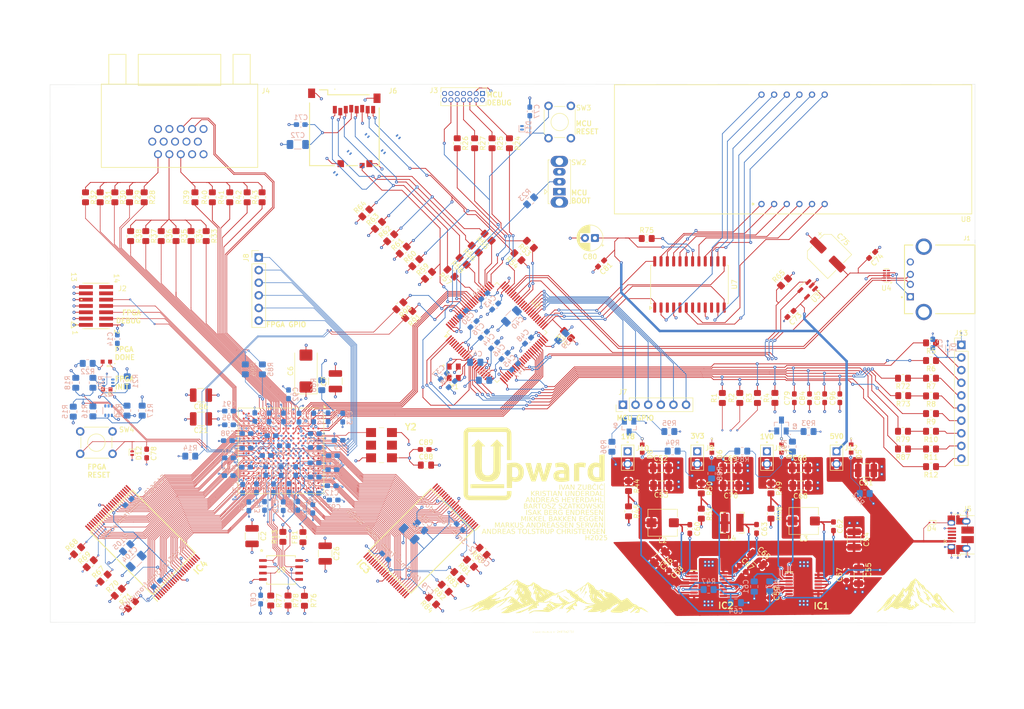
<source format=kicad_pcb>
(kicad_pcb (version 20241229) (generator "pcbnew") (generator_version "9.0")
  (title_block (title "DPG3") (date "2025-09-24") (rev "0"))
  (layers (0 "F.Cu" signal "SIG_TOP") (4 "In1.Cu" signal "GND_1") (6 "In2.Cu" signal "SIG_MID") (8 "In3.Cu" signal "PWR_1V0_1V8") (10 "In4.Cu" signal "PWR_3V3") (2 "B.Cu" signal "SIG_BOT") (13 "F.Paste" user) (15 "B.Paste" user) (5 "F.SilkS" user "F.Silkscreen") (7 "B.SilkS" user "B.Silkscreen") (1 "F.Mask" user) (3 "B.Mask" user) (25 "Edge.Cuts" user))
  (net 0 "")
  (net 1 "GND")
  (net 2 "+3V3")
  (net 3 "+1V8")
  (net 4 "+1V0")
  (net 5 "Net-(U1D-VCCADC_0)")
  (net 6 "Net-(U2-PH0)")
  (net 7 "Net-(U2-PH1)")
  (net 8 "Net-(U2-VCAP)")
  (net 9 "Net-(D4-A2)")
  (net 10 "Net-(IC1-SS)")
  (net 11 "Net-(IC2-SW1)")
  (net 12 "Net-(IC2-VBST1)")
  (net 13 "Net-(IC1-VREG5)")
  (net 14 "Net-(IC1-VBST)")
  (net 15 "Net-(IC1-SW1)")
  (net 16 "Net-(IC2-SW2)")
  (net 17 "Net-(IC2-VBST2)")
  (net 18 "Net-(IC2-VREG5)")
  (net 19 "Net-(IC1-VO)")
  (net 20 "Net-(C52-Pad1)")
  (net 21 "+5V")
  (net 22 "/MCU/PA9_OTG_HS_VBUS")
  (net 23 "Net-(C69-Pad1)")
  (net 24 "Net-(D11-K)")
  (net 25 "/FPGA/A_Bank14&15/IO09")
  (net 26 "Net-(D5-PadA)")
  (net 27 "Net-(D6-PadA)")
  (net 28 "Net-(D7-PadA)")
  (net 30 "Net-(IC1-VFB)")
  (net 31 "Net-(IC1-PG)")
  (net 32 "Net-(IC2-EN2)")
  (net 33 "Net-(IC2-VFB2)")
  (net 35 "Net-(IC2-VFB1)")
  (net 36 "/FPGA/A_Bank14&15/IO05")
  (net 37 "/FPGA/A_Bank14&15/IO11")
  (net 38 "/FPGA/A_Bank14&15/IO07")
  (net 39 "/FPGA/A_Bank14&15/IO05IC3")
  (net 40 "/FPGA/A_Bank14&15/A12")
  (net 41 "/FPGA/A_Bank14&15/IO11IC3")
  (net 42 "/FPGA/A_Bank14&15/A6")
  (net 43 "/FPGA/A_Bank14&15/IO08")
  (net 44 "/FPGA/A_Bank14&15/IO07IC3")
  (net 45 "/FPGA/A_Bank14&15/A8")
  (net 46 "/FPGA/A_Bank14&15/IO01")
  (net 49 "/FPGA/A_Bank14&15/IO06")
  (net 50 "/FPGA/A_Bank14&15/IO13")
  (net 51 "/FPGA/A_Bank14&15/A0")
  (net 52 "/FPGA/A_Bank14&15/A10")
  (net 53 "/FPGA/A_Bank14&15/A19")
  (net 54 "/FPGA/A_Bank14&15/A17")
  (net 55 "/FPGA/A_Bank14&15/A3")
  (net 56 "/FPGA/A_Bank14&15/A11")
  (net 57 "/FPGA/A_Bank14&15/IO14")
  (net 58 "/FPGA/A_Bank14&15/A13")
  (net 59 "/FPGA/A_Bank14&15/A9")
  (net 60 "/FPGA/A_Bank14&15/IO04")
  (net 61 "/FPGA/A_Bank14&15/A18")
  (net 62 "/FPGA/A_Bank14&15/A16")
  (net 63 "/FPGA/A_Bank14&15/A14")
  (net 64 "/FPGA/A_Bank14&15/A2")
  (net 65 "/FPGA/A_Bank14&15/IO15")
  (net 66 "/FPGA/A_Bank14&15/IO10")
  (net 67 "/FPGA/A_Bank14&15/A5")
  (net 68 "/FPGA/A_Bank14&15/A4")
  (net 69 "/FPGA/A_Bank14&15/A12IC3")
  (net 70 "/FPGA/A_Bank14&15/A15")
  (net 71 "/FPGA/A_Bank14&15/A7")
  (net 72 "/FPGA/A_Bank14&15/A20")
  (net 73 "/FPGA/A_Bank14&15/CSIC3")
  (net 74 "/FPGA/A_Bank14&15/IO12")
  (net 75 "/FPGA/A_Bank14&15/IO00")
  (net 76 "/FPGA/A_Bank14&15/A1")
  (net 77 "/FPGA/A_Bank14&15/IO02")
  (net 78 "/FPGA/A_Bank14&15/A6IC3")
  (net 79 "/FPGA/A_Bank14&15/IO03")
  (net 81 "Net-(U1C-TDO_0)")
  (net 82 "Net-(U1C-TCK_0)")
  (net 83 "Net-(U1C-TDI_0)")
  (net 84 "Net-(U1C-TMS_0)")
  (net 88 "Net-(J3-JTMS{slash}SWDIO)")
  (net 92 "Net-(J3-JTDO{slash}SWO)")
  (net 94 "Net-(J3-JCLK{slash}SWCLK)")
  (net 95 "Net-(J3-JTDI{slash}NC)")
  (net 97 "/FPGA/HSYNC")
  (net 99 "BGND")
  (net 100 "/VGA/RED")
  (net 101 "RGND")
  (net 102 "/FPGA/VSYNC")
  (net 103 "/VGA/Empty")
  (net 104 "GGND")
  (net 105 "/VGA/GREEN")
  (net 107 "/VGA/BLUE")
  (net 113 "Net-(Q1A-B1)")
  (net 114 "Net-(Q2A-B1)")
  (net 115 "/MCU/PE3_LPGPIO1_P15")
  (net 116 "/MCU/PE2_LPGPIO1_P14")
  (net 117 "/MCU/PA6_LPGPIO1_P2")
  (net 118 "/MCU/PA3_LPGPIO1_P1")
  (net 119 "Net-(J13-Pin_10)")
  (net 120 "Net-(J13-Pin_4)")
  (net 121 "Net-(J13-Pin_8)")
  (net 122 "/MCU/PC0_ADC1_IN1")
  (net 123 "/MCU/PC1_ADC1_IN2")
  (net 124 "Net-(J13-Pin_9)")
  (net 125 "Net-(J13-Pin_3)")
  (net 126 "/MCU/PC2_ADC1_IN3")
  (net 127 "Net-(J13-Pin_5)")
  (net 128 "/MCU/PC3_ADC1_IN4")
  (net 129 "Net-(J13-Pin_6)")
  (net 130 "Net-(J13-Pin_7)")
  (net 131 "Net-(U1C-CCLK_0)")
  (net 132 "/FPGA/A_Bank14&15/CLK side")
  (net 133 "/FPGA/FPGA_DONE_0")
  (net 134 "Net-(U2-PH3)")
  (net 135 "Net-(SW2-B)")
  (net 136 "Net-(U2-PA13)")
  (net 137 "Net-(U2-PA14)")
  (net 138 "Net-(U2-PA15)")
  (net 139 "Net-(U2-PB3)")
  (net 140 "/VGA/R4")
  (net 141 "/VGA/R3")
  (net 142 "/VGA/R2")
  (net 143 "/VGA/R1")
  (net 144 "/VGA/R0")
  (net 145 "/VGA/G5")
  (net 146 "/VGA/G4")
  (net 147 "/VGA/G3")
  (net 148 "/VGA/G2")
  (net 149 "/VGA/G1")
  (net 150 "/VGA/G0")
  (net 151 "/VGA/B4")
  (net 152 "/VGA/B3")
  (net 153 "/VGA/B2")
  (net 154 "/VGA/B1")
  (net 155 "/VGA/B0")
  (net 156 "/MCU/PC8_SDMMC1_D0")
  (net 157 "/MCU/PC9_SDMMC1_D1")
  (net 158 "/MCU/PC10_SDMMC1_D2")
  (net 159 "/MCU/PC11_SDMMC1_D3")
  (net 160 "/MCU/PD2_SDMMC1_CMD")
  (net 161 "/MCU/PC12_SDMMC1_CK")
  (net 162 "/MCU/PB0_LPGPIO1_P9")
  (net 163 "/FPGA/A_Bank14&15/A8IC3")
  (net 164 "/FPGA/A_Bank14&15/WEIC4")
  (net 165 "/FPGA/A_Bank14&15/CSIC4")
  (net 166 "/FPGA/A_Bank14&15/OEIC4")
  (net 167 "/FPGA/A_Bank14&15/LBIC4")
  (net 168 "/7_segment_led+IC/LED_CS")
  (net 169 "Net-(U7-ISET)")
  (net 170 "/FPGA/OSPI CS")
  (net 171 "Net-(U1B-IO_25_35)")
  (net 172 "Net-(U2-PB6)")
  (net 173 "Net-(U2-PB7)")
  (net 181 "/FPGA/OSPI 3")
  (net 184 "/FPGA/OSPI 4")
  (net 193 "/FPGA/OSPI 7")
  (net 197 "Net-(J7-Pin_3)")
  (net 202 "Net-(J7-Pin_4)")
  (net 206 "Net-(J7-Pin_2)")
  (net 212 "/FPGA/OSPI CLK")
  (net 214 "Net-(U1B-IO_L12P_T1_MRCC_35)")
  (net 215 "/FPGA/OSPI 6")
  (net 216 "Net-(J7-Pin_1)")
  (net 220 "Net-(J7-Pin_6)")
  (net 222 "/FPGA/FPGA_PROGRAM_B")
  (net 224 "/FPGA/OSPI 0")
  (net 225 "/FPGA/OSPI 2")
  (net 234 "/FPGA/OSPI 1")
  (net 235 "/FPGA/OSPI 5")
  (net 236 "Net-(J7-Pin_5)")
  (net 242 "/FPGA/B_Bank34&35/GPIO6")
  (net 248 "/7_segment_led+IC/LED_MOSI")
  (net 254 "/FPGA/B_Bank34&35/GPIO1")
  (net 260 "/7_segment_led+IC/LED_MISO")
  (net 263 "/FPGA/B_Bank34&35/GPIO5")
  (net 266 "/MCU/PB1_LPGPIO1_P3")
  (net 272 "/7_segment_led+IC/LED_CLK")
  (net 275 "/FPGA/B_Bank34&35/GPIO4")
  (net 277 "/FPGA/B_Bank34&35/GPIO2")
  (net 279 "/FPGA/B_Bank34&35/GPIO3")
  (net 284 "Net-(U7-DIG_2)")
  (net 286 "Net-(U7-SEG_DP)")
  (net 287 "/7_segment_led+IC/SEGE (1)")
  (net 289 "Net-(U7-DIG_1)")
  (net 291 "/7_segment_led+IC/SEGD(2)")
  (net 292 "/7_segment_led+IC/SEGG (5)")
  (net 293 "/7_segment_led+IC/SEGF (10)")
  (net 294 "/7_segment_led+IC/SEGA (11)")
  (net 295 "Net-(U7-DIG_3)")
  (net 296 "Net-(U7-DIG_0)")
  (net 298 "/7_segment_led+IC/SEGC (4)")
  (net 299 "/7_segment_led+IC/SEGB (7)")
  (net 302 "Net-(U1C-INIT_B_0)")
  (net 303 "Net-(J6-DAT0)")
  (net 304 "Net-(J6-CD{slash}DAT3)")
  (net 305 "Net-(J6-DAT2)")
  (net 306 "Net-(J6-DAT1)")
  (net 307 "Net-(J6-CLK)")
  (net 308 "Net-(J6-CMD)")
  (net 309 "/MCU/OTG_HS_D+")
  (net 310 "/MCU/OTG_HS_D-")
  (net 311 "/MCU/PB4_LPGPIO1_P12")
  (net 313 "Net-(R7-Pad2)")
  (net 314 "Net-(R73-Pad1)")
  (net 315 "Net-(R10-Pad2)")
  (net 316 "Net-(R11-Pad2)")
  (net 319 "/FPGA/A_Bank14&15/UBIC4")
  (net 320 "/FPGA/A_Bank14&15/IO01IC3")
  (net 321 "/FPGA/A_Bank14&15/IO06IC3")
  (net 322 "/FPGA/A_Bank14&15/IO13IC3")
  (net 323 "Net-(U1B-IO_L23P_T3_35)")
  (net 324 "Net-(D8-PadA)")
  (net 325 "Net-(Q1A-C1)")
  (net 326 "Net-(D9-PadC)")
  (net 327 "Net-(D10-PadA)")
  (net 328 "Net-(Q2A-C1)")
  (net 329 "Net-(Q3-B)")
  (net 330 "Net-(Q4-B)")
  (net 331 "/FPGA/A_Bank14&15/A0IC3")
  (net 332 "/FPGA/A_Bank14&15/A20IC3")
  (net 333 "/FPGA/A_Bank14&15/A10IC3")
  (net 334 "/FPGA/A_Bank14&15/A19IC3")
  (net 335 "/FPGA/A_Bank14&15/A17IC3")
  (net 336 "/FPGA/A_Bank14&15/A3IC3")
  (net 337 "/FPGA/A_Bank14&15/A11IC3")
  (net 338 "/FPGA/A_Bank14&15/IO14IC3")
  (net 339 "/FPGA/A_Bank14&15/A13IC3")
  (net 340 "/FPGA/A_Bank14&15/A9IC3")
  (net 341 "/FPGA/A_Bank14&15/LBIC3")
  (net 342 "/FPGA/A_Bank14&15/IO04IC3")
  (net 343 "/FPGA/A_Bank14&15/A18IC3")
  (net 344 "/FPGA/A_Bank14&15/A16IC3")
  (net 345 "/FPGA/A_Bank14&15/A14IC3")
  (net 346 "/FPGA/A_Bank14&15/A2IC3")
  (net 347 "/FPGA/A_Bank14&15/IO15IC3")
  (net 348 "/FPGA/A_Bank14&15/IO10IC3")
  (net 349 "/FPGA/A_Bank14&15/A5IC3")
  (net 350 "/FPGA/A_Bank14&15/A4IC3")
  (net 351 "/FPGA/A_Bank14&15/OEIC3")
  (net 352 "/FPGA/A_Bank14&15/IO9IC3")
  (net 353 "/FPGA/A_Bank14&15/A15IC3")
  (net 354 "/FPGA/A_Bank14&15/A7IC3")
  (net 355 "/FPGA/A_Bank14&15/IO8IC3")
  (net 356 "/FPGA/A_Bank14&15/IO12IC3")
  (net 357 "/FPGA/A_Bank14&15/IO00IC3")
  (net 358 "/FPGA/A_Bank14&15/A1IC3")
  (net 359 "/FPGA/A_Bank14&15/IO02IC3")
  (net 360 "/FPGA/A_Bank14&15/UBIC3")
  (net 361 "/FPGA/A_Bank14&15/IO03IC3")
  (net 362 "/FPGA/A_Bank14&15/WEIC3")
  (net 363 "Net-(Q3-C)")
  (net 364 "Net-(Q4-C)")
  (net 365 "/FPGA/A_Bank14&15/D03")
  (net 366 "/FPGA/A_Bank14&15/D02")
  (net 367 "/FPGA/A_Bank14&15/FCS_B")
  (net 368 "/FPGA/A_Bank14&15/DIN")
  (net 369 "/FPGA/A_Bank14&15/MOSI")
  (footprint "Resistor_SMD:R_0805_2012Metric_Pad1.20x1.40mm_HandSolder" (layer "F.Cu") (at 128.7272 58.5216 45)
    (property "Reference" "R59")
    (property "Value" "10k")
  )
  (footprint "Resistor_SMD:R_0805_2012Metric_Pad1.20x1.40mm_HandSolder" (layer "F.Cu") (at 187.8076 83.1667 90)
    (property "Reference" "R1")
    (property "Value" "10k")
  )
  (footprint "Capacitor_SMD:C_0603_1608Metric_Pad1.08x0.95mm_HandSolder" (layer "F.Cu") (at 205.3336 83.2175 90)
    (property "Reference" "C84")
    (property "Value" "100nF")
  )
  (footprint "Project_Footprints:HARWIN_M20-9990246" (layer "F.Cu") (at 168.769453 95.174347 -90)
    (property "Reference" "J10")
    (property "Value" "M20-9990246")
  )
  (footprint "Capacitor_SMD:C_1206_3216Metric_Pad1.33x1.80mm_HandSolder" (layer "F.Cu") (at 175.432053 97.232347)
    (property "Reference" "C52")
    (property "Value" "22u")
  )
  (footprint "Resistor_SMD:R_0805_2012Metric_Pad1.20x1.40mm_HandSolder" (layer "F.Cu") (at 183.582253 101.355947 -90)
    (property "Reference" "R50")
    (property "Value" "73.2k")
  )
  (footprint "Capacitor_SMD:C_1206_3216Metric_Pad1.33x1.80mm_HandSolder" (layer "F.Cu") (at 175.255653 115.189547 -135)
    (property "Reference" "C56")
    (property "Value" "10u")
  )
  (footprint "Resistor_SMD:R_0805_2012Metric_Pad1.20x1.40mm_HandSolder" (layer "F.Cu") (at 229.7684 82.7532 180)
    (property "Reference" "R8")
    (property "Value" "100")
  )
  (footprint "Resistor_SMD:R_0805_2012Metric_Pad1.20x1.40mm_HandSolder" (layer "F.Cu") (at 77.965175 50.616175 -90)
    (property "Reference" "R35")
    (property "Value" "2.21k")
  )
  (footprint "Resistor_SMD:R_0805_2012Metric_Pad1.20x1.40mm_HandSolder" (layer "F.Cu") (at 146.7104 54.7624 135)
    (property "Reference" "R54")
    (property "Value" "R")
  )
  (footprint "Project_Footprints:mountain" (layer "F.Cu") (at 226.6188 122.9106)
    (property "Reference" "G***" (hide yes))
    (property "Value" "LOGO" (hide yes))
  )
  (footprint "Connector_PinHeader_1.27mm:PinHeader_2x07_P1.27mm_Vertical" (layer "F.Cu") (at 139.5832 21.9532 -90)
    (property "Reference" "J3")
    (property "Value" "Conn_ST_STDC14")
  )
  (footprint "Project_Footprints:COM-11405_SPK" (layer "F.Cu") (at 195.6816 44.1724 90)
    (property "Reference" "U8")
    (property "Value" "COM-11405")
  )
  (footprint "Project_Footprints:HARWIN_M20-9990246" (layer "F.Cu") (at 182.769453 95.174347 -90)
    (property "Reference" "J9")
    (property "Value" "M20-9990246")
  )
  (footprint "Resistor_SMD:R_0805_2012Metric_Pad1.20x1.40mm_HandSolder" (layer "F.Cu") (at 71.882 50.616175 -90)
    (property "Reference" "R37")
    (property "Value" "8.87k")
  )
  (footprint "Capacitor_SMD:C_1206_3216Metric_Pad1.33x1.80mm_HandSolder" (layer "F.Cu") (at 203.525853 100.762347)
    (property "Reference" "C68")
    (property "Value" "22u")
  )
  (footprint "Capacitor_SMD:C_1210_3225Metric_Pad1.33x2.70mm_HandSolder" (layer "F.Cu") (at 82.9818 87.376 180)
    (property "Reference" "C21")
    (property "Value" "47µF")
  )
  (footprint "Capacitor_SMD:C_0603_1608Metric_Pad1.08x0.95mm_HandSolder" (layer "F.Cu") (at 202.2856 83.2175 90)
    (property "Reference" "C79")
    (property "Value" "100nF")
  )
  (footprint "Package_QFP:LQFP-100_14x14mm_P0.5mm" (layer "F.Cu") (at 142.5 70 45)
    (property "Reference" "U2")
    (property "Value" "STM32U595VJTx")
  )
  (footprint "Resistor_SMD:R_0805_2012Metric_Pad1.20x1.40mm_HandSolder" (layer "F.Cu") (at 121.126 50.9712 45)
    (property "Reference" "R62")
    (property "Value" "10k")
  )
  (footprint "Project_Footprints:XLH730003580000I" (layer "F.Cu") (at 119.2784 92.6592 90)
    (property "Reference" "Y2")
    (property "Value" "XLH736025.175000I" (hide yes))
  )
  (footprint "Resistor_SMD:R_0805_2012Metric_Pad1.20x1.40mm_HandSolder" (layer "F.Cu") (at 224.1296 89.8652 180)
    (property "Reference" "R79")
    (property "Value" "10k")
  )
  (footprint "Resistor_SMD:R_0805_2012Metric_Pad1.20x1.40mm_HandSolder" (layer "F.Cu") (at 141.5032 31.9532 -90)
    (property "Reference" "R25")
    (property "Value" "47")
  )
  (footprint "Capacitor_Tantalum_SMD:CP_EIA-7343-31_Kemet-D_HandSolder" (layer "F.Cu") (at 104.0892 77.7494 90)
    (property "Reference" "C6")
    (property "Value" "330µF")
  )
  (footprint "Resistor_SMD:R_0805_2012Metric_Pad1.20x1.40mm_HandSolder" (layer "F.Cu") (at 156.6672 70.4088 135)
    (property "Reference" "R74")
    (property "Value" "10k")
  )
  (footprint "Project_Footprints:CONN_L77HDE15SD1CH4F_AMP" (layer "F.Cu") (at 78.665175 20.194825)
    (property "Reference" "J4")
    (property "Value" "DE15_Socket_HighDensity_MountingHoles")
  )
  (footprint "Resistor_SMD:R_0805_2012Metric_Pad1.20x1.40mm_HandSolder" (layer "F.Cu") (at 126.1872 55.9816 45)
    (property "Reference" "R60")
    (property "Value" "10k")
  )
  (footprint "Project_Footprints:upward_logo" (layer "F.Cu") (at 150.193767 96.441927)
    (property "Reference" "G***" (hide yes))
    (property "Value" "LOGO" (hide yes))
  )
  (footprint "Resistor_SMD:R_0805_2012Metric_Pad1.20x1.40mm_HandSolder" (layer "F.Cu") (at 139.7 113.9952 135)
    (property "Reference" "R80")
    (property "Value" "47K")
  )
  (footprint "Resistor_SMD:R_0805_2012Metric_Pad1.20x1.40mm_HandSolder" (layer "F.Cu") (at 116.1288 45.974 45)
    (property "Reference" "R64")
    (property "Value" "10k")
  )
  (footprint "Resistor_SMD:R_0805_2012Metric_Pad1.20x1.40mm_HandSolder" (layer "F.Cu") (at 132.08 121.4224 135)
    (property "Reference" "R82")
    (property "Value" "47K")
  )
  (footprint "Resistor_SMD:R_0805_2012Metric_Pad1.20x1.40mm_HandSolder" (layer "F.Cu") (at 100.4824 123.9012 90)
    (property "Reference" "R78")
    (property "Value" "2.4k" (hide yes))
  )
  (footprint "Capacitor_SMD:C_0603_1608Metric_Pad1.08x0.95mm_HandSolder" (layer "F.Cu") (at 177.719453 117.221547 -135)
    (property "Reference" "C58")
    (property "Value" "100n")
  )
  (footprint "Project_Footprints:OSCCC320X250X60N" (layer "F.Cu") (at 133.8 78)
    (property "Reference" "Y1")
    (property "Value" "48MHz")
  )
  (footprint "Resistor_SMD:R_0805_2012Metric_Pad1.20x1.40mm_HandSolder" (layer "F.Cu") (at 58.166 113.8936 45)
    (property "Reference" "R68")
    (property "Value" "47K")
  )
  (footprint "Resistor_SMD:R_0805_2012Metric_Pad1.20x1.40mm_HandSolder" (layer "F.Cu") (at 197.582253 101.355947 90)
    (property "Reference" "R49")
    (property "Value" "22.1k")
  )
  (footprint "Resistor_SMD:R_0805_2012Metric_Pad1.20x1.40mm_HandSolder" (layer "F.Cu") (at 183.582253 106.435947 -90)
    (property "Reference" "R51")
    (property "Value" "22.1k")
  )
  (footprint "Resistor_SMD:R_0805_2012Metric_Pad1.20x1.40mm_HandSolder" (layer "F.Cu") (at 99.45 111.1 90)
    (property "Reference" "R13")
    (property "Value" "22")
  )
  (footprint "Capacitor_SMD:C_0603_1608Metric_Pad1.08x0.95mm_HandSolder" (layer "F.Cu") (at 201.5048 66.2684 -135)
    (property "Reference" "C73")
    (property "Value" "0.1μF")
  )
  (footprint "Project_Footprints:LEDC1608X35N" (layer "F.Cu") (at 185.704 93.3638 -90)
    (property "Reference" "D6")
    (property "Value" "LTST-C190KRKT")
  )
  (footprint "Resistor_SMD:R_0805_2012Metric_Pad1.20x1.40mm_HandSolder" (layer "F.Cu") (at 84.0232 50.616175 -90)
    (property "Reference" "R33")
    (property "Value" "549")
  )
  (footprint "Project_Footprints:LEDC1608X35N" (layer "F.Cu") (at 213.704 93.3384 -90)
    (property "Reference" "D5")
    (property "Value" "LTST-C190KRKT")
  )
  (footprint "Capacitor_SMD:C_0603_1608Metric_Pad1.08x0.95mm_HandSolder" (layer "F.Cu") (at 212.771453 118.999547 -90)
    (property "Reference" "C57")
    (property "Value" "100n")
  )
  (footprint "Capacitor_SMD:C_0603_1608Metric_Pad1.08x0.95mm_HandSolder" (layer "F.Cu") (at 163.4236 56.134 -135)
    (property "Reference" "C81")
    (property "Value" "0.1µF ceramic")
  )
  (footprint "Inductor_SMD:L_Bourns-SRN4018" (layer "F.Cu") (at 189.809853 108.255347 180)
    (property "Reference" "L4")
    (property "Value" "2.2u")
  )
  (footprint "Resistor_SMD:R_0805_2012Metric_Pad1.20x1.40mm_HandSolder" (layer "F.Cu") (at 224.1296 93.4212 180)
    (property "Reference" "R87")
    (property "Value" "10k")
  )
  (footprint "Capacitor_SMD:C_0603_1608Metric_Pad1.08x0.95mm_HandSolder" (layer "F.Cu") (at 208.3816 83.2175 90)
    (property "Reference" "C85")
    (property "Value" "100nF")
  )
  (footprint "Capacitor_SMD:C_1206_3216Metric_Pad1.33x1.80mm_HandSolder" (layer "F.Cu") (at 189.432053 97.232347)
    (property "Reference" "C69")
    (property "Value" "22u")
  )
  (footprint "Capacitor_SMD:C_0805_2012Metric_Pad1.18x1.45mm_HandSolder" (layer "F.Cu") (at 128.2192 96.6724)
    (property "Reference" "C88")
    (property "Value" "1µF")
  )
  (footprint "Project_Footprints:LEDC1608X35N" (layer "F.Cu") (at 199.704 93.3351 -90)
    (property "Reference" "D7")
    (property "Value" "LTST-C190KRKT")
  )
  (footprint "Resistor_SMD:R_0805_2012Metric_Pad1.20x1.40mm_HandSolder" (layer "F.Cu") (at 103.7844 123.952 -90)
    (property "Reference" "R76")
    (property "Value" "4.7k" (hide yes))
  )
  (footprint "Project_Footprints:SOP65P640X120-17N" (layer "F.Cu") (at 185.068453 120.678747)
    (property "Reference" "IC2")
    (property "Value" "TPS54294PWPR" (hide yes))
  )
  (footprint "Project_Footprints:MEM20520019500A" (layer "F.Cu") (at 111.8 28.83 180)
    (property "Reference" "J6")
    (property "Value" "MEM2052-00-195-00-A" (hide yes))
  )
  (footprint "Resistor_SMD:R_0805_2012Metric_Pad1.20x1.40mm_HandSolder" (layer "F.Cu") (at 63.5 119.38 45)
    (property "Reference" "R67")
    (property "Value" "47K")
  )
  (footprint "Resistor_SMD:R_0805_2012Metric_Pad1.20x1.40mm_HandSolder" (layer "F.Cu") (at 134.5032 31.9532 -90)
    (property "Reference" "R26")
    (property "Value" "47")
  )
  (footprint "Resistor_SMD:R_0805_2012Metric_Pad1.20x1.40mm_HandSolder" (layer "F.Cu") (at 122.9648 64.6456 -135)
    (property "Reference" "R90")
    (property "Value" "100")
  )
  (footprint "Resistor_SMD:R_0805_2012Metric_Pad1.20x1.40mm_HandSolder" (layer "F.Cu") (at 129.54 123.9774 135)
    (property "Reference" "R84")
    (property "Value" "47K")
  )
  (footprint "Resistor_SMD:R_0805_2012Metric_Pad1.20x1.40mm_HandSolder" (layer "F.Cu") (at 138.0032 31.9532 -90)
    (property "Reference" "R27")
    (property "Value" "47")
  )
  (footprint "Resistor_SMD:R_0805_2012Metric_Pad1.20x1.40mm_HandSolder" (layer "F.Cu") (at 60.706 116.4844 45)
    (property "Reference" "R69")
    (property "Value" "47K")
  )
  (footprint "Resistor_SMD:R_0805_2012Metric_Pad1.20x1.40mm_HandSolder" (layer "F.Cu") (at 198.3788 83.154 90)
    (property "Reference" "R4")
    (property "Value" "10k")
  )
  (footprint "Resistor_SMD:R_0805_2012Metric_Pad1.20x1.40mm_HandSolder" (layer "F.Cu") (at 197.582253 106.435947 90)
    (property "Reference" "R48")
    (property "Value" "6.81k")
  )
  (footprint "Package_BGA:Xilinx_FTG256" (layer "F.Cu") (at 99.071938 93.8 -90)
    (property "Reference" "U1" (hide yes))
    (property "Value" "XC7A100T-FTG256")
  )
  (footprint "Capacitor_SMD:C_0603_1608Metric_Pad1.08x0.95mm_HandSolder" (layer "F.Cu") (at 217.932 54.4068 -135)
    (property "Reference" "C74")
    (property "Value" "0.1µF")
  )
  (footprint "Resistor_SMD:R_0805_2012Metric_Pad1.20x1.40mm_HandSolder" (layer "F.Cu") (at 135.6868 55.6768 135)
    (property "Reference" "R58")
    (property "Value" "R")
  )
  (footprint "Resistor_SMD:R_0805_2012Metric_Pad1.20x1.40mm_HandSolder" (layer "F.Cu") (at 229.7684 96.9772 180)
    (property "Reference" "R12")
    (property "Value" "100")
  )
  (footprint "Project_Footprints:LEDC1608X35N" (layer "F.Cu") (at 171.704 93.3478 -90)
    (property "Reference" "D8")
    (property "Value" "LTST-C190KRKT")
  )
  (footprint "Capacitor_THT:CP_Radial_D5.0mm_P2.00mm" (layer "F.Cu") (at 162.194312 51.0032 180)
    (property "Reference" "C80")
    (property "Value" "10µF electrolytic")
  )
  (footprint "Resistor_SMD:R_0805_2012Metric_Pad1.20x1.40mm_HandSolder" (layer "F.Cu") (at 62.715175 42.816175 -90)
    (property "Reference" "R31")
    (property "Value" "4.32k")
  )
  (footprint "Resistor_SMD:R_0805_2012Metric_Pad1.20x1.40mm_HandSolder" (layer "F.Cu") (at 88.765175 42.816175 -90)
    (property "Reference" "R41")
    (property "Value" "2.15k")
  )
  (footprint "Resistor_SMD:R_0805_2012Metric_Pad1.20x1.40mm_HandSolder" (layer "F.Cu") (at 124.7648 66.3956 -135)
    (property "Reference" "R91")
    (property "Value" "100")
  )
  (footprint "Capacitor_SMD:C_1210_3225Metric_Pad1.33x2.70mm_HandSolder" (layer "F.Cu") (at 214.295453 111.62382 90)
    (property "Reference" "C54")
    (property "Value" "100u")
  )
  (footprint "Project_Footprints:SOP2_8PIN_208MIL_MRNFPGA_FLASH" (layer "F.Cu") (at 99.075 117.75)
    (property "Reference" "U9")
    (property "Value" "MT25QL128ABA1ESE-0SIT")
  )
  (footprint "Resistor_SMD:R_0805_2012Metric_Pad1.20x1.40mm_HandSolder" (layer "F.Cu") (at 68.834 50.616175 -90)
    (property "Reference" "R38")
    (property "Value" "17.8k")
  )
  (footprint "Resistor_SMD:R_0805_2012Metric_Pad1.20x1.40mm_HandSolder" (layer "F.Cu") (at 191.3156 83.1667 90)
    (property "Reference" "R2")
    (property "Value" "10k")
  )
  (footprint "Resistor_SMD:R_0805_2012Metric_Pad1.20x1.40mm_HandSolder" (layer "F.Cu") (at 137.16 116.4024 135)
    (property "Reference" "R81")
    (property "Value" "47K")
  )
  (footprint "Resistor_SMD:R_0805_2012Metric_Pad1.20x1.40mm_HandSolder" (layer "F.Cu") (at 145.0032 31.9532 -90)
    (property "Reference" "R24")
    (property "Value" "47")
  )
  (footprint "Connector_USB:USB_Micro-B_Amphenol_10103594-0001LF_Horizontal" (layer "F.Cu") (at 235.74 110.6678 90)
    (property "Reference" "J5")
    (property "Value" "USB_B_Micro")
  )
  (footprint "Project_Footprints:LEDM1608X80" (layer "F.Cu") (at 64.0334 81.4324 180)
    (property "Reference" "D9")
    (property "Value" "LTST-C190GKT: YLED")
  )
  (footprint "Inductor_SMD:L_Bourns_SRP5030T" (layer "F.Cu") (at 175.809853 108.255347 180)
    (property "Reference" "L2")
    (property "Value" "1.5u")
  )
  (footprint "Resistor_SMD:R_0805_2012Metric_Pad1.20x1.40mm_HandSolder" (layer "F.Cu") (at 81.765175 42.816175 -90)
    (property "Reference" "R39")
    (property "Value" "536")
  )
  (footprint "Resistor_SMD:R_0805_2012Metric_Pad1.20x1.40mm_HandSolder" (layer "F.Cu") (at 118.6688 48.4632 45)
    (property "Reference" "R63")
    (property "Value" "10k")
  )
  (footprint "Resistor_SMD:R_0805_2012Metric_Pad1.20x1.40mm_HandSolder" (layer "F.Cu") (at 59.765175 42.816175 -90)
    (property "Reference" "R32")
    (property "Value" "8.66k")
  )
  (footprint "Resistor_SMD:R_0805_2012Metric_Pad1.20x1.40mm_HandSolder" (layer "F.Cu") (at 74.9808 50.616175 -90)
    (property "Reference" "R36")
    (property "Value" "4.42k")
  )
  (footprint "Project_Footprints:HARWIN_M20-9990246" (layer "F.Cu") (at 210.769453 95.174347 -90)
    (property "Reference" "J12")
    (property "Value" "M20-9990246")
  )
  (footprint "Resistor_SMD:R_0805_2012Metric_Pad1.20x1.40mm_HandSolder" (layer "F.Cu") (at 138.1252 53.2384 135)
    (property "Reference" "R56")
    (property "Value" "R")
  )
  (footprint "Resistor_SMD:R_0805_2012Metric_Pad1.20x1.40mm_HandSolder" (layer "F.Cu") (at 92.265175 42.816175 -90)
    (property "Reference" "R42")
    (property "Value" "4.32k")
  )
  (footprint "Diode_SMD:D_SOD-923" (layer "F.Cu") (at 229.8991 108.204 180)
    (property "Reference" "D4")
    (property "Value" "ESD_5V")
  )
  (footprint "Package_DFN_QFN:Diodes_UDFN-10_1.0x2.5mm_P0.5mm" (layer "F.Cu") (at 220.8001 58.5468 180)
    (property "Reference" "U4")
    (property "Value" "D3V3XA4B10LP")
  )
  (footprint "Capacitor_SMD:C_0603_1608Metric_Pad1.08x0.95mm_HandSolder" (layer "F.Cu") (at 197.328253 122.479347 -90)
    (property "Reference" "C59")
    (property "Value" "3.3.n")
  )
  (footprint "Resistor_SMD:R_0805_2012Metric_Pad1.20x1.40mm_HandSolder" (layer "F.Cu") (at 149.1996 52.2732 135)
    (property "Reference" "R53")
    (property "Value" "R")
  )
  (footprint "Resistor_SMD:R_0805_2012Metric_Pad1.20x1.40mm_HandSolder" (layer "F.Cu") (at 224.1296 79.1972 180)
    (property "Reference" "R72")
    (property "Value" "10k")
  )
  (footprint "Connector_PinHeader_2.54mm:PinHeader_1x06_P2.54mm_Vertical" (layer "F.Cu") (at 94.5896 54.9148)
    (property "Reference" "J8")
    (property "Value" "Conn_01x06_Pin")
  )
  (footprint "Button_Switch_THT:SW_TH_Tactile_Omron_B3F-100x" (layer "F.Cu") (at 65.2006 94.4012 180)
    (property "Reference" "SW4")
    (property "Value" "SW_SPST")
  )
  (footprint "Capacitor_SMD:C_0603_1608Metric_Pad1.08x0.95mm_HandSolder" (layer "F.Cu") (at 210.155253 108.966547 90)
    (property "Reference" "C62")
    (property "Value" "100n")
  )
  (footprint "Resistor_SMD:R_0805_2012Metric_Pad1.20x1.40mm_HandSolder" (layer "F.Cu") (at 224.1804 82.7024 180)
    (property "Reference" "R73")
    (property "Value" "10k")
  )
  (footprint "Package_SO:SOIC-24W_7.5x15.4mm_P1.27mm" (layer "F.Cu") (at 181.1966 60.3444 90)
    (property "Reference" "U7")
    (property "Value" "MAX7221xWG")
  )
  (footprint "Resistor_SMD:R_0805_2012Metric_Pad1.20x1.40mm_HandSolder" (layer "F.Cu") (at 65.665175 42.816175 -90)
    (property "Reference" "R30")
    (property "Value" "2.15k")
  )
  (footprint "Resistor_SMD:R_0805_2012Metric_Pad1.20x1.40mm_HandSolder" (layer "F.Cu") (at 133.2484 58.0644 135)
    (property "Reference" "R57")
    (property "Value" "R")
  )
  (footprint "Capacitor_SMD:C_1206_3216Metric_Pad1.33x1.80mm_HandSolder" (layer "F.Cu") (at 189.525853 100.762347)
    (property "Reference" "C70")
    (property "Value" "22u")
  )
  (footprint "Resistor_SMD:R_0805_2012Metric_Pad1.20x1.40mm_HandSolder" (layer "F.Cu") (at 123.6472 53.4416 45)
    (property "Reference" "R61")
    (property "Value" "10k")
  )
  (footprint "Project_Footprints:SOP50P2000X120-48N" (layer "F.Cu") (at 127.1926 111.891247 -135)
    (property "Reference" "IC3")
    (property "Value" "IS61WV204816BLL-10TLI" (hide yes))
  )
  (footprint "Resistor_SMD:R_0805_2012Metric_Pad1.20x1.40mm_HandSolder" (layer "F.Cu") (at 97.003062 123.9012 90)
    (property "Reference" "R77")
    (property "Value" "4.7K")
  )
  (footprint "Inductor_SMD:L_Bourns_SRP5030T" (layer "F.Cu") (at 204.171253 107.899747 180)
    (property "Reference" "L3")
    (property "Value" "1.5u")
  )
  (footprint "Resistor_SMD:R_0805_2012Metric_Pad1.20x1.40mm_HandSolder" (layer "F.Cu") (at 229.7684 86.3092 180)
    (property "Reference" "R9")
    (property "Value" "100")
  )
  (footprint "Connector_PinHeader_2.54mm:PinHeader_1x06_P2.54mm_Vertical" (layer "F.Cu") (at 167.8178 84.5312 90)
    (property "Reference" "J7")
    (property "Value" "Conn_01x06_Pin")
  )
  (footprint "Project_Footprints:mountains" (layer "F.Cu") (at 153.807517 123.177923)
    (property "Reference" "G***" (hide yes))
    (property "Value" "LOGO" (hide yes))
  )
  (footprint "Resistor_SMD:R_0805_2012Metric_Pad1.20x1.40mm_HandSolder" (layer "F.Cu") (at 68.615175 42.816175 -90)
    (property "Reference" "R29")
    (property "Value" "1.07k")
  )
  (footprint "Capacitor_SMD:C_1210_3225Metric_Pad1.33x2.70mm_HandSolder" (layer "F.Cu") (at 93.2434 110.9472 -90)
    (property "Reference" "C2")
    (property "Value" "47µF")
  )
  (footprint "Resistor_SMD:R_0805_2012Metric_Pad1.20x1.40mm_HandSolder" (layer "F.Cu") (at 168.947736 105.963768 -90)
    (property "Reference" "R45")
    (property "Value" "22.1k")
  )
  (footprint "Button_Switch_THT:SW_Slide_SPDT_Straight_CK_OS102011MS2Q" (layer "F.Cu") (at 155.0416 41.6936 90)
    (property "Reference" "SW2")
    (property "Value" "SW_SPDT")
  )
  (footprint "Resistor_SMD:R_0805_2012Metric_Pad1.20x1.40mm_HandSolder" (layer "F.Cu") (at 194.8688 83.1667 90)
    (property "Reference" "R3")
    (property "Value" "10k")
  )
  (footprint "Resistor_SMD:R_0805_2012Metric_Pad1.20x1.40mm_HandSolder" (layer "F.Cu") (at 66.347965 122.227965 45)
    (property "Reference" "R70")
    (property "Value" "47K")
  )
  (footprint "Resistor_SMD:R_0805_2012Metric_Pad1.20x1.40mm_HandSolder" (layer "F.Cu") (at 168.947736 100.883768 -90)
    (property "Reference" "R44")
    (property "Value" "30.1k")
  )
  (footprint "Capacitor_SMD:C_1206_3216Metric_Pad1.33x1.80mm_HandSolder" (layer "F.Cu") (at 203.432053 97.232347)
    (property "Reference" "C66")
    (property "Value" "22u")
  )
  (footprint "Project_Footprints:CON14_2X7_DUK_FTSH_SAI" (layer "F.Cu") (at 61.8744 64.6684 -90)
    (property "Reference" "J2")
    (property "Value" "FTSH-107-01-F-DV-K")
  )
  (footprint "Resistor_SMD:R_0805_2012Metric_Pad1.20x1.40mm_HandSolder" (layer "F.Cu") (at 229.7684 72.0852 180)
    (property "Reference" "R5")
    (property "Value" "100")
  )
  (footprint "Project_Footprints:LEDM1608X80" (layer "F.Cu") (at 63.959 75.8698 180)
    (property "Reference" "D10")
    (property "Value" "LTST-C190GKT:GLED")
  )
  (footprint "Project_Footprints:HARWIN_M20-9990246" (layer "F.Cu") (at 196.769453 95.174347 -90)
    (property "Reference" "J11")
    (property "Value" "M20-9990246")
  )
  (footprint "Button_Switch_THT:SW_TH_Tactile_Omron_B3F-100x" (layer "F.Cu") (at 152.8572 30.9348 90)
    (property "Reference" "SW3")
    (property "Value" "SW_SPST")
  )
  (footprint "Diode_SMD:D_SOD-882" (layer "F.Cu") (at 69.1388 94.2594 -90)
    (property "Reference" "D12")
    (property "Value" "PESD3V3U1UL")
  )
  (footprint "Capacitor_SMD:CP_Elec_6.3x7.7" (layer "F.Cu") (at 208.991014 54.339354 -45)
    (property "Reference" "C75")
    (property "Value" "120µF")
  )
  (footprint "Capacitor_SMD:C_1206_3216Metric_Pad1.33x1.80mm_HandSolder" (layer "F.Cu") (at 215.209853 118.923347 -90)
    (property "Reference" "C55")
    (property "Value" "10u")
  )
  (footprint "Capacitor_SMD:C_1206_3216Metric_Pad1.33x1.80mm_HandSolder" (layer "F.Cu") (at 175.525853 100.762347)
    (property "Reference" "C53")
    (property "Value" "22u")
  )
  (footprint "Capacitor_SMD:C_0603_1608Metric_Pad1.08x0.95mm_HandSolder" (layer "F.Cu") (at 191.892653 117.526347 -45)
    (property "Reference" "C67")
    (property "Value" "100n")
  )
  (footprint "Resistor_SMD:R_0805_2012Metric_Pad1.20x1.40mm_HandSolder" (layer "F.Cu") (at 80.9752 50.616175 -90)
    (property "Reference" "R34")
    (property "Value" "1.1k")
  )
  (footprint "Resistor_SMD:R_0805_2012Metric_Pad1.20x1.40mm_HandSolder" (layer "F.Cu") (at 229.7684 93.4212 180)
    (property "Reference" "R11")
    (property "Value" "100")
  )
  (footprint "Resistor_SMD:R_0805_2012Metric_Pad1.20x1.40mm_HandSolder" (layer "F.Cu") (at 229.7684 75.6412 180)
    (property "Reference" "R6")
    (property "Value" "100")
  )
  (footprint "Resistor_SMD:R_0805_2012Metric_Pad1.20x1.40mm_HandSolder" (layer "F.Cu") (at 134.62 118.872 135)
    (property "Reference" "R83")
    (property "Value" "47K")
  )
  (footprint "Capacitor_SMD:C_0603_1608Metric_Pad1.08x0.95mm_HandSolder" (layer "F.Cu") (at 181.271336 109.510368 90)
    (property "Reference" "C60")
    (property "Value" "100n")
  )
  (footprint "Capacitor_SMD:C_0603_1608Metric_Pad1.08x0.95mm_HandSolder" (layer "F.Cu") (at 127.9652 93.5228)
    (property "Reference" "C89")
    (property "Value" "0.01µF")
  )
  (footprint "Capacitor_SMD:C_1210_3225Metric_Pad1.33x2.70mm_HandSolder" (layer "F.Cu") (at 82.9818 82.6008 180)
    (property "Reference" "C86")
    (property "Value" "47µF")
  )
  (footprint "Resistor_SMD:R_0805_2012Metric_Pad1.20x1.40mm_HandSolder" (layer "F.Cu") (at 140.716 50.8508 135)
    (property "Reference" "R55")
    (property "Value" "R")
  )
  (footprint "Project_Footprints:SOP65P640X120-15N" (layer "F.Cu") (at 204.171253 120.678747)
    (property "Reference" "IC1")
    (property "Value" "TPS54325PWPR" (hide yes))
  )
  (footprint "Capacitor_SMD:C_0603_1608Metric_Pad1.08x0.95mm_HandSolder" (layer "F.Cu") (at 72.0598 94.3356 -90)
    (property "Reference" "C78")
    (property "Value" "100nF")
  )
  (footprint "Resistor_SMD:R_0805_2012Metric_Pad1.20x1.40mm_HandSolder" (layer "F.Cu") (at 229.7684 89.8652 180)
    (property "Reference" "R10")
    (property "Value" "100")
  )
  (footprint "Resistor_SMD:R_0805_2012Metric_Pad1.20x1.40mm_HandSolder" (layer "F.Cu") (at 229.7684 79.1972 180)
    (property "Reference" "R7")
    (property "Value" "100")
  )
  (footprint "Package_TO_SOT_SMD:SOT-23-5" (layer "F.Cu") (at 204.972217 61.344485 -135)
    (property "Reference" "U3")
    (property "Value" "TPS2041B")
  )
  (footprint "Capacitor_SMD:C_1210_3225Metric_Pad1.33x2.70mm_HandSolder" (layer "F.Cu") (at 107.95 114.4524 -90)
    (property "Reference" "C26")
    (property "Value" "47µF")
  )
  (footprint "Capacitor_SMD:C_0603_1608Metric_Pad1.08x0.95mm_HandSolder" (layer "F.Cu") (at 211.4296 83.2175 90)
    (property "Reference" "C96")
    (property "Value" "100nF")
  )
  (footprint "Capacitor_SMD:C_0603_1608Metric_Pad1.08x0.95mm_HandSolder" (layer "F.Cu") (at 194.686653 109.474547 90)
    (property "Reference" "C63")
    (property "Value" "100n")
  )
  (footprint "Resistor_SMD:R_0805_2012Metric_Pad1.20x1.40mm_HandSolder" (layer "F.Cu") (at 200.3048 59.8684 45)
    (property "Reference" "R65")
    (property "Value" "10k")
  )
  (footprint "Inductor_SMD:L_0805_2012Metric_Pad1.15x1.40mm_HandSolder" (layer "F.Cu") (at 103.4796 111.1504 90)
    (property "Reference" "FB1")
    (property "Value" "FerriteBead")
  )
  (footprint "Resistor_SMD:R_0805_2012Metric_Pad1.20x1.40mm_HandSolder" (layer "F.Cu") (at 69.014965 124.767965 45)
    (property "Reference" "R71")
    (property "Value" "47K")
  )
  (footprint "Resistor_SMD:R_0805_2012Metric_Pad1.20x1.40mm_HandSolder" (layer "F.Cu") (at 71.565175 42.816175 -90)
    (property "Reference" "R28")
    (property "Value" "536")
  )
  (footprint "Resistor_SMD:R_0805_2012Metric_Pad1.20x1.40mm_HandSolder" (layer "F.Cu") (at 172.6024 51.1048)
    (property "Reference" "R75")
    (property "Value" "18KOhm")
  )
  (footprint "Project_Footprints:GCT_USB1130-15-A_REVA" (layer "F.Cu") (at 228.3149 59.3184 90)
    (property "Reference" "J1")
    (property "Value" "USB1130-15-A_REVA")
  )
  (footprint "Resistor_SMD:R_0805_2012Metric_Pad1.20x1.40mm_HandSolder" (layer "F.Cu") (at 95.265175 42.816175 -90)
    (property "Reference" "R43")
    (property "Value" "8.66k")
  )
  (footprint "Capacitor_SMD:C_1206_3216Metric_Pad1.33x1.80mm_HandSolder" (layer "F.Cu") (at 194.864453 115.621347 -45)
    (property "Reference" "C65")
    (property "Value" "10u")
  )
  (footprint "Project_Footprints:SOP50P2000X120-48N" (layer "F.Cu") (at 71.244665 112.223827 135)
    (property "Reference" "IC4")
    (property "Value" "IS61WV204816BLL-10TLI" (hide yes))
  )
  (footprint "Resistor_SMD:R_0805_2012Metric_Pad1.20x1.40mm_HandSolder" (layer "F.Cu") (at 85.265175 42.816175 -90)
    (property "Reference" "R40")
    (property "Value" "1.07k")
  )
  (footprint "Capacitor_SMD:C_1210_3225Metric_Pad1.33x2.70mm_HandSolder" (layer "F.Cu") (at 216.7 97.75)
    (property "Reference" "C51")
    (property "Value" "47μF")
  )
  (footprint "Connector_PinHeader_2.54mm:PinHeader_1x10_P2.54mm_Vertical" (layer "F.Cu") (at 235.8644 72.4916)
    (property "Reference" "J13")
    (property "Value" "Conn_01x10_Pin")
  )
  (footprint "Capacitor_SMD:C_1210_3225Metric_Pad1.33x2.70mm_HandSolder" (layer "F.Cu") (at 110.0074 79.8068 90)
    (property "Reference" "C7")
    (property "Value" "100µF")
  )
  (footprint "Capacitor_SMD:C_0805_2012Metric_Pad1.18x1.45mm_HandSolder" (layer "B.Cu") (at 138.1252 75.9968 180)
    (property "Reference" "C42")
    (property "Value" "1μF")
  )
  (footprint "Capacitor_SMD:C_0603_1608Metric_Pad1.08x0.95mm_HandSolder" (layer "B.Cu") (at 96.012 97.8408 -90)
    (property "Reference" "C100")
    (property "Value" "0.47µF")
  )
  (footprint "Package_TO_SOT_SMD:SOT-363_SC-70-6" (layer "B.Cu") (at 64.404 85.7148 90)
    (property "Reference" "Q1")
    (property "Value" "BC857BS")
  )
  (footprint "Resistor_SMD:R_0805_2012Metric_Pad1.20x1.40mm_HandSolder" (layer "B.Cu") (at 185.65 98.35 90)
    (property "Reference" "R88")
    (property "Value" "68")
  )
  (footprint "Resistor_SMD:R_0805_2012Metric_Pad1.20x1.40mm_HandSolder" (layer "B.Cu") (at 57.304 85.9148 -90)
    (property "Reference" "R15")
    (property "Value" "4.7K")
  )
  (footprint "Capacitor_SMD:C_0603_1608Metric_Pad1.08x0.95mm_HandSolder" (layer "B.Cu") (at 135.68652 66.19268 45)
    (property "Reference" "C50")
    (property "Value" "100nF")
  )
  (footprint "Capacitor_SMD:C_0603_1608Metric_Pad1.08x0.95mm_HandSolder" (layer "B.Cu") (at 91.3638 101.4222 -90)
    (property "Reference" "C33")
    (property "Value" "0.47µF")
  )
  (footprint "Capacitor_SMD:C_0603_1608Metric_Pad1.08x0.95mm_HandSolder" (layer "B.Cu") (at 105.4608 105.4354 -90)
    (property "Reference" "C32")
    (property "Value" "100nF")
  )
  (footprint "Capacitor_SMD:C_0805_2012Metric_Pad1.18x1.45mm_HandSolder" (layer "B.Cu") (at 194.229453 121.082347 -90)
    (property "Reference" "C61")
    (property "Value" "1u")
  )
  (footprint "Capacitor_SMD:C_0603_1608Metric_Pad1.08x0.95mm_HandSolder" (layer "B.Cu") (at 102.4382 104.8512 -90)
    (property "Reference" "C30")
    (property "Value" "4.7µF")
  )
  (footprint "Capacitor_SMD:C_0603_1608Metric_Pad1.08x0.95mm_HandSolder" (layer "B.Cu") (at 110.6435 91.694)
    (property "Reference" "C9")
    (property "Value" "4.7µF")
  )
  (footprint "Capacitor_SMD:C_0603_1608Metric_Pad1.08x0.95mm_HandSolder" (layer "B.Cu") (at 146.10052 76.86068 45)
    (property "Reference" "C47")
    (property "Value" "100nF")
  )
  (footprint "Resistor_SMD:R_0805_2012Metric_Pad1.20x1.40mm_HandSolder" (layer "B.Cu") (at 165.608 92.98 -90)
    (property "Reference" "R96")
    (property "Value" "2k")
  )
  (footprint "Capacitor_SMD:C_0603_1608Metric_Pad1.08x0.95mm_HandSolder" (layer "B.Cu") (at 66.167 71.3221 -90)
    (property "Reference" "C14")
    (property "Value" "0.1µF")
  )
  (footprint "Capacitor_SMD:C_0603_1608Metric_Pad1.08x0.95mm_HandSolder" (layer "B.Cu") (at 102.6922 87.122 90)
    (property "Reference" "C23")
    (property "Value" "0.47µF")
  )
  (footprint "Capacitor_SMD:C_0603_1608Metric_Pad1.08x0.95mm_HandSolder" (layer "B.Cu") (at 230.124 72.2376 90)
    (property "Reference" "C1")
    (property "Value" "100nF")
  )
  (footprint "Capacitor_SMD:C_1206_3216Metric_Pad1.33x1.80mm_HandSolder" (layer "B.Cu") (at 69.9516 115.9764 -135)
    (property "Reference" "C104")
    (property "Value" "10µF")
  )
  (footprint "Capacitor_SMD:C_0603_1608Metric_Pad1.08x0.95mm_HandSolder" (layer "B.Cu") (at 96.1644 94.742)
    (property "Reference" "C94")
    (property "Value" "0.47µF")
  )
  (footprint "Capacitor_SMD:C_0603_1608Metric_Pad1.08x0.95mm_HandSolder" (layer "B.Cu") (at 142.1384 64.77 -135)
    (property "Reference" "C43")
    (property "Value" "100nF")
  )
  (footprint "Capacitor_SMD:C_0603_1608Metric_Pad1.08x0.95mm_HandSolder" (layer "B.Cu") (at 99.1108 97.8662 -90)
    (property "Reference" "C11")
    (property "Value" "0.47µF")
  )
  (footprint "Capacitor_SMD:C_0603_1608Metric_Pad1.08x0.95mm_HandSolder" (layer "B.Cu") (at 92.1258 90.3224 180)
    (property "Reference" "C102")
    (property "Value" "0.47µF")
  )
  (footprint "Capacitor_SMD:C_0603_1608Metric_Pad1.08x0.95mm_HandSolder" (layer "B.Cu") (at 141.93492 72.59348 45)
    (property "Reference" "C46")
    (property "Value" "100nF")
  )
  (footprint "Resistor_SMD:R_0805_2012Metric_Pad1.20x1.40mm_HandSolder" (layer "B.Cu") (at 177.149 89.916 180)
    (property "Reference" "R95")
    (property "Value" "100k")
  )
  (footprint "Capacitor_SMD:C_0603_1608Metric_Pad1.08x0.95mm_HandSolder" (layer "B.Cu") (at 105.8164 96.2152)
    (property "Reference" "C15")
    (property "Value" "4.7µF")
  )
  (footprint "Resistor_SMD:R_0805_2012Metric_Pad1.20x1.40mm_HandSolder" (layer "B.Cu") (at 216.44 102.38)
    (property "Reference" "R52")
    (property "Value" "150")
  )
  (footprint "Capacitor_SMD:C_0603_1608Metric_Pad1.08x0.95mm_HandSolder" (layer "B.Cu") (at 105.8672 93.1164)
    (property "Reference" "C27")
    (property "Value" "0.47µF")
  )
  (footprint "Project_Footprints:SOT95P240X111-3N" (layer "B.Cu") (at 199.7 88.7 90)
    (property "Reference" "Q3")
    (property "Value" "MMBT3904LT1G")
  )
  (footprint "Resistor_SMD:R_0805_2012Metric_Pad1.20x1.40mm_HandSolder" (layer "B.Cu") (at 197.328253 121.031547 90)
    (property "Reference" "R46")
    (property "Value" "100k")
  )
  (footprint "Project_Footprints:DPY2_TEX" (layer "B.Cu") (at 110.047487 38.047487 -45)
    (property "Reference" "U11" (hide yes))
    (property "Value" "TPD1E1B04DPYT" (hide yes))
  )
  (footprint "Capacitor_SMD:C_0603_1608Metric_Pad1.08x0.95mm_HandSolder" (layer "B.Cu") (at 137.76932 68.32628 45)
    (property "Reference" "C76")
    (property "Value" "100nF")
  )
  (footprint "Capacitor_SMD:C_0603_1608Metric_Pad1.08x0.95mm_HandSolder" (layer "B.Cu") (at 148.7424 71.628 -135)
    (property "Reference" "C48")
    (property "Value" "100nF")
  )
  (footprint "Capacitor_SMD:C_0603_1608Metric_Pad1.08x0.95mm_HandSolder" (layer "B.Cu") (at 139.85212 70.45988 45)
    (property "Reference" "C44")
    (property "Value" "100nF")
  )
  (footprint "Capacitor_SMD:C_0603_1608Metric_Pad1.08x0.95mm_HandSolder" (layer "B.Cu") (at 144.01772 74.72708 45)
    (property "Reference" "C45")
    (property "Value" "100nF")
  )
  (footprint "Capacitor_SMD:C_1206_3216Metric_Pad1.33x1.80mm_HandSolder" (layer "B.Cu") (at 124.841 110.49 135)
    (property "Reference" "C82")
    (property "Value" "10µF")
  )
  (footprint "Capacitor_SMD:C_0603_1608Metric_Pad1.08x0.95mm_HandSolder" (layer "B.Cu") (at 94.1324 101.3206 -90)
    (property "Reference" "C8")
    (property "Value" "0.47µF")
  )
  (footprint "Capacitor_SMD:C_0805_2012Metric_Pad1.18x1.45mm_HandSolder" (layer "B.Cu") (at 139.9032 79.6036 180)
    (property "Reference" "C41")
    (property "Value" "1μF")
  )
  (footprint "Capacitor_SMD:C_0603_1608Metric_Pad1.08x0.95mm_HandSolder" (layer "B.Cu") (at 92.6084 104.9528 -90)
    (property "Reference" "C4")
    (property "Value" "4.7µF")
  )
  (footprint "Capacitor_SMD:C_0603_1608Metric_Pad1.08x0.95mm_HandSolder" (layer "B.Cu") (at 92.1258 93.2434 180)
    (property "Reference" "C25")
    (property "Value" "0.47µF")
  )
  (footprint "Capacitor_SMD:C_0603_1608Metric_Pad1.08x0.95mm_HandSolder" (layer "B.Cu") (at 149.098 25.5524 90)
    (property "Reference" "C77")
    (property "Value" "100nF")
  )
  (footprint "Capacitor_SMD:C_0603_1608Metric_Pad1.08x0.95mm_HandSolder" (layer "B.Cu") (at 96.6724 87.0712 90)
    (property "Reference" "C17")
    (property "Value" "4.7µF")
  )
  (footprint "Capacitor_SMD:C_0603_1608Metric_Pad1.08x0.95mm_HandSolder" (layer "B.Cu") (at 120.015 115.062 135)
    (property "Reference" "C79 (2-3mm from SRAM Vdd)1")
    (property "Value" "0.1µF")
  )
  (footprint "Project_Footprints:DPY2_TEX" (layer "B.Cu") (at 112.8 33.8 -45)
    (property "Reference" "U10" (hide yes))
    (property "Value" "TPD1E1B04DPYT" (hide yes))
  )
  (footprint "Resistor_SMD:R_0805_2012Metric_Pad1.20x1.40mm_HandSolder" (layer "B.Cu") (at 205.149 89.916 180)
    (property "Reference" "R93")
    (property "Value" "100k")
  )
  (footprint "Capacitor_SMD:C_0603_1608Metric_Pad1.08x0.95mm_HandSolder" (layer "B.Cu") (at 111.4806 87.122 90)
    (property "Reference" "C13")
    (property "Value" "0.47µF")
  )
  (footprint "Capacitor_SMD:C_0603_1608Metric_Pad1.08x0.95mm_HandSolder" (layer "B.Cu") (at 109.4994 94.7674)
    (property "Reference" "C19")
    (property "Value" "0.47µF")
  )
  (footprint "Capacitor_SMD:C_0603_1608Metric_Pad1.08x0.95mm_HandSolder" (layer "B.Cu") (at 88.392 91.7448 180)
    (property "Reference" "C98")
    (property "Value" "4.7µF")
  )
  (footprint "Capacitor_SMD:C_0603_1608Metric_Pad1.08x0.95mm_HandSolder" (layer "B.Cu") (at 105.8164 102.3112)
    (property "Reference" "C36")
    (property "Value" "0.47µF")
  )
  (footprint "Capacitor_SMD:C_0603_1608Metric_Pad1.08x0.95mm_HandSolder" (layer "B.Cu") (at 102.0318 97.8662 -90)
    (property "Reference" "C35")
    (property "Value" "1µF")
  )
  (footprint "Project_Footprints:DPY2_TEX" (layer "B.Cu") (at 122.647487 30.647487 -45)
    (property "Reference" "U12" (hide yes))
    (property "Value" "TPD1E1B04DPYT" (hide yes))
  )
  (footprint "Package_TO_SOT_SMD:SOT-363_SC-70-6" (layer "B.Cu") (at 64.304 80.1148)
    (property "Reference" "Q2")
    (property "Value" "BC847BPN")
  )
  (footprint "Capacitor_SMD:C_0603_1608Metric_Pad1.08x0.95mm_HandSolder" (layer "B.Cu") (at 103.0375 28.2 180)
    (property "Reference" "C71")
    (property "Value" "0.1 µF")
  )
  (footprint "Capacitor_SMD:C_0603_1608Metric_Pad1.08x0.95mm_HandSolder" (layer "B.Cu") (at 131.8 78.8 -135)
    (property "Reference" "C37")
    (property "Value" "10pF")
  )
  (footprint "Resistor_SMD:R_0805_2012Metric_Pad1.20x1.40mm_HandSolder" (layer "B.Cu") (at 71.154 85.7148 90)
    (property "Reference" "R17")
    (property "Value" "100k")
  )
  (footprint "Capacitor_SMD:C_0805_2012Metric_Pad1.18x1.45mm_HandSolder" (layer "B.Cu") (at 68.043623 113.312377 -135)
    (property "Reference" "C105")
    (property "Value" "1µF")
  )
  (footprint "Capacitor_SMD:C_0603_1608Metric_Pad1.08x0.95mm_HandSolder" (layer "B.Cu") (at 109.2708 100.8126)
    (property "Reference" "C12")
    (property "Value" "4.7µF")
  )
  (footprint "Resistor_SMD:R_0805_2012Metric_Pad1.20x1.40mm_HandSolder" (layer "B.Cu") (at 191.816 93.853)
    (property "Reference" "R89")
    (property "Value" "220")
  )
  (footprint "Resistor_SMD:R_0805_2012Metric_Pad1.20x1.40mm_HandSolder" (layer "B.Cu") (at 61.254 80.1148 90)
    (property "Reference" "R20")
    (property "Value" "4.7k")
  )
  (footprint "Capacitor_SMD:C_0603_1608Metric_Pad1.08x0.95mm_HandSolder" (layer "B.Cu") (at 105.8672 90.3478)
    (property "Reference" "C101")
    (property "Value" "0.47µF")
  )
  (footprint "Resistor_SMD:R_0805_2012Metric_Pad1.20x1.40mm_HandSolder" (layer "B.Cu") (at 201.9 92.95 -90)
    (property "Reference" "R92")
    (property "Value" "560")
  )
  (footprint "Resistor_SMD:R_0805_2012Metric_Pad1.20x1.40mm_HandSolder" (layer "B.Cu") (at 177.816 93.853 180)
    (property "Reference" "R94")
    (property "Value" "220")
  )
  (footprint "Capacitor_SMD:C_0603_1608Metric_Pad1.08x0.95mm_HandSolder" (layer "B.Cu") (at 105.8418 99.06)
    (property "Reference" "C10")
    (property "Value" "0.47µF")
  )
  (footprint "Capacitor_SMD:C_0805_2012Metric_Pad1.18x1.45mm_HandSolder" (layer "B.Cu") (at 190.521053 124.333547)
    (property "Reference" "C64")
    (property "Value" "1u")
  )
  (footprint "Resistor_SMD:R_0805_2012Metric_Pad1.20x1.40mm_HandSolder" (layer "B.Cu") (at 107.2642 80.5942 -90)
    (property "Reference" "R66")
    (property "Value" "22k")
  )
  (footprint "Project_Footprints:SOT95P240X111-3N" (layer "B.Cu") (at 169.0624 88.9254 -90)
    (property "Reference" "Q4")
    (property "Value" "MMBT3904LT1G")
  )
  (footprint "Capacitor_SMD:C_0603_1608Metric_Pad1.08x0.95mm_HandSolder" (layer "B.Cu") (at 99.568 87.0712 90)
    (property "Reference" "C20")
    (property "Value" "0.47µF")
  )
  (footprint "Diode_SMD:D_SOD-882" (layer "B.Cu") (at 147.5232 28.8544 90)
    (property "Reference" "D11")
    (property "Value" "PESD3V3U1UL" (hide yes))
  )
  (footprint "Resistor_SMD:R_0805_2012Metric_Pad1.20x1.40mm_HandSolder" (layer "B.Cu") (at 185.060053 121.691947 180)
    (property "Reference" "R47")
    (property "Value" "100k")
  )
  (footprint "Project_Footprints:DPY2_TEX" (layer "B.Cu") (at 119.647487 33.647487 -45)
    (property "Reference" "U13" (hide yes))
    (property "Value" "TPD1E1B04DPYT" (hide yes))
  )
  (footprint "Capacitor_SMD:C_0603_1608Metric_Pad1.08x0.95mm_HandSolder" (layer "B.Cu") (at 100.6602 101.2698 -90)
    (property "Reference" "C3")
    (property "Value" "4.7µF")
  )
  (footprint "Project_Footprints:DPY2_TEX" (layer "B.Cu") (at 115.352513 36.552513 -45)
    (property "Reference" "U6" (hide yes))
    (property "Value" "TPD1E1B04DPYT" (hide yes))
  )
  (footprint "Capacitor_SMD:C_0603_1608Metric_Pad1.08x0.95mm_HandSolder" (layer "B.Cu") (at 139.954 62.6872 -135)
    (property "Reference" "C49")
    (property "Value" "100nF")
  )
  (footprint "Capacitor_SMD:C_0603_1608Metric_Pad1.08x0.95mm_HandSolder" (layer "B.Cu") (at 74.1172 120.4976 -135)
    (property "Reference" "C103(2-3mmfromvdd)2")
    (property "Value" "0.1µF")
  )
  (footprint "Capacitor_SMD:C_0603_1608Metric_Pad1.08x0.95mm_HandSolder" (layer "B.Cu") (at 135.001 109.093 -45)
    (property "Reference" "C85 (2-3mm from vdd)1")
    (property "Value" "0.1µF")
  )
  (footprint "Capacitor_SMD:C_0603_1608Metric_Pad1.08x0.95mm_HandSolder" (layer "B.Cu") (at 93.8022 87.0204 90)
    (property "Reference" "C90")
    (property "Value" "4.7µF")
  )
  (footprint "Capacitor_SMD:C_1206_3216Metric_Pad1.33x1.80mm_HandSolder" (layer "B.Cu") (at 145.3896 66.7512 45)
    (property "Reference" "C40")
    (property "Value" "10μF")
  )
  (footprint "Capacitor_SMD:C_0603_1608Metric_Pad1.08x0.95mm_HandSolder" (layer "B.Cu") (at 88.6206 85.8012 180)
    (property "Reference" "C91")
    (property "Value" "4.7µF")
  )
  (footprint "Capacitor_SMD:C_0603_1608Metric_Pad1.08x0.95mm_HandSolder" (layer "B.Cu") (at 97.155 90.7542 180)
    (property "Reference" "C18")
    (property "Value" "4.7µF")
  )
  (footprint "Resistor_SMD:R_0805_2012Metric_Pad1.20x1.40mm_HandSolder" (layer "B.Cu") (at 149.2504 43.5356 -135)
    (property "Reference" "R23")
    (property "Value" "10k")
  )
  (footprint "Resistor_SMD:R_0805_2012Metric_Pad1.20x1.40mm_HandSolder" (layer "B.Cu") (at 91.894175 77.406575 90)
    (property "Reference" "R86")
    (property "Value" "47")
  )
  (footprint "Resistor_SMD:R_0805_2012Metric_Pad1.20x1.40mm_HandSolder" (layer "B.Cu") (at 68.104 85.7148 -90)
    (property "Reference" "R19")
    (property "Value" "120")
  )
  (footprint "Resistor_SMD:R_0805_2012Metric_Pad1.20x1.40mm_HandSolder" (layer "B.Cu") (at 80.8228 94.869 180)
    (property "Reference" "R14")
    (property "Value" "4.7k")
  )
  (footprint "Capacitor_SMD:C_0603_1608Metric_Pad1.08x0.95mm_HandSolder" (layer "B.Cu") (at 109.6518 103.6828)
    (property "Reference" "C97")
    (property "Value" "4.7µF")
  )
  (footprint "Capacitor_SMD:C_0603_1608Metric_Pad1.08x0.95mm_HandSolder" (layer "B.Cu") (at 105.6386 87.0966 90)
    (property "Reference" "C29")
    (property "Value" "0.47µF")
  )
  (footprint "Diode_SMD:D_SOD-923" (layer "B.Cu") (at 233.124 73.0176 90)
    (property "Reference" "D1")
    (property "Value" "ESD9B3.3ST5G" (hide yes))
  )
  (footprint "Resistor_SMD:R_0805_2012Metric_Pad1.20x1.40mm_HandSolder" (layer "B.Cu") (at 95.3262 77.4192 90)
    (property "Reference" "R85")
    (property "Value" "47")
  )
  (footprint "Capacitor_SMD:C_0603_1608Metric_Pad1.08x0.95mm_HandSolder" (layer "B.Cu") (at 109.3978 97.5868)
    (property "Reference" "C99")
    (property "Value" "0.47µF")
  )
  (footprint "Resistor_SMD:R_0805_2012Metric_Pad1.20x1.40mm_HandSolder" (layer "B.Cu") (at 68.154 79.8148 90)
    (property "Reference" "R21")
    (property "Value" "100K")
  )
  (footprint "Capacitor_SMD:C_0603_1608Metric_Pad1.08x0.95mm_HandSolder" (layer "B.Cu") (at 99.5172 104.9274 -90)
    (property "Reference" "C28")
    (property "Value" "4.7µF")
  )
  (footprint "Capacitor_SMD:C_0603_1608Metric_Pad1.08x0.95mm_HandSolder" (layer "B.Cu") (at 88.6206 88.5698 180)
    (property "Reference" "C95")
    (property "Value" "0.47µF")
  )
  (footprint "Capacitor_SMD:C_0603_1608Metric_Pad1.08x0.95mm_HandSolder" (layer "B.Cu") (at 95.758 104.8766 -90)
    (property "Reference" "C93")
    (property "Value" "0.47µF")
  )
  (footprint "Capacitor_SMD:C_0603_1608Metric_Pad1.08x0.95mm_HandSolder" (layer "B.Cu") (at 133.4 80.4 -135)
    (property "Reference" "C38")
    (property "Value" "10pF")
  )
  (footprint "Capacitor_SMD:C_0603_1608Metric_Pad1.08x0.95mm_HandSolder" (layer "B.Cu") (at 100.584 82.423 90)
    (property "Reference" "C92")
    (property "Value" "0.47µF")
  )
  (footprint "Capacitor_SMD:C_0603_1608Metric_Pad1.08x0.95mm_HandSolder" (layer "B.Cu") (at 99.6431 92.7862)
    (property "Reference" "C24")
    (property "Value" "0.47µF")
  )
  (footprint "Capacitor_SMD:C_0603_1608Metric_Pad1.08x0.95mm_HandSolder" (layer "B.Cu") (at 88.5698 98.7806 180)
    (property "Reference" "C34")
    (property "Value" "0.47µF")
  )
  (footprint "Capacitor_SMD:C_0603_1608Metric_Pad1.08x0.95mm_HandSolder" (layer "B.Cu") (at 94.975 123.698 -90)
    (property "Reference" "C87")
    (property "Value" "100n")
  )
  (footprint "Resistor_SMD:R_0805_2012Metric_Pad1.20x1.40mm_HandSolder" (layer "B.Cu") (at 61.254 85.8648 -90)
    (property "Reference" "R16")
    (property "Value" "4.7K")
  )
  (footprint "Capacitor_SMD:C_0805_2012Metric_Pad1.18x1.45mm_HandSolder" (layer "B.Cu") (at 155.5496 70.866 45)
    (property "Reference" "C39")
    (property "Value" "4.7μF")
  )
  (footprint "Capacitor_SMD:C_0603_1608Metric_Pad1.08x0.95mm_HandSolder" (layer "B.Cu") (at 68.3768 104.0892 45)
    (property "Reference" "C106(2-3mmfromvdd)2")
    (property "Value" "0.1µF")
  )
  (footprint "Capacitor_SMD:C_0603_1608Metric_Pad1.08x0.95mm_HandSolder" (layer "B.Cu") (at 92.0496 97.0788 180)
    (property "Reference" "C5")
    (property "Value" "0.47µF")
  )
  (footprint "Resistor_SMD:R_0805_2012Metric_Pad1.20x1.40mm_HandSolder" (layer "B.Cu") (at 57.804 80.1148 -90)
    (property "Reference" "R18")
    (property "Value" "4.7K")
  )
  (footprint "Capacitor_SMD:C_0603_1608Metric_Pad1.08x0.95mm_HandSolder" (layer "B.Cu") (at 108.5342 87.0458 90)
    (property "Reference" "C22")
    (property "Value" "0.47µF")
  )
  (footprint "Capacitor_SMD:C_0805_2012Metric_Pad1.18x1.45mm_HandSolder" (layer "B.Cu") (at 127.127 109.093 135)
    (property "Reference" "C83")
    (property "Value" "1µF")
  )
  (footprint "Project_Footprints:DPY2_TEX" (layer "B.Cu") (at 116.4 30.4 -45)
    (property "Reference" "U5" (hide yes))
    (property "Value" "TPD1E1B04DPYT" (hide yes))
  )
  (footprint "Resistor_SMD:R_0805_2012Metric_Pad1.20x1.40mm_HandSolder" (layer "B.Cu") (at 60.204 76.2148)
    (property "Reference" "R22")
    (property "Value" "120")
  )
  (footprint "Capacitor_SMD:C_0603_1608Metric_Pad1.08x0.95mm_HandSolder" (layer "B.Cu") (at 97.5614 101.3206 -90)
    (property "Reference" "C31")
    (property "Value" "0.47µF")
  )
  (footprint "Capacitor_SMD:C_1206_3216Metric_Pad1.33x1.80mm_HandSolder" (layer "B.Cu") (at 102.4375 32.2 180)
    (property "Reference" "C72")
    (property "Value" "10µF")
  )
  (footprint "Capacitor_SMD:C_0603_1608Metric_Pad1.08x0.95mm_HandSolder" (layer "B.Cu") (at 88.6206 95.2246 180)
    (property "Reference" "C16")
    (property "Value" "4.7µF")
  )
  (gr_line (start 164.1348 110.4392) (end 164.084 100.33) (stroke (width 0.1)) (layer "F.SilkS"))
  (gr_line (start 52.6288 20.1676) (end 238.6076 20.066359) (stroke (width 0.05)) (layer "Edge.Cuts"))
  (gr_line (start 238.6076 51.3588) (end 238.6076 126.9492) (stroke (width 0.05)) (layer "Edge.Cuts"))
  (gr_line (start 238.6076 128.3716) (end 52.679602 128.274256) (stroke (width 0.05)) (layer "Edge.Cuts"))
  (gr_line (start 238.6076 52.07) (end 238.6076 20.066359) (stroke (width 0.05)) (layer "Edge.Cuts"))
  (gr_line (start 52.6288 20.1676) (end 52.6796 128.27) (stroke (width 0.05)) (layer "Edge.Cuts"))
  (gr_line (start 238.6076 126.9492) (end 238.6076 128.3716) (stroke (width 0.05)) (layer "Edge.Cuts"))
  (gr_text "1V8" (at 167.3098 91.5162 0) (layer "F.SilkS") (effects (font (size 1 1) (thickness 0.2) (bold yes)) (justify left bottom)))
  (gr_text "FPGA\nRESET" (at 60.0456 99.2378 0) (layer "F.SilkS") (effects (font (size 1 1) (thickness 0.2) (bold yes)) (justify left bottom)))
  (gr_text "FPGA GPIO" (at 95.9696 68.9948 0) (layer "F.SilkS") (effects (font (size 1 1) (thickness 0.2) (bold yes)) (justify left bottom)))
  (gr_text "KRISTIAN UNDERDAL" (at 163.9316 103.0478 0) (layer "F.SilkS") (effects (font (size 1 1) (thickness 0.125)) (justify right bottom)))
  (gr_text "H2025" (at 164.7698 111.9378 0) (layer "F.SilkS") (effects (font (size 1 1) (thickness 0.125)) (justify right bottom)))
  (gr_text "ANDREAS TOLSTRUP CHRISTENSEN " (at 164.7698 110.6678 0) (layer "F.SilkS") (effects (font (size 1 1) (thickness 0.125)) (justify right bottom)))
  (gr_text "ISAK BERG ENDRESEN" (at 163.9316 106.8578 0) (layer "F.SilkS") (effects (font (size 1 1) (thickness 0.125)) (justify right bottom)))
  (gr_text "MIKKEL BAKKEN EGGEN" (at 163.9316 108.1278 0) (layer "F.SilkS") (effects (font (size 1 1) (thickness 0.125)) (justify right bottom)))
  (gr_text "MCU GPIO" (at 166.4378 87.7824 0) (layer "F.SilkS") (effects (font (size 1 1) (thickness 0.2) (bold yes)) (justify left bottom)))
  (gr_text "FPGA\nINIT" (at 65.5828 81.534 0) (layer "F.SilkS") (effects (font (size 1 1) (thickness 0.2) (bold yes)) (justify left bottom)))
  (gr_text "1V0" (at 195.2498 91.5162 0) (layer "F.SilkS") (effects (font (size 1 1) (thickness 0.2) (bold yes)) (justify left bottom)))
  (gr_text "3V3" (at 181.3052 91.4146 0) (layer "F.SilkS") (effects (font (size 1 1) (thickness 0.2) (bold yes)) (justify left bottom)))
  (gr_text "5V0" (at 209.296 91.4654 0) (layer "F.SilkS") (effects (font (size 1 1) (thickness 0.2) (bold yes)) (justify left bottom)))
  (gr_text "FPGA \nDONE" (at 65.532 75.5904 0) (layer "F.SilkS") (effects (font (size 1 1) (thickness 0.2) (bold yes)) (justify left bottom)))
  (gr_text "ANDREAS HEYERDAHL" (at 163.9316 104.3178 0) (layer "F.SilkS") (effects (font (size 1 1) (thickness 0.125)) (justify right bottom)))
  (gr_text "MCU\nRESET" (at 158.2272 30.1848 0) (layer "F.SilkS") (effects (font (size 1 1) (thickness 0.2) (bold yes)) (justify left bottom)))
  (gr_text "MCU\nDEBUG" (at 140.3282 24.4032 0) (layer "F.SilkS") (effects (font (size 1 1) (thickness 0.2) (bold yes)) (justify left bottom)))
  (gr_text "MCU\nBOOT" (at 157.3016 44.1036 0) (layer "F.SilkS") (effects (font (size 1 1) (thickness 0.2) (bold yes)) (justify left bottom)))
  (gr_text "FPGA\nDEBUG" (at 70.993 68.2244 0) (layer "F.SilkS") (effects (font (size 1 1) (thickness 0.2) (bold yes)) (justify right bottom)))
  (gr_text "BARTOSZ SZATKOWSKI" (at 163.9316 105.5878 0) (layer "F.SilkS") (effects (font (size 1 1) (thickness 0.125)) (justify right bottom)))
  (gr_text "IVAN ZUBČIĆ" (at 163.9316 101.7778 0) (layer "F.SilkS") (effects (font (size 1 1) (thickness 0.125)) (justify right bottom)))
  (gr_text "MARKUS ANDREASSEN SERVAN" (at 163.9316 109.3978 0) (layer "F.SilkS") (effects (font (size 1 1) (thickness 0.125)) (justify right bottom)))
  (segment (start 91.571938 101.3) (end 91.571938 101.446826) (width 0.11) (layer "F.Cu") (net 1))
  (segment (start 197.5612 109.123294) (end 197.5612 107.457) (width 0.3) (layer "F.Cu") (net 1))
  (segment (start 235.175 106.1938) (end 235.175 106.3244) (width 0.11) (layer "F.Cu") (net 1))
  (segment (start 98.571938 94.58244) (end 98.249578 94.9048) (width 0.11) (layer "F.Cu") (net 1))
  (segment (start 235.1532 115.2652) (end 235.1532 115.316) (width 0.11) (layer "F.Cu") (net 1))
  (segment (start 114.808 95.8088) (end 115.4176 95.1992) (width 0.15) (layer "F.Cu") (net 1))
  (segment (start 211.4296 84.08) (end 211.4296 85.8591) (width 0.15) (layer "F.Cu") (net 1))
  (segment (start 213.704 92.5284) (end 213.704 91.3424) (width 0.11) (layer "F.Cu") (net 1))
  (segment (start 169.007253 107.023285) (end 168.947736 106.963768) (width 0.3) (layer "F.Cu") (net 1))
  (segment (start 136.012295 74.366384) (end 136.760804 73.617875) (width 0.15) (layer "F.Cu") (net 1))
  (segment (start 205.776551 60.517049) (end 206.9084 59.3852) (width 0.15) (layer "F.Cu") (net 1))
  (segment (start 208.3816 84.08) (end 208.3816 85.9099) (width 0.15) (layer "F.Cu") (net 1))
  (segment (start 91.571938 91.3) (end 90.8276 91.3) (width 0.11) (layer "F.Cu") (net 1))
  (segment (start 80.01 87.376) (end 79.870253 87.515747) (width 0.15) (layer "F.Cu") (net 1))
  (segment (start 134.8232 103.907094) (end 134.8232 103.378) (width 0.15) (layer "F.Cu") (net 1))
  (segment (start 96.571938 96.3) (end 96.4524 96.3) (width 0.11) (layer "F.Cu") (net 1))
  (segment (start 101.571938 93.3) (end 101.571938 93.316938) (width 0.11) (layer "F.Cu") (net 1))
  (segment (start 162.81372 56.74388) (end 161.798 57.7596) (width 0.15) (layer "F.Cu") (net 1))
  (segment (start 107.666 92.934) (end 108.0262 93.2942) (width 0.11) (layer "F.Cu") (net 1))
  (segment (start 100.571938 88.3) (end 100.575 88.3) (width 0.15) (layer "F.Cu") (net 1))
  (segment (start 105.225 21.905) (end 106.0806 21.905) (width 0.15) (layer "F.Cu") (net 1))
  (segment (start 59.8424 67.2084) (end 57.4548 67.2084) (width 0.15) (layer "F.Cu") (net 1))
  (segment (start 184.3716 64.9944) (end 184.3716 65.7544) (width 0.15) (layer "F.Cu") (net 1))
  (segment (start 92.3798 86.8172) (end 93.089138 86.8172) (width 0.11) (layer "F.Cu") (net 1))
  (segment (start 95.003965 87.698235) (end 95.003965 87.739565) (width 0.11) (layer "F.Cu") (net 1))
  (segment (start 139.555619 77.901918) (end 140.398701 77.058836) (width 0.15) (layer "F.Cu") (net 1))
  (segment (start 97.571938 99.3) (end 97.571938 99.227262) (width 0.11) (layer "F.Cu") (net 1))
  (segment (start 133.183868 68.462043) (end 133.698469 68.976644) (width 0.15) (layer "F.Cu") (net 1))
  (segment (start 101.571938 91.3) (end 101.6638 91.3) (width 0.11) (layer "F.Cu") (net 1))
  (segment (start 95.571938 95.385262) (end 95.571938 95.3) (width 0.11) (layer "F.Cu") (net 1))
  (segment (start 100.571938 98.3) (end 100.571938 98.233862) (width 0.11) (layer "F.Cu") (net 1))
  (segment (start 115.395 24.995) (end 115.4 25) (width 0.15) (layer "F.Cu") (net 1))
  (segment (start 100.571938 98.233862) (end 101.0158 97.79) (width 0.11) (layer "F.Cu") (net 1))
  (segment (start 91.571938 86.3) (end 91.571938 86.187138) (width 0.11) (layer "F.Cu") (net 1))
  (segment (start 134.72 76.855) (end 134.72 77.2684) (width 0.15) (layer "F.Cu") (net 1))
  (segment (start 94.571938 100.3) (end 94.571938 99.817603) (width 0.11) (layer "F.Cu") (net 1))
  (segment (start 221.1501 58.5468) (end 222.061907 58.5468) (width 0.15) (layer "F.Cu") (net 1))
  (segment (start 233.855 106.2962) (end 233.8324 106.2736) (width 0.11) (layer "F.Cu") (net 1))
  (segment (start 132.88 79.145) (end 132.88 79.3116) (width 0.15) (layer "F.Cu") (net 1))
  (segment (start 157.2768 51.0032) (end 157.226 51.054) (width 0.15) (layer "F.Cu") (net 1))
  (segment (start 110.0074 78.2443) (end 110.0074 76.327) (width 0.15) (layer "F.Cu") (net 1))
  (segment (start 237.4392 115.1128) (end 237.125 114.7986) (width 0.11) (layer "F.Cu") (net 1))
  (segment (start 200.2028 67.5704) (end 200.2028 67.7164) (width 0.11) (layer "F.Cu") (net 1))
  (segment (start 100.571938 92.3) (end 100.571938 92.189938) (width 0.11) (layer "F.Cu") (net 1))
  (segment (start 93.571938 97.266253) (end 94.036329 96.801862) (width 0.11) (layer "F.Cu") (net 1))
  (segment (start 100.571938 88.3) (end 100.6252 88.3) (width 0.11) (layer "F.Cu") (net 1))
  (segment (start 78.386443 119.012052) (end 79.160791 119.7864) (width 0.15) (layer "F.Cu") (net 1))
  (segment (start 109.3594 36.055) (end 108.3056 35.0012) (width 0.15) (layer "F.Cu") (net 1))
  (segment (start 139.547829 77.901918) (end 139.555619 77.901918) (width 0.15) (layer "F.Cu") (net 1))
  (segment (start 120.404375 119.033025) (end 119.4478 119.9896) (width 0.15) (layer "F.Cu") (net 1))
  (segment (start 143.106225 78.3844) (end 142.9004 78.3844) (width 0.15) (layer "F.Cu") (net 1))
  (segment (start 96.4524 96.3) (end 95.9358 95.7834) (width 0.11) (layer "F.Cu") (net 1))
  (segment (start 233.855 107.7928) (end 233.855 106.2962) (width 0.11) (layer "F.Cu") (net 1))
  (segment (start 92.571938 89.3) (end 92.1322 89.3) (width 0.11) (layer "F.Cu") (net 1))
  (segment (start 94.571938 99.817603) (end 94.937938 99.451603) (width 0.11) (layer "F.Cu") (net 1))
  (segment (start 102.0826 93.8276) (end 102.1334 93.8276) (width 0.11) (layer "F.Cu") (net 1))
  (segment (start 133.698469 68.976644) (end 134.407044 68.976644) (width 0.15) (layer "F.Cu") (net 1))
  (segment (start 63.366085 104.6988) (end 62.5856 104.6988) (width 0.15) (layer "F.Cu") (net 1))
  (segment (start 235.1278 115.2398) (end 235.1532 115.2652) (width 0.11) (layer "F.Cu") (net 1))
  (segment (start 101.5616 91.3) (end 101.0666 90.805) (width 0.11) (layer "F.Cu") (net 1))
  (segment (start 110.0074 76.327) (end 110.0328 76.3016) (width 0.15) (layer "F.Cu") (net 1))
  (segment (start 132.88 79.3116) (end 131.1148 81.0768) (width 0.15) (layer "F.Cu") (net 1))
  (segment (start 151.795493 71.537957) (end 150.872768 70.615232) (width 0.15) (layer "F.Cu") (net 1))
  (segment (start 133.980825 104.749469) (end 134.8232 103.907094) (width 0.15) (layer "F.Cu") (net 1))
  (segment (start 97.9932 95.8088) (end 98.080738 95.8088) (width 0.11) (layer "F.Cu") (net 1))
  (segment (start 233.975 109.3928) (end 232.532 109.3928) (width 0.11) (layer "F.Cu") (net 1))
  (segment (start 100.571938 92.189938) (end 100.1522 91.7702) (width 0.11) (layer "F.Cu") (net 1))
  (segment (start 218.54188 53.79692) (end 219.456 52.8828) (width 0.15) (layer "F.Cu") (net 1))
  (segment (start 95.5644 88.3) (end 95.571938 88.3) (width 0.11) (layer "F.Cu") (net 1))
  (segment (start 124.7648 91.5924) (end 124.7648 92.5068) (width 0.15) (layer "F.Cu") (net 1))
  (segment (start 233.855 108.2728) (end 230.3879 108.2728) (width 0.11) (layer "F.Cu") (net 1))
  (segment (start 98.1456 89.7382) (end 98.0314 89.7382) (width 0.11) (layer "F.Cu") (net 1))
  (segment (start 96.571938 84.9602) (end 96.619938 84.9122) (width 0.11) (layer "F.Cu") (net 1))
  (segment (start 97.571938 99.227262) (end 98.0186 98.7806) (width 0.11) (layer "F.Cu") (net 1))
  (segment (start 101.5746 101.7778) (end 101.571938 101.775138) (width 0.11) (layer "F.Cu") (net 1))
  (segment (start 230.3879 108.2728) (end 230.3191 108.204) (width 0.11) (layer "F.Cu") (net 1))
  (segment (start 97.586959 91.790218) (end 97.586959 91.315021) (width 0.11) (layer "F.Cu") (net 1))
  (segment (start 96.571938 86.3) (end 96.571938 84.9602) (width 0.11) (layer "F.Cu") (net 1))
  (segment (start 161.798 57.7596) (end 161.798 57.8612) (width 0.15) (layer "F.Cu") (net 1))
  (segment (start 103.734388 97.3) (end 104.105994 97.671606) (width 0.11) (layer "F.Cu") (net 1))
  (segment (start 235.175 113.6428) (end 235.175 115.1926) (width 0.11) (layer "F.Cu") (net 1))
  (segment (start 119.4478 119.9896) (end 118.5164 119.9896) (width 0.15) (layer "F.Cu") (net 1))
  (segment (start 79.160791 119.7864) (end 80.2132 119.7864) (width 0.15) (layer "F.Cu") (net 1))
  (segment (start 106.571938 86.3) (end 106.761205 86.3) (width 0.11) (layer "F.Cu") (net 1))
  (segment (start 94.937938 99.451603) (end 94.937938 98.951138) (width 0.11) (layer "F.Cu") (net 1))
  (segment (start 144.9324 59.789425) (end 144.9324 59.0804) (width 0.15) (layer "F.Cu") (net 1))
  (segment (start 108.013772 96.3) (end 108.0262 96.312428) (width 0.11) (layer "F.Cu") (net 1))
  (segment (start 103.571938 97.3) (end 103.734388 97.3) (width 0.11) (layer "F.Cu") (net 1))
  (segment (start 140.6144 76.128241) (end 140.6144 75.2348) (width 0.15) (layer "F.Cu") (net 1))
  (segment (start 64.102887 105.435602) (end 63.366085 104.6988) (width 0.15) (layer "F.Cu") (net 1))
  (segment (start 160.194311 51.0032) (end 157.2768 51.0032) (width 0.15) (layer "F.Cu") (net 1))
  (segment (start 92.075 86.5124) (end 92.3798 86.8172) (width 0.11) (layer "F.Cu") (net 1))
  (segment (start 98.571938 94.3) (end 98.571938 94.58244) (width 0.11) (layer "F.Cu") (net 1))
  (segment (start 95.4301 119.655) (end 93.6034 119.655) (width 0.15) (layer "F.Cu") (net 1))
  (segment (start 95.571938 96.3) (end 95.329161 96.3) (width 0.11) (layer "F.Cu") (net 1))
  (segment (start 178.0216 64.9944) (end 178.0216 66.5664) (width 0.15) (layer "F.Cu") (net 1))
  (segment (start 233.875 115.257) (end 233.8832 115.2652) (width 0.11) (layer "F.Cu") (net 1))
  (segment (start 91.571938 86.187138) (end 91.1098 85.725) (width 0.11) (layer "F.Cu") (net 1))
  (segment (start 118.375 22.905) (end 116.3378 22.905) (width 0.15) (layer "F.Cu") (net 1))
  (segment (start 95.571938 93.3) (end 95.168 93.3) (width 0.11) (layer "F.Cu") (net 1))
  (segment (start 81.4193 82.6008) (end 80.137 82.6008) (width 0.15) (layer "F.Cu") (net 1))
  (segment (start 101.5746 102.108) (end 101.5746 101.7778) (width 0.11) (layer "F.Cu") (net 1))
  (segment (start 92.571938 94.3) (end 92.1 94.3) (width 0.11) (layer "F.Cu") (net 1))
  (segment (start 115.395 24.995) (end 115.395 27.8666) (width 0.15) (layer "F.Cu") (net 1))
  (segment (start 102.571938 94.266138) (end 102.571938 94.3) (width 0.11) (layer "F.Cu") (net 1))
  (segment (start 151.816132 71.537957) (end 151.795493 71.537957) (width 0.15) (layer "F.Cu") (net 1))
  (segment (start 95.168 93.3) (end 95.0976 93.3704) (width 0.11) (layer "F.Cu") (net 1))
  (segment (start 232.532 109.3928) (end 232.5116 109.3724) (width 0.11) (layer "F.Cu") (net 1))
  (segment (start 128.8277 93.5228) (end 130.2512 93.5228) (width 0.15) (layer "F.Cu") (net 1))
  (segment (start 95.061947 90.296592) (end 94.575346 90.296592) (width 0.11) (layer "F.Cu") (net 1))
  (segment (start 116.3378 22.905) (end 115.9764 23.2664) (width 0.15) (layer "F.Cu") (net 1))
  (segment (start 184.3716 64.9944) (end 184.3716 66.7188) (width 0.15) (layer "F.Cu") (net 1))
  (segment (start 106.0806 21.905) (end 107.188 23.0124) (width 0.15) (layer "F.Cu") (net 1))
  (segment (start 101.571938 101.775138) (end 101.571938 101.3) (width 0.11) (layer "F.Cu") (net 1))
  (segment (start 205.3336 84.08) (end 205.3336 85.9099) (width 0.15) (layer "F.Cu") (net 1))
  (segment (start 59.8424 63.3984) (end 57.4548 63.3984) (width 0.15) (layer "F.Cu") (net 1))
  (segment (start 213.704 92.444) (end 213.7 92.44) (width 0.11) (layer "F.Cu") (net 1))
  (segment (start 217.3734 58.5468) (end 220.3876 58.5468) (width 0.157) (layer "F.Cu") (net 1))
  (segment (start 105.036134 101.088753) (end 105.003876 101.056495) (width 0.11) (layer "F.Cu") (net 1))
  (segment (start 103.571938 87.3) (end 104.071938 87.8) (width 0.15) (layer "F.Cu") (net 1))
  (segment (start 99.6064 91.3) (end 100.076 90.8304) (width 0.11) (layer "F.Cu") (net 1))
  (segment (start 235.175 115.1926) (end 235.1278 115.2398) (width 0.11) (layer "F.Cu") (net 1))
  (segment (start 100.571938 94.3) (end 100.475 94.3) (width 0.11) (layer "F.Cu") (net 1))
  (segment (start 237.125 105.7242) (end 237.1344 105.7148) (width 0.11) (layer "F.Cu") (net 1))
  (segment (start 98.080738 95.8088) (end 98.571938 96.3) (width 0.11) (layer "F.Cu") (net 1))
  (segment (start 121.3784 90.1192) (end 123.2916 90.1192) (width 0.15) (layer "F.Cu") (net 1))
  (segment (start 59.8424 65.9384) (end 57.4548 65.9384) (width 0.15) (layer "F.Cu") (net 1))
  (segment (start 95.329161 96.3) (end 94.899112 95.869951) (width 0.11) (layer "F.Cu") (net 1))
  (segment (start 222.061907 58.5468) (end 222.086907 58.5218) (width 0.15) (layer "F.Cu") (net 1))
  (segment (start 184.3716 66.7188) (end 184.7596 67.1068) (width 0.15) (layer "F.Cu") (net 1))
  (segment (start 59.8424 64.6684) (end 57.4548 64.6684) (width 0.15) (layer "F.Cu") (net 1))
  (segment (start 97.5932 89.3) (end 97.571938 89.3) (width 0.11) (layer "F.Cu") (net 1))
  (segment (start 115.395 27.8666) (end 115.4684 27.94) (width 0.15) (layer "F.Cu") (net 1))
  (segment (start 237.125 114.7986) (end 237.125 111.6528) (width 0.11) (layer "F.Cu") (net 1))
  (segment (start 129.2567 96.6724) (end 130.9116 96.6724) (width 0.15) (layer "F.Cu") (net 1))
  (segment (start 100.475 94.3) (end 100.125 94.65) (width 0.11) (layer "F.Cu") (net 1))
  (segment (start 185.7 92.45) (end 185.704 92.454) (width 0.11) (layer "F.Cu") (net 1))
  (segment (start 207.081826 52.395826) (end 204.8764 50.1904) (width 0.15) (layer "F.Cu") (net 1))
  (segment (start 93.2434 112.5097) (end 93.2434 114.2238) (width 0.15) (layer "F.Cu") (net 1))
  (segment (start 233.875 113.5428) (end 233.875 115.257) (width 0.11) (layer "F.Cu") (net 1))
  (segment (start 94.575346 90.296592) (end 94.571938 90.3) (width 0.11) (layer "F.Cu") (net 1))
  (segment (start 105.003876 101.056495) (end 105.003876 100.8126) (width 0.11) (layer "F.Cu") (net 1))
  (segment (start 237.125 109.7328) (end 237.125 105.7242) (width 0.11) (layer "F.Cu") (net 1))
  (segment (start 104.068236 90.755764) (end 104.524 90.3) (width 0.11) (layer "F.Cu") (net 1))
  (segment (start 116.835 36.055) (end 118.3002 36.055) (width 0.15) (layer "F.Cu") (net 1))
  (segment (start 69.1388 94.6094) (end 69.1388 95.6564) (width 0.11) (layer "F.Cu") (net 1))
  (segment (start 123.2916 90.1192) (end 124.7648 91.5924) (width 0.15) (layer "F.Cu") (net 1))
  (segment (start 95.9358 95.7834) (end 95.9358 95.749124) (width 0.11) (layer "F.Cu") (net 1))
  (segment (start 94.937938 98.951138) (end 94.7928 98.806) (width 0.11) (layer "F.Cu") (net 1))
  (segment (start 144.037957 79.316132) (end 143.106225 78.3844) (width 0.15) (layer "F.Cu") (net 1))
  (segment (start 104.068236 91.03972) (end 104.068236 90.755764) (width 0.11) (layer "F.Cu") (net 1))
  (segment (start 115.4176 95.1992) (end 117.1784 95.1992) (width 0.15) (layer "F.Cu") (net 1))
  (segment (start 95.9358 95.749124) (end 95.571938 95.385262) (width 0.11) (layer "F.Cu") (net 1))
  (segment (start 139.194276 77.548365) (end 140.6144 76.128241) (width 0.15) (layer "F.Cu") (net 1))
  (segment (start 101.571938 93.316938) (end 102.0826 93.8276) (width 0.11) (layer "F.Cu") (net 1))
  (segment (start 99.571938 91.3) (end 99.6064 91.3) (width 0.11) (layer "F.Cu") (net 1))
  (segment (start 104.571938 100.380662) (end 104.571938 100.3) (width 0.11) (layer "F.Cu") (net 1))
  (segment (start 134.72 77.2684) (end 133.9596 78.0288) (width 0.15) (layer "F.Cu") (net 1))
  (segment (start 107.95 117.9068) (end 108.0516 118.0084) (width 0.15) (layer "F.Cu") (net 1))
  (segment (start 92.571938 89.3) (end 92.571938 89.296938) (width 0.15) (layer "F.Cu") (net 1))
  (segment (start 107.95 116.0149) (end 107.95 117.9068) (width 0.15) (layer "F.Cu") (net 1))
  (segment (start 96.571938 96.396523) (end 96.571938 96.3) (width 0.11) (layer "F.Cu") (net 1))
  (segment (start 205.776551 60.540151) (end 205.776551 60.517049) (width 0.15) (layer "F.Cu") (net 1))
  (segment (start 200.89492 66.87828) (end 200.2028 67.5704) (width 0.11) (layer "F.Cu") (net 1))
  (segment (start 105.003876 100.8126) (end 104.571938 100.380662) (width 0.11) (layer "F.Cu") (net 1))
  (segment (start 106.571938 96.3) (end 108.013772 96.3) (width 0.11) (layer "F.Cu") (net 1))
  (segment (start 104.0892 74.5419) (end 104.0892 72.6186) (width 0.15) (layer "F.Cu") (net 1))
  (segment (start 183.5912 107.444894) (end 183.582253 107.435947) (width 0.3) (layer "F.Cu") (net 1))
  (segment (start 202.2856 84.08) (end 202.2856 85.8591) (width 0.15) (layer "F.Cu") (net 1))
  (segment (start 105.571938 93.3) (end 105.937938 92.934) (width 0.11) (layer "F.Cu") (net 1))
  (segment (start 144.037957 60.683868) (end 144.9324 59.789425) (width 0.15) (layer "F.Cu") (net 1))
  (segment (start 136.760804 73.617875) (end 136.760804 72.497998) (width 0.15) (layer "F.Cu") (net 1))
  (segment (start 118.3002 36.055) (end 119.38 37.1348) (width 0.15) (layer "F.Cu") (net 1))
  (segment (start 101.571938 95.3) (end 101.523 95.3) (width 0.11) (layer "F.Cu") (net 1))
  (segment (start 80.137 82.6008) (end 80.0608 82.5246) (width 0.15) (layer "F.Cu") (net 1))
  (segment (start 197.571453 109.133547) (end 197.5612 109.123294) (width 0.3) (layer "F.Cu") (net 1))
  (segment (start 95.003965 87.739565) (end 95.5644 88.3) (width 0.11) (layer "F.Cu") (net 1))
  (segment (start 111.085 36.055) (end 109.3594 36.055) (width 0.15) (layer "F.Cu") (net 1))
  (segment (start 235.175 107.6928) (end 235.175 106.3244) (width 0.11) (layer "F.Cu") (net 1))
  (segment (start 102.571938 94.207531) (end 102.571938 94.3) (width 0.12) (layer "F.Cu") (net 1))
  (segment (start 91.4492 86.3) (end 91.571938 86.3) (width 0.15) (layer "F.Cu") (net 1))
  (segment (start 104.524 90.3) (end 104.571938 90.3) (width 0.11) (layer "F.Cu") (net 1))
  (segment (start 93.089138 86.8172) (end 93.571938 87.3) (width 0.11) (layer "F.Cu") (net 1))
  (segment (start 134.407044 68.976644) (end 135.2804 69.85) (width 0.15) (layer "F.Cu") (net 1))
  (segment (start 101.571938 91.3) (end 101.5616 91.3) (width 0.11) (layer "F.Cu") (net 1))
  (segment (start 104.0892 72.6186) (end 104.14 72.5678) (width 0.15) (layer "F.Cu") (net 1))
  (segment (start 114.1222 95.8088) (end 114.808 95.8088) (width 0.15) (layer "F.Cu") (net 1))
  (segment (start 91.571938 101.446826) (end 89.9066 103.112164) (width 0.11) (layer "F.Cu") (net 1))
  (segment (start 100.6252 88.3) (end 101.1174 87.8078) (width 0.11) (layer "F.Cu") (net 1))
  (segment (start 105.937938 92.934) (end 107.666 92.934) (width 0.11) (layer "F.Cu") (net 1))
  (segment (start 216.7128 59.2074) (end 217.3734 58.5468) (width 0.157) (layer "F.Cu") (net 1))
  (segment (start 90.8276 91.3) (end 90.7796 91.348) (width 0.11) (layer "F.Cu") (net 1))
  (segment (start 169.007253 108.636347) (end 169.007253 107.023285) (width 0.3) (layer "F.Cu") (net 1))
  (segment (start 59.8424 60.8584) (end 57.4548 60.8584) (width 0.15) (layer "F.Cu") (net 1))
  (segment (start 93.571938 97.3) (end 93.571938 97.266253) (width 0.11) (layer "F.Cu") (net 1))
  (segment (start 207.081826 52.430166) (end 207.081826 52.395826) (width 0.15) (layer "F.Cu") (net 1))
  (segment (start 178.0216 66.5664) (end 178.5112 67.056) (width 0.15) (layer "F.Cu") (net 1))
  (segment (start 183.5912 109.0676) (end 183.5912 107.444894) (width 0.3) (layer "F.Cu") (net 1))
  (segment (start 213.704 92.424) (end 213.68 92.4) (width 0.11) (layer "F.Cu") (net 1))
  (segment (start 101.523 95.3) (end 100.9904 94.7674) (width 0.11) (layer "F.Cu") (net 1))
  (segment (start 59.8424 68.4784) (end 57.4548 68.4784) (width 0.15) (layer "F.Cu") (net 1))
  (segment (start 98.0314 89.7382) (end 97.5932 89.3) (width 0.11) (layer "F.Cu") (net 1))
  (segment (start 102.1334 93.8276) (end 102.571938 94.266138) (width 0.11) (layer "F.Cu") (net 1))
  (segment (start 93.6034 119.655) (end 93.0148 120.2436) (width 0.15) (layer "F.Cu") (net 1))
  (segment (start 97.586959 91.315021) (end 97.571938 91.3) (width 0.11) (layer "F.Cu") (net 1))
  (segment (start 92.1322 89.3) (end 92.1258 89.3064) (width 0.11) (layer "F.Cu") (net 1))
  (segment (start 197.5612 107.457) (end 197.582253 107.435947) (width 0.3) (layer "F.Cu") (net 1))
  (segment (start 185.704 92.5538) (end 185.704 91.3678) (width 0.11) (layer "F.Cu") (net 1))
  (segment (start 59.8424 62.1284) (end 57.4548 62.1284) (width 0.15) (layer "F.Cu") (net 1))
  (segment (start 72.0598 95.1981) (end 72.0598 96.52) (width 0.11) (layer "F.Cu") (net 1))
  (segment (start 106.761205 86.3) (end 107.3404 85.720805) (width 0.11) (layer "F.Cu") (net 1))
  (segment (start 97.571938 99.3) (end 97.6 99.3) (width 0.11) (layer "F.Cu") (net 1))
  (segment (start 81.4193 87.376) (end 80.01 87.376) (width 0.15) (layer "F.Cu") (net 1))
  (segment (start 185.704 92.444) (end 185.7 92.44) (width 0.11) (layer "F.Cu") (net 1))
  (via (at 103.505 84.7344) (size 0.4) (drill 0.12) (layers "F.Cu" "B.Cu") (net 1))
  (via (at 146.2532 74.676) (size 0.6) (drill 0.25) (layers "F.Cu" "B.Cu") (net 1))
  (via (at 111.441793 101.080007) (size 0.4) (drill 0.12) (layers "F.Cu" "B.Cu") (net 1))
  (via (at 230.124 70.2056) (size 0.4) (drill 0.12) (layers "F.Cu" "B.Cu") (net 1))
  (via (at 105.484956 107.722644) (size 0.4) (drill 0.12) (layers "F.Cu" "B.Cu") (net 1))
  (via (at 178.943 97.2058) (size 0.6) (drill 0.3) (layers "F.Cu" "B.Cu") (net 1))
  (via (at 185.0002 124.841) (size 0.6) (drill 0.3) (layers "F.Cu" "B.Cu") (net 1))
  (via (at 205.3336 85.9099) (size 0.6) (drill 0.25) (layers "F.Cu" "B.Cu") (net 1))
  (via (at 79.870253 87.515747) (size 0.6) (drill 0.25) (layers "F.Cu" "B.Cu") (net 1))
  (via (at 95.0722 91.1098) (size 0.4) (drill 0.12) (layers "F.Cu" "B.Cu") (net 1))
  (via (at 184.2502 124.841) (size 0.6) (drill 0.3) (layers "F.Cu" "B.Cu") (net 1))
  (via (at 136.760804 72.497998) (size 0.6) (drill 0.25) (layers "F.Cu" "B.Cu") (net 1))
  (via (at 91.062479 89.276468) (size 0.4) (drill 0.12) (layers "F.Cu" "B.Cu") (net 1))
  (via (at 72.3392 123.6472) (size 0.6) (drill 0.25) (layers "F.Cu" "B.Cu") (net 1))
  (via (at 109.765393 99.403607) (size 0.4) (drill 0.12) (layers "F.Cu" "B.Cu") (net 1))
  (via (at 184.3518 116.1288) (size 0.6) (drill 0.3) (layers "F.Cu" "B.Cu") (net 1))
  (via (at 139.2936 64.9224) (size 0.6) (drill 0.25) (layers "F.Cu" "B.Cu") (net 1))
  (via (at 69.638 86.7188) (size 0.6) (drill 0.25) (layers "F.Cu" "B.Cu") (net 1))
  (via (at 108.3056 35.0012) (size 0.6) (drill 0.25) (layers "F.Cu" "B.Cu") (net 1))
  (via (at 89.9066 103.112164) (size 0.4) (drill 0.12) (layers "F.Cu" "B.Cu") (net 1))
  (via (at 101.0666 90.805) (size 0.4) (drill 0.12) (layers "F.Cu" "B.Cu") (net 1))
  (via (at 206.9338 96.5454) (size 0.6) (drill 0.3) (layers "F.Cu" "B.Cu") (net 1))
  (via (at 172.4406 88.1888) (size 0.4) (drill 0.12) (layers "F.Cu" "B.Cu") (net 1))
  (via (at 235.8136 70.104) (size 0.4) (drill 0.12) (layers "F.Cu" "B.Cu") (net 1))
  (via (at 107.3404 85.720805) (size 0.4) (drill 0.12) (layers "F.Cu" "B.Cu") (net 1))
  (via (at 130.2512 93.5228) (size 0.6) (drill 0.25) (layers "F.Cu" "B.Cu") (net 1))
  (via (at 204.978 116.9416) (size 0.6) (drill 0.3) (layers "F.Cu" "B.Cu") (net 1))
  (via (at 111.594036 96.685964) (size 0.4) (drill 0.12) (layers "F.Cu" "B.Cu") (net 1))
  (via (at 144.9324 59.0804) (size 0.6) (drill 0.25) (layers "F.Cu" "B.Cu") (net 1))
  (via (at 104.14 72.5678) (size 0.6) (drill 0.25) (layers "F.Cu" "B.Cu") (net 1))
  (via (at 119.38 37.1348) (size 0.6) (drill 0.25) (layers "F.Cu" "B.Cu") (net 1))
  (via (at 213.7 91.3384) (size 0.4) (drill 0.12) (layers "F.Cu" "B.Cu") (net 1))
  (via (at 100.1522 91.7702) (size 0.4) (drill 0.12) (layers "F.Cu" "B.Cu") (net 1))
  (via (at 203.478 116.205) (size 0.6) (drill 0.3) (layers "F.Cu" "B.Cu") (net 1))
  (via (at 207.55 89.95) (size 0.4) (drill 0.12) (layers "F.Cu" "B.Cu") (net 1))
  (via (at 202.2856 85.8591) (size 0.6) (drill 0.25) (layers "F.Cu" "B.Cu") (net 1))
  (via (at 93.776175 85.1154) (size 0.4) (drill 0.12) (layers "F.Cu" "B.Cu") (net 1))
  (via (at 93.2434 114.2238) (size 0.6) (drill 0.25) (layers "F.Cu" "B.Cu") (net 1))
  (via (at 92.1 94.3) (size 0.4) (drill 0.12) (layers "F.Cu" "B.Cu") (net 1))
  (via (at 97.586959 91.790218) (size 0.4) (drill 0.12) (layers "F.Cu" "B.Cu") (net 1))
  (via (at 108.0262 93.2942) (size 0.4) (drill 0.12) (layers "F.Cu" "B.Cu") (net 1))
  (via (at 206.9846 97.6884) (size 0.6) (drill 0.3) (layers "F.Cu" "B.Cu") (net 1))
  (via (at 204.8764 50.1904) (size 0.6) (drill 0.25) (layers "F.Cu" "B.Cu") (net 1))
  (via (at 140.6144 75.2348) (size 0.6) (drill 0.25) (layers "F.Cu" "B.Cu") (net 1))
  (via (at 86.4616 85.852) (size 0.4) (drill 0.12) (layers "F.Cu" "B.Cu") (net 1))
  (via (at 111.7346 104.013) (size 0.4) (drill 0.12) (layers "F.Cu" "B.Cu") (net 1))
  (via (at 64.0588 78.2828) (size 0.4) (drill 0.12) (layers "F.Cu" "B.Cu") (net 1))
  (via (at 72.0598 96.52) (size 0.4) (drill 0.12) (layers "F.Cu" "B.Cu") (net 1))
  (via (at 80.2132 119.7864) (size 0.6) (drill 0.25) (layers "F.Cu" "B.Cu") (net 1))
  (via (at 111.2266 96.3168) (size 0.4) (drill 0.12) (layers "F.Cu" "B.Cu") (net 1))
  (via (at 110.4392 86.8172) (size 0.4) (drill 0.12) (layers "F.Cu" "B.Cu") (net 1))
  (via (at 204.172853 124.003347) (size 0.6) (drill 0.3) (layers "F.Cu" "B.Cu") (net 1))
  (via (at 184.3518 116.8654) (size 0.6) (drill 0.3) (layers "F.Cu" "B.Cu") (net 1))
  (via (at 95.0976 93.3704) (size 0.4) (drill 0.12) (layers "F.Cu" "B.Cu") (net 1))
  (via (at 211.4296 85.8591) (size 0.6) (drill 0.25) (layers "F.Cu" "B.Cu") (net 1))
  (via (at 179.0192 99.9998) (size 0.6) (drill 0.3) (layers "F.Cu" "B.Cu") (net 1))
  (via (at 96.619938 84.9122) (size 0.4) (drill 0.12) (layers "F.Cu" "B.Cu") (net 1))
  (via (at 112.5728 91.3892) (size 0.4) (drill 0.12) (layers "F.Cu" "B.Cu") (net 1))
  (via (at 115.4684 27.94) (size 0.6) (drill 0.25) (layers "F.Cu" "B.Cu") (net 1))
  (via (at 64.4652 116.332) (size 0.6) (drill 0.25) (layers "F.Cu" "B.Cu") (net 1))
  (via (at 136.0424 80.8228) (size 0.6) (drill 0.25) (layers "F.Cu" "B.Cu") (net 1))
  (via (at 204.228 116.205) (size 0.6) (drill 0.3) (layers "F.Cu" "B.Cu") (net 1))
  (via (at 149.098 22.86) (size 0.6) (drill 0.25) (layers "F.Cu" "B.Cu") (net 1))
  (via (at 184.7596 67.1068) (size 0.6) (drill 0.25) (layers "F.Cu" "B.Cu") (net 1))
  (via (at 131.1148 81.0768) (size 0.6) (drill 0.25) (layers "F.Cu" "B.Cu") (net 1))
  (via (at 93.0148 120.2436) (size 0.6) (drill 0.25) (layers "F.Cu" "B.Cu") (net 1))
  (via (at 57.4548 64.6684) (size 0.6) (drill 0.25) (layers "F.Cu" "B.Cu") (net 1))
  (via (at 194.229453 123.495347) (size 0.6) (drill 0.3) (layers "F.Cu" "B.Cu") (net 1))
  (via (at 99.5172 106.934) (size 0.4) (drill 0.12) (layers "F.Cu" "B.Cu") (net 1))
  (via (at 139.2936 66.802) (size 0.6) (drill 0.25) (layers "F.Cu" "B.Cu") (net 1))
  (via (at 94.7928 98.806) (size 0.4) (drill 0.12) (layers "F.Cu" "B.Cu") (net 1))
  (via (at 192.9638 101.4222) (size 0.6) (drill 0.3) (layers "F.Cu" "B.Cu") (net 1))
  (via (at 95.9358 95.7834) (size 0.4) (drill 0.12) (layers "F.Cu" "B.Cu") (net 1))
  (via (at 138.3284 65.6844) (size 0.6) (drill 0.25) (layers "F.Cu" "B.Cu") (net 1))
  (via (at 133.9596 78.0288) (size 0.6) (drill 0.25) (layers "F.Cu" "B.Cu") (net 1))
  (via (at 204.978 116.205) (size 0.6) (drill 0.3) (layers "F.Cu" "B.Cu") (net 1))
  (via (at 197.3072 89.8144) (size 0.4) (drill 0.12) (layers "F.Cu" "B.Cu") (net 1))
  (via (at 96.803938 98.845823) (size 0.4) (drill 0.12) (layers "F.Cu" "B.Cu") (net 1))
  (via (at 185.0002 124.1044) (size 0.6) (drill 0.3) (layers "F.Cu" "B.Cu") (net 1))
  (via (at 185.8518 116.8654) (size 0.6) (drill 0.3) (layers "F.Cu" "B.Cu") (net 1))
  (via (at 116.2304 112.9284) (size 0.6) (drill 0.25) (layers "F.Cu" "B.Cu") (net 1))
  (via (at 96.393 84.4042) (size 0.4) (drill 0.12) (layers "F.Cu" "B.Cu") (net 1))
  (via (at 204.922853 124.739947) (size 0.6) (drill 0.3) (layers "F.Cu" "B.Cu") (net 1))
  (via (at 178.5112 67.056) (size 0.6) (drill 0.25) (layers "F.Cu" "B.Cu") (net 1))
  (via (at 108.0516 118.0084) (size 0.6) (drill 0.25) (layers "F.Cu" "B.Cu") (net 1))
  (via (at 216.7128 59.2074) (size 0.6) (drill 0.25) (layers "F.Cu" "B.Cu") (net 1))
  (via (at 185.7 91.3638) (size 0.4) (drill 0.12) (layers "F.Cu" "B.Cu") (net 1))
  (via (at 107.5944 86.1833) (size 0.4) (drill 0.12) (layers "F.Cu" "B.Cu") (net 1))
  (via (at 70.7136 101.4476) (size 0.6) (drill 0.25) (layers "F.Cu" "B.Cu") (net 1))
  (via (at 100.125 94.65) (size 0.4) (drill 0.12) (layers "F.Cu" "B.Cu") (net 1))
  (via (at 104.105994 97.671606) (size 0.4) (drill 0.12) (layers "F.Cu" "B.Cu") (net 1))
  (via (at 203.422853 124.739947) (size 0.6) (drill 0.3) (layers "F.Cu" "B.Cu") (net 1))
  (via (at 219.456 52.8828) (size 0.6) (drill 0.25) (layers "F.Cu" "B.Cu") (net 1))
  (via (at 192.9384 97.79) (size 0.6) (drill 0.3) (layers "F.Cu" "B.Cu") (net 1))
  (via (at 98.0186 98.7806) (size 0.4) (drill 0.12) (layers "F.Cu" "B.Cu") (net 1))
  (via (at 91.1098 85.725) (size 0.4) (drill 0.12) (layers "F.Cu" "B.Cu") (net 1))
  (via (at 157.226 51.054) (size 0.6) (drill 0.25) (layers "F.Cu" "B.Cu") (net 1))
  (via (at 141.5796 68.834) (size 0.6) (drill 0.25) (layers "F.Cu" "B.Cu") (net 1))
  (via (at 67.1576 118.872) (size 0.6) (drill 0.25) (layers "F.Cu" "B.Cu") (net 1))
  (via (at 89.7636 96.0628) (size 0.4) (drill 0.12) (layers "F.Cu" "B.Cu") (net 1))
  (via (at 94.899112 95.869951) (size 0.4) (drill 0.12) (layers "F.Cu" "B.Cu") (net 1))
  (via (at 192.9384 100.3554) (size 0.6) (drill 0.3) (layers "F.Cu" "B.Cu") (net 1))
  (via (at 235.1532 115.316) (size 0.4) (drill 0.12) (layers "F.Cu" "B.Cu") (net 1))
  (via (at 130.2004 78.4352) (size 0.6) (drill 0.25) (layers "F.Cu" "B.Cu") (net 1))
  (via (at 148.082 67.2084) (size 0.6) (drill 0.25) (layers "F.Cu" "B.Cu") (net 1))
  (via (at 108.966 96.313428) (size 0.4) (drill 0.12) (layers "F.Cu" "B.Cu") (net 1))
  (via (at 232.5624 113.1316) (size 0.4) (drill 0.12) (layers "F.Cu" "B.Cu") (net 1))
  (via (at 66.167 73.3298) (size 0.6) (drill 0.25) (layers "F.Cu" "B.Cu") (net 1))
  (via (at 213.381053 108.32182) (size 0.6) (drill 0.3) (layers "F.Cu" "B.Cu") (net 1))
  (via (at 104.068236 91.03972) (size 0.4) (drill 0.12) (layers "F.Cu" "B.Cu") (net 1))
  (via (at 99.1616 32.1564) (size 0.6) (drill 0.25) (layers "F.Cu" "B.Cu") (net 1))
  (via (at 185.7502 124.841) (size 0.6) (drill 0.3) (layers "F.Cu" "B.Cu") (net 1))
  (via (at 206.9846 101.346) (size 0.6) (drill 0.3) (layers "F.Cu" "B.Cu") (net 1))
  (via (at 133.9596 82.1944) (size 0.6) (drill 0.25) (layers "F.Cu" "B.Cu") (net 1))
  (via (at 214.524053 122.174547) (size 0.6) (drill 0.3) (layers "F.Cu" "B.Cu") (net 1))
  (via (at 92.6338 107.0356) (size 0.4) (drill 0.12) (layers "F.Cu" "B.Cu") (net 1))
  (via (at 95.061947 90.296592) (size 0.4) (drill 0.12) (layers "F.Cu" "B.Cu") (net 1))
  (via (at 62.5856 104.6988) (size 0.6) (drill 0.25) (layers "F.Cu" "B.Cu") (net 1))
  (via (at 185.1018 116.1288) (size 0.6) (drill 0.3) (layers "F.Cu" "B.Cu") (net 1))
  (via (at 207.01 100.203) (size 0.6) (drill 0.3) (layers "F.Cu" "B.Cu") (net 1))
  (via (at 94.9452 126.4412) (size 0.6) (drill 0.25) (layers "F.Cu" "B.Cu") (net 1))
  (via (at 147.2692 73.7108) (size 0.6) (drill 0.25) (layers "F.Cu" "B.Cu") (net 1))
  (via (at 87.522303 97.3836) (size 0.4) (drill 0.12) (layers "F.Cu" "B.Cu") (net 1))
  (via (at 114.1222 95.8088) (size 0.6) (drill 0.25) (layers "F.Cu" "B.Cu") (net 1))
  (via (at 237.4392 115.1128) (size 0.4) (drill 0.12) (layers "F.Cu" "B.Cu") (net 1))
  (via (at 203.478 116.9416) (size 0.6) (drill 0.3) (layers "F.Cu" "B.Cu") (net 1))
  (via (at 95.6818 106.8324) (size 0.4) (drill 0.12) (layers "F.Cu" "B.Cu") (net 1))
  (via (at 233.8832 115.2652) (size 0.4) (drill 0.12) (layers "F.Cu" "B.Cu") (net 1))
  (via (at 57.4548 68.4784) (size 0.6) (drill 0.25) (layers "F.Cu" "B.Cu") (net 1))
  (via (at 214.955853 108.32182) (size 0.6) (drill 0.3) (layers "F.Cu" "B.Cu") (net 1))
  (via (at 134.8232 103.378) (size 0.6) (drill 0.25) (layers "F.Cu" "B.Cu") (net 1))
  (via (at 236.8296 115.1128) (size 0.4) (drill 0.12) (layers "F.Cu" "B.Cu") (net 1))
  (via (at 118.5164 119.9896) (size 0.6) (drill 0.25) (layers "F.Cu" "B.Cu") (net 1))
  (via (at 185.7502 124.1044) (size 0.6) (drill 0.3) (layers "F.Cu" "B.Cu") (net 1))
  (via (at 98.1456 89.7382) (size 0.4) (drill 0.12) (layers "F.Cu" "B.Cu") (net 1))
  (via (at 94.1578 103.4796) (size 0.4) (drill 0.12) (layers "F.Cu" "B.Cu") (net 1))
  (via (at 115.9764 23.2664) (size 0.6) (drill 0.25) (layers "F.Cu" "B.Cu") (net 1))
  (via (at 203.422853 124.003347) (size 0.6) (drill 0.3) (layers "F.Cu" "B.Cu") (net 1))
  (via (at 100.076 90.8304) (size 0.4) (drill 0.12) (layers "F.Cu" "B.Cu") (net 1))
  (via (at 69.1388 95.6564) (size 0.4) (drill 0.12) (layers "F.Cu" "B.Cu") (net 1))
  (via (at 192.8876 96.774) (size 0.6) (drill 0.3) (layers "F.Cu" "B.Cu") (net 1))
  (via (at 89.875051 93.354851) (size 0.4) (drill 0.12) (layers "F.Cu" "B.Cu") (net 1))
  (via (at 233.1212 71.7296) (size 0.4) (drill 0.12) (layers "F.Cu" "B.Cu") (net 1))
  (via (at 232.5116 109.3724) (size 0.4) (drill 0.12) (layers "F.Cu" "B.Cu") (net 1))
  (via (at 123.621562 112.268) (size 0.6) (drill 0.25) (layers "F.Cu" "B.Cu") (net 1))
  (via (at 106.7308 85.720805) (size 0.4) (drill 0.12) (layers "F.Cu" "B.Cu") (net 1))
  (via (at 208.3816 85.9099) (size 0.6) (drill 0.25) (layers "F.Cu" "B.Cu") (net 1))
  (via (at 235.175 106.3244) (size 0.4) (drill 0.12) (layers "F.Cu" "B.Cu") (net 1))
  (via (at 134.4676 111.2012) (size 0.6) (drill 0.25) (layers "F.Cu" "B.Cu") (net 1))
  (via (at 222.086907 58.5218) (size 0.6) (drill 0.25) (layers "F.Cu" "B.Cu") (net 1))
  (via (at 185.1018 116.8654) (size 0.6) (drill 0.3) (layers "F.Cu" "B.Cu") (net 1))
  (via (at 157.5816 68.8848) (size 0.6) (drill 0.25) (layers "F.Cu" "B.Cu") (net 1))
  (via (at 127.4064 105.139) (size 0.6) (drill 0.25) (layers "F.Cu" "B.Cu") (net 1))
  (via (at 100.729358 102.96846) (size 0.4) (drill 0.12) (layers "F.Cu" "B.Cu") (net 1))
  (via (at 237.1344 105.7148) (size 0.4) (drill 0.12) (layers "F.Cu" "B.Cu") (net 1))
  (via (at 142.9004 78.3844) (size 0.6) (drill 0.25) (layers "F.Cu" "B.Cu") (net 1))
  (via (at 104.071938 87.8) (size 0.6) (drill 0.25) (layers "F.Cu" "B.Cu") (net 1))
  (via (at 99.0854 84.5312) (size 0.4) (drill 0.12) (layers "F.Cu" "B.Cu") (net 1))
  (via (at 169.007253 108.636347) (size 0.6) (drill 0.3) (layers "F.Cu" "B.Cu") (net 1))
  (via (at 103.833249 106.072351) (size 0.4) (drill 0.12) (layers "F.Cu" "B.Cu") (net 1))
  (via (at 99.2124 91.7448) (size 0.4) (drill 0.12) (layers "F.Cu" "B.Cu") (net 1))
  (via (at 143.4592 71.0692) (size 0.6) (drill 0.25) (layers "F.Cu" "B.Cu") (net 1))
  (via (at 204.228 116.9416) (size 0.6) (drill 0.3) (layers "F.Cu" "B.Cu") (net 1))
  (via (at 102.0826 93.8276) (size 0.4) (drill 0.12) (layers "F.Cu" "B.Cu") (net 1))
  (via (at 184.2502 124.1044) (size 0.6) (drill 0.3) (layers "F.Cu" "B.Cu") (net 1))
  (via (at 86.587673 88.675837) (size 0.4) (drill 0.12) (layers "F.Cu" "B.Cu") (net 1))
  (via (at 95.003965 87.698235) (size 0.4) (drill 0.12) (layers "F.Cu" "B.Cu") (net 1))
  (via (at 178.9684 96.139) (size 0.6) (drill 0.3) (layers "F.Cu" "B.Cu") (net 1))
  (via (at 236.8804 106.172) (size 0.4) (drill 0.12) (layers "F.Cu" "B.Cu") (net 1))
  (via (at 90.7796 91.348) (size 0.4) (drill 0.12) (layers "F.Cu" "B.Cu") (net 1))
  (via (at 233.8324 106.2736) (size 0.4) (drill 0.12) (layers "F.Cu" "B.Cu") (net 1))
  (via (at 57.4548 65.9384) (size 0.6) (drill 0.25) (layers "F.Cu" "B.Cu") (net 1))
  (via (at 57.4548 60.8584) (size 0.6) (drill 0.25) (layers "F.Cu" "B.Cu") (net 1))
  (via (at 101.0158 97.79) (size 0.4) (drill 0.12) (layers "F.Cu" "B.Cu") (net 1))
  (via (at 140.5636 66.3448) (size 0.6) (drill 0.25) (layers "F.Cu" "B.Cu") (net 1))
  (via (at 140.398701 77.058836) (size 0.6) (drill 0.25) (layers "F.Cu" "B.Cu") (net 1))
  (via (at 204.172853 124.739947) (size 0.6) (drill 0.3) (layers "F.Cu" "B.Cu") (net 1))
  (via (at 68.114 77.3208) (size 0.6) (drill 0.25) (layers "F.Cu" "B.Cu") (net 1))
  (via (at 206.9084 59.3852) (size 0.6) (drill 0.25) (layers "F.Cu" "B.Cu") (net 1))
  (via (at 99.4918 80.8228) (size 0.4) (drill 0.12) (layers "F.Cu" "B.Cu") (net 1))
  (via (at 103.376999 100.771276) (size 0.4) (drill 0.12) (layers "F.Cu" "B.Cu") (net 1))
  (via (at 219.87 96.976) (size 0.6) (drill 0.3) (layers "F.Cu" "B.Cu") (net 1))
  (via (at 183.5912 109.0676) (size 0.6) (drill 0.3) (layers "F.Cu" "B.Cu") (net 1))
  (via (at 193.035653 124.333547) (size 0.6) (drill 0.3) (layers "F.Cu" "B.Cu") (net 1))
  (via (at 179.324 89.916) (size 0.4) (drill 0.12) (layers "F.Cu" "B.Cu") (net 1))
  (via (at 197.571453 109.133547) (size 0.6) (drill 0.3) (layers "F.Cu" "B.Cu") (net 1))
  (via (at 107.7214 90.3224) (size 0.4) (drill 0.12) (layers "F.Cu" "B.Cu") (net 1))
  (via (at 96.8154 103.656857) (size 0.4) (drill 0.12) (layers "F.Cu" "B.Cu") (net 1))
  (via (at 107.6198 102.3366) (size 0.4) (drill 0.12) (layers "F.Cu" "B.Cu") (net 1))
  (via (at 92.075 86.5124) (size 0.4) (drill 0.12) (layers "F.Cu" "B.Cu") (net 1))
  (via (at 110.0328 76.3016) (size 0.6) (drill 0.25) (layers "F.Cu" "B.Cu") (net 1))
  (via (at 105.036134 101.088753) (size 0.4) (drill 0.12) (layers "F.Cu" "B.Cu") (net 1))
  (via (at 100.9904 94.7674) (size 0.4) (drill 0.12) (layers "F.Cu" "B.Cu") (net 1))
  (via (at 219.87 98.5) (size 0.6) (drill 0.3) (layers "F.Cu" "B.Cu") (net 1))
  (via (at 86.5886 91.821) (size 0.4) (drill 0.12) (layers "F.Cu" "B.Cu") (net 1))
  (via (at 94.036329 96.801862) (size 0.6) (drill 0.25) (layers "F.Cu" "B.Cu") (net 1))
  (via (at 92.1258 89.3064) (size 0.4) (drill 0.12) (layers "F.Cu" "B.Cu") (net 1))
  (via (at 98.933 94.9198) (size 0.4) (drill 0.12) (layers "F.Cu" "B.Cu") (net 1))
  (via (at 204.922853 124.003347) (size 0.6) (drill 0.3) (layers "F.Cu" "B.Cu") (net 1))
  (via (at 100.6856 28.194) (size 0.6) (drill 0.25) (layers "F.Cu" "B.Cu") (net 1))
  (via (at 124.7648 92.5068) (size 0.6) (drill 0.25) (layers "F.Cu" "B.Cu") (net 1))
  (via (at 107.188 23.0124) (size 0.6) (drill 0.25) (layers "F.Cu" "B.Cu") (net 1))
  (via (at 161.798 57.8612) (size 0.6) (drill 0.25) (layers "F.Cu" "B.Cu") (net 1))
  (via (at 57.4548 67.2084) (size 0.6) (drill 0.25) (layers "F.Cu" "B.Cu") (net 1))
  (via (at 101.5746 102.108) (size 0.4) (drill 0.12) (layers "F.Cu" "B.Cu") (net 1))
  (via (at 80.0608 82.5246) (size 0.6) (drill 0.25) (layers "F.Cu" "B.Cu") (net 1))
  (via (at 101.1174 87.8078) (size 0.4) (drill 0.12) (layers "F.Cu" "B.Cu") (net 1))
  (via (at 98.249578 94.9048) (size 0.4) (drill 0.12) (layers "F.Cu" "B.Cu") (net 1))
  (via (at 130.9116 96.6724) (size 0.6) (drill 0.25) (layers "F.Cu" "B.Cu") (net 1))
  (via (at 138.176 74.3712) (size 0.6) (drill 0.25) (layers "F.Cu" "B.Cu") (net 1))
  (via (at 57.4548 62.1284) (size 0.6) (drill 0.25) (layers "F.Cu" "B.Cu") (net 1))
  (via (at 200.2028 67.7164) (size 0.4) (drill 0.12) (layers "F.Cu" "B.Cu") (net 1))
  (via (at 145.6436 73.1012) (size 0.6) (drill 0.25) (layers "F.Cu" "B.Cu") (net 1))
  (via (at 150.872768 70.615232) (size 0.6) (drill 0.25) (layers "F.Cu" "B.Cu") (net 1))
  (via (at 57.4548 63.3984) (size 0.6) (drill 0.25) (layers "F.Cu" "B.Cu") (net 1))
  (via (at 212.771453 121.488747) (size 0.6) (drill 0.3) (layers "F.Cu" "B.Cu") (net 1))
  (via (at 185.8518 116.1288) (size 0.6) (drill 0.3) (layers "F.Cu" "B.Cu") (net 1))
  (via (at 179.0446 101.0412) (size 0.6) (drill 0.3) (layers "F.Cu" "B.Cu") (net 1))
  (via (at 86.5632 98.3996) (size 0.4) (drill 0.12) (layers "F.Cu" "B.Cu") (net 1))
  (via (at 215.997253 122.174547) (size 0.6) (drill 0.3) (layers "F.Cu" "B.Cu") (net 1))
  (via (at 97.9932 95.8088) (size 0.4) (drill 0.12) (layers "F.Cu" "B.Cu") (net 1))
  (via (at 135.2804 69.85) (size 0.6) (drill 0.25) (layers "F.Cu" "B.Cu") (net 1))
  (via (at 108.0262 96.312428) (size 0.4) (drill 0.12) (layers "F.Cu" "B.Cu") (net 1))
  (via (at 89.4842 103.5558) (size 0.4) (drill 0.12) (layers "F.Cu" "B.Cu") (net 1))
  (segment (start 68.98668 103.47932) (end 70.7136 101.7524) (width 0.15) (layer "B.Cu") (net 1))
  (segment (start 146.7104 75.1332) (end 146.2532 74.676) (width 0.15) (layer "B.Cu") (net 1))
  (segment (start 198.75 89.8) (end 197.35 89.8) (width 0.11) (layer "B.Cu") (net 1))
  (segment (start 99.0854 84.5312) (end 99.0854 84.6074) (width 0.11) (layer "B.Cu") (net 1))
  (segment (start 96.6724 86.2087) (end 96.6724 86.2584) (width 0.11) (layer "B.Cu") (net 1))
  (segment (start 117.75412 114.45212) (end 116.2304 112.9284) (width 0.15) (layer "B.Cu") (net 1))
  (segment (start 102.4382 105.7137) (end 103.474598 105.7137) (width 0.11) (layer "B.Cu") (net 1))
  (segment (start 146.7104 76.2508) (end 146.7104 75.1332) (width 0.15) (layer "B.Cu") (net 1))
  (segment (start 132.79012 81.00988) (end 133.9596 82.17936) (width 0.15) (layer "B.Cu") (net 1))
  (segment (start 207.516 89.916) (end 207.55 89.95) (width 0.11) (layer "B.Cu") (net 1))
  (segment (start 136.2964 65.5828) (end 138.2268 65.5828) (width 0.15) (layer "B.Cu") (net 1))
  (segment (start 112.5728 91.3892) (end 112.4712 91.3892) (width 0.11) (layer "B.Cu") (net 1))
  (segment (start 102.0318 99.441) (end 102.0318 98.7287) (width 0.11) (layer "B.Cu") (net 1))
  (segment (start 87.1982 95.7845) (end 87.7581 95.2246) (width 0.11) (layer "B.Cu") (net 1))
  (segment (start 142.5448 71.9836) (end 143.4592 71.0692) (width 0.15) (layer "B.Cu") (net 1))
  (segment (start 139.34412 64.87188) (end 139.2936 64.9224) (width 0.15) (layer "B.Cu") (net 1))
  (segment (start 236.855 113.4228) (end 236.855 115.0874) (width 0.11) (layer "B.Cu") (net 1))
  (segment (start 106.7043 99.06) (end 109.421786 99.06) (width 0.11) (layer "B.Cu") (net 1))
  (segment (start 111.2266 96.3168) (end 111.2266 96.249756) (width 0.11) (layer "B.Cu") (net 1))
  (segment (start 137.0877 75.9968) (end 137.0877 75.4595) (width 0.15) (layer "B.Cu") (net 1))
  (segment (start 102.175 28.2) (end 100.6916 28.2) (width 0.15) (layer "B.Cu") (net 1))
  (segment (start 86.69371 88.5698) (end 86.587673 88.675837) (width 0.11) (layer "B.Cu") (net 1))
  (segment (start 103.505 84.7344) (end 103.0732 84.7344) (width 0.11) (layer "B.Cu") (net 1))
  (segment (start 91.2633 90.3224) (end 91.177024 90.3224) (width 0.11) (layer "B.Cu") (net 1))
  (segment (start 97.3582 85.5229) (end 96.6724 86.2087) (width 0.11) (layer "B.Cu") (net 1))
  (segment (start 87.1728 97.1296) (end 87.1728 96.6724) (width 0.11) (layer "B.Cu") (net 1))
  (segment (start 107.5944 93.1164) (end 106.7297 93.1164) (width 0.11) (layer "B.Cu") (net 1))
  (segment (start 236.855 107.9628) (end 236.855 106.1974) (width 0.11) (layer "B.Cu") (net 1))
  (segment (start 232.5812 113.1128) (end 232.5624 113.1316) (width 0.11) (layer "B.Cu") (net 1))
  (segment (start 87.7581 85.8012) (end 86.5124 85.8012) (width 0.11) (layer "B.Cu") (net 1))
  (segment (start 99.206938 84.728938) (end 99.206938 85.222612) (width 0.11) (layer "B.Cu") (net 1))
  (segment (start 111.4806 86.2595) (end 110.9969 86.2595) (width 0.11) (layer "B.Cu") (net 1))
  (segment (start 66.167 72.1846) (end 66.167 73.3298) (width 0.12) (layer "B.Cu") (net 1))
  (segment (start 63.678999 80.7648) (end 64.0588 80.384999) (width 0.11) (layer "B.Cu") (net 1))
  (segment (start 91.3638 102.2847) (end 91.3638 102.5398) (width 0.11) (layer "B.Cu") (net 1))
  (segment (start 95.4278 90.7542) (end 95.0722 91.1098) (width 0.11) (layer "B.Cu") (net 1))
  (segment (start 87.7581 88.5698) (end 86.69371 88.5698) (width 0.11) (layer "B.Cu") (net 1))
  (segment (start 112.4712 91.3892) (end 112.1664 91.694) (width 0.11) (layer "B.Cu") (net 1))
  (segment (start 119.40512 114.45212) (end 117.75412 114.45212) (width 0.15) (layer "B.Cu") (net 1))
  (segment (start 97.0269 94.742) (end 97.1539 94.615) (width 0.11) (layer "B.Cu") (net 1))
  (segment (start 137.2616 79.6036) (end 136.0424 80.8228) (width 0.15) (layer "B.Cu") (net 1))
  (segment (start 235.8644 72.4916) (end 235.8644 70.1548) (width 0.11) (layer "B.Cu") (net 1))
  (segment (start 106.4249 86.2341) (end 105.6386 86.2341) (width 0.11) (layer "B.Cu") (net 1))
  (segment (start 73.50732 122.47908) (end 72.3392 123.6472) (width 0.15) (layer "B.Cu") (net 1))
  (segment (start 236.855 115.0874) (end 236.8296 115.1128) (width 0.11) (layer "B.Cu") (net 1))
  (segment (start 87.522303 97.3836) (end 87.4268 97.3836) (width 0.11) (layer "B.Cu") (net 1))
  (segment (start 97.1539 94.615) (end 98.6282 94.615) (width 0.11) (layer "B.Cu") (net 1))
  (segment (start 92.6084 105.8153) (end 92.6084 107.0102) (width 0.11) (layer "B.Cu") (net 1))
  (segment (start 109.421786 99.06) (end 109.765393 99.403607) (width 0.11) (layer "B.Cu") (net 1))
  (segment (start 155.950883 70.464717) (end 157.5308 68.8848) (width 0.15) (layer "B.Cu") (net 1))
  (segment (start 110.3619 95.1219) (end 110.3619 94.7674) (width 0.11) (layer "B.Cu") (net 1))
  (segment (start 144.6276 74.1172) (end 145.6436 73.1012) (width 0.15) (layer "B.Cu") (net 1))
  (segment (start 91.3638 102.5398) (end 90.3478 103.5558) (width 0.11) (layer "B.Cu") (net 1))
  (segment (start 91.2633 89.477289) (end 91.062479 89.276468) (width 0.11) (layer "B.Cu") (net 1))
  (segment (start 87.4522 98.7806) (end 87.7073 98.7806) (width 0.11) (layer "B.Cu") (net 1))
  (segment (start 70.7136 101.7524) (end 70.7136 101.4476) (width 0.15) (layer "B.Cu") (net 1))
  (segment (start 100.6916 28.2) (end 100.6856 28.194) (width 0.15) (layer "B.Cu") (net 1))
  (segment (start 98.0705 98.7287) (end 98.0186 98.7806) (width 0.11) (layer "B.Cu") (net 1))
  (segment (start 111.196622 96.219778) (end 111.196622 95.956622) (width 0.11) (layer "B.Cu") (net 1))
  (segment (start 106.6789 102.3112) (end 107.5944 102.3112) (width 0.11) (layer "B.Cu") (net 1))
  (segment (start 94.975 124.5605) (end 94.975 126.4114) (width 0.15) (layer "B.Cu") (net 1))
  (segment (start 123.736146 109.385146) (end 123.736146 112.153416) (width 0.15) (layer "B.Cu") (net 1))
  (segment (start 67.1576 118.7704) (end 67.1576 118.872) (width 0.15) (layer "B.Cu") (net 1))
  (segment (start 96.2925 90.7542) (end 95.4278 90.7542) (width 0.11) (layer "B.Cu") (net 1))
  (segment (start 106.7297 90.3478) (end 107.696 90.3478) (width 0.11) (layer "B.Cu") (net 1))
  (segment (start 99.5172 106.934) (end 99.5172 105.7899) (width 0.11) (layer "B.Cu") (net 1))
  (segment (start 146.494454 65.646346) (end 148.056508 67.2084) (width 0.15) (layer "B.Cu") (net 1))
  (segment (start 93.8022 86.1579) (end 93.8022 85.141425) (width 0.11) (layer "B.Cu") (net 1))
  (segment (start 191.558553 124.333547) (end 193.035653 124.333547) (width 0.3) (layer "B.Cu") (net 1))
  (segment (start 106.7308 85.9282) (end 106.4249 86.2341) (width 0.11) (layer "B.Cu") (net 1))
  (segment (start 147.2692 73.1012) (end 147.2692 73.7108) (width 0.15) (layer "B.Cu") (net 1))
  (segment (start 103.376999 100.771276) (end 103.362076 100.771276) (width 0.11) (layer "B.Cu") (net 1))
  (segment (start 112.1664 91.694) (end 111.506 91.694) (width 0.11) (layer "B.Cu") (net 1))
  (segment (start 138.2268 65.5828) (end 138.3284 65.6844) (width 0.15) (layer "B.Cu") (net 1))
  (segment (start 138.8657 79.6036) (end 137.2616 79.6036) (width 0.15) (layer "B.Cu") (net 1))
  (segment (start 123.736146 112.153416) (end 123.621562 112.268) (width 0.15) (layer "B.Cu") (net 1))
  (segment (start 102.6922 85.1154) (end 102.6922 86.2595) (width 0.11) (layer "B.Cu") (net 1))
  (segment (start 105.4608 107.698488) (end 105.484956 107.722644) (width 0.11) (layer "B.Cu") (net 1))
  (segment (start 90.058549 93.354851) (end 90.17 93.2434) (width 0.11) (layer "B.Cu") (net 1))
  (segment (start 197.35 89.8) (end 197.3216 89.8) (width 0.11) (layer "B.Cu") (net 1))
  (segment (start 100.5056 92.7862) (end 99.4642 91.7448) (width 0.11) (layer "B.Cu") (net 1))
  (segment (start 172.0772 87.8254) (end 172.4406 88.1888) (width 0.11) (layer "B.Cu") (net 1))
  (segment (start 233.124 71.7324) (end 233.1212 71.7296) (width 0.11) (layer "B.Cu") (net 1))
  (segment (start 100.2295 81.5605) (end 99.4918 80.8228) (width 0.11) (layer "B.Cu") (net 1))
  (segment (start 197.3216 89.8) (end 197.3072 89.8144) (width 0.11) (layer "B.Cu") (net 1))
  (segment (start 97.5614 102.910857) (end 96.8154 103.656857) (width 0.11) (layer "B.Cu") (net 1))
  (segment (start 68.154 77.3608) (end 68.114 77.3208) (width 0.15) (layer "B.Cu") (net 1))
  (segment (start 63.354 80.7648) (end 63.678999 80.7648) (width 0.11) (layer "B.Cu") (net 1))
  (segment (start 73.50732 121.10748) (end 73.50732 122.47908) (width 0.15) (layer "B.Cu") (net 1))
  (segment (start 106.7308 85.720805) (end 106.7308 85.9282) (width 0.11) (layer "B.Cu") (net 1))
  (segment (start 111.2266 96.249756) (end 111.196622 96.219778) (width 0.11) (layer "B.Cu") (net 1))
  (segment (start 87.0712 98.3996) (end 87.4522 98.7806) (width 0.11) (layer "B.Cu") (net 1))
  (segment (start 87.4533 91.821) (end 87.5295 91.7448) (width 0.11) (layer "B.Cu") (net 1))
  (segment (start 89.7636 96.0628) (end 90.1446 96.4438) (width 0.11) (layer "B.Cu") (net 1))
  (segment (start 194.229453 122.119847) (end 194.229453 123.495347) (width 0.3) (layer "B.Cu") (net 1))
  (segment (start 97.5614 102.1831) (end 97.5614 102.910857) (width 0.11) (layer "B.Cu") (net 1))
  (segment (start 170.0124 87.8254) (end 172.0772 87.8254) (width 0.11) (layer "B.Cu") (net 1))
  (segment (start 131.17508 79.40988) (end 130.2004 78.4352) (width 0.15) (layer "B.Cu") (net 1))
  (segment (start 69.634 86.7148) (end 69.638 86.7188) (width 0.15) (layer "B.Cu") (net 1))
  (segment (start 99.066399 98.773101) (end 99.1108 98.7287) (width 0.11) (layer "B.Cu") (net 1))
  (segment (start 68.154 78.8148) (end 68.154 77.3608) (width 0.15) (layer "B.Cu") (net 1))
  (segment (start 149.098 24.6899) (end 149.098 22.86) (width 0.3) (layer "B.Cu") (net 1))
  (segment (start 90.17 93.2434) (end 91.2633 93.2434) (width 0.11) (layer "B.Cu") (net 1))
  (segment (start 110.6932 97.5868) (end 110.2603 97.5868) (width 0.11) (layer "B.Cu") (net 1))
  (segment (start 134.4676 110.84616) (end 134.4676 111.2012) (width 0.15) (layer "B.Cu") (net 1))
  (segment (start 157.5308 68.8848) (end 157.5816 68.8848) (width 0.15) (layer "B.Cu") (net 1))
  (segment (start 148.056508 67.2084) (end 148.082 67.2084) (width 0.15) (layer "B.Cu") (net 1))
  (segment (start 141.52852 65.37988) (end 140.5636 66.3448) (width 0.15) (layer "B.Cu") (net 1))
  (segment (start 106.6789 96.2152) (end 108.867772 96.2152) (width 0.11) (layer "B.Cu") (net 1))
  (segment (start 235.8644 70.1548) (end 235.8136 70.104) (width 0.11) (layer "B.Cu") (net 1))
  (segment (start 206.149 89.916) (end 207.516 89.916) (width 0.11) (layer "B.Cu") (net 1))
  (segment (start 67.31 114.046) (end 65.024 116.332) (width 0.15) (layer "B.Cu") (net 1))
  (segment (start 100.729358 102.96846) (end 100.6602 102.899302) (width 0.11) (layer "B.Cu") (net 1))
  (segment (start 233.124 72.5976) (end 233.124 71.7324) (width 0.11) (layer "B.Cu") (net 1))
  (segment (start 137.0877 75.4595) (end 138.176 74.3712) (width 0.15) (layer "B.Cu") (net 1))
  (segment (start 91.2633 90.3224) (end 91.2633 89.477289) (width 0.11) (layer "B.Cu") (net 1))
  (segment (start 111.174386 100.8126) (end 110.1333 100.8126) (width 0.11) (layer "B.Cu") (net 1))
  (segment (start 96.012 98.7033) (end 96.012 99.06) (width 0.11) (layer "B.Cu") (net 1))
  (segment (start 178.149 89.916) (end 179.324 89.916) (width 0.11) (layer "B.Cu") (net 1))
  (segment (start 236.855 106.1974) (end 236.8804 106.172) (width 0.11) (layer "B.Cu") (net 1))
  (segment (start 103.362076 100.771276) (end 102.0318 99.441) (width 0.11) (layer "B.Cu") (net 1))
  (segment (start 89.875051 93.354851) (end 90.058549 93.354851) (width 0.11) (layer "B.Cu") (net 1))
  (segment (start 64.0588 80.384999) (end 64.0588 78.2828) (width 0.11) (layer "B.Cu") (net 1))
  (segment (start 105.4608 106.2979) (end 105.4608 107.698488) (width 0.11) (layer "B.Cu") (net 1))
  (segment (start 90.1446 96.6274) (end 90.596 97.0788) (width 0.11) (layer "B.Cu") (net 1))
  (segment (start 111.4044 103.6828) (end 111.7346 104.013) (width 0.11) (layer "B.Cu") (net 1))
  (segment (start 126.393377 108.359377) (end 126.393377 106.152023) (width 0.15) (layer "B.Cu") (net 1))
  (segment (start 133.9596 82.17936) (end 133.9596 82.1944) (width 0.15) (layer "B.Cu") (net 1))
  (segment (start 90.596 97.0788) (end 91.1871 97.0788) (width 0.11) (layer "B.Cu") (net 1))
  (segment (start 138.3792 67.7164) (end 139.2936 66.802) (width 0.15) (layer "B.Cu") (net 1))
  (segment (start 87.4268 97.3836) (end 87.1728 97.1296) (width 0.11) (layer "B.Cu") (net 1))
  (segment (start 131.19012 79.40988) (end 131.17508 79.40988) (width 0.15) (layer "B.Cu") (net 1))
  (segment (start 86.5124 85.8012) (end 86.4616 85.852) (width 0.11) (layer "B.Cu") (net 1))
  (segment (start 135.61088 109.70288) (end 134.4676 110.84616) (width 0.15) (layer "B.Cu") (net 1))
  (segment (start 107.5944 102.3112) (end 107.6198 102.3366) (width 0.11) (layer "B.Cu") (net 1))
  (segment (start 99.2052 32.2) (end 99.1616 32.1564) (width 0.15) (layer "B.Cu") (net 1))
  (segment (start 68.846746 117.081254) (end 67.1576 118.7704) (width 0.15) (layer "B.Cu") (net 1))
  (segment (start 108.0262 93.2942) (end 107.7722 93.2942) (width 0.11) (layer "B.Cu") (net 1))
  (segment (start 99.206938 85.222612) (end 99.568 85.583674) (width 0.11) (layer "B.Cu") (net 1))
  (segment (start 111.196622 95.956622) (end 110.3619 95.1219) (width 0.11) (layer "B.Cu") (net 1))
  (segment (start 108.867772 96.2152) (end 108.966 96.313428) (width 0.11) (layer "B.Cu") (net 1))
  (segment (start 230.124 71.3751) (end 230.124 70.2056) (width 0.11) (layer "B.Cu") (net 1))
  (segment (start 93.8022 85.141425) (end 93.776175 85.1154) (width 0.11) (layer "B.Cu") (net 1))
  (segment (start 95.758 106.7562) (end 95.6818 106.8324) (width 0.11) (layer "B.Cu") (net 1))
  (segment (start 87.1728 96.6724) (end 87.1982 96.647) (width 0.11) (layer "B.Cu") (net 1))
  (segment (start 99.568 85.583674) (end 99.568 86.2087) (width 0.11) (layer "B.Cu") (net 1))
  (segment (start 90.3478 103.5558) (end 89.4842 103.5558) (width 0.11) (layer "B.Cu") (net 1))
  (segment (start 97.3582 85.0138) (end 97.3582 85.5229) (width 0.11) (layer "B.Cu") (net 1))
  (segment (start 111.594036 96.685964) (end 110.6932 97.5868) (width 0.11) (layer "B.Cu") (net 1))
  (segment (start 99.1108 98.7287) (end 98.0705 98.7287) (width 0.11) (layer "B.Cu") (net 1))
  (segment (start 107.696 90.3478) (end 107.7214 90.3224) (width 0.11) (layer "B.Cu") (net 1))
  (segment (start 233.855 113.1128) (end 232.5812 113.1128) (width 0.11) (layer "B.Cu") (net 1))
  (segment (start 96.46635 98.7033) (end 96.012 98.7033) (width 0.11) (layer "B.Cu") (net 1))
  (segment (start 139.34412 63.29708) (end 139.34412 64.87188) (width 0.15) (layer "B.Cu") (net 1))
  (segment (start 96.418942 84.378258) (end 96.722658 84.378258) (width 0.11) (layer "B.Cu") (net 1))
  (segment (start 98.6282 94.615) (end 98.933 94.9198) (width 0.11) (layer "B.Cu") (net 1))
  (segment (start 103.0732 84.7344) (end 102.6922 85.1154) (width 0.11) (layer "B.Cu") (net 1))
  (segment (start 100.875 32.2) (end 99.2052 32.2) (width 0.15) (layer "B.Cu") (net 1))
  (segment (start 94.975 126.4114) (end 94.9452 126.4412) (width 0.15) (layer "B.Cu") (net 1))
  (segment (start 107.5944 86.1833) (end 108.5342 86.1833) (width 0.11) (layer "B.Cu") (net 1))
  (segment (start 95.758 105.7391) (end 95.758 106.7562) (width 0.11) (layer "B.Cu") (net 1))
  (segment (start 90.1446 96.4438) (end 90.1446 96.6274) (width 0.11) (layer "B.Cu") (net 1))
  (segment (start 99.4642 91.7448) (end 99.2124 91.7448) (width 0.11) (layer "B.Cu") (net 1))
  (segment (start 94.1324 102.1831) (end 94.1324 103.4542) (width 0.11) (layer "B.Cu") (net 1))
  (segment (start 86.614 91.7956) (end 86.5886 91.821) (width 0.11) (layer "B.Cu") (net 1))
  (segment (start 94.1324 103.4542) (end 94.1578 103.4796) (width 0.11) (layer "B.Cu") (net 1))
  (segment (start 110.5143 103.6828) (end 111.4044 103.6828) (width 0.11) (layer "B.Cu") (net 1))
  (segment (start 110.9969 86.2595) (end 110.4392 86.8172) (width 0.11) (layer "B.Cu") (net 1))
  (segment (start 126.393377 106.152023) (end 127.4064 105.139) (width 0.15) (layer "B.Cu") (net 1))
  (segment (start 141.478 68.834) (end 141.5796 68.834) (width 0.15) (layer "B.Cu") (net 1))
  (segment (start 99.0854 84.6074) (end 99.206938 84.728938) (width 0.11) (layer "B.Cu") (net 1))
  (segment (start 100.584 81.5605) (end 100.2295 81.5605) (width 0.11) (layer "B.Cu") (net 1))
  (segment (start 86.5632 98.3996) (end 87.0712 98.3996) (width 0.11) (layer "B.Cu") (net 1))
  (segment (start 92.6084 107.0102) (end 92.6338 107.0356) (width 0.11) (layer "B.Cu") (net 1))
  (segment (start 68.104 86.7148) (end 69.634 86.7148) (width 0.15) (layer "B.Cu") (net 1))
  (segment (start 96.608873 98.845823) (end 96.46635 98.7033) (width 0.11) (layer "B.Cu") (net 1))
  (segment (start 103.474598 105.7137) (end 103.833249 106.072351) (width 0.11) (layer "B.Cu") (net 1))
  (segment (start 148.13252 72.23788) (end 147.2692 73.1012) (width 0.15) (layer "B.Cu") (net 1))
  (segment (start 140.462 69.85) (end 141.478 68.834) (width 0.15) (layer "B.Cu") (net 1))
  (segment (start 100.6602 102.899302) (end 100.6602 102.1323) (width 0.11) (layer "B.Cu") (net 1))
  (segment (start 96.803938 98.845823) (end 96.608873 98.845823) (width 0.11) (layer "B.Cu") (net 1))
  (segment (start 96.393 84.4042) (end 96.418942 84.378258) (width 0.11) (layer "B.Cu") (net 1))
  (segment (start 65.024 116.332) (end 64.4652 116.332) (width 0.15) (layer "B.Cu") (net 1))
  (segment (start 86.5886 91.821) (end 87.4533 91.821) (width 0.11) (layer "B.Cu") (net 1))
  (segment (start 87.1982 96.647) (end 87.1982 95.7845) (width 0.11) (layer "B.Cu") (net 1))
  (segment (start 96.722658 84.378258) (end 97.3582 85.0138) (width 0.11) (layer "B.Cu") (net 1))
  (segment (start 107.7722 93.2942) (end 107.5944 93.1164) (width 0.11) (layer "B.Cu") (net 1))
  (segment (start 111.441793 101.080007) (end 111.174386 100.8126) (width 0.11) (layer "B.Cu") (net 1))
  (segment (start 142.6 61.4) (end 142.6 62) (width 0.15) (layer "F.Cu") (net 2))
  (segment (start 128.006893 59.266307) (end 126.914 60.3592) (width 0.15) (layer "F.Cu") (net 2))
  (segment (start 125.6284 93.5228) (end 124.9172 94.234) (width 0.15) (layer "F.Cu") (net 2))
  (segment (start 110.4 29.83) (end 107.4 29.83) (width 0.15) (layer "F.Cu") (net 2))
  (segment (start 144.362578 61.037422) (end 143.4 62) (width 0.15) (layer "F.Cu") (net 2))
  (segment (start 194.8688 85.598) (end 194.8688 84.1667) (width 0.11) (layer "F.Cu") (net 2))
  (segment (start 105.994138 88.7222) (end 105.571938 88.3) (width 0.15) (layer "F.Cu") (net 2))
  (segment (start 65.640858 122.935072) (end 64.643 123.93293) (width 0.15) (layer "F.Cu") (net 2))
  (segment (start 95.571938 98.3) (end 95.571938 98.149737) (width 0.11) (layer "F.Cu") (net 2))
  (segment (start 96.52 91.7702) (end 96.52 91.351938) (width 0.11) (layer "F.Cu") (net 2))
  (segment (start 103.7844 126.4412) (end 103.8352 126.492) (width 0.15) (layer "F.Cu") (net 2))
  (segment (start 94.695692 93.79476) (end 94.695692 93.897092) (width 0.11) (layer "F.Cu") (net 2))
  (segment (start 97.003062 124.9012) (end 97.003062 126.416262) (width 0.15) (layer "F.Cu") (net 2))
  (segment (start 139.901383 78.255472) (end 139.901383 78.298617) (width 0.15) (layer "F.Cu") (net 2))
  (segment (start 152.169685 71.184404) (end 152.169685 71.169685) (width 0.15) (layer "F.Cu") (net 2))
  (segment (start 107.0658 101.3) (end 107.3658 101.6) (width 0.11) (layer "F.Cu") (net 2))
  (segment (start 114.1984 47.9044) (end 114.1984 48.006) (width 0.15) (layer "F.Cu") (net 2))
  (segment (start 136.365849 74.719938) (end 137.4 73.685787) (width 0.15) (layer "F.Cu") (net 2))
  (segment (start 127.1027 93.5228) (end 125.6284 93.5228) (width 0.15) (layer "F.Cu") (net 2))
  (segment (start 144.362578 78.962578) (end 143.2 77.8) (width 0.15) (layer "F.Cu") (net 2))
  (segment (start 120.418893 51.678307) (end 119.2784 52.8188) (width 0.15) (layer "F.Cu") (net 2))
  (segment (start 104.27 115.845) (end 104.275 115.85) (width 0.15) (layer "F.Cu") (net 2))
  (segment (start 152.169685 71.169685) (end 151 70) (width 0.15) (layer "F.Cu") (net 2))
  (segment (start 134.1016 123.444) (end 134.112 123.444) (width 0.15) (layer "F.Cu") (net 2))
  (segment (start 130.247107 124.684507) (end 131.5466 125.984) (width 0.15) (layer "F.Cu") (net 2))
  (segment (start 124.8664 95.1992) (end 124.9172 95.25) (width 0.15) (layer "F.Cu") (net 2))
  (segment (start 115.421693 46.681107) (end 114.1984 47.9044) (width 0.15) (layer "F.Cu") (net 2))
  (segment (start 137.4 73.685787) (end 137.4 73.2) (width 0.15) (layer "F.Cu") (net 2))
  (segment (start 106.571938 91.3) (end 107.9376 91.3) (width 0.11) (layer "F.Cu") (net 2))
  (segment (start 125.73 96.6724) (end 124.9172 95.8596) (width 0.15) (layer "F.Cu") (net 2))
  (segment (start 93.575538 92.3036) (end 93.571938 92.3) (width 0.11) (layer "F.Cu") (net 2))
  (segment (start 139.1216 118.364) (end 139.192 118.364) (width 0.15) (layer "F.Cu") (net 2))
  (segment (start 137.867107 117.109507) (end 139.1216 118.364) (width 0.15) (layer "F.Cu") (net 2))
  (segment (start 140.254936 78.609025) (end 140.390975 78.609025) (width 0.15) (layer "F.Cu") (net 2))
  (segment (start 134.334378 105.103022) (end 133.2654 106.172) (width 0.15) (layer "F.Cu") (net 2))
  (segment (start 84.5443 87.376) (end 86.4362 87.376) (width 0.15) (layer "F.Cu") (net 2))
  (segment (start 143.4 62) (end 143.4 62.6) (width 0.15) (layer "F.Cu") (net 2))
  (segment (start 62.792893 120.087107) (end 61.976 120.904) (width 0.11) (layer "F.Cu") (net 2))
  (segment (start 102.7199 115.845) (end 104.27 115.845) (width 0.15) (layer "F.Cu") (net 2))
  (segment (start 140.407107 114.702307) (end 141.5288 115.824) (width 0.15) (layer "F.Cu") (net 2))
  (segment (start 141.5288 115.824) (end 141.732 115.824) (width 0.15) (layer "F.Cu") (net 2))
  (segment (start 100.4824 124.9012) (end 100.4824 126.4412) (width 0.15) (layer "F.Cu") (net 2))
  (segment (start 102.571938 99.155294) (end 102.840938 98.886294) (width 0.11) (layer "F.Cu") (net 2))
  (segment (start 63.9064 68.4784) (end 66.1924 68.4784) (width 0.15) (layer "F.Cu") (net 2))
  (segment (start 86.4362 87.376) (end 86.4616 87.4014) (width 0.15) (layer "F.Cu") (net 2))
  (segment (start 105.994138 88.872768) (end 105.994138 88.7222) (width 0.15) (layer "F.Cu") (net 2))
  (segment (start 57.458893 114.600707) (end 56.5912 115.4684) (width 0.11) (layer "F.Cu") (net 2))
  (segment (start 134.647829 72.952171) (end 134.598082 72.952171) (width 0.15) (layer "F.Cu") (net 2))
  (segment (start 102.571938 92.233725) (end 102.571938 92.3) (width 0.11) (layer "F.Cu") (net 2))
  (segment (start 99.571938 100.3) (end 99.571938 100.785669) (width 0.11) (layer "F.Cu") (net 2))
  (segment (start 103.571938 92.3) (end 103.571938 92.224325) (width 0.11) (layer "F.Cu") (net 2))
  (segment (start 116.6876 50.4444) (end 116.6876 50.4952) (width 0.15) (layer "F.Cu") (net 2))
  (segment (start 107.95 111.379) (end 107.9246 111.3536) (width 0.15) (layer "F.Cu") (net 2))
  (segment (start 96.571938 101.3) (end 96.571938 101.989) (width 0.11) (layer "F.Cu") (net 2))
  (segment (start 132.787107 122.129507) (end 134.1016 123.444) (width 0.15) (layer "F.Cu") (net 2))
  (segment (start 133.814719 69.8) (end 132.830315 68.815596) (width 0.15) (layer "F.Cu") (net 2))
  (segment (start 59.998893 117.191507) (end 59.182 118.0084) (width 0.11) (layer "F.Cu") (net 2))
  (segment (start 143.2 77.8) (end 143.2 77.2) (width 0.15) (layer "F.Cu") (net 2))
  (segment (start 151 70) (end 150.4 70) (width 0.15) (layer "F.Cu") (net 2))
  (segment (start 140.6652 20.828) (end 141.2748 21.4376) (width 0.15) (layer "F.Cu") (net 2))
  (segment (start 139.944528 78.255472) (end 141 77.2) (width 0.15) (layer "F.Cu") (net 2))
  (segment (start 113.195 24.995) (end 113.2 25) (width 0.15) (layer "F.Cu") (net 2))
  (segment (start 191.3156 84.1667) (end 191.3156 87.8812) (width 0.11) (layer "F.Cu") (net 2))
  (segment (start 102.571938 89.3) (end 103.071938 89.8) (width 0.15) (layer "F.Cu") (net 2))
  (segment (start 140.254936 78.609025) (end 140.190975 78.609025) (width 0.15) (layer "F.Cu") (net 2))
  (segment (start 102.6046 99.3) (end 102.571938 99.3) (width 0.11) (layer "F.Cu") (net 2))
  (segment (start 119.2784 52.8188) (end 119.2784 52.9336) (width 0.15) (layer "F.Cu") (net 2))
  (segment (start 96.571938 101.989) (end 96.582938 102) (width 0.11) (layer "F.Cu") (net 2))
  (segment (start 141.4 77.6) (end 142.2 77.6) (width 0.15) (layer "F.Cu") (net 2))
  (segment (start 103.571938 92.224325) (end 104.013 91.783263) (width 0.11) (layer "F.Cu") (net 2))
  (segment (start 122.940093 54.148707) (end 121.8692 55.2196) (width 0.15) (layer "F.Cu") (net 2))
  (segment (start 105.571938 98.3) (end 106.060935 98.3) (width 0.11) (layer "F.Cu") (net 2))
  (segment (start 106.060935 98.3) (end 106.061936 98.301001) (width 0.11) (layer "F.Cu") (net 2))
  (segment (start 136.365849 74.719938) (end 136.365849 74.834151) (width 0.15) (layer "F.Cu") (net 2))
  (segment (start 94.0562 92.3036) (end 93.575538 92.3036) (width 0.11) (layer "F.Cu") (net 2))
  (segment (start 141 77.2) (end 141 76.6) (width 0.15) (layer "F.Cu") (net 2))
  (segment (start 92.1258 96.0374) (end 91.834538 96.0374) (width 0.11) (layer "F.Cu") (net 2))
  (segment (start 99.1 97.828062) (end 98.571938 97.3) (width 0.11) (layer "F.Cu") (net 2))
  (segment (start 92.571938 99.428062) (end 92.571938 99.3) (width 0.11) (layer "F.Cu") (net 2))
  (segment (start 144.391511 78.962578) (end 144.362578 78.962578) (width 0.15) (layer "F.Cu") (net 2))
  (segment (start 135.6 72) (end 134.647829 72.952171) (width 0.15) (layer "F.Cu") (net 2))
  (segment (start 98.571938 87.3) (end 98.571938 86.838234) (width 0.11) (layer "F.Cu") (net 2))
  (segment (start 124.3584 57.8104) (end 124.3584 57.8612) (width 0.15) (layer "F.Cu") (net 2))
  (segment (start 92.571938 99.3) (end 92.3176 99.3) (width 0.11) (layer "F.Cu") (net 2))
  (segment (start 96.52 91.351938) (end 96.571938 91.3) (width 0.11) (layer "F.Cu") (net 2))
  (segment (start 96.016138 97.8558) (end 95.571938 98.3) (width 0.11) (layer "F.Cu") (net 2))
  (segment (start 125.480093 56.688707) (end 124.3584 57.8104) (width 0.15) (layer "F.Cu") (net 2))
  (segment (start 99.1 97.8812) (end 99.1 97.828062) (width 0.11) (layer "F.Cu") (net 2))
  (segment (start 78.03289 119.365605) (end 77.1144 118.447115) (width 0.15) (layer "F.Cu") (net 2))
  (segment (start 138.3132 21.402) (end 138.8872 20.828) (width 0.15) (layer "F.Cu") (net 2))
  (segment (start 91.834538 96.0374) (end 91.571938 96.3) (width 0.11) (layer "F.Cu") (net 2))
  (segment (start 59.182 118.0084) (end 59.182 118.0592) (width 0.11) (layer "F.Cu") (net 2))
  (segment (start 107.95 112.8899) (end 107.95 111.379) (width 0.15) (layer "F.Cu") (net 2))
  (segment (start 92.3176 99.3) (end 92.075 99.5426) (width 0.11) (layer "F.Cu") (net 2))
  (segment (start 131.5466 125.984) (end 131.572 125.984) (width 0.15) (layer "F.Cu") (net 2))
  (segment (start 157.374307 71.115907) (end 158.5468 72.2884) (width 0.15) (layer "F.Cu") (net 2))
  (segment (start 138.8872 20.828) (end 140.6652 20.828) (width 0.15) (layer "F.Cu") (net 2))
  (segment (start 127.1817 96.6724) (end 125.73 96.6724) (width 0.15) (layer "F.Cu") (net 2))
  (segment (start 84.5443 82.6008) (end 86.4362 82.6008) (width 0.15) (layer "F.Cu") (net 2))
  (segment (start 106.07194 88.95057) (end 105.994138 88.872768) (width 0.15) (layer "F.Cu") (net 2))
  (segment (start 97.003062 126.416262) (end 97.028 126.4412) (width 0.15) (layer "F.Cu") (net 2))
  (segment (start 95.0986 94.3) (end 95.571938 94.3) (width 0.11) (layer "F.Cu") (net 2))
  (segment (start 64.45644 105.082049) (end 65.4304 106.056009) (width 0.15) (layer "F.Cu") (net 2))
  (segment (start 113.2 27.03) (end 110.4 29.83) (width 0.15) (layer "F.Cu") (net 2))
  (segment (start 64.643 123.93293) (end 64.643 124.079) (width 0.15) (layer "F.Cu") (net 2))
  (segment (start 138.3132 21.9532) (end 138.3132 21.402) (width 0.15) (layer "F.Cu") (net 2))
  (segment (start 139.901383 78.255472) (end 139.944528 78.255472) (width 0.15) (layer "F.Cu") (net 2))
  (segment (start 120.050822 118.679472) (end 120.207528 118.679472) (width 0.15) (layer "F.Cu") (net 2))
  (segment (start 77.1144 118.447115) (end 77.1144 117.856) (width 0.15) (layer "F.Cu") (net 2))
  (segment (start 99.571938 100.785669) (end 99.567591 100.790016) (width 0.11) (layer "F.Cu") (net 2))
  (segment (start 107.9376 91.3) (end 107.95 91.2876) (width 0.11) (layer "F.Cu") (net 2))
  (segment (start 201.011907 59.161293) (end 202.1048 58.0684) (width 0.15) (layer "F.Cu") (net 2))
  (segment (start 121.3784 95.1992) (end 124.8664 95.1992) (width 0.15) (layer "F.Cu") (net 2))
  (segment (start 120.207528 118.679472) (end 121.158 117.729) (width 0.15) (layer "F.Cu") (net 2))
  (segment (start 144.391511 61.037422) (end 144.362578 61.037422) (width 0.15) (layer "F.Cu") (net 2))
  (segment (start 93.9546 94.9452) (end 94.217138 94.9452) (width 0.11) (layer "F.Cu") (net 2))
  (segment (start 143.669685 60.330315) (end 142.6 61.4) (width 0.15) (layer "F.Cu") (net 2))
  (segment (start 140.390975 78.609025) (end 141.4 77.6) (width 0.15) (layer "F.Cu") (net 2))
  (segment (start 101.571938 86.3) (end 101.571938 85.493738) (width 0.11) (layer "F.Cu") (net 2))
  (segment (start 124.9172 94.234) (end 124.9172 95.25) (width 0.15) (layer "F.Cu") (net 2))
  (segment (start 106.571938 101.3) (end 107.0658 101.3) (width 0.11) (layer "F.Cu") (net 2))
  (segment (start 187.8076 89.662) (end 187.8076 84.1667) (width 0.11) (layer "F.Cu") (net 2))
  (segment (start 102.571938 99.3) (end 102.571938 99.155294) (width 0.11) (layer "F.Cu") (net 2))
  (segment (start 124.9172 95.8596) (end 124.9172 95.25) (width 0.15) (layer "F.Cu") (net 2))
  (segment (start 94.695692 93.897092) (end 95.0986 94.3) (width 0.11) (layer "F.Cu") (net 2))
  (segment (start 121.8692 55.2196) (end 121.8692 55.2704) (width 0.15) (layer "F.Cu") (net 2))
  (segment (start 103.0224 91.783263) (end 102.571938 92.233725) (width 0.11) (layer "F.Cu") (net 2))
  (segment (start 136.2 72) (end 135.6 72) (width 0.15) (layer "F.Cu") (net 2))
  (segment (start 117.961693 49.170307) (end 116.6876 50.4444) (width 0.15) (layer "F.Cu") (net 2))
  (segment (start 143.684404 60.330315) (end 143.669685 60.330315) (width 0.15) (layer "F.Cu") (net 2))
  (segment (start 66.1924 68.4784) (end 66.1924 69.1642) (width 0.15) (layer "F.Cu") (net 2))
  (segment (start 98.571938 86.838234) (end 98.601 86.809172) (width 0.11) (layer "F.Cu") (net 2))
  (segment (start 190.8048 89.662) (end 194.8688 85.598) (width 0.11) (layer "F.Cu") (net 2))
  (segment (start 113.2 25) (end 113.2 27.03) (width 0.15) (layer "F.Cu") (net 2))
  (segment (start 96.02416 97.8558) (end 96.016138 97.8558) (width 0.11) (layer "F.Cu") (net 2))
  (segment (start 68.307858 125.475072) (end 67.183 126.59993) (width 0.15) (layer "F.Cu") (net 2))
  (segment (start 101.571938 85.493738) (end 101.5492 85.471) (width 0.11) (layer "F.Cu") (net 2))
  (segment (start 191.3156 87.8812) (end 189.484 89.7128) (width 0.11) (layer "F.Cu") (net 2))
  (segment (start 134.4 69.8) (end 133.814719 69.8) (width 0.15) (layer "F.Cu") (net 2))
  (segment (start 135.327107 119.579107) (end 136.652 120.904) (width 0.15) (layer "F.Cu") (net 2))
  (segment (start 133.2654 106.172) (end 132.842 106.172) (width 0.15) (layer "F.Cu") (net 2))
  (segment (start 198.3788 84.154) (end 198.3788 85.954) (width 0.15) (layer "F.Cu") (net 2))
  (segment (start 67.183 126.59993) (end 67.183 126.619) (width 0.15) (layer "F.Cu") (net 2))
  (segment (start 104.2924 94.7928) (end 104.571938 95.072338) (width 0.11) (layer "F.Cu") (net 2))
  (segment (start 104.571938 95.072338) (end 104.571938 95.3) (width 0.11) (layer "F.Cu") (net 2))
  (segment (start 65.4304 106.056009) (end 65.4304 106.2736) (width 0.15) (layer "F.Cu") (net 2))
  (segment (start 103.7844 124.952) (end 103.7844 126.4412) (width 0.15) (layer "F.Cu") (net 2))
  (segment (start 94.217138 94.9452) (end 94.571938 95.3) (width 0.11) (layer "F.Cu") (net 2))
  (segment (start 66.1924 68.4784) (end 67.1068 68.4784) (width 0.15) (layer "F.Cu") (net 2))
  (via (at 143.4 62.6) (size 0.6) (drill 0.25) (layers "F.Cu" "B.Cu") (net 2))
  (via (at 67.183 126.619) (size 0.6) (drill 0.25) (layers "F.Cu" "B.Cu") (net 2))
  (via (at 119.2784 52.9336) (size 0.6) (drill 0.25) (layers "F.Cu" "B.Cu") (net 2))
  (via (at 142.2 77.6) (size 0.6) (drill 0.25) (layers "F.Cu" "B.Cu") (net 2))
  (via (at 90.1446 91.313) (size 0.4) (drill 0.12) (layers "F.Cu" "B.Cu") (net 2))
  (via (at 106.07194 88.95057) (size 0.6) (drill 0.25) (layers "F.Cu" "B.Cu") (net 2))
  (via (at 104.013 91.783263) (size 0.4) (drill 0.12) (layers "F.Cu" "B.Cu") (net 2))
  (via (at 107.3658 101.6) (size 0.4) (drill 0.12) (layers "F.Cu" "B.Cu") (net 2))
  (via (at 94.038081 95.586991) (size 0.4) (drill 0.12) (layers "F.Cu" "B.Cu") (net 2))
  (via (at 56.8872 77.6764) (size 0.6) (drill 0.25) (layers "F.Cu" "B.Cu") (net 2))
  (via (at 78.486 94.869) (size 0.4) (drill 0.12) (layers "F.Cu" "B.Cu") (net 2))
  (via (at 142.6 62) (size 0.6) (drill 0.25) (layers "F.Cu" "B.Cu") (net 2))
  (via (at 142.6972 69.5452) (size 0.6) (drill 0.25) (layers "F.Cu" "B.Cu") (net 2))
  (via (at 98.601 86.809172) (size 0.4) (drill 0.12) (layers "F.Cu" "B.Cu") (net 2))
  (via (at 97.028 126.4412) (size 0.6) (drill 0.25) (layers "F.Cu" "B.Cu") (net 2))
  (via (at 141.2748 21.4376) (size 0.6) (drill 0.25) (layers "F.Cu" "B.Cu") (net 2))
  (via (at 108.0262 75.6412) (size 0.6) (drill 0.25) (layers "F.Cu" "B.Cu") (net 2))
  (via (at 198.3788 85.954) (size 0.6) (drill 0.25) (layers "F.Cu" "B.Cu") (net 2))
  (via (at 96.52 91.7702) (size 0.4) (drill 0.12) (layers "F.Cu" "B.Cu") (net 2))
  (via (at 137.4 73.2) (size 0.6) (drill 0.25) (layers "F.Cu" "B.Cu") (net 2))
  (via (at 90.488435 88.835565) (size 0.4) (drill 0.12) (layers "F.Cu" "B.Cu") (net 2))
  (via (at 94.742 104.9274) (size 0.4) (drill 0.12) (layers "F.Cu" "B.Cu") (net 2))
  (via (at 103.904189 102.065919) (size 0.4) (drill 0.12) (layers "F.Cu" "B.Cu") (net 2))
  (via (at 86.4616 87.4014) (size 0.6) (drill 0.25) (layers "F.Cu" "B.Cu") (net 2))
  (via (at 94.3102 89.8144) (size 0.4) (drill 0.12) (layers "F.Cu" "B.Cu") (net 2))
  (via (at 116.6876 50.4952) (size 0.6) (drill 0.25) (layers "F.Cu" "B.Cu") (net 2))
  (via (at 121.158 117.729) (size 0.6) (drill 0.25) (layers "F.Cu" "B.Cu") (net 2))
  (via (at 139.192 118.364) (size 0.6) (drill 0.25) (layers "F.Cu" "B.Cu") (net 2))
  (via (at 107.9246 111.3536) (size 0.6) (drill 0.25) (layers "F.Cu" "B.Cu") (net 2))
  (via (at 143.2 77.2) (size 0.6) (drill 0.25) (layers "F.Cu" "B.Cu") (net 2))
  (via (at 141 76.6) (size 0.6) (drill 0.25) (layers "F.Cu" "B.Cu") (net 2))
  (via (at 107.823 103.1494) (size 0.6) (drill 0.25) (layers "F.Cu" "B.Cu") (net 2))
  (via (at 124.3584 57.8612) (size 0.6) (drill 0.25) (layers "F.Cu" "B.Cu") (net 2))
  (via (at 61.976 120.904) (size 0.4) (drill 0.12) (layers "F.Cu" "B.Cu") (net 2))
  (via (at 99.567591 100.790016) (size 0.4) (drill 0.12) (layers "F.Cu" "B.Cu") (net 2))
  (via (at 103.2002 90.7796) (size 0.4) (drill 0.12) (layers "F.Cu" "B.Cu") (net 2))
  (via (at 103.071938 89.8) (size 0.6) (drill 0.25) (layers "F.Cu" "B.Cu") (net 2))
  (via (at 100.4824 126.4412) (size 0.6) (drill 0.25) (layers "F.Cu" "B.Cu") (net 2))
  (via (at 94.975 121.425) (size 0.6) (drill 0.25) (layers "F.Cu" "B.Cu") (net 2))
  (via (at 103.0224 91.783263) (size 0.4) (drill 0.12) (layers "F.Cu" "B.Cu") (net 2))
  (via (at 102.840938 98.886294) (size 0.4) (drill 0.12) (layers "F.Cu" "B.Cu") (net 2))
  (via (at 94.0562 92.3036) (size 0.4) (drill 0.12) (layers "F.Cu" "B.Cu") (net 2))
  (via (at 103.124 83.4898) (size 0.4) (drill 0.12) (layers "F.Cu" "B.Cu") (net 2))
  (via (at 96.582938 102) (size 0.4) (drill 0.12) (layers "F.Cu" "B.Cu") (net 2))
  (via (at 150.4 70) (size 0.6) (drill 0.25) (layers "F.Cu" "B.Cu") (net 2))
  (via (at 104.275 115.85) (size 0.6) (drill 0.25) (layers "F.Cu" "B.Cu") (net 2))
  (via (at 134.112 123.444) (size 0.6) (drill 0.25) (layers "F.Cu" "B.Cu") (net 2))
  (via (at 121.8692 55.2704) (size 0.6) (drill 0.25) (layers "F.Cu" "B.Cu") (net 2))
  (via (at 57.8016 76.7112) (size 0.6) (drill 0.25) (layers "F.Cu" "B.Cu") (net 2))
  (via (at 94.695692 93.79476) (size 0.4) (drill 0.12) (layers "F.Cu" "B.Cu") (net 2))
  (via (at 106.061936 98.301001) (size 0.4) (drill 0.12) (layers "F.Cu" "B.Cu") (net 2))
  (via (at 90.605894 99.876894) (size 0.4) (drill 0.12) (layers "F.Cu" "B.Cu") (net 2))
  (via (at 71.162 82.9596) (size 0.6) (drill 0.25) (layers "F.Cu" "B.Cu") (net 2))
  (via (at 86.4362 82.6008) (size 0.6) (drill 0.25) (layers "F.Cu" "B.Cu") (net 2))
  (via (at 99.1 97.8812) (size 0.4) (drill 0.12) (layers "F.Cu" "B.Cu") (net 2))
  (via (at 90.5764 85.7504) (size 0.4) (drill 0.12) (layers "F.Cu" "B.Cu") (net 2))
  (via (at 99.1108 102.3874) (size 0.4) (drill 0.12) (layers "F.Cu" "B.Cu") (net 2))
  (via (at 93.9546 94.9452) (size 0.4) (drill 0.12) (layers "F.Cu" "B.Cu") (net 2))
  (via (at 103.8352 126.492) (size 0.6) (drill 0.25) (layers "F.Cu" "B.Cu") (net 2))
  (via (at 189.484 89.7128) (size 0.4) (drill 0.12) (layers "F.Cu" "B.Cu") (net 2))
  (via (at 202.1048 58.0684) (size 0.6) (drill 0.25) (layers "F.Cu" "B.Cu") (net 2))
  (via (at 66.1924 69.1642) (size 0.6) (drill 0.25) (layers "F.Cu" "B.Cu") (net 2))
  (via (at 64.643 124.079) (size 0.6) (drill 0.25) (layers "F.Cu" "B.Cu") (net 2))
  (via (at 77.1144 117.856) (size 0.6) (drill 0.25) (layers "F.Cu" "B.Cu") (net 2))
  (via (at 126.914 60.3592) (size 0.6) (drill 0.25) (layers "F.Cu" "B.Cu") (net 2))
  (via (at 67.1068 68.4784) (size 0.6) (drill 0.25) (layers "F.Cu" "B.Cu") (net 2))
  (via (at 134.4 69.8) (size 0.6) (drill 0.25) (layers "F.Cu" "B.Cu") (net 2))
  (via (at 136.652 120.904) (size 0.6) (drill 0.25) (layers "F.Cu" "B.Cu") (net 2))
  (via (at 59.182 118.0592) (size 0.4) (drill 0.12) (layers "F.Cu" "B.Cu") (net 2))
  (via (at 158.5468 72.2884) (size 0.6) (drill 0.25) (layers "F.Cu" "B.Cu") (net 2))
  (via (at 65.4304 106.2736) (size 0.6) (drill 0.25) (layers "F.Cu" "B.Cu") (net 2))
  (via (at 91.059 99.6188) (size 0.4) (drill 0.12) (layers "F.Cu" "B.Cu") (net 2))
  (via (at 102.489 102.7176) (size 0.4) (drill 0.12) (layers "F.Cu" "B.Cu") (net 2))
  (via (at 141.732 115.824) (size 0.6) (drill 0.25) (layers "F.Cu" "B.Cu") (net 2))
  (via (at 66.3868 87.4808) (size 0.6) (drill 0.25) (layers "F.Cu" "B.Cu") (net 2))
  (via (at 101.5492 85.471) (size 0.4) (drill 0.12) (layers "F.Cu" "B.Cu") (net 2))
  (via (at 92.075 99.5426) (size 0.4) (drill 0.12) (layers "F.Cu" "B.Cu") (net 2))
  (via (at 187.8076 89.662) (size 0.4) (drill 0.12) (layers "F.Cu" "B.Cu") (net 2))
  (via (at 107.6198 97.706428) (size 0.4) (drill 0.12) (layers "F.Cu" "B.Cu") (net 2))
  (via (at 96.02416 97.8558) (size 0.4) (drill 0.12) (layers "F.Cu" "B.Cu") (net 2))
  (via (at 136.2 72) (size 0.6) (drill 0.25) (layers "F.Cu" "B.Cu") (net 2))
  (via (at 56.5912 115.4684) (size 0.4) (drill 0.12) (layers "F.Cu" "B.Cu") (net 2))
  (via (at 107.4 29.83) (size 0.6) (drill 0.25) (layers "F.Cu" "B.Cu") (net 2))
  (via (at 104.2924 94.7928) (size 0.4) (drill 0.12) (layers "F.Cu" "B.Cu") (net 2))
  (via (at 114.1984 48.006) (size 0.6) (drill 0.25) (layers "F.Cu" "B.Cu") (net 2))
  (via (at 98.135596 99.564022) (size 0.4) (drill 0.12) (layers "F.Cu" "B.Cu") (net 2))
  (via (at 94.9198 96.8248) (size 0.4) (drill 0.12) (layers "F.Cu" "B.Cu") (net 2))
  (via (at 92.1258 96.0374) (size 0.4) (drill 0.12) (layers "F.Cu" "B.Cu") (net 2))
  (via (at 131.572 125.984) (size 0.6) (drill 0.25) (layers "F.Cu" "B.Cu") (net 2))
  (via (at 124.9172 95.25) (size 0.6) (drill 0.25) (layers "F.Cu" "B.Cu") (net 2))
  (via (at 107.95 91.2876) (size 0.4) (drill 0.12) (layers "F.Cu" "B.Cu") (net 2))
  (via (at 190.8048 89.662) (size 0.4) (drill 0.12) (layers "F.Cu" "B.Cu") (net 2))
  (via (at 57.304 88.1648) (size 0.6) (drill 0.25) (layers "F.Cu" "B.Cu") (net 2))
  (via (at 92.070823 87.0966) (size 0.4) (drill 0.12) (layers "F.Cu" "B.Cu") (net 2))
  (via (at 132.842 106.172) (size 0.6) (drill 0.25) (layers "F.Cu" "B.Cu") (net 2))
  (segment (start 92.9883 90.3224) (end 93.8022 90.3224) (width 0.11) (layer "B.Cu") (net 2))
  (segment (start 71.154 82.9676) (end 71.162 82.9596) (width 0.15) (layer "B.Cu") (net 2))
  (segment (start 132.842 106.934) (end 132.842 108.458) (width 0.15) (layer "B.Cu") (net 2))
  (segment (start 103.904189 102.065919) (end 104.14947 102.3112) (width 0.11) (layer "B.Cu") (net 2))
  (segment (start 77.1144 117.856) (end 72.5932 113.3348) (width 0.15) (layer "B.Cu") (net 2))
  (segment (start 57.804 79.1148) (end 57.804 78.5932) (width 0.15) (layer "B.Cu") (net 2))
  (segment (start 90.648506 99.876894) (end 90.6526 99.8728) (width 0.11) (layer "B.Cu") (net 2))
  (segment (start 90.0326 98.7806) (end 89.4323 98.7806) (width 0.11) (layer "B.Cu") (net 2))
  (segment (start 107.2642 79.5942) (end 107.2642 76.4032) (width 0.15) (layer "B.Cu") (net 2))
  (segment (start 137.15944 68.93616) (end 137.15944 71.04056) (width 0.15) (layer "B.Cu") (net 2))
  (segment (start 104.14947 102.3112) (end 104.9539 102.3112) (width 0.11) (layer "B.Cu") (net 2))
  (segment (start 149.35228 71.01812) (end 149.38188 71.01812) (width 0.15) (layer "B.Cu") (net 2))
  (segment (start 135.07664 66.80256) (end 135.07664 69.12336) (width 0.15) (layer "B.Cu") (net 2))
  (segment (start 95.0733 96.9783) (end 94.9198 96.8248) (width 0.11) (layer "B.Cu") (net 2))
  (segment (start 104.243983 90.3478) (end 105.0047 90.3478) (width 0.11) (layer "B.Cu") (net 2))
  (segment (start 65.4304 108.0008) (end 65.4304 106.2736) (width 0.15) (layer "B.Cu") (net 2))
  (segment (start 93.8022 90.3224) (end 94.3102 89.8144) (width 0.11) (layer "B.Cu") (net 2))
  (segment (start 102.4636 102.743) (end 102.4636 102.87) (width 0.11) (layer "B.Cu") (net 2))
  (segment (start 135.07664 69.12336) (end 134.4 69.8) (width 0.15) (layer "B.Cu") (net 2))
  (segment (start 107.739428 97.5868) (end 108.5353 97.5868) (width 0.11) (layer "B.Cu") (net 2))
  (segment (start 107.2642 76.4032) (end 108.0262 75.6412) (width 0.15) (layer "B.Cu") (net 2))
  (segment (start 97.5614 100.4581) (end 97.5614 100.138218) (width 0.11) (layer "B.Cu") (net 2))
  (segment (start 102.4382 102.8954) (end 102.4382 103.9887) (width 0.11) (layer "B.Cu") (net 2))
  (segment (start 103.812183 90.7796) (end 104.243983 90.3478) (width 0.11) (layer "B.Cu") (net 2))
  (segment (start 71.154 84.7148) (end 71.154 82.9676) (width 0.15) (layer "B.Cu") (net 2))
  (segment (start 90.5256 85.8012) (end 90.5764 85.7504) (width 0.11) (layer "B.Cu") (net 2))
  (segment (start 142.0144 62.5856) (end 142.6 62) (width 0.15) (layer "B.Cu") (net 2))
  (segment (start 231.124 75.0376) (end 230.124 74.0376) (width 0.15) (layer "B.Cu") (net 2))
  (segment (start 129.6035 111.5695) (end 129.7305 111.5695) (width 0.15) (layer "B.Cu") (net 2))
  (segment (start 142.2 78.9832) (end 142.2 77.6) (width 0.15) (layer "B.Cu") (net 2))
  (segment (start 94.975 121.425) (end 94.975 122.8355) (width 0.15) (layer "B.Cu") (net 2))
  (segment (start 99.1108 102.3874) (end 99.5172 102.7938) (width 0.11) (layer "B.Cu") (net 2))
  (segment (start 101.824163 84.525663) (end 100.584 83.2855) (width 0.11) (layer "B.Cu") (net 2))
  (segment (start 137.15944 71.04056) (end 136.2 72) (width 0.15) (layer "B.Cu") (net 2))
  (segment (start 104 32.2) (end 105.0375 32.2) (width 0.15) (layer "B.Cu") (net 2))
  (segment (start 91.1098 99.568) (end 91.16969 99.568) (width 0.11) (layer "B.Cu") (net 2))
  (segment (start 143.4 63.5084) (end 143.4 62.6) (width 0.15) (layer "B.Cu") (net 2))
  (segment (start 103.2002 90.7796) (end 103.812183 90.7796) (width 0.11) (layer "B.Cu") (net 2))
  (segment (start 143.47056 77.47056) (end 143.2 77.2) (width 0.15) (layer "B.Cu") (net 2))
  (segment (start 67.00492 104.69908) (end 65.4304 106.2736) (width 0.15) (layer "B.Cu") (net 2))
  (segment (start 141.5796 79.6036) (end 142.2 78.9832) (width 0.15) (layer "B.Cu") (net 2))
  (segment (start 94.742 104.3686) (end 95.0965 104.0141) (width 0.11) (layer "B.Cu") (net 2))
  (segment (start 232.7656 75.0176) (end 235.8504 75.0176) (width 0.15) (layer "B.Cu") (net 2))
  (segment (start 91.16969 99.568) (end 91.3638 99.76211) (width 0.11) (layer "B.Cu") (net 2))
  (segment (start 57.304 86.9148) (end 57.304 88.1648) (width 0.15) (layer "B.Cu") (net 2))
  (segment (start 149.38188 71.01812) (end 150.4 70) (width 0.15) (layer "B.Cu") (net 2))
  (segment (start 59.204 76.2148) (end 58.298 76.2148) (width 0.15) (layer "B.Cu") (net 2))
  (segment (start 90.605894 99.876894) (end 90.648506 99.876894) (width 0.11) (layer "B.Cu") (net 2))
  (segment (start 140.56388 62.07732) (end 141.07216 62.5856) (width 0.15) (layer "B.Cu") (net 2))
  (segment (start 139.24224 71.06976) (end 137.4 72.912) (width 0.15) (layer "B.Cu") (net 2))
  (segment (start 90.6526 99.4006) (end 90.0326 98.7806) (width 0.11) (layer "B.Cu") (net 2))
  (segment (start 102.088137 84.525663) (end 101.824163 84.525663) (width 0.11) (layer "B.Cu") (net 2))
  (segment (start 143.35704 75.33696) (end 142.2 76.494) (width 0.15) (layer "B.Cu") (net 2))
  (segment (start 94.883072 94.742) (end 94.038081 95.586991) (width 0.11) (layer "B.Cu") (net 2))
  (segment (start 65.054 86.6648) (end 65.87 87.4808) (width 0.15) (layer "B.Cu") (net 2))
  (segment (start 232.7656 75.0176) (end 231.144 75.0176) (width 0.15) (layer "B.Cu") (net 2))
  (segment (start 91.059 99.6188) (end 91.1098 99.568) (width 0.11) (layer "B.Cu") (net 2))
  (segment (start 91.3638 99.76211) (end 91.3638 100.5597) (width 0.11) (layer "B.Cu") (net 2))
  (segment (start 120.62488 117.19588) (end 120.62488 115.67188) (width 0.15) (layer "B.Cu") (net 2))
  (segment (start 134.39112 108.48312) (end 132.842 106.934) (width 0.15) (layer "B.Cu") (net 2))
  (segment (start 141.07216 62.5856) (end 142.0144 62.5856) (width 0.15) (layer "B.Cu") (net 2))
  (segment (start 99.5172 102.7938) (end 99.5172 104.0649) (width 0.11) (layer "B.Cu") (net 2))
  (segment (start 145.49064 77.47056) (end 143.47056 77.47056) (width 0.15) (layer "B.Cu") (net 2))
  (segment (start 232.7824 75.0176) (end 233.124 74.676) (width 0.15) (layer "B.Cu") (net 2))
  (segment (start 141.32504 76.27496) (end 141 76.6) (width 0.15) (layer "B.Cu") (net 2))
  (segment (start 235.8504 75.0176) (end 235.8644 75.0316) (width 0.15) (layer "B.Cu") (net 2))
  (segment (start 93.8022 87.8829) (end 92.857123 87.8829) (width 0.11) (layer "B.Cu") (net 2))
  (segment (start 103.124 83.4898) (end 102.088137 84.525663) (width 0.11) (layer "B.Cu") (net 2))
  (segment (start 142.6972 69.4436) (end 142.6972 69.5452) (width 0.15) (layer "B.Cu") (net 2))
  (segment (start 142.5716 62) (end 142.6 62) (width 0.15) (layer "B.Cu") (net 2))
  (segment (start 108.3564 103.6828) (end 107.823 103.1494) (width 0.11) (layer "B.Cu") (net 2))
  (segment (start 127.8255 113.4745) (end 123.571 117.729) (width 0.15) (layer "B.Cu") (net 2))
  (segment (start 57.804 78.5932) (end 56.8872 77.6764) (width 0.15) (layer "B.Cu") (net 2))
  (segment (start 72.5932 113.3348) (end 70.2818 111.0234) (width 0.15) (layer "B.Cu") (net 2))
  (segment (start 230.124 74.0376) (end 230.124 73.1001) (width 0.15) (layer "B.Cu") (net 2))
  (segment (start 95.3019 94.742) (end 94.883072 94.742) (width 0.11) (layer "B.Cu") (net 2))
  (segment (start 76.7588 117.856) (end 77.1144 117.856) (width 0.15) (layer "B.Cu") (net 2))
  (segment (start 105.0375 32.2) (end 107.4375 29.8) (width 0.15) (layer "B.Cu") (net 2))
  (segment (start 79.8228 94.869) (end 78.486 94.869) (width 0.11) (layer "B.Cu") (net 2))
  (segment (start 97.5614 100.138218) (end 98.135596 99.564022) (width 0.11) (layer "B.Cu") (net 2))
  (segment (start 93.7525 87.8332) (end 93.8022 87.8829) (width 0.11) (layer "B.Cu") (net 2))
  (segment (start 232.7656 75.0176) (end 232.7824 75.0176) (width 0.15) (layer "B.Cu") (net 2))
  (segment (start 95.0965 104.0141) (end 95.758 104.0141) (width 0.11) (layer "B.Cu") (net 2))
  (segment (start 132.842 106.172) (end 132.842 106.934) (width 0.15) (layer "B.Cu") (net 2))
  (segment (start 142.2 76.494) (end 142.2 77.6) (width 0.15) (layer "B.Cu") (net 2))
  (segment (start 67.76692 104.69908) (end 67.00492 104.69908) (width 0.15) (layer "B.Cu") (net 2))
  (segment (start 94.742 104.9274) (end 94.742 104.3686) (width 0.11) (layer "B.Cu") (net 2))
  (segment (start 59.204 76.2148) (end 59.054 76.2148) (width 0.15) (layer "B.Cu") (net 2))
  (segment (start 66.1924 69.1642) (end 66.1924 70.4342) (width 0.15) (layer "B.Cu") (net 2))
  (segment (start 70.2818 111.0234) (end 69.3928 110.1344) (width 0.15) (layer "B.Cu") (net 2))
  (segment (start 107.6198 97.706428) (end 107.739428 97.5868) (width 0.11) (layer "B.Cu") (net 2))
  (segment (start 74.72708 119.88772) (end 76.7588 117.856) (width 0.15) (layer "B.Cu") (net 2))
  (segment (start 90.22267 88.5698) (end 90.488435 88.835565) (width 0.11) (layer "B.Cu") (net 2))
  (segment (start 89.4831 85.8012) (end 89.4588 85.8012) (width 0.11) (layer "B.Cu") (net 2))
  (segment (start 137.4 72.912) (end 137.4 73.2) (width 0.15) (layer "B.Cu") (net 2))
  (segment (start 92.857123 87.8829) (end 92.070823 87.0966) (width 0.11) (layer "B.Cu") (net 2))
  (segment (start 102.4636 102.87) (end 102.4382 102.8954) (width 0.11) (layer "B.Cu") (net 2))
  (segment (start 58.298 76.2148) (end 57.8016 76.7112) (width 0.15) (layer "B.Cu") (net 2))
  (segment (start 141.32504 73.20336) (end 141.32504 76.27496) (width 0.15) (layer "B.Cu") (net 2))
  (segment (start 70.2818 111.0742) (end 70.2818 111.0234) (width 0.15) (layer "B.Cu") (net 2))
  (segment (start 89.4831 88.5698) (end 90.22267 88.5698) (width 0.11) (layer "B.Cu") (net 2))
  (segment (start 231.144 75.0176) (end 231.124 75.0376) (width 0.15) (layer "B.Cu") (net 2))
  (segment (start 102.489 102.7176) (end 102.4636 102.743) (width 0.11) (layer "B.Cu") (net 2))
  (segment (start 123.571 117.729) (end 121.158 117.729) (width 0.15) (layer "B.Cu") (net 2))
  (segment (start 140.3968 75.9968) (end 141 76.6) (width 0.15) (layer "B.Cu") (net 2))
  (segment (start 140.9407 79.6036) (end 141.5796 79.6036) (width 0.15) (layer "B.Cu") (net 2))
  (segment (start 89.2545 91.7448) (end 89.7128 91.7448) (width 0.11) (layer "B.Cu") (net 2))
  (segment (start 71.056454 114.871546) (end 72.5932 113.3348) (width 0.15) (layer "B.Cu") (net 2))
  (segment (start 103.9 28.2) (end 105.8375 28.2) (width 0.15) (layer "B.Cu") (net 2))
  (segment (start 89.4588 85.8012) (end 90.5256 85.8012) (width 0.11) (layer "B.Cu") (net 2))
  (segment (start 143.40784 75.33696) (end 143.35704 75.33696) (width 0.15) (layer "B.Cu") (net 2))
  (segment (start 125.945854 111.594854) (end 127.8255 113.4745) (width 0.15) (layer "B.Cu") (net 2))
  (segment (start 66.1924 70.4342) (end 66.167 70.4596) (width 0.15) (layer "B.Cu") (net 2))
  (segment (start 140.9936 76.6064) (end 141 76.6) (width 0.15) (layer "B.Cu") (net 2))
  (segment (start 139.1627 75.9968) (end 140.3968 75.9968) (width 0.15) (layer "B.Cu") (net 2))
  (segment (start 121.158 117.729) (end 120.62488 117.19588) (width 0.15) (layer "B.Cu") (net 2))
  (segment (start 108.7893 103.6828) (end 108.3564 103.6828) (width 0.11) (layer "B.Cu") (net 2))
  (segment (start 96.012 96.9783) (end 95.0733 96.9783) (width 0.11) (layer "B.Cu") (net 2))
  (segment (start 69.3928 110.1344) (end 67.564 110.1344) (width 0.15) (layer "B.Cu") (net 2))
  (segment (start 65.87 87.4808) (end 66.3868 87.4808) (width 0.15) (layer "B.Cu") (net 2))
  (segment (start 144.284746 67.856054) (end 142.6972 69.4436) (width 0.15) (layer "B.Cu") (net 2))
  (segment (start 127.860623 109.826623) (end 129.6035 111.5695) (width 0.15) (layer "B.Cu") (net 2))
  (segment (start 89.7128 91.7448) (end 90.1446 91.313) (width 0.11) (layer "B.Cu") (net 2))
  (segment (start 132.842 108.458) (end 129.7305 111.5695) (width 0.15) (layer "B.Cu") (net 2))
  (segment (start 233.124 73.4376) (end 233.124 74.676) (width 0.15) (layer "B.Cu") (net 2))
  (segment (start 67.564 110.1344) (end 65.4304 108.0008) (width 0.15) (layer "B.Cu") (net 2))
  (segment (start 68.777246 112.578754) (end 70.2818 111.0742) (width 0.15) (layer "B.Cu") (net 2))
  (segment (start 90.6526 99.8728) (end 90.6526 99.4006) (width 0.11) (layer "B.Cu") (net 2))
  (segment (start 105.8375 28.2) (end 107.4375 29.8) (width 0.15) (layer "B.Cu") (net 2))
  (segment (start 129.7305 111.5695) (end 127.8255 113.4745) (width 0.15) (layer "B.Cu") (net 2))
  (segment (start 142.74828 64.16012) (end 143.4 63.5084) (width 0.15) (layer "B.Cu") (net 2))
  (segment (start 98.571938 95.320738) (end 98.571938 95.3) (width 0.11) (layer "F.Cu") (net 3))
  (segment (start 99.06 95.8088) (end 98.571938 95.320738) (width 0.11) (layer "F.Cu") (net 3))
  (segment (start 96.571938 95.327338) (end 97.0534 95.8088) (width 0.11) (layer "F.Cu") (net 3))
  (segment (start 93.2434 109.3847) (end 93.2434 107.7214) (width 0.15) (layer "F.Cu") (net 3))
  (segment (start 100.571938 95.414462) (end 100.2284 95.758) (width 0.11) (layer "F.Cu") (net 3))
  (segment (start 96.571938 95.3) (end 96.571938 95.327338) (width 0.11) (layer "F.Cu") (net 3))
  (segment (start 97.571938 96.3) (end 97.571938 96.428938) (width 0.11) (layer "F.Cu") (net 3))
  (segment (start 97.571938 96.428938) (end 98.0186 96.8756) (width 0.11) (layer "F.Cu") (net 3))
  (segment (start 96.571938 95.375862) (end 96.571938 95.3) (width 0.11) (layer "F.Cu") (net 3))
  (segment (start 93.2434 107.7214) (end 93.2942 107.6706) (width 0.15) (layer "F.Cu") (net 3))
  (segment (start 100.571938 95.3) (end 100.571938 95.414462) (width 0.11) (layer "F.Cu") (net 3))
  (segment (start 103.4796 112.1754) (end 103.4796 113.411) (width 0.15) (layer "F.Cu") (net 3))
  (via (at 97.0534 95.8088) (size 0.4) (drill 0.12) (layers "F.Cu" "B.Cu") (net 3))
  (via (at 100.1014 96.6724) (size 0.4) (drill 0.12) (layers "F.Cu" "B.Cu") (net 3))
  (via (at 105.156 103.6066) (size 0.4) (drill 0.12) (layers "F.Cu" "B.Cu") (net 3))
  (via (at 101.1174 96.8248) (size 0.4) (drill 0.12) (layers "F.Cu" "B.Cu") (net 3))
  (via (at 100.2284 95.758) (size 0.4) (drill 0.12) (layers "F.Cu" "B.Cu") (net 3))
  (via (at 93.2942 107.6706) (size 0.6) (drill 0.25) (layers "F.Cu" "B.Cu") (net 3))
  (via (at 103.4796 113.411) (size 0.6) (drill 0.25) (layers "F.Cu" "B.Cu") (net 3))
  (via (at 93.136644 96.034252) (size 0.4) (drill 0.12) (layers "F.Cu" "B.Cu") (net 3))
  (via (at 93.599 103.759) (size 0.4) (drill 0.12) (layers "F.Cu" "B.Cu") (net 3))
  (via (at 98.0186 96.8756) (size 0.4) (drill 0.12) (layers "F.Cu" "B.Cu") (net 3))
  (via (at 94.078579 99.170782) (size 0.4) (drill 0.12) (layers "F.Cu" "B.Cu") (net 3))
  (via (at 99.06 95.8088) (size 0.4) (drill 0.12) (layers "F.Cu" "B.Cu") (net 3))
  (segment (start 92.9121 97.0788) (end 92.9121 96.258796) (width 0.11) (layer "B.Cu") (net 3))
  (segment (start 101.1174 96.8248) (end 101.8529 96.8248) (width 0.11) (layer "B.Cu") (net 3))
  (segment (start 101.8529 96.8248) (end 102.0318 97.0037) (width 0.11) (layer "B.Cu") (net 3))
  (segment (start 99.7701 97.0037) (end 100.1014 96.6724) (width 0.11) (layer "B.Cu") (net 3))
  (segment (start 92.9121 96.258796) (end 93.136644 96.034252) (width 0.11) (layer "B.Cu") (net 3))
  (segment (start 105.4608 103.9114) (end 105.156 103.6066) (width 0.11) (layer "B.Cu") (net 3))
  (segment (start 94.078579 99.420063) (end 94.1324 99.473884) (width 0.11) (layer "B.Cu") (net 3))
  (segment (start 101.2201 96.9275) (end 101.1174 96.8248) (width 0.11) (layer "B.Cu") (net 3))
  (segment (start 99.1108 97.0037) (end 99.7701 97.0037) (width 0.11) (layer "B.Cu") (net 3))
  (segment (start 105.4608 104.5729) (end 105.4608 103.9114) (width 0.11) (layer "B.Cu") (net 3))
  (segment (start 93.2677 104.0903) (end 93.599 103.759) (width 0.11) (layer "B.Cu") (net 3))
  (segment (start 94.078579 99.170782) (end 94.078579 99.420063) (width 0.11) (layer "B.Cu") (net 3))
  (segment (start 94.1324 99.473884) (end 94.1324 100.4581) (width 0.11) (layer "B.Cu") (net 3))
  (segment (start 92.6084 104.0903) (end 93.2677 104.0903) (width 0.11) (layer "B.Cu") (net 3))
  (segment (start 98.488323 91.3) (end 98.571938 91.3) (width 0.11) (layer "F.Cu") (net 4))
  (segment (start 98.552 91.7448) (end 98.552 91.327476) (width 0.11) (layer "F.Cu") (net 4))
  (segment (start 97.331863 93.749962) (end 97.331863 94.059925) (width 0.11) (layer "F.Cu") (net 4))
  (segment (start 101.6218 92.3) (end 102.0826 92.7608) (width 0.11) (layer "F.Cu") (net 4))
  (segment (start 100.698 91.3) (end 101.1174 91.7194) (width 0.11) (layer "F.Cu") (net 4))
  (segment (start 101.571938 94.3) (end 101.571938 94.307538) (width 0.11) (layer "F.Cu") (net 4))
  (segment (start 104.0892 83.2104) (end 104.0638 83.2358) (width 0.15) (layer "F.Cu") (net 4))
  (segment (start 97.018938 92.853) (end 96.571938 93.3) (width 0.11) (layer "F.Cu") (net 4))
  (segment (start 100.571938 91.3) (end 100.571938 91.198062) (width 0.11) (layer "F.Cu") (net 4))
  (segment (start 97.1042 92.853) (end 97.018938 92.853) (width 0.11) (layer "F.Cu") (net 4))
  (segment (start 100.571938 91.3) (end 100.698 91.3) (width 0.11) (layer "F.Cu") (net 4))
  (segment (start 97.331863 94.059925) (end 97.571938 94.3) (width 0.11) (layer "F.Cu") (net 4))
  (segment (start 104.0892 80.9569) (end 104.0892 83.2104) (width 0.15) (layer "F.Cu") (net 4))
  (segment (start 101.571938 96.3) (end 101.82 96.3) (width 0.11) (layer "F.Cu") (net 4))
  (segment (start 101.82 96.3) (end 102.3112 95.8088) (width 0.11) (layer "F.Cu") (net 4))
  (segment (start 98.571938 91.307538) (end 98.571938 91.3) (width 0.11) (layer "F.Cu") (net 4))
  (segment (start 99.571938 94.3) (end 99.5782 94.3) (width 0.11) (layer "F.Cu") (net 4))
  (segment (start 101.571938 92.3) (end 101.571938 92.173938) (width 0.12) (layer "F.Cu") (net 4))
  (segment (start 98.552 91.327476) (end 98.571938 91.307538) (width 0.11) (layer "F.Cu") (net 4))
  (segment (start 102.571938 95.3) (end 102.5914 95.3) (width 0.11) (layer "F.Cu") (net 4))
  (segment (start 101.571938 96.234756) (end 101.571938 96.3) (width 0.11) (layer "F.Cu") (net 4))
  (segment (start 99.5782 94.3) (end 100.076 93.8022) (width 0.11) (layer "F.Cu") (net 4))
  (segment (start 101.571938 94.307538) (end 102.0318 94.7674) (width 0.11) (layer "F.Cu") (net 4))
  (segment (start 101.571938 92.3) (end 101.6218 92.3) (width 0.11) (layer "F.Cu") (net 4))
  (segment (start 101.571938 94.3) (end 101.683854 94.3) (width 0.11) (layer "F.Cu") (net 4))
  (segment (start 102.5914 95.3) (end 103.0732 94.8182) (width 0.11) (layer "F.Cu") (net 4))
  (segment (start 110.0074 81.3693) (end 110.0074 82.931) (width 0.15) (layer "F.Cu") (net 4))
  (via (at 90.3224 96.031) (size 0.4) (drill 0.12) (layers "F.Cu" "B.Cu") (net 4))
  (via (at 98.0694 88.8238) (size 0.4) (drill 0.12) (layers "F.Cu" "B.Cu") (net 4))
  (via (at 103.2764 92.7608) (size 0.4) (drill 0.12) (layers "F.Cu" "B.Cu") (net 4))
  (via (at 103.302938 96.7486) (size 0.4) (drill 0.12) (layers "F.Cu" "B.Cu") (net 4))
  (via (at 97.331863 93.749962) (size 0.4) (drill 0.12) (layers "F.Cu" "B.Cu") (net 4))
  (via (at 110.0074 82.931) (size 0.6) (drill 0.25) (layers "F.Cu" "B.Cu") (net 4))
  (via (at 98.552 91.7448) (size 0.4) (drill 0.12) (layers "F.Cu" "B.Cu") (net 4))
  (via (at 107.416814 94.697427) (size 0.4) (drill 0.12) (layers "F.Cu" "B.Cu") (net 4))
  (via (at 111.4552 89.0016) (size 0.4) (drill 0.12) (layers "F.Cu" "B.Cu") (net 4))
  (via (at 102.0318 94.7674) (size 0.4) (drill 0.12) (layers "F.Cu" "B.Cu") (net 4))
  (via (at 105.156 88.9254) (size 0.4) (drill 0.12) (layers "F.Cu" "B.Cu") (net 4))
  (via (at 103.068804 89.185) (size 0.4) (drill 0.12) (layers "F.Cu" "B.Cu") (net 4))
  (via (at 108.4834 88.8746) (size 0.4) (drill 0.12) (layers "F.Cu" "B.Cu") (net 4))
  (via (at 103.9622 98.9076) (size 0.4) (drill 0.12) (layers "F.Cu" "B.Cu") (net 4))
  (via (at 100.076 93.8022) (size 0.4) (drill 0.12) (layers "F.Cu" "B.Cu") (net 4))
  (via (at 107.1626 100.665) (size 0.4) (drill 0.12) (layers "F.Cu" "B.Cu") (net 4))
  (via (at 109.7788 90.3234) (size 0.4) (drill 0.12) (layers "F.Cu" "B.Cu") (net 4))
  (via (at 103.0732 94.8182) (size 0.4) (drill 0.12) (layers "F.Cu" "B.Cu") (net 4))
  (via (at 102.0826 92.7608) (size 0.4) (drill 0.12) (layers "F.Cu" "B.Cu") (net 4))
  (via (at 104.0638 83.2358) (size 0.6) (drill 0.25) (layers "F.Cu" "B.Cu") (net 4))
  (via (at 101.1174 91.7194) (size 0.4) (drill 0.12) (layers "F.Cu" "B.Cu") (net 4))
  (via (at 94.1324 92.837) (size 0.4) (drill 0.12) (layers "F.Cu" "B.Cu") (net 4))
  (via (at 99.1616 90.7796) (size 0.4) (drill 0.12) (layers "F.Cu" "B.Cu") (net 4))
  (via (at 97.1042 92.853) (size 0.4) (drill 0.12) (layers "F.Cu" "B.Cu") (net 4))
  (via (at 100.965 88.773) (size 0.4) (drill 0.12) (layers "F.Cu" "B.Cu") (net 4))
  (via (at 102.3112 95.8088) (size 0.4) (drill 0.12) (layers "F.Cu" "B.Cu") (net 4))
  (segment (start 103.8352 92.7608) (end 104.1908 93.1164) (width 0.11) (layer "B.Cu") (net 4))
  (segment (start 98.0175 90.7542) (end 99.1362 90.7542) (width 0.11) (layer "B.Cu") (net 4))
  (segment (start 107.676827 94.697427) (end 107.7468 94.7674) (width 0.11) (layer "B.Cu") (net 4))
  (segment (start 99.568 88.519) (end 99.568 87.9337) (width 0.11) (layer "B.Cu") (net 4))
  (segment (start 108.4083 100.8126) (end 107.3102 100.8126) (width 0.11) (layer "B.Cu") (net 4))
  (segment (start 89.9224 95.2246) (end 89.4831 95.2246) (width 0.11) (layer "B.Cu") (net 4))
  (segment (start 108.5342 87.9083) (end 108.5342 88.8238) (width 0.11) (layer "B.Cu") (net 4))
  (segment (start 96.6724 88.478534) (end 96.6724 87.9337) (width 0.11) (layer "B.Cu") (net 4))
  (segment (start 93.726 93.2434) (end 94.1324 92.837) (width 0.11) (layer "B.Cu") (net 4))
  (segment (start 90.3224 95.6246) (end 89.9224 95.2246) (width 0.11) (layer "B.Cu") (net 4))
  (segment (start 102.6922 87.9845) (end 102.6922 88.808396) (width 0.11) (layer "B.Cu") (net 4))
  (segment (start 111.4806 88.9762) (end 111.4552 89.0016) (width 0.11) (layer "B.Cu") (net 4))
  (segment (start 99.822 88.773) (end 99.568 88.519) (width 0.11) (layer "B.Cu") (net 4))
  (segment (start 107.3102 100.8126) (end 107.1626 100.665) (width 0.11) (layer "B.Cu") (net 4))
  (segment (start 104.9793 99.06) (end 104.1146 99.06) (width 0.11) (layer "B.Cu") (net 4))
  (segment (start 107.7468 94.7674) (end 108.6369 94.7674) (width 0.11) (layer "B.Cu") (net 4))
  (segment (start 97.076934 88.883068) (end 96.6724 88.478534) (width 0.11) (layer "B.Cu") (net 4))
  (segment (start 109.7788 91.6918) (end 109.781 91.694) (width 0.11) (layer "B.Cu") (net 4))
  (segment (start 109.7788 90.3234) (end 109.7788 91.6918) (width 0.11) (layer "B.Cu") (net 4))
  (segment (start 102.6922 88.808396) (end 103.068804 89.185) (width 0.11) (layer "B.Cu") (net 4))
  (segment (start 90.3224 96.031) (end 90.3224 95.6246) (width 0.11) (layer "B.Cu") (net 4))
  (segment (start 103.2764 92.7608) (end 103.8352 92.7608) (width 0.11) (layer "B.Cu") (net 4))
  (segment (start 108.5342 88.8238) (end 108.4834 88.8746) (width 0.11) (layer "B.Cu") (net 4))
  (segment (start 98.0694 88.8238) (end 98.010132 88.883068) (width 0.11) (layer "B.Cu") (net 4))
  (segment (start 100.965 88.773) (end 99.822 88.773) (width 0.11) (layer "B.Cu") (net 4))
  (segment (start 92.9883 93.2434) (end 93.726 93.2434) (width 0.11) (layer "B.Cu") (net 4))
  (segment (start 107.416814 94.697427) (end 107.676827 94.697427) (width 0.11) (layer "B.Cu") (net 4))
  (segment (start 99.1362 90.7542) (end 99.1616 90.7796) (width 0.11) (layer "B.Cu") (net 4))
  (segment (start 98.010132 88.883068) (end 97.076934 88.883068) (width 0.11) (layer "B.Cu") (net 4))
  (segment (start 103.836338 96.2152) (end 103.302938 96.7486) (width 0.11) (layer "B.Cu") (net 4))
  (segment (start 111.4806 87.9845) (end 111.4806 88.9762) (width 0.11) (layer "B.Cu") (net 4))
  (segment (start 105.6386 87.9591) (end 105.6386 88.4428) (width 0.11) (layer "B.Cu") (net 4))
  (segment (start 104.9539 96.2152) (end 103.836338 96.2152) (width 0.11) (layer "B.Cu") (net 4))
  (segment (start 105.6386 88.4428) (end 105.156 88.9254) (width 0.11) (layer "B.Cu") (net 4))
  (segment (start 104.1908 93.1164) (end 105.0047 93.1164) (width 0.11) (layer "B.Cu") (net 4))
  (segment (start 104.1146 99.06) (end 103.9622 98.9076) (width 0.11) (layer "B.Cu") (net 4))
  (segment (start 102.8954 108.5342) (end 103.4796 109.1184) (width 0.11) (layer "F.Cu") (net 5))
  (segment (start 100.571938 93.3) (end 100.571938 93.291668) (width 0.12) (layer "F.Cu") (net 5))
  (segment (start 103.4796 109.1184) (end 103.4796 110.1254) (width 0.11) (layer "F.Cu") (net 5))
  (segment (start 100.5898 93.3) (end 101.1174 93.8276) (width 0.11) (layer "F.Cu") (net 5))
  (segment (start 100.571938 93.3) (end 100.5898 93.3) (width 0.11) (layer "F.Cu") (net 5))
  (via (at 101.1174 93.8276) (size 0.4) (drill 0.12) (layers "F.Cu" "B.Cu") (net 5))
  (via (at 102.8954 108.5342) (size 0.4) (drill 0.12) (layers "F.Cu" "B.Cu") (net 5))
  (segment (start 105.6828 102.697016) (end 105.427616 102.9522) (width 0.11) (layer "B.Cu") (net 5))
  (segment (start 103.354603 93.3374) (end 105.6828 95.665597) (width 0.11) (layer "B.Cu") (net 5))
  (segment (start 101.1174 93.8276) (end 101.6076 93.3374) (width 0.11) (layer "B.Cu") (net 5))
  (segment (start 104.199249 104.045748) (end 104.199249 107.230351) (width 0.11) (layer "B.Cu") (net 5))
  (segment (start 105.427616 102.9522) (end 105.292797 102.9522) (width 0.11) (layer "B.Cu") (net 5))
  (segment (start 105.292797 102.9522) (end 104.199249 104.045748) (width 0.11) (layer "B.Cu") (net 5))
  (segment (start 104.199249 107.230351) (end 102.8954 108.5342) (width 0.11) (layer "B.Cu") (net 5))
  (segment (start 105.6828 95.665597) (end 105.6828 102.697016) (width 0.11) (layer "B.Cu") (net 5))
  (segment (start 101.6076 93.3374) (end 103.354603 93.3374) (width 0.11) (layer "B.Cu") (net 5))
  (segment (start 135.2 75.4) (end 135.396446 75.596446) (width 0.15) (layer "F.Cu") (net 6))
  (segment (start 132.88 76.855) (end 132.945 76.855) (width 0.15) (layer "F.Cu") (net 6))
  (segment (start 134.4 75.4) (end 133.2 75.4) (width 0.15) (layer "F.Cu") (net 6))
  (segment (start 134.4 75.4) (end 135.2 75.4) (width 0.15) (layer "F.Cu") (net 6))
  (segment (start 136.719402 75.073491) (end 136.719402 75.080598) (width 0.15) (layer "F.Cu") (net 6))
  (segment (start 132.945 76.855) (end 134.4 75.4) (width 0.15) (layer "F.Cu") (net 6))
  (segment (start 136.196447 75.596446) (end 136.719402 75.073491) (width 0.15) (layer "F.Cu") (net 6))
  (segment (start 135.396446 75.596446) (end 136.196447 75.596446) (width 0.15) (layer "F.Cu") (net 6))
  (via (at 133.2 75.4) (size 0.6) (drill 0.25) (layers "F.Cu" "B.Cu") (net 6))
  (segment (start 132.40988 78.19012) (end 132.40988 76.19012) (width 0.15) (layer "B.Cu") (net 6))
  (segment (start 132.40988 76.19012) (end 133.2 75.4) (width 0.15) (layer "B.Cu") (net 6))
  (segment (start 135.6 76.9) (end 136.15 76.35) (width 0.15) (layer "F.Cu") (net 7))
  (segment (start 135.6 78.265) (end 135.6 76.9) (width 0.15) (layer "F.Cu") (net 7))
  (segment (start 136.972955 75.427045) (end 137.072955 75.427045) (width 0.15) (layer "F.Cu") (net 7))
  (segment (start 136 76.5) (end 136.15 76.35) (width 0.15) (layer "F.Cu") (net 7))
  (segment (start 136.15 76.35) (end 137.072955 75.427045) (width 0.15) (layer "F.Cu") (net 7))
  (segment (start 134.72 79.145) (end 135.6 78.265) (width 0.15) (layer "F.Cu") (net 7))
  (segment (start 136 79) (end 136 76.5) (width 0.15) (layer "F.Cu") (net 7))
  (via (at 136 79) (size 0.6) (drill 0.25) (layers "F.Cu" "B.Cu") (net 7))
  (segment (start 134.00988 79.79012) (end 135.20988 79.79012) (width 0.15) (layer "B.Cu") (net 7))
  (segment (start 135.20988 79.79012) (end 136 79) (width 0.15) (layer "B.Cu") (net 7))
  (segment (start 151.462578 71.891511) (end 152.367467 72.7964) (width 0.15) (layer "F.Cu") (net 8))
  (segment (start 152.367467 72.7964) (end 153.7208 72.7964) (width 0.15) (layer "F.Cu") (net 8))
  (via (at 153.7208 72.7964) (size 0.6) (drill 0.25) (layers "F.Cu" "B.Cu") (net 8))
  (segment (start 153.7208 72.6948) (end 153.7208 72.7964) (width 0.15) (layer "B.Cu") (net 8))
  (segment (start 154.815977 71.599623) (end 153.7208 72.6948) (width 0.15) (layer "B.Cu") (net 8))
  (segment (start 201.233253 122.628747) (end 200.811053 122.628747) (width 0.3) (layer "F.Cu") (net 9))
  (segment (start 200.811053 122.628747) (end 200.122253 123.317547) (width 0.3) (layer "F.Cu") (net 9))
  (segment (start 228.2952 109.3879) (end 228.2952 111.9928) (width 0.11) (layer "F.Cu") (net 9))
  (segment (start 233.975 111.9928) (end 228.2952 111.9928) (width 0.5) (layer "F.Cu") (net 9))
  (segment (start 229.4791 108.204) (end 228.2952 109.3879) (width 0.11) (layer "F.Cu") (net 9))
  (segment (start 228.2952 111.9928) (end 223.5242 111.9928) (width 0.5) (layer "F.Cu") (net 9))
  (via (at 218.186 104.394) (size 0.6) (drill 0.25) (layers "F.Cu" "B.Cu") (net 9))
  (via (at 200.122253 123.317547) (size 0.6) (drill 0.3) (layers "F.Cu" "B.Cu") (net 9))
  (via (at 219.477053 117.754947) (size 0.6) (drill 0.3) (layers "F.Cu" "B.Cu") (net 9))
  (segment (start 213.06451 117.754947) (end 219.477053 117.754947) (width 0.3) (layer "B.Cu") (net 9))
  (segment (start 217.44 103.648) (end 217.44 102.38) (width 0.11) (layer "B.Cu") (net 9))
  (segment (start 218.186 104.394) (end 217.44 103.648) (width 0.11) (layer "B.Cu") (net 9))
  (segment (start 207.50191 123.317547) (end 213.06451 117.754947) (width 0.3) (layer "B.Cu") (net 9))
  (segment (start 218.186 104.394) (end 218.186 104.249256) (width 0.11) (layer "B.Cu") (net 9))
  (segment (start 200.122253 123.317547) (end 207.50191 123.317547) (width 0.3) (layer "B.Cu") (net 9))
  (segment (start 198.266352 120.678747) (end 197.328253 121.616846) (width 0.3) (layer "F.Cu") (net 10))
  (segment (start 201.233253 120.678747) (end 198.266352 120.678747) (width 0.3) (layer "F.Cu") (net 10))
  (segment (start 180.049253 119.703747) (end 179.573653 119.228147) (width 0.3) (layer "F.Cu") (net 11))
  (segment (start 181.271336 108.647868) (end 179.2986 108.647868) (width 0.3) (layer "F.Cu") (net 11))
  (segment (start 179.751453 110.388947) (end 179.751453 109.100721) (width 0.3) (layer "F.Cu") (net 11))
  (segment (start 182.130453 119.703747) (end 180.049253 119.703747) (width 0.3) (layer "F.Cu") (net 11))
  (segment (start 179.751453 109.100721) (end 179.2986 108.647868) (width 0.3) (layer "F.Cu") (net 11))
  (segment (start 178.452374 108.647868) (end 178.059853 108.255347) (width 0.3) (layer "F.Cu") (net 11))
  (segment (start 179.2986 108.647868) (end 178.452374 108.647868) (width 0.3) (layer "F.Cu") (net 11))
  (via (at 179.751453 110.388947) (size 0.6) (drill 0.3) (layers "F.Cu" "B.Cu") (net 11))
  (via (at 179.573653 119.228147) (size 0.6) (drill 0.3) (layers "F.Cu" "B.Cu") (net 11))
  (segment (start 179.573653 110.566747) (end 179.751453 110.388947) (width 0.3) (layer "B.Cu") (net 11))
  (segment (start 179.573653 119.228147) (end 179.573653 110.566747) (width 0.3) (layer "B.Cu") (net 11))
  (segment (start 181.271336 111.40083) (end 181.275453 111.404947) (width 0.3) (layer "F.Cu") (net 12))
  (segment (start 180.567653 119.053747) (end 180.183253 118.669347) (width 0.3) (layer "F.Cu") (net 12))
  (segment (start 181.271336 110.372869) (end 181.271336 111.40083) (width 0.3) (layer "F.Cu") (net 12))
  (segment (start 181.271336 110.372869) (end 181.284775 110.372869) (width 0.3) (layer "F.Cu") (net 12))
  (segment (start 181.284775 110.372869) (end 181.478653 110.566747) (width 0.3) (layer "F.Cu") (net 12))
  (segment (start 182.130453 119.053747) (end 180.567653 119.053747) (width 0.3) (layer "F.Cu") (net 12))
  (via (at 180.183253 118.669347) (size 0.6) (drill 0.3) (layers "F.Cu" "B.Cu") (net 12))
  (via (at 181.275453 111.404947) (size 0.6) (drill 0.3) (layers "F.Cu" "B.Cu") (net 12))
  (segment (start 180.183253 118.669347) (end 181.275453 117.577147) (width 0.3) (layer "B.Cu") (net 12))
  (segment (start 181.275453 117.577147) (end 181.275453 111.404947) (width 0.3) (layer "B.Cu") (net 12))
  (segment (start 199.246453 120.028747) (end 199.106253 119.888547) (width 0.3) (layer "F.Cu") (net 13))
  (segment (start 201.233253 120.028747) (end 199.246453 120.028747) (width 0.3) (layer "F.Cu") (net 13))
  (via (at 199.106253 119.888547) (size 0.6) (drill 0.3) (layers "F.Cu" "B.Cu") (net 13))
  (segment (start 197.471253 119.888547) (end 197.328253 120.031547) (width 0.3) (layer "B.Cu") (net 13))
  (segment (start 199.106253 119.888547) (end 197.471253 119.888547) (width 0.3) (layer "B.Cu") (net 13))
  (segment (start 194.839053 118.542347) (end 197.785453 118.542347) (width 0.3) (layer "B.Cu") (net 13))
  (segment (start 194.229453 120.044847) (end 194.229453 119.151947) (width 0.3) (layer "B.Cu") (net 13))
  (segment (start 197.496653 119.863147) (end 197.328253 120.031547) (width 0.3) (layer "B.Cu") (net 13))
  (segment (start 199.106253 119.863147) (end 197.785453 118.542347) (width 0.3) (layer "B.Cu") (net 13))
  (segment (start 194.229453 119.151947) (end 194.839053 118.542347) (width 0.3) (layer "B.Cu") (net 13))
  (segment (start 199.106253 119.888547) (end 199.106253 119.863147) (width 0.3) (layer "B.Cu") (net 13))
  (segment (start 209.621853 119.228147) (end 208.821253 120.028747) (width 0.3) (layer "F.Cu") (net 14))
  (segment (start 210.155253 111.150947) (end 210.155253 109.829048) (width 0.3) (layer "F.Cu") (net 14))
  (segment (start 208.821253 120.028747) (end 207.109253 120.028747) (width 0.3) (layer "F.Cu") (net 14))
  (via (at 210.155253 111.150947) (size 0.6) (drill 0.3) (layers "F.Cu" "B.Cu") (net 14))
  (via (at 209.621853 119.228147) (size 0.6) (drill 0.3) (layers "F.Cu" "B.Cu") (net 14))
  (segment (start 209.621853 119.228147) (end 210.155253 118.694747) (width 0.3) (layer "B.Cu") (net 14))
  (segment (start 210.155253 118.694747) (end 210.155253 111.150947) (width 0.3) (layer "B.Cu") (net 14))
  (segment (start 208.369783 121.328747) (end 209.360318 120.338212) (width 0.3) (layer "F.Cu") (net 15))
  (segment (start 209.360318 120.338212) (end 209.454383 120.244147) (width 0.3) (layer "F.Cu") (net 15))
  (segment (start 207.7466 108.104047) (end 206.625553 108.104047) (width 0.3) (layer "F.Cu") (net 15))
  (segment (start 208.250253 110.109547) (end 208.250253 108.6077) (width 0.3) (layer "F.Cu") (net 15))
  (segment (start 206.625553 108.104047) (end 206.421253 107.899747) (width 0.3) (layer "F.Cu") (net 15))
  (segment (start 209.454383 120.244147) (end 209.469453 120.244147) (width 0.3) (layer "F.Cu") (net 15))
  (segment (start 210.155253 108.104047) (end 207.7466 108.104047) (width 0.3) (layer "F.Cu") (net 15))
  (segment (start 209.019783 120.678747) (end 209.360318 120.338212) (width 0.3) (layer "F.Cu") (net 15))
  (segment (start 208.250253 108.6077) (end 207.7466 108.104047) (width 0.3) (layer "F.Cu") (net 15))
  (segment (start 207.109253 120.678747) (end 209.019783 120.678747) (width 0.3) (layer "F.Cu") (net 15))
  (segment (start 207.109253 121.328747) (end 208.369783 121.328747) (width 0.3) (layer "F.Cu") (net 15))
  (via (at 209.360318 120.338212) (size 0.6) (drill 0.3) (layers "F.Cu" "B.Cu") (net 15))
  (via (at 208.250253 110.109547) (size 0.6) (drill 0.3) (layers "F.Cu" "B.Cu") (net 15))
  (segment (start 208.250253 119.228147) (end 208.250253 110.109547) (width 0.3) (layer "B.Cu") (net 15))
  (segment (start 209.360318 120.338212) (end 208.250253 119.228147) (width 0.3) (layer "B.Cu") (net 15))
  (segment (start 193.111853 109.3443) (end 192.3796 108.612047) (width 0.3) (layer "F.Cu") (net 16))
  (segment (start 189.893053 119.703747) (end 189.936853 119.659947) (width 0.3) (layer "F.Cu") (net 16))
  (segment (start 194.686653 108.612047) (end 192.3796 108.612047) (width 0.3) (layer "F.Cu") (net 16))
  (segment (start 193.111853 110.592147) (end 193.111853 109.3443) (width 0.3) (layer "F.Cu") (net 16))
  (segment (start 192.3796 108.612047) (end 191.691553 108.612047) (width 0.3) (layer "F.Cu") (net 16))
  (segment (start 191.691553 108.612047) (end 191.334853 108.255347) (width 0.3) (layer "F.Cu") (net 16))
  (segment (start 188.006453 119.703747) (end 189.893053 119.703747) (width 0.3) (layer "F.Cu") (net 16))
  (via (at 193.111853 110.592147) (size 0.6) (drill 0.3) (layers "F.Cu" "B.Cu") (net 16))
  (via (at 189.936853 119.659947) (size 0.6) (drill 0.3) (layers "F.Cu" "B.Cu") (net 16))
  (segment (start 189.936853 119.659947) (end 189.843853 119.566947) (width 0.3) (layer "B.Cu") (net 16))
  (segment (start 193.111853 113.792547) (end 193.111853 110.592147) (width 0.3) (layer "B.Cu") (net 16))
  (segment (start 189.843853 117.060547) (end 193.111853 113.792547) (width 0.3) (layer "B.Cu") (net 16))
  (segment (start 189.843853 119.566947) (end 189.843853 117.060547) (width 0.3) (layer "B.Cu") (net 16))
  (segment (start 188.006453 119.053747) (end 190.136653 119.053747) (width 0.3) (layer "F.Cu") (net 17))
  (segment (start 190.136653 119.053747) (end 190.444853 118.745547) (width 0.3) (layer "F.Cu") (net 17))
  (segment (start 194.686653 110.337048) (end 194.686653 111.328747) (width 0.3) (layer "F.Cu") (net 17))
  (segment (start 194.686653 111.328747) (end 194.712053 111.354147) (width 0.3) (layer "F.Cu") (net 17))
  (via (at 190.444853 118.745547) (size 0.6) (drill 0.3) (layers "F.Cu" "B.Cu") (net 17))
  (via (at 194.712053 111.354147) (size 0.6) (drill 0.3) (layers "F.Cu" "B.Cu") (net 17))
  (segment (start 190.444853 118.745547) (end 194.712053 114.478347) (width 0.3) (layer "B.Cu") (net 17))
  (segment (start 194.712053 114.478347) (end 194.712053 111.354147) (width 0.3) (layer "B.Cu") (net 17))
  (segment (start 188.006453 122.953747) (end 190.834053 122.953747) (width 0.3) (layer "F.Cu") (net 18))
  (segment (start 190.834053 122.953747) (end 191.283053 122.504747) (width 0.3) (layer "F.Cu") (net 18))
  (via (at 191.283053 122.504747) (size 0.6) (drill 0.3) (layers "F.Cu" "B.Cu") (net 18))
  (segment (start 189.479653 122.504747) (end 188.235053 122.504747) (width 0.3) (layer "B.Cu") (net 18))
  (segment (start 189.483553 124.333547) (end 189.483553 122.508647) (width 0.3) (layer "B.Cu") (net 18))
  (segment (start 188.235053 122.504747) (end 187.422253 121.691947) (width 0.3) (layer "B.Cu") (net 18))
  (segment (start 189.483553 122.508647) (end 189.479653 122.504747) (width 0.3) (layer "B.Cu") (net 18))
  (segment (start 191.283053 122.504747) (end 189.479653 122.504747) (width 0.3) (layer "B.Cu") (net 18))
  (segment (start 187.422253 121.691947) (end 186.060053 121.691947) (width 0.3) (layer "B.Cu") (net 18))
  (segment (start 201.233253 118.728747) (end 201.233253 116.720147) (width 0.3) (layer "F.Cu") (net 19))
  (segment (start 201.233253 116.720147) (end 201.265253 116.688147) (width 0.3) (layer "F.Cu") (net 19))
  (via (at 201.976453 103.581747) (size 0.6) (drill 0.3) (layers "F.Cu" "B.Cu") (net 19))
  (via (at 201.265253 116.688147) (size 0.6) (drill 0.3) (layers "F.Cu" "B.Cu") (net 19))
  (via (at 201.9 95.55) (size 0.6) (drill 0.25) (layers "F.Cu" "B.Cu") (net 19))
  (segment (start 201.265253 116.688147) (end 201.976453 115.976947) (width 0.3) (layer "B.Cu") (net 19))
  (segment (start 201.9 93.95) (end 201.9 95.55) (width 0.11) (layer "B.Cu") (net 19))
  (segment (start 201.976453 115.976947) (end 201.976453 103.581747) (width 0.3) (layer "B.Cu") (net 19))
  (via (at 166.37 96.52) (size 0.6) (drill 0.25) (layers "F.Cu" "B.Cu") (net 20))
  (segment (start 165.608 93.98) (end 165.608 95.25) (width 0.11) (layer "B.Cu") (net 20))
  (segment (start 165.608 95.25) (end 165.735 95.377) (width 0.11) (layer "B.Cu") (net 20))
  (segment (start 166.37 96.012) (end 166.37 96.52) (width 0.11) (layer "B.Cu") (net 20))
  (segment (start 165.735 95.377) (end 166.37 96.012) (width 0.11) (layer "B.Cu") (net 20))
  (segment (start 166.878 51.0032) (end 168.3004 51.0032) (width 0.15) (layer "F.Cu") (net 21))
  (segment (start 204.839634 62.933566) (end 203.5048 64.2684) (width 0.15) (layer "F.Cu") (net 21))
  (segment (start 171.5008 51.0032) (end 171.6024 51.1048) (width 0.15) (layer "F.Cu") (net 21))
  (segment (start 204.3048 65.0684) (end 204.3048 66.2684) (width 0.15) (layer "F.Cu") (net 21))
  (segment (start 166.1668 53.3908) (end 166.1668 54.6608) (width 0.15) (layer "F.Cu") (net 21))
  (segment (start 180.5616 55.6944) (end 180.5616 54.0444) (width 0.15) (layer "F.Cu") (net 21))
  (segment (start 203.5048 64.2684) (end 204.3048 65.0684) (width 0.15) (layer "F.Cu") (net 21))
  (segment (start 204.839634 62.82057) (end 204.839634 62.933566) (width 0.15) (layer "F.Cu") (net 21))
  (segment (start 180.5616 54.0444) (end 180.9116 53.6944) (width 0.15) (layer "F.Cu") (net 21))
  (segment (start 170.7896 52.832) (end 175.8536 52.832) (width 0.15) (layer "F.Cu") (net 21))
  (segment (start 168.9608 51.0032) (end 170.7896 52.832) (width 0.15) (layer "F.Cu") (net 21))
  (segment (start 162.194312 51.0032) (end 166.878 51.0032) (width 0.15) (layer "F.Cu") (net 21))
  (segment (start 203.5048 64.2684) (end 202.11468 65.65852) (width 0.15) (layer "F.Cu") (net 21))
  (segment (start 166.1668 54.6608) (end 167.4876 55.9816) (width 0.15) (layer "F.Cu") (net 21))
  (segment (start 168.3004 51.0032) (end 171.5008 51.0032) (width 0.15) (layer "F.Cu") (net 21))
  (segment (start 166.1668 51.7144) (end 166.878 51.0032) (width 0.15) (layer "F.Cu") (net 21))
  (segment (start 164.03348 55.52412) (end 166.1668 53.3908) (width 0.15) (layer "F.Cu") (net 21))
  (segment (start 168.3004 51.0032) (end 168.9608 51.0032) (width 0.15) (layer "F.Cu") (net 21))
  (segment (start 166.1668 53.3908) (end 166.1668 51.7144) (width 0.15) (layer "F.Cu") (net 21))
  (via (at 175.8536 52.832) (size 0.6) (drill 0.25) (layers "F.Cu" "B.Cu") (net 21))
  (via (at 204.3048 66.2684) (size 0.6) (drill 0.25) (layers "F.Cu" "B.Cu") (net 21))
  (via (at 180.9116 53.6944) (size 0.6) (drill 0.25) (layers "F.Cu" "B.Cu") (net 21))
  (via (at 167.4876 55.9816) (size 0.6) (drill 0.25) (layers "F.Cu" "B.Cu") (net 21))
  (segment (start 212.8012 91.8726) (end 212.8012 75.7682) (width 0.5) (layer "B.Cu") (net 21))
  (segment (start 167.4876 61.976) (end 167.4876 55.9816) (width 0.5) (layer "B.Cu") (net 21))
  (segment (start 175.2092 69.6976) (end 167.4876 61.976) (width 0.5) (layer "B.Cu") (net 21))
  (segment (start 175.8536 52.832) (end 180.0492 52.832) (width 0.15) (layer "B.Cu") (net 21))
  (segment (start 204.3048 67.2718) (end 204.3048 66.2684) (width 0.5) (layer "B.Cu") (net 21))
  (segment (start 180.0492 52.832) (end 180.9116 53.6944) (width 0.15) (layer "B.Cu") (net 21))
  (segment (start 210.769453 93.904347) (end 212.8012 91.8726) (width 0.5) (layer "B.Cu") (net 21))
  (segment (start 206.7306 69.6976) (end 175.2092 69.6976) (width 0.5) (layer "B.Cu") (net 21))
  (segment (start 206.7306 69.6976) (end 204.3048 67.2718) (width 0.5) (layer "B.Cu") (net 21))
  (segment (start 212.8012 75.7682) (end 206.7306 69.6976) (width 0.5) (layer "B.Cu") (net 21))
  (segment (start 217.22052 55.01668) (end 215.138 57.0992) (width 0.15) (layer "F.Cu") (net 22))
  (segment (start 198.574486 75.222082) (end 198.564482 75.222082) (width 0.15) (layer "F.Cu") (net 22))
  (segment (start 222.4862 57.9958) (end 222.8088 58.3184) (width 0.15) (layer "F.Cu") (net 22))
  (segment (start 213.0806 58.42894) (end 213.0806 58.4454) (width 0.15) (layer "F.Cu") (net 22))
  (segment (start 198.575423 75.221145) (end 197.369878 74.0156) (width 0.15) (layer "F.Cu") (net 22))
  (segment (start 198.374 71.5772) (end 200.3552 69.596) (width 0.15) (layer "F.Cu") (net 22))
  (segment (start 200.3552 69.596) (end 201.93 69.596) (width 0.15) (layer "F.Cu") (net 22))
  (segment (start 149.343268 59.6212) (end 147.082234 61.882234) (width 0.15) (layer "F.Cu") (net 22))
  (segment (start 213.4792 58.0468) (end 212.5472 58.9788) (width 0.15) (layer "F.Cu") (net 22))
  (segment (start 208.3308 63.1952) (end 212.5472 58.9788) (width 0.15) (layer "F.Cu") (net 22))
  (segment (start 217.32212 55.01668) (end 217.22052 55.01668) (width 0.15) (layer "F.Cu") (net 22))
  (segment (start 220.4126 58.0468) (end 215.138 58.0468) (width 0.15) (layer "F.Cu") (net 22))
  (segment (start 151.3152 59.6212) (end 149.343268 59.6212) (width 0.15) (layer "F.Cu") (net 22))
  (segment (start 215.138 58.0468) (end 213.4792 58.0468) (width 0.15) (layer "F.Cu") (net 22))
  (segment (start 210.900202 56.248542) (end 213.0806 58.42894) (width 0.15) (layer "F.Cu") (net 22))
  (segment (start 146.159278 62.805189) (end 147.082234 61.882234) (width 0.15) (layer "F.Cu") (net 22))
  (segment (start 197.369878 74.0156) (end 165.7096 74.0156) (width 0.15) (layer "F.Cu") (net 22))
  (segment (start 221.1876 58.0468) (end 221.2386 57.9958) (width 0.15) (layer "F.Cu") (net 22))
  (segment (start 206.448302 61.211902) (end 208.3308 63.0944) (width 0.15) (layer "F.Cu") (net 22))
  (segment (start 221.2386 57.9958) (end 222.4862 57.9958) (width 0.15) (layer "F.Cu") (net 22))
  (segment (start 215.138 57.0992) (end 215.138 58.0468) (width 0.15) (layer "F.Cu") (net 22))
  (segment (start 165.7096 74.0156) (end 151.3152 59.6212) (width 0.15) (layer "F.Cu") (net 22))
  (segment (start 208.3308 63.0944) (end 208.3308 63.1952) (width 0.15) (layer "F.Cu") (net 22))
  (segment (start 198.575423 75.221145) (end 198.574486 75.222082) (width 0.15) (layer "F.Cu") (net 22))
  (segment (start 201.93 69.596) (end 208.3308 63.1952) (width 0.15) (layer "F.Cu") (net 22))
  (segment (start 212.5472 58.9788) (end 213.0806 58.4454) (width 0.15) (layer "F.Cu") (net 22))
  (via (at 198.575423 75.221145) (size 0.6) (drill 0.25) (layers "F.Cu" "B.Cu") (net 22))
  (via (at 222.8088 58.3184) (size 0.6) (drill 0.25) (layers "F.Cu" "B.Cu") (net 22))
  (via (at 198.374 71.5772) (size 0.6) (drill 0.25) (layers "F.Cu" "B.Cu") (net 22))
  (segment (start 198.575423 75.221145) (end 197.9168 74.562522) (width 0.15) (layer "B.Cu") (net 22))
  (segment (start 222.8088 58.3184) (end 222.8088 60.0223) (width 0.15) (layer "B.Cu") (net 22))
  (segment (start 222.8088 60.0223) (end 225.6049 62.8184) (width 0.15) (layer "B.Cu") (net 22))
  (segment (start 197.9168 72.0344) (end 198.374 71.5772) (width 0.15) (layer "B.Cu") (net 22))
  (segment (start 197.9168 74.562522) (end 197.9168 72.0344) (width 0.15) (layer "B.Cu") (net 22))
  (via (at 181.737 98.806) (size 0.6) (drill 0.25) (layers "F.Cu" "B.Cu") (net 23))
  (via (at 188.0108 95.504) (size 0.6) (drill 0.25) (layers "F.Cu" "B.Cu") (net 23))
  (via (at 185.65 100.5) (size 0.6) (drill 0.25) (layers "F.Cu" "B.Cu") (net 23))
  (segment (start 181.229 98.806) (end 181.737 98.806) (width 0.11) (layer "B.Cu") (net 23))
  (segment (start 180.213 93.853) (end 180.467 94.107) (width 0.11) (layer "B.Cu") (net 23))
  (segment (start 178.816 93.853) (end 180.213 93.853) (width 0.11) (layer "B.Cu") (net 23))
  (segment (start 180.467 98.044) (end 181.229 98.806) (width 0.11) (layer "B.Cu") (net 23))
  (segment (start 188.0108 95.0214) (end 188.0108 95.504) (width 0.11) (layer "B.Cu") (net 23))
  (segment (start 189.1792 93.853) (end 188.0108 95.0214) (width 0.11) (layer "B.Cu") (net 23))
  (segment (start 190.816 93.853) (end 189.1792 93.853) (width 0.11) (layer "B.Cu") (net 23))
  (segment (start 185.65 99.35) (end 185.65 100.5) (width 0.11) (layer "B.Cu") (net 23))
  (segment (start 180.467 94.107) (end 180.467 98.044) (width 0.11) (layer "B.Cu") (net 23))
  (segment (start 133.2332 27.8232) (end 133.1032 27.9532) (width 0.15) (layer "F.Cu") (net 24))
  (segment (start 133.8072 84.6328) (end 136.899 81.541) (width 0.15) (layer "F.Cu") (net 24))
  (segment (start 129.1844 84.6328) (end 133.8072 84.6328) (width 0.15) (layer "F.Cu") (net 24))
  (segment (start 133.2332 23.2232) (end 133.2332 27.8232) (width 0.15) (layer "F.Cu") (net 24))
  (segment (start 136.899 76.308107) (end 137.426509 75.780598) (width 0.15) (layer "F.Cu") (net 24))
  (segment (start 136.899 81.541) (end 136.899 76.308107) (width 0.15) (layer "F.Cu") (net 24))
  (segment (start 127.6 81) (end 127.6 83.0484) (width 0.15) (layer "F.Cu") (net 24))
  (segment (start 131.9032 29.1532) (end 131.9032 31.9532) (width 0.15) (layer "F.Cu") (net 24))
  (segment (start 127.6 83.0484) (end 129.1844 84.6328) (width 0.15) (layer "F.Cu") (net 24))
  (segment (start 133.1032 27.9532) (end 131.9032 29.1532) (width 0.15) (layer "F.Cu") (net 24))
  (via (at 127.6 81) (size 0.6) (drill 0.25) (layers "F.Cu" "B.Cu") (net 24))
  (via (at 131.9032 31.9532) (size 0.6) (drill 0.25) (layers "F.Cu" "B.Cu") (net 24))
  (segment (start 127.6 71.4852) (end 132.074 67.0112) (width 0.15) (layer "B.Cu") (net 24))
  (segment (start 141 38.578) (end 148.9456 30.6324) (width 0.15) (layer "B.Cu") (net 24))
  (segment (start 141 49.2) (end 141 43.3324) (width 0.15) (layer "B.Cu") (net 24))
  (segment (start 132.074 67.0112) (end 132.074 65.5888) (width 0.15) (layer "B.Cu") (net 24))
  (segment (start 131.9032 31.9532) (end 131.9032 34.2356) (width 0.15) (layer "B.Cu") (net 24))
  (segment (start 133.5532 64.1096) (end 133.5532 56.6468) (width 0.15) (layer "B.Cu") (net 24))
  (segment (start 127.6 81) (end 127.6 71.4852) (width 0.15) (layer "B.Cu") (net 24))
  (segment (start 131.9032 34.2356) (end 141 43.3324) (width 0.15) (layer "B.Cu") (net 24))
  (segment (start 148.9456 30.6324) (end 149.6568 29.9212) (width 0.15) (layer "B.Cu") (net 24))
  (segment (start 132.074 65.5888) (end 133.5532 64.1096) (width 0.15) (layer "B.Cu") (net 24))
  (segment (start 152.8572 30.9348) (end 151.8436 29.9212) (width 0.15) (layer "B.Cu") (net 24))
  (segment (start 151.8436 29.9212) (end 149.6568 29.9212) (width 0.15) (layer "B.Cu") (net 24))
  (segment (start 149.098 26.4149) (end 149.098 30.48) (width 0.15) (layer "B.Cu") (net 24))
  (segment (start 152.8572 26.7208) (end 152.8572 24.4348) (width 0.15) (layer "B.Cu") (net 24))
  (segment (start 149.6568 29.9212) (end 152.8572 26.7208) (width 0.15) (layer "B.Cu") (net 24))
  (segment (start 133.5532 56.6468) (end 141 49.2) (width 0.15) (layer "B.Cu") (net 24))
  (segment (start 141 43.3324) (end 141 38.578) (width 0.15) (layer "B.Cu") (net 24))
  (segment (start 149.098 30.48) (end 148.9456 30.6324) (width 0.15) (layer "B.Cu") (net 24))
  (segment (start 66.914503 105.418791) (end 65.517101 104.021388) (width 0.11) (layer "F.Cu") (net 25))
  (segment (start 92.964138 92.6922) (end 89.707557 92.6922) (width 0.11) (layer "F.Cu") (net 25))
  (segment (start 89.053579 93.346179) (end 87.834379 94.565379) (width 0.11) (layer "F.Cu") (net 25))
  (segment (start 87.834379 94.565379) (end 81.615158 100.7846) (width 0.11) (layer "F.Cu") (net 25))
  (segment (start 76.928271 100.7846) (end 72.29408 105.418791) (width 0.11) (layer "F.Cu") (net 25))
  (segment (start 81.615158 100.7846) (end 76.928271 100.7846) (width 0.11) (layer "F.Cu") (net 25))
  (segment (start 72.29408 105.418791) (end 66.914503 105.418791) (width 0.11) (layer "F.Cu") (net 25))
  (segment (start 93.571938 93.3) (end 92.964138 92.6922) (width 0.11) (layer "F.Cu") (net 25))
  (segment (start 89.707557 92.6922) (end 89.053579 93.346179) (width 0.11) (layer "F.Cu") (net 25))
  (segment (start 213.62 95.1084) (end 213.62 94.2324) (width 0.11) (layer "F.Cu") (net 26))
  (segment (start 213.62 95.334) (end 213.704 95.25) (width 0.11) (layer "F.Cu") (net 26))
  (via (at 213.62 95.1084) (size 0.6) (drill 0.25) (layers "F.Cu" "B.Cu") (net 26))
  (segment (start 215.44 101.0024) (end 215.44 102.38) (width 0.11) (layer "B.Cu") (net 26))
  (segment (start 213.65 95.1384) (end 213.62 95.1084) (width 0.11) (layer "B.Cu") (net 26))
  (segment (start 213.65 99.2124) (end 215.44 101.0024) (width 0.11) (layer "B.Cu") (net 26))
  (segment (start 213.65 99.2124) (end 213.65 95.1384) (width 0.11) (layer "B.Cu") (net 26))
  (segment (start 185.65 95.1238) (end 185.65 94.2278) (width 0.11) (layer "F.Cu") (net 27))
  (segment (start 185.65 95.304) (end 185.704 95.25) (width 0.11) (layer "F.Cu") (net 27))
  (via (at 185.65 95.1238) (size 0.6) (drill 0.25) (layers "F.Cu" "B.Cu") (net 27))
  (segment (start 185.65 97.35) (end 185.65 95.1238) (width 0.11) (layer "B.Cu") (net 27))
  (segment (start 199.704 95.0341) (end 199.704 94.1451) (width 0.11) (layer "F.Cu") (net 28))
  (via (at 199.704 95.0341) (size 0.6) (drill 0.25) (layers "F.Cu" "B.Cu") (net 28))
  (segment (start 194.5 98.5) (end 195 99) (width 0.11) (layer "B.Cu") (net 28))
  (segment (start 193.853 93.853) (end 194.5 94.5) (width 0.11) (layer "B.Cu") (net 28))
  (segment (start 192.816 93.853) (end 193.853 93.853) (width 0.11) (layer "B.Cu") (net 28))
  (segment (start 199.704 95.0341) (end 199.704 96.6286) (width 0.11) (layer "B.Cu") (net 28))
  (segment (start 194.5 94.5) (end 194.5 98.5) (width 0.11) (layer "B.Cu") (net 28))
  (segment (start 195 99) (end 197.3326 99) (width 0.11) (layer "B.Cu") (net 28))
  (segment (start 199.704 96.6286) (end 197.3326 99) (width 0.11) (layer "B.Cu") (net 28))
  (segment (start 200.195753 119.378747) (end 199.639653 118.822647) (width 0.3) (layer "F.Cu") (net 30))
  (segment (start 199.2884 104.9528) (end 197.582253 103.246653) (width 0.3) (layer "F.Cu") (net 30))
  (segment (start 197.582253 103.246653) (end 197.582253 102.355947) (width 0.3) (layer "F.Cu") (net 30))
  (segment (start 201.233253 119.378747) (end 200.195753 119.378747) (width 0.3) (layer "F.Cu") (net 30))
  (segment (start 197.582253 105.435947) (end 197.582253 103.480147) (width 0.3) (layer "F.Cu") (net 30))
  (segment (start 199.639653 118.822647) (end 199.639653 117.475547) (width 0.3) (layer "F.Cu") (net 30))
  (segment (start 197.582253 103.480147) (end 197.582253 102.355947) (width 0.3) (layer "F.Cu") (net 30))
  (via (at 199.639653 117.475547) (size 0.6) (drill 0.3) (layers "F.Cu" "B.Cu") (net 30))
  (via (at 199.2884 104.9528) (size 0.6) (drill 0.3) (layers "F.Cu" "B.Cu") (net 30))
  (segment (start 199.2884 104.9528) (end 199.055453 105.185747) (width 0.3) (layer "B.Cu") (net 30))
  (segment (start 199.055453 105.185747) (end 199.055453 116.891347) (width 0.3) (layer "B.Cu") (net 30))
  (segment (start 199.055453 116.891347) (end 199.639653 117.475547) (width 0.3) (layer "B.Cu") (net 30))
  (segment (start 201.233253 121.978747) (end 200.267253 121.978747) (width 0.3) (layer "F.Cu") (net 31))
  (segment (start 179.449053 121.003747) (end 179.065653 121.387147) (width 0.3) (layer "F.Cu") (net 31))
  (segment (start 200.267253 121.978747) (end 199.614253 122.631747) (width 0.3) (layer "F.Cu") (net 31))
  (segment (start 182.130453 121.003747) (end 179.449053 121.003747) (width 0.3) (layer "F.Cu") (net 31))
  (via (at 179.065653 121.387147) (size 0.6) (drill 0.3) (layers "F.Cu" "B.Cu") (net 31))
  (via (at 199.614253 122.631747) (size 0.6) (drill 0.3) (layers "F.Cu" "B.Cu") (net 31))
  (segment (start 197.328253 122.031547) (end 197.328253 124.917747) (width 0.3) (layer "B.Cu") (net 31))
  (segment (start 183.002653 126.060747) (end 179.065653 122.123747) (width 0.3) (layer "B.Cu") (net 31))
  (segment (start 199.614253 122.631747) (end 197.163153 125.082847) (width 0.3) (layer "B.Cu") (net 31))
  (segment (start 197.163153 125.082847) (end 196.185253 126.060747) (width 0.3) (layer "B.Cu") (net 31))
  (segment (start 196.185253 126.060747) (end 183.002653 126.060747) (width 0.3) (layer "B.Cu") (net 31))
  (segment (start 197.328253 124.917747) (end 197.163153 125.082847) (width 0.3) (layer "B.Cu") (net 31))
  (segment (start 179.065653 122.123747) (end 179.065653 121.387147) (width 0.3) (layer "B.Cu") (net 31))
  (segment (start 179.941853 121.653747) (end 179.929253 121.641147) (width 0.3) (layer "F.Cu") (net 32))
  (segment (start 188.006453 121.003747) (end 189.477253 121.003747) (width 0.3) (layer "F.Cu") (net 32))
  (segment (start 189.477253 121.003747) (end 189.987653 121.514147) (width 0.3) (layer "F.Cu") (net 32))
  (segment (start 182.130453 121.653747) (end 179.941853 121.653747) (width 0.3) (layer "F.Cu") (net 32))
  (via (at 189.987653 121.514147) (size 0.6) (drill 0.3) (layers "F.Cu" "B.Cu") (net 32))
  (via (at 179.929253 121.641147) (size 0.6) (drill 0.3) (layers "F.Cu" "B.Cu") (net 32))
  (segment (start 189.987653 121.514147) (end 188.641453 121.514147) (width 0.3) (layer "B.Cu") (net 32))
  (segment (start 184.060053 121.691947) (end 181.046853 121.691947) (width 0.3) (layer "B.Cu") (net 32))
  (segment (start 179.980053 121.691947) (end 179.929253 121.641147) (width 0.3) (layer "B.Cu") (net 32))
  (segment (start 188.641453 121.514147) (end 187.473053 120.345747) (width 0.3) (layer "B.Cu") (net 32))
  (segment (start 181.046853 121.691947) (end 179.980053 121.691947) (width 0.3) (layer "B.Cu") (net 32))
  (segment (start 187.473053 120.345747) (end 182.393053 120.345747) (width 0.3) (layer "B.Cu") (net 32))
  (segment (start 182.393053 120.345747) (end 181.046853 121.691947) (width 0.3) (layer "B.Cu") (net 32))
  (segment (start 190.417253 122.303747) (end 191.486253 121.234747) (width 0.3) (layer "F.Cu") (net 33))
  (segment (start 188.006453 122.303747) (end 190.417253 122.303747) (width 0.3) (layer "F.Cu") (net 33))
  (segment (start 183.582253 105.435947) (end 183.582253 102.355947) (width 0.3) (layer "F.Cu") (net 33))
  (segment (start 185.110853 104.851747) (end 183.582253 103.323147) (width 0.3) (layer "F.Cu") (net 33))
  (segment (start 183.582253 103.323147) (end 183.582253 102.355947) (width 0.3) (layer "F.Cu") (net 33))
  (via (at 191.486253 121.234747) (size 0.6) (drill 0.3) (layers "F.Cu" "B.Cu") (net 33))
  (via (at 185.110853 104.851747) (size 0.6) (drill 0.3) (layers "F.Cu" "B.Cu") (net 33))
  (segment (start 187.193653 118.491547) (end 187.193653 110.160347) (width 0.3) (layer "B.Cu") (net 33))
  (segment (start 191.486253 121.234747) (end 190.927453 120.675947) (width 0.3) (layer "B.Cu") (net 33))
  (segment (start 188.235053 119.532947) (end 187.193653 118.491547) (width 0.3) (layer "B.Cu") (net 33))
  (segment (start 190.927453 120.675947) (end 190.673453 120.675947) (width 0.3) (layer "B.Cu") (net 33))
  (segment (start 189.378053 120.675947) (end 188.235053 119.532947) (width 0.3) (layer "B.Cu") (net 33))
  (segment (start 187.193653 110.160347) (end 187.193653 106.934547) (width 0.3) (layer "B.Cu") (net 33))
  (segment (start 190.673453 120.675947) (end 189.378053 120.675947) (width 0.3) (layer "B.Cu") (net 33))
  (segment (start 187.193653 106.934547) (end 185.110853 104.851747) (width 0.3) (layer "B.Cu") (net 33))
  (segment (start 178.991653 122.303747) (end 177.998853 121.310947) (width 0.3) (layer "F.Cu") (net 35))
  (segment (start 170.328053 104.225464) (end 168.947736 102.845147) (width 0.3) (layer "F.Cu") (net 35))
  (segment (start 168.947736 102.845147) (end 168.947736 101.883768) (width 0.3) (layer "F.Cu") (net 35))
  (segment (start 182.130453 122.303747) (end 178.991653 122.303747) (width 0.3) (layer "F.Cu") (net 35))
  (segment (start 168.947736 104.963768) (end 168.947736 102.845147) (width 0.3) (layer "F.Cu") (net 35))
  (segment (start 170.328053 104.267547) (end 170.328053 104.225464) (width 0.3) (layer "F.Cu") (net 35))
  (via (at 177.998853 121.310947) (size 0.6) (drill 0.3) (layers "F.Cu" "B.Cu") (net 35))
  (via (at 170.328053 104.267547) (size 0.6) (drill 0.3) (layers "F.Cu" "B.Cu") (net 35))
  (segment (start 171.471053 105.410547) (end 170.328053 104.267547) (width 0.3) (layer "B.Cu") (net 35))
  (segment (start 171.471053 114.783147) (end 171.471053 110.363547) (width 0.3) (layer "B.Cu") (net 35))
  (segment (start 177.998853 121.310947) (end 171.471053 114.783147) (width 0.3) (layer "B.Cu") (net 35))
  (segment (start 171.471053 110.363547) (end 171.471053 105.410547) (width 0.3) (layer "B.Cu") (net 35))
  (segment (start 80.37957 107.992) (end 87.16278 107.992) (width 0.11) (layer "F.Cu") (net 36))
  (segment (start 93.571938 101.582842) (end 93.571938 101.3) (width 0.11) (layer "F.Cu") (net 36))
  (segment (start 77.228319 111.143251) (end 80.37957 107.992) (width 0.11) (layer "F.Cu") (net 36))
  (segment (start 77.228319 116.439715) (end 77.228319 111.143251) (width 0.11) (layer "F.Cu") (net 36))
  (segment (start 87.16278 107.992) (end 93.571938 101.582842) (width 0.11) (layer "F.Cu") (net 36))
  (segment (start 79.093549 118.304945) (end 77.228319 116.439715) (width 0.11) (layer "F.Cu") (net 36))
  (segment (start 87.666303 96.079789) (end 87.663811 96.079789) (width 0.11) (layer "F.Cu") (net 37))
  (segment (start 77.257627 101.3066) (end 81.7372 101.3066) (width 0.11) (layer "F.Cu") (net 37))
  (segment (start 64.809993 104.728495) (end 66.102288 106.02079) (width 0.11) (layer "F.Cu") (net 37))
  (segment (start 90.44609 93.3) (end 87.666303 96.079789) (width 0.11) (layer "F.Cu") (net 37))
  (segment (start 82.43949 101.3066) (end 82.296 101.3066) (width 0.11) (layer "F.Cu") (net 37))
  (segment (start 72.543437 106.02079) (end 77.257627 101.3066) (width 0.11) (layer "F.Cu") (net 37))
  (segment (start 66.102288 106.02079) (end 72.543437 106.02079) (width 0.11) (layer "F.Cu") (net 37))
  (segment (start 87.663811 96.079789) (end 82.437 101.3066) (width 0.11) (layer "F.Cu") (net 37))
  (segment (start 82.437 101.3066) (end 82.296 101.3066) (width 0.11) (layer "F.Cu") (net 37))
  (segment (start 82.296 101.3066) (end 81.7372 101.3066) (width 0.11) (layer "F.Cu") (net 37))
  (segment (start 91.571938 93.3) (end 90.44609 93.3) (width 0.11) (layer "F.Cu") (net 37))
  (segment (start 95.1738 97.698138) (end 95.1738 99.839658) (width 0.11) (layer "F.Cu") (net 38))
  (segment (start 95.1738 99.839658) (end 94.9452 100.068259) (width 0.11) (layer "F.Cu") (net 38))
  (segment (start 87.185864 108.594) (end 80.628927 108.594) (width 0.11) (layer "F.Cu") (net 38))
  (segment (start 95.571938 97.3) (end 95.5622 97.3) (width 0.11) (layer "F.Cu") (net 38))
  (segment (start 95.571938 97.3) (end 95.1738 97.698138) (width 0.11) (layer "F.Cu") (net 38))
  (segment (start 77.910108 115.70729) (end 79.800656 117.597838) (width 0.11) (layer "F.Cu") (net 38))
  (segment (start 94.158938 101.620925) (end 87.185864 108.594) (width 0.11) (layer "F.Cu") (net 38))
  (segment (start 94.158938 101.141662) (end 94.158938 101.620925) (width 0.11) (layer "F.Cu") (net 38))
  (segment (start 94.9452 100.5332) (end 94.6404 100.838) (width 0.11) (layer "F.Cu") (net 38))
  (segment (start 94.6404 100.838) (end 94.4626 100.838) (width 0.11) (layer "F.Cu") (net 38))
  (segment (start 94.4626 100.838) (end 94.158938 101.141662) (width 0.11) (layer "F.Cu") (net 38))
  (segment (start 94.9452 100.068259) (end 94.9452 100.5332) (width 0.11) (layer "F.Cu") (net 38))
  (segment (start 77.910108 111.312819) (end 77.910108 115.70729) (width 0.11) (layer "F.Cu") (net 38))
  (segment (start 80.628927 108.594) (end 77.910108 111.312819) (width 0.11) (layer "F.Cu") (net 38))
  (segment (start 106.926258 95.6818) (end 106.970886 95.726427) (width 0.11) (layer "F.Cu") (net 39))
  (segment (start 121.168232 100.9638) (end 114.7306 100.9638) (width 0.11) (layer "F.Cu") (net 39))
  (segment (start 131.050082 106.266) (end 131.739041 105.577041) (width 0.11) (layer "F.Cu") (net 39))
  (segment (start 109.493227 95.726427) (end 114.4651 100.6983) (width 0.11) (layer "F.Cu") (net 39))
  (segment (start 114.4651 100.6983) (end 114.7318 100.965) (width 0.11) (layer "F.Cu") (net 39))
  (segment (start 106.970886 95.726427) (end 109.493227 95.726427) (width 0.11) (layer "F.Cu") (net 39))
  (segment (start 105.571938 95.3) (end 105.953738 95.6818) (width 0.11) (layer "F.Cu") (net 39))
  (segment (start 121.168232 100.9638) (end 126.470432 106.266) (width 0.11) (layer "F.Cu") (net 39))
  (segment (start 114.7306 100.9638) (end 114.4651 100.6983) (width 0.11) (layer "F.Cu") (net 39))
  (segment (start 105.953738 95.6818) (end 106.926258 95.6818) (width 0.11) (layer "F.Cu") (net 39))
  (segment (start 126.470432 106.266) (end 131.050082 106.266) (width 0.11) (layer "F.Cu") (net 39))
  (segment (start 133.273718 104.042363) (end 131.739041 105.577041) (width 0.11) (layer "F.Cu") (net 39))
  (segment (start 71.54601 103.61279) (end 75.9814 99.1774) (width 0.11) (layer "F.Cu") (net 40))
  (segment (start 75.9814 99.1774) (end 81.137514 99.1774) (width 0.11) (layer "F.Cu") (net 40))
  (segment (start 71.54601 103.612792) (end 71.54601 103.61279) (width 0.11) (layer "F.Cu") (net 40))
  (segment (start 67.63842 101.900068) (end 69.351144 103.612792) (width 0.11) (layer "F.Cu") (net 40))
  (segment (start 90.014913 90.3) (end 88.265156 92.049757) (width 0.11) (layer "F.Cu") (net 40))
  (segment (start 81.137514 99.1774) (end 81.457957 98.856957) (width 0.11) (layer "F.Cu") (net 40))
  (segment (start 88.265156 92.049757) (end 84.912357 95.402557) (width 0.11) (layer "F.Cu") (net 40))
  (segment (start 69.351144 103.612792) (end 71.54601 103.612792) (width 0.11) (layer "F.Cu") (net 40))
  (segment (start 84.912357 95.402557) (end 81.457957 98.856957) (width 0.11) (layer "F.Cu") (net 40))
  (segment (start 91.571938 90.3) (end 90.014913 90.3) (width 0.11) (layer "F.Cu") (net 40))
  (segment (start 120.989563 117.033624) (end 120.989563 110.592475) (width 0.11) (layer "F.Cu") (net 41))
  (segment (start 107.102926 107.8868) (end 101.9406 102.724474) (width 0.11) (layer "F.Cu") (net 41))
  (segment (start 120.989563 110.592475) (end 118.283888 107.8868) (width 0.11) (layer "F.Cu") (net 41))
  (segment (start 118.283888 107.8868) (end 107.102926 107.8868) (width 0.11) (layer "F.Cu") (net 41))
  (segment (start 101.571938 100.3) (end 101.9406 100.668662) (width 0.11) (layer "F.Cu") (net 41))
  (segment (start 119.697268 118.325919) (end 120.989563 117.033624) (width 0.11) (layer "F.Cu") (net 41))
  (segment (start 101.9406 100.668662) (end 101.9406 102.2858) (width 0.11) (layer "F.Cu") (net 41))
  (segment (start 101.9406 102.724474) (end 101.9406 102.2858) (width 0.11) (layer "F.Cu") (net 41))
  (segment (start 62.695816 111.0996) (end 71.738153 111.0996) (width 0.11) (layer "F.Cu") (net 42))
  (segment (start 71.738153 111.0996) (end 78.758753 104.079) (width 0.11) (layer "F.Cu") (net 42))
  (segment (start 78.758753 104.079) (end 84.322716 104.079) (width 0.11) (layer "F.Cu") (net 42))
  (segment (start 84.322716 104.079) (end 91.101716 97.3) (width 0.11) (layer "F.Cu") (net 42))
  (segment (start 91.101716 97.3) (end 91.571938 97.3) (width 0.11) (layer "F.Cu") (net 42))
  (segment (start 60.567353 108.971137) (end 62.695816 111.0996) (width 0.11) (layer "F.Cu") (net 42))
  (segment (start 67.320607 105.117791) (end 72.169403 105.117791) (width 0.11) (layer "F.Cu") (net 43))
  (segment (start 76.804794 100.4824) (end 81.5594 100.4824) (width 0.11) (layer "F.Cu") (net 43))
  (segment (start 89.7418 92.3) (end 81.8896 100.1522) (width 0.11) (layer "F.Cu") (net 43))
  (segment (start 65.870652 103.667836) (end 67.320607 105.117791) (width 0.11) (layer "F.Cu") (net 43))
  (segment (start 91.571938 92.3) (end 89.7418 92.3) (width 0.11) (layer "F.Cu") (net 43))
  (segment (start 81.5594 100.4824) (end 81.8896 100.1522) (width 0.11) (layer "F.Cu") (net 43))
  (segment (start 72.169403 105.117791) (end 76.804794 100.4824) (width 0.11) (layer "F.Cu") (net 43))
  (segment (start 121.417588 100.3618) (end 114.753684 100.3618) (width 0.11) (layer "F.Cu") (net 44))
  (segment (start 108.172315 95.284427) (end 109.35634 95.284427) (width 0.11) (layer "F.Cu") (net 44))
  (segment (start 107.163886 95.284427) (end 108.172315 95.284427) (width 0.11) (layer "F.Cu") (net 44))
  (segment (start 104.571938 94.3) (end 105.166338 94.8944) (width 0.11) (layer "F.Cu") (net 44))
  (segment (start 109.676311 95.284427) (end 109.773842 95.381958) (width 0.11) (layer "F.Cu") (net 44))
  (segment (start 130.237867 105.664) (end 126.719788 105.664) (width 0.11) (layer "F.Cu") (net 44))
  (segment (start 106.773858 94.8944) (end 107.163886 95.284427) (width 0.11) (layer "F.Cu") (net 44))
  (segment (start 109.35634 95.284427) (end 109.676311 95.284427) (width 0.11) (layer "F.Cu") (net 44))
  (segment (start 105.166338 94.8944) (end 106.773858 94.8944) (width 0.11) (layer "F.Cu") (net 44))
  (segment (start 132.566611 103.335256) (end 130.237867 105.664) (width 0.11) (layer "F.Cu") (net 44))
  (segment (start 114.753684 100.3618) (end 109.773842 95.381958) (width 0.11) (layer "F.Cu") (net 44))
  (segment (start 126.719788 105.664) (end 121.417588 100.3618) (width 0.11) (layer "F.Cu") (net 44))
  (segment (start 71.476722 110.4976) (end 78.497322 103.477) (width 0.11) (layer "F.Cu") (net 45))
  (segment (start 61.274459 108.264029) (end 63.50803 110.4976) (width 0.11) (layer "F.Cu") (net 45))
  (segment (start 78.497322 103.477) (end 84.299632 103.477) (width 0.11) (layer "F.Cu") (net 45))
  (segment (start 63.50803 110.4976) (end 71.476722 110.4976) (width 0.11) (layer "F.Cu") (net 45))
  (segment (start 92.158938 96.713) (end 92.571938 96.3) (width 0.11) (layer "F.Cu") (net 45))
  (segment (start 84.299632 103.477) (end 91.063632 96.713) (width 0.11) (layer "F.Cu") (net 45))
  (segment (start 91.063632 96.713) (end 92.158938 96.713) (width 0.11) (layer "F.Cu") (net 45))
  (segment (start 75.407999 111.260859) (end 79.887258 106.7816) (width 0.11) (layer "F.Cu") (net 46))
  (segment (start 86.827116 106.7816) (end 92.0064 101.602316) (width 0.11) (layer "F.Cu") (net 46))
  (segment (start 75.407999 118.862036) (end 75.407999 111.260859) (width 0.11) (layer "F.Cu") (net 46))
  (segment (start 79.887258 106.7816) (end 86.827116 106.7816) (width 0.11) (layer "F.Cu") (net 46))
  (segment (start 76.972228 120.426266) (end 75.407999 118.862036) (width 0.11) (layer "F.Cu") (net 46))
  (segment (start 92.0064 100.865538) (end 92.571938 100.3) (width 0.11) (layer "F.Cu") (net 46))
  (segment (start 92.0064 101.602316) (end 92.0064 100.865538) (width 0.11) (layer "F.Cu") (net 46))
  (segment (start 87.174322 108.293) (end 80.504249 108.293) (width 0.11) (layer "F.Cu") (net 49))
  (segment (start 93.937938 99.934) (end 93.937938 101.529383) (width 0.11) (layer "F.Cu") (net 49))
  (segment (start 77.547476 111.249773) (end 77.547476 116.051765) (width 0.11) (layer "F.Cu") (net 49))
  (segment (start 77.547476 116.051765) (end 79.447104 117.951392) (width 0.11) (layer "F.Cu") (net 49))
  (segment (start 80.504249 108.293) (end 77.547476 111.249773) (width 0.11) (layer "F.Cu") (net 49))
  (segment (start 94.571938 99.3) (end 94.571938 99.407862) (width 0.11) (layer "F.Cu") (net 49))
  (segment (start 94.571938 99.3) (end 93.937938 99.934) (width 0.11) (layer "F.Cu") (net 49))
  (segment (start 93.937938 101.529383) (end 87.174322 108.293) (width 0.11) (layer "F.Cu") (net 49))
  (segment (start 93.205938 93.934) (end 93.571938 94.3) (width 0.11) (layer "F.Cu") (net 50))
  (segment (start 90.437173 93.934) (end 93.205938 93.934) (width 0.11) (layer "F.Cu") (net 50))
  (segment (start 64.47786 107.224789) (end 72.190794 107.224789) (width 0.11) (layer "F.Cu") (net 50))
  (segment (start 77.586984 101.8286) (end 82.542574 101.8286) (width 0.11) (layer "F.Cu") (net 50))
  (segment (start 63.39578 106.142709) (end 64.47786 107.224789) (width 0.11) (layer "F.Cu") (net 50))
  (segment (start 72.190794 107.224789) (end 77.586984 101.8286) (width 0.11) (layer "F.Cu") (net 50))
  (segment (start 82.542574 101.8286) (end 90.437173 93.934) (width 0.11) (layer "F.Cu") (net 50))
  (segment (start 75.558016 121.840479) (end 73.66 119.942463) (width 0.11) (layer "F.Cu") (net 51))
  (segment (start 79.506823 105.885) (end 85.469334 105.885) (width 0.11) (layer "F.Cu") (net 51))
  (segment (start 73.66 111.731823) (end 79.506823 105.885) (width 0.11) (layer "F.Cu") (net 51))
  (segment (start 73.66 119.942463) (end 73.66 111.731823) (width 0.11) (layer "F.Cu") (net 51))
  (segment (start 91.571938 99.782397) (end 91.571938 99.3) (width 0.11) (layer "F.Cu") (net 51))
  (segment (start 85.469334 105.885) (end 91.571938 99.782397) (width 0.11) (layer "F.Cu") (net 51))
  (segment (start 92.205938 90.934) (end 90.3732 90.934) (width 0.11) (layer "F.Cu") (net 52))
  (segment (start 76.310758 99.6994) (end 81.240596 99.6994) (width 0.11) (layer "F.Cu") (net 52))
  (segment (start 81.240596 99.6994) (end 85.313798 95.626198) (width 0.11) (layer "F.Cu") (net 52))
  (segment (start 71.795367 104.214791) (end 76.310758 99.6994) (width 0.11) (layer "F.Cu") (net 52))
  (segment (start 68.820358 104.214791) (end 71.795367 104.214791) (width 0.11) (layer "F.Cu") (net 52))
  (segment (start 68.81844 104.212874) (end 68.820358 104.214791) (width 0.15) (layer "F.Cu") (net 52))
  (segment (start 90.005997 90.934) (end 85.313798 95.626198) (width 0.11) (layer "F.Cu") (net 52))
  (segment (start 68.537012 104.212874) (end 68.81844 104.212874) (width 0.11) (layer "F.Cu") (net 52))
  (segment (start 66.931314 102.607176) (end 68.537012 104.212874) (width 0.11) (layer "F.Cu") (net 52))
  (segment (start 92.571938 91.3) (end 92.205938 90.934) (width 0.11) (layer "F.Cu") (net 52))
  (segment (start 90.3732 90.934) (end 90.005997 90.934) (width 0.11) (layer "F.Cu") (net 52))
  (segment (start 95.1662 100.624742) (end 95.1662 100.1598) (width 0.11) (layer "F.Cu") (net 53))
  (segment (start 95.571938 99.754062) (end 95.571938 99.3) (width 0.11) (layer "F.Cu") (net 53))
  (segment (start 80.878285 109.196) (end 87.208946 109.196) (width 0.11) (layer "F.Cu") (net 53))
  (segment (start 94.9452 100.845742) (end 95.1662 100.624742) (width 0.11) (layer "F.Cu") (net 53))
  (segment (start 95.1662 100.1598) (end 95.571938 99.754062) (width 0.11) (layer "F.Cu") (net 53))
  (segment (start 78.903 111.171284) (end 80.122531 109.951752) (width 0.11) (layer "F.Cu") (net 53))
  (segment (start 80.861316 116.537177) (end 78.903 114.57886) (width 0.11) (layer "F.Cu") (net 53))
  (segment (start 87.208946 109.196) (end 94.9452 101.459746) (width 0.11) (layer "F.Cu") (net 53))
  (segment (start 80.122531 109.951752) (end 80.878285 109.196) (width 0.11) (layer "F.Cu") (net 53))
  (segment (start 94.9452 101.459746) (end 94.9452 100.845742) (width 0.11) (layer "F.Cu") (net 53))
  (segment (start 78.903 114.57886) (end 78.903 111.171284) (width 0.11) (layer "F.Cu") (net 53))
  (segment (start 95.571938 101.3) (end 95.571938 102.598862) (width 0.11) (layer "F.Cu") (net 54))
  (segment (start 88.9889 109.1819) (end 88.3666 109.8042) (width 0.11) (layer "F.Cu") (net 54))
  (segment (start 88.3728 109.798) (end 88.9889 109.1819) (width 0.11) (layer "F.Cu") (net 54))
  (segment (start 79.509218 113.770868) (end 79.509218 111.416422) (width 0.11) (layer "F.Cu") (net 54))
  (segment (start 81.127641 109.798) (end 88.3728 109.798) (width 0.11) (layer "F.Cu") (net 54))
  (segment (start 79.509218 111.416422) (end 81.127641 109.798) (width 0.11) (layer "F.Cu") (net 54))
  (segment (start 81.568423 115.830072) (end 79.509218 113.770868) (width 0.11) (layer "F.Cu") (net 54))
  (segment (start 95.571938 102.598862) (end 88.9889 109.1819) (width 0.11) (layer "F.Cu") (net 54))
  (segment (start 74.497355 122.901139) (end 72.644 121.047784) (width 0.11) (layer "F.Cu") (net 55))
  (segment (start 84.359516 104.982) (end 91.041516 98.3) (width 0.11) (layer "F.Cu") (net 55))
  (segment (start 77.054625 107.060165) (end 79.13279 104.982) (width 0.11) (layer "F.Cu") (net 55))
  (segment (start 79.13279 104.982) (end 84.359516 104.982) (width 0.11) (layer "F.Cu") (net 55))
  (segment (start 91.041516 98.3) (end 91.571938 98.3) (width 0.11) (layer "F.Cu") (net 55))
  (segment (start 72.644 121.047784) (end 72.644 111.470787) (width 0.11) (layer "F.Cu") (net 55))
  (segment (start 72.644 111.470787) (end 77.054622 107.060165) (width 0.11) (layer "F.Cu") (net 55))
  (segment (start 68.945037 103.913792) (end 67.284867 102.253622) (width 0.11) (layer "F.Cu") (net 56))
  (segment (start 71.670689 103.913792) (end 68.945037 103.913792) (width 0.11) (layer "F.Cu") (net 56))
  (segment (start 93.571938 91.3) (end 92.984938 90.713) (width 0.11) (layer "F.Cu") (net 56))
  (segment (start 89.914455 90.713) (end 81.893628 98.733828) (width 0.11) (layer "F.Cu") (net 56))
  (segment (start 76.146078 99.4384) (end 74.241339 101.343139) (width 0.11) (layer "F.Cu") (net 56))
  (segment (start 91.186 90.713) (end 89.914455 90.713) (width 0.11) (layer "F.Cu") (net 56))
  (segment (start 81.189055 99.4384) (end 76.146078 99.4384) (width 0.11) (layer "F.Cu") (net 56))
  (segment (start 92.984938 90.713) (end 92.114396 90.713) (width 0.11) (layer "F.Cu") (net 56))
  (segment (start 92.114396 90.713) (end 91.186 90.713) (width 0.11) (layer "F.Cu") (net 56))
  (segment (start 81.893628 98.733828) (end 81.189055 99.4384) (width 0.11) (layer "F.Cu") (net 56))
  (segment (start 74.241339 101.343139) (end 71.670689 103.913792) (width 0.11) (layer "F.Cu") (net 56))
  (segment (start 72.315473 107.525789) (end 77.749262 102.092) (width 0.11) (layer "F.Cu") (net 57))
  (segment (start 64.071753 107.525789) (end 72.315473 107.525789) (width 0.11) (layer "F.Cu") (net 57))
  (segment (start 88.646158 96.037558) (end 88.329303 96.354412) (width 0.11) (layer "F.Cu") (net 57))
  (segment (start 88.329303 96.354413) (end 88.646158 96.037558) (width 0.11) (layer "F.Cu") (net 57))
  (segment (start 63.042226 106.496262) (end 63.042226 106.582245) (width 0.15) (layer "F.Cu") (net 57))
  (segment (start 77.749262 102.092) (end 83.455 102.092) (width 0.11) (layer "F.Cu") (net 57))
  (segment (start 90.383715 94.3) (end 88.646158 96.037558) (width 0.11) (layer "F.Cu") (net 57))
  (segment (start 83.455 102.092) (end 88.329303 97.217697) (width 0.11) (layer "F.Cu") (net 57))
  (segment (start 88.329303 97.217697) (end 88.329303 96.354413) (width 0.11) (layer "F.Cu") (net 57))
  (segment (start 91.571938 94.3) (end 90.383715 94.3) (width 0.11) (layer "F.Cu") (net 57))
  (segment (start 63.042226 106.496262) (end 64.071753 107.525789) (width 0.11) (layer "F.Cu") (net 57))
  (segment (start 90.068371 89.934) (end 91.186 89.934) (width 0.11) (layer "F.Cu") (net 58))
  (segment (start 84.641786 95.360586) (end 90.068371 89.934) (width 0.11) (layer "F.Cu") (net 58))
  (segment (start 81.085972 98.9164) (end 84.641786 95.360586) (width 0.11) (layer "F.Cu") (net 58))
  (segment (start 92.205938 89.934) (end 91.186 89.934) (width 0.11) (layer "F.Cu") (net 58))
  (segment (start 69.757251 103.311792) (end 71.421332 103.311792) (width 0.11) (layer "F.Cu") (net 58))
  (segment (start 71.421332 103.31179) (end 75.816722 98.9164) (width 0.11) (layer "F.Cu") (net 58))
  (segment (start 71.421332 103.311792) (end 71.421332 103.31179) (width 0.11) (layer "F.Cu") (net 58))
  (segment (start 67.991974 101.546515) (end 69.757251 103.311792) (width 0.11) (layer "F.Cu") (net 58))
  (segment (start 75.816722 98.9164) (end 81.085972 98.9164) (width 0.11) (layer "F.Cu") (net 58))
  (segment (start 92.571938 90.3) (end 92.205938 89.934) (width 0.11) (layer "F.Cu") (net 58))
  (segment (start 81.456318 99.9604) (end 76.475436 99.9604) (width 0.11) (layer "F.Cu") (net 59))
  (segment (start 95.571938 91.3) (end 95.158938 91.713) (width 0.11) (layer "F.Cu") (net 59))
  (segment (start 89.703716 91.713001) (end 81.456318 99.9604) (width 0.11) (layer "F.Cu") (net 59))
  (segment (start 68.132823 104.515791) (end 66.57776 102.960728) (width 0.11) (layer "F.Cu") (net 59))
  (segment (start 71.920045 104.515791) (end 68.132823 104.515791) (width 0.11) (layer "F.Cu") (net 59))
  (segment (start 90.1446 91.713) (end 89.703716 91.713001) (width 0.11) (layer "F.Cu") (net 59))
  (segment (start 76.475436 99.9604) (end 71.920045 104.515791) (width 0.11) (layer "F.Cu") (net 59))
  (segment (start 91.3638 91.713) (end 90.1446 91.713) (width 0.11) (layer "F.Cu") (net 59))
  (segment (start 95.158938 91.713) (end 91.3638 91.713) (width 0.11) (layer "F.Cu") (net 59))
  (segment (start 90.1446 91.713) (end 89.749133 91.713) (width 0.11) (layer "F.Cu") (net 59))
  (segment (start 80.254892 107.691) (end 87.033142 107.691) (width 0.11) (layer "F.Cu") (net 60))
  (segment (start 78.739996 118.658498) (end 76.927319 116.845822) (width 0.11) (layer "F.Cu") (net 60))
  (segment (start 76.927319 116.845822) (end 76.927319 111.018573) (width 0.11) (layer "F.Cu") (net 60))
  (segment (start 93.205938 100.666) (end 93.205938 101.473) (width 0.11) (layer "F.Cu") (net 60))
  (segment (start 76.927319 111.018573) (end 79.058336 108.887557) (width 0.11) (layer "F.Cu") (net 60))
  (segment (start 93.205938 101.518204) (end 92.255441 102.4687) (width 0.11) (layer "F.Cu") (net 60))
  (segment (start 79.058336 108.887557) (end 80.254892 107.691) (width 0.11) (layer "F.Cu") (net 60))
  (segment (start 93.571938 100.3) (end 93.205938 100.666) (width 0.11) (layer "F.Cu") (net 60))
  (segment (start 92.255441 102.4687) (end 87.684671 107.039471) (width 0.11) (layer "F.Cu") (net 60))
  (segment (start 87.033142 107.691) (end 87.684671 107.039471) (width 0.11) (layer "F.Cu") (net 60))
  (segment (start 95.937938 98.934) (end 95.937938 100.531062) (width 0.11) (layer "F.Cu") (net 61))
  (segment (start 95.1738 101.543688) (end 87.792344 108.925144) (width 0.11) (layer "F.Cu") (net 61))
  (segment (start 81.214871 116.183625) (end 79.204 114.172754) (width 0.11) (layer "F.Cu") (net 61))
  (segment (start 95.4278 100.8126) (end 95.1738 101.0666) (width 0.11) (layer "F.Cu") (net 61))
  (segment (start 79.204 114.172754) (end 79.204 111.295962) (width 0.11) (layer "F.Cu") (net 61))
  (segment (start 81.002963 109.497) (end 87.220488 109.497) (width 0.11) (layer "F.Cu") (net 61))
  (segment (start 79.204 111.295962) (end 80.33537 110.164591) (width 0.11) (layer "F.Cu") (net 61))
  (segment (start 95.6564 100.8126) (end 95.4278 100.8126) (width 0.11) (layer "F.Cu") (net 61))
  (segment (start 95.937938 100.531062) (end 95.6564 100.8126) (width 0.11) (layer "F.Cu") (net 61))
  (segment (start 87.220488 109.497) (end 87.792344 108.925144) (width 0.11) (layer "F.Cu") (net 61))
  (segment (start 80.33537 110.164591) (end 81.002963 109.497) (width 0.11) (layer "F.Cu") (net 61))
  (segment (start 95.1738 101.0666) (end 95.1738 101.543688) (width 0.11) (layer "F.Cu") (net 61))
  (segment (start 96.571938 98.3) (end 95.937938 98.934) (width 0.11) (layer "F.Cu") (net 61))
  (segment (start 88.954671 109.528671) (end 88.399741 110.0836) (width 0.11) (layer "F.Cu") (net 62))
  (segment (start 88.384342 110.099) (end 88.954671 109.528671) (width 0.11) (layer "F.Cu") (net 62))
  (segment (start 79.810218 113.364759) (end 79.810218 111.541101) (width 0.11) (layer "F.Cu") (net 62))
  (segment (start 96.205938 99.666) (end 96.205938 100.669462) (width 0.11) (layer "F.Cu") (net 62))
  (segment (start 81.252319 110.099) (end 88.384342 110.099) (width 0.11) (layer "F.Cu") (net 62))
  (segment (start 95.963441 100.911959) (end 95.963441 102.519901) (width 0.11) (layer "F.Cu") (net 62))
  (segment (start 96.205938 100.669462) (end 95.963441 100.911959) (width 0.11) (layer "F.Cu") (net 62))
  (segment (start 81.921977 115.476518) (end 79.810218 113.364759) (width 0.11) (layer "F.Cu") (net 62))
  (segment (start 95.963441 102.519901) (end 88.954671 109.528671) (width 0.11) (layer "F.Cu") (net 62))
  (segment (start 79.810218 111.541101) (end 81.252319 110.099) (width 0.11) (layer "F.Cu") (net 62))
  (segment (start 96.571938 99.3) (end 96.205938 99.666) (width 0.11) (layer "F.Cu") (net 62))
  (segment (start 93.0656 90.3986) (end 93.0656 90.2462) (width 0.11) (layer "F.Cu") (net 63))
  (segment (start 94.205938 90.934) (end 93.601 90.934) (width 0.11) (layer "F.Cu") (net 63))
  (segment (start 81.03443 98.6554) (end 89.976829 89.713) (width 0.11) (layer "F.Cu") (net 63))
  (segment (start 89.976829 89.713) (end 90.7034 89.713) (width 0.11) (layer "F.Cu") (net 63))
  (segment (start 90.7034 89.713) (end 89.976829 89.713001) (width 0.11) (layer "F.Cu") (net 63))
  (segment (start 93.601 90.934) (end 93.0656 90.3986) (width 0.11) (layer "F.Cu") (net 63))
  (segment (start 75.652046 98.6554) (end 81.03443 98.6554) (width 0.11) (layer "F.Cu") (net 63))
  (segment (start 94.571938 91.3) (end 94.205938 90.934) (width 0.11) (layer "F.Cu") (net 63))
  (segment (start 92.5324 89.713) (end 91.1098 89.713) (width 0.11) (layer "F.Cu") (net 63))
  (segment (start 93.0656 90.2462) (end 92.6592 89.8398) (width 0.11) (layer "F.Cu") (net 63))
  (segment (start 91.1098 89.713) (end 90.7034 89.713) (width 0.11) (layer "F.Cu") (net 63))
  (segment (start 70.163358 103.010792) (end 71.296653 103.010792) (width 0.11) (layer "F.Cu") (net 63))
  (segment (start 92.6592 89.8398) (end 92.5324 89.713) (width 0.11) (layer "F.Cu") (net 63))
  (segment (start 71.296653 103.010792) (end 75.652046 98.6554) (width 0.11) (layer "F.Cu") (net 63))
  (segment (start 68.345527 101.192962) (end 70.163358 103.010792) (width 0.11) (layer "F.Cu") (net 63))
  (segment (start 72.9488 111.591665) (end 77.340465 107.2) (width 0.11) (layer "F.Cu") (net 64))
  (segment (start 92.171938 98.7) (end 92.571938 98.3) (width 0.11) (layer "F.Cu") (net 64))
  (segment (start 79.257468 105.283) (end 84.371058 105.283) (width 0.11) (layer "F.Cu") (net 64))
  (segment (start 90.954058 98.7) (end 92.171938 98.7) (width 0.11) (layer "F.Cu") (net 64))
  (segment (start 74.85091 122.547586) (end 72.9488 120.645476) (width 0.11) (layer "F.Cu") (net 64))
  (segment (start 72.9488 120.645476) (end 72.9488 111.591665) (width 0.11) (layer "F.Cu") (net 64))
  (segment (start 84.371058 105.283) (end 90.954058 98.7) (width 0.11) (layer "F.Cu") (net 64))
  (segment (start 77.340468 107.2) (end 79.257468 105.283) (width 0.11) (layer "F.Cu") (net 64))
  (segment (start 92.984938 94.713) (end 93.571938 95.3) (width 0.11) (layer "F.Cu") (net 65))
  (segment (start 72.440151 107.826789) (end 77.91394 102.353) (width 0.11) (layer "F.Cu") (net 65))
  (segment (start 88.550303 97.309238) (end 88.550303 96.445953) (width 0.11) (layer "F.Cu") (net 65))
  (segment (start 83.506541 102.353) (end 88.550303 97.309238) (width 0.11) (layer "F.Cu") (net 65))
  (segment (start 77.91394 102.353) (end 83.506541 102.353) (width 0.11) (layer "F.Cu") (net 65))
  (segment (start 90.283255 94.713) (end 92.984938 94.713) (width 0.11) (layer "F.Cu") (net 65))
  (segment (start 88.550303 96.445953) (end 90.283255 94.713) (width 0.11) (layer "F.Cu") (net 65))
  (segment (start 63.665646 107.826789) (end 72.440151 107.826789) (width 0.11) (layer "F.Cu") (net 65))
  (segment (start 62.688673 106.849816) (end 63.665646 107.826789) (width 0.11) (layer "F.Cu") (net 65))
  (segment (start 77.09295 101.0456) (end 81.666698 101.0456) (width 0.11) (layer "F.Cu") (net 66))
  (segment (start 92.571938 93.3) (end 92.185138 92.9132) (width 0.11) (layer "F.Cu") (net 66))
  (segment (start 65.163547 104.374943) (end 66.508395 105.71979) (width 0.11) (layer "F.Cu") (net 66))
  (segment (start 86.365049 96.347249) (end 82.135949 100.576349) (width 0.11) (layer "F.Cu") (net 66))
  (segment (start 82.135949 100.576349) (end 81.671099 101.0412) (width 0.11) (layer "F.Cu") (net 66))
  (segment (start 92.185138 92.9132) (end 89.799098 92.9132) (width 0.11) (layer "F.Cu") (net 66))
  (segment (start 72.41876 105.71979) (end 77.09295 101.0456) (width 0.11) (layer "F.Cu") (net 66))
  (segment (start 66.508395 105.71979) (end 72.41876 105.71979) (width 0.11) (layer "F.Cu") (net 66))
  (segment (start 89.799098 92.9132) (end 86.365049 96.347249) (width 0.11) (layer "F.Cu") (net 66))
  (segment (start 81.666698 101.0456) (end 82.135949 100.576349) (width 0.11) (layer "F.Cu") (net 66))
  (segment (start 91.048258 97.666) (end 92.205938 97.666) (width 0.11) (layer "F.Cu") (net 67))
  (segment (start 92.205938 97.666) (end 92.571938 97.3) (width 0.11) (layer "F.Cu") (net 67))
  (segment (start 62.29351 111.4044) (end 71.859032 111.4044) (width 0.11) (layer "F.Cu") (net 67))
  (segment (start 78.883431 104.38) (end 84.334258 104.38) (width 0.11) (layer "F.Cu") (net 67))
  (segment (start 71.859032 111.4044) (end 78.883431 104.38) (width 0.11) (layer "F.Cu") (net 67))
  (segment (start 84.334258 104.38) (end 91.048258 97.666) (width 0.11) (layer "F.Cu") (net 67))
  (segment (start 60.213799 109.324689) (end 62.29351 111.4044) (width 0.11) (layer "F.Cu") (net 67))
  (segment (start 91.0928 97.934) (end 85.9028 103.124) (width 0.11) (layer "F.Cu") (net 68))
  (segment (start 76.929947 106.759165) (end 79.008112 104.681) (width 0.11) (layer "F.Cu") (net 68))
  (segment (start 94.571938 97.3) (end 93.937938 97.934) (width 0.11) (layer "F.Cu") (net 68))
  (segment (start 72.3392 111.349909) (end 76.929944 106.759165) (width 0.11) (layer "F.Cu") (net 68))
  (segment (start 91.8718 97.934) (end 91.0928 97.934) (width 0.11) (layer "F.Cu") (net 68))
  (segment (start 84.3458 104.681) (end 84.8614 104.1654) (width 0.11) (layer "F.Cu") (net 68))
  (segment (start 93.937938 97.934) (end 91.8718 97.934) (width 0.11) (layer "F.Cu") (net 68))
  (segment (start 74.143802 123.254693) (end 72.3392 121.450091) (width 0.11) (layer "F.Cu") (net 68))
  (segment (start 85.9028 103.124) (end 84.8614 104.1654) (width 0.11) (layer "F.Cu") (net 68))
  (segment (start 72.3392 121.450091) (end 72.3392 111.349909) (width 0.11) (layer "F.Cu") (net 68))
  (segment (start 79.008112 104.681) (end 84.3458 104.681) (width 0.11) (layer "F.Cu") (net 68))
  (segment (start 116.868841 115.497492) (end 118.581565 113.784768) (width 0.11) (layer "F.Cu") (net 69))
  (segment (start 98.727 102.5398) (end 98.727 102.732458) (width 0.11) (layer "F.Cu") (net 69))
  (segment (start 104.677271 108.682729) (end 105.388471 109.393929) (width 0.11) (layer "F.Cu") (net 69))
  (segment (start 99.571938 98.582842) (end 98.966 99.18878) (width 0.11) (layer "F.Cu") (net 69))
  (segment (start 98.966 101.817797) (end 98.727 102.056797) (width 0.11) (layer "F.Cu") (net 69))
  (segment (start 98.966 101.1682) (end 98.966 101.817797) (width 0.11) (layer "F.Cu") (net 69))
  (segment (start 106.009342 110.0148) (end 105.388471 109.393929) (width 0.11) (layer "F.Cu") (net 69))
  (segment (start 118.581565 111.589902) (end 117.006463 110.0148) (width 0.11) (layer "F.Cu") (net 69))
  (segment (start 100.016371 104.021829) (end 104.677271 108.682729) (width 0.11) (layer "F.Cu") (net 69))
  (segment (start 98.727 102.732458) (end 100.016371 104.021829) (width 0.11) (layer "F.Cu") (net 69))
  (segment (start 118.581565 113.784768) (end 118.581565 111.589902) (width 0.11) (layer "F.Cu") (net 69))
  (segment (start 98.966 99.18878) (end 98.966 101.1682) (width 0.11) (layer "F.Cu") (net 69))
  (segment (start 117.006463 110.0148) (end 106.009342 110.0148) (width 0.11) (layer "F.Cu") (net 69))
  (segment (start 98.727 102.056797) (end 98.727 102.5398) (width 0.11) (layer "F.Cu") (net 69))
  (segment (start 99.571938 98.3) (end 99.571938 98.582842) (width 0.11) (layer "F.Cu") (net 69))
  (segment (start 105.388471 109.393929) (end 106.001942 110.0074) (width 0.11) (layer "F.Cu") (net 69))
  (segment (start 96.643335 100.711) (end 96.184441 101.169894) (width 0.11) (layer "F.Cu") (net 70))
  (segment (start 96.184441 101.169894) (end 96.184441 102.611443) (width 0.11) (layer "F.Cu") (net 70))
  (segment (start 97.571938 97.421938) (end 97.571938 97.3) (width 0.11) (layer "F.Cu") (net 70))
  (segment (start 80.111218 112.958652) (end 82.27553 115.122965) (width 0.11) (layer "F.Cu") (net 70))
  (segment (start 81.45 110.32) (end 80.111218 111.658782) (width 0.11) (layer "F.Cu") (net 70))
  (segment (start 88.491282 110.3046) (end 88.475883 110.32) (width 0.11) (layer "F.Cu") (net 70))
  (segment (start 80.111218 111.658782) (end 80.111218 112.958652) (width 0.11) (layer "F.Cu") (net 70))
  (segment (start 88.475883 110.32) (end 81.45 110.32) (width 0.11) (layer "F.Cu") (net 70))
  (segment (start 96.7486 100.711) (end 96.643335 100.711) (width 0.11) (layer "F.Cu") (net 70))
  (segment (start 97.169938 100.289662) (end 96.7486 100.711) (width 0.11) (layer "F.Cu") (net 70))
  (segment (start 97.571938 97.3) (end 97.169938 97.702) (width 0.11) (layer "F.Cu") (net 70))
  (segment (start 96.184441 102.611443) (end 88.491282 110.3046) (width 0.11) (layer "F.Cu") (net 70))
  (segment (start 97.169938 97.702) (end 97.169938 100.289662) (width 0.11) (layer "F.Cu") (net 70))
  (segment (start 78.6194 103.778) (end 84.311174 103.778) (width 0.11) (layer "F.Cu") (net 71))
  (segment (start 71.613475 110.7986) (end 71.613475 110.783925) (width 0.11) (layer "F.Cu") (net 71))
  (segment (start 60.920907 108.617582) (end 63.101925 110.7986) (width 0.11) (layer "F.Cu") (net 71))
  (segment (start 71.613475 110.783925) (end 78.6194 103.778) (width 0.11) (layer "F.Cu") (net 71))
  (segment (start 91.155174 96.934) (end 92.931 96.934) (width 0.11) (layer "F.Cu") (net 71))
  (segment (start 84.311174 103.778) (end 91.155174 96.934) (width 0.11) (layer "F.Cu") (net 71))
  (segment (start 92.931 96.934) (end 93.565 96.3) (width 0.11) (layer "F.Cu") (net 71))
  (segment (start 93.565 96.3) (end 93.571938 96.3) (width 0.11) (layer "F.Cu") (net 71))
  (segment (start 63.101925 110.7986) (end 71.613475 110.7986) (width 0.11) (layer "F.Cu") (net 71))
  (segment (start 72.044723 104.816791) (end 76.640114 100.2214) (width 0.11) (layer "F.Cu") (net 72))
  (segment (start 66.224207 103.314284) (end 67.726714 104.816791) (width 0.11) (layer "F.Cu") (net 72))
  (segment (start 67.726714 104.816791) (end 72.044723 104.816791) (width 0.11) (layer "F.Cu") (net 72))
  (segment (start 91.1352 91.934) (end 89.795258 91.934) (width 0.11) (layer "F.Cu") (net 72))
  (segment (start 92.205938 91.934) (end 91.1352 91.934) (width 0.11) (layer "F.Cu") (net 72))
  (segment (start 89.5208 92.208459) (end 85.64493 96.084329) (width 0.11) (layer "F.Cu") (net 72))
  (segment (start 89.795258 91.934) (end 89.5208 92.208459) (width 0.11) (layer "F.Cu") (net 72))
  (segment (start 81.500858 100.2284) (end 85.492529 96.236729) (width 0.11) (layer "F.Cu") (net 72))
  (segment (start 85.64493 96.084329) (end 85.492529 96.236729) (width 0.11) (layer "F.Cu") (net 72))
  (segment (start 76.640114 100.2214) (end 81.493858 100.2214) (width 0.11) (layer "F.Cu") (net 72))
  (segment (start 92.571938 92.3) (end 92.205938 91.934) (width 0.11) (layer "F.Cu") (net 72))
  (segment (start 135.5852 108.0516) (end 135.636 108.0516) (width 0.11) (layer "F.Cu") (net 73))
  (segment (start 130.048 108.634) (end 130.048 108.472) (width 0.15) (layer "F.Cu") (net 73))
  (segment (start 105.641335 97.887) (end 107.282769 97.887) (width 0.11) (layer "F.Cu") (net 73))
  (segment (start 114.653926 102.7698) (end 109.963127 98.079) (width 0.11) (layer "F.Cu") (net 73))
  (segment (start 135.4738 114.7162) (end 136.452893 115.695293) (width 0.15) (layer "F.Cu") (net 73))
  (segment (start 120.420162 102.7698) (end 114.653926 102.7698) (width 0.11) (layer "F.Cu") (net 73))
  (segment (start 125.741363 108.091) (end 120.420162 102.7698) (width 0.11) (layer "F.Cu") (net 73))
  (segment (start 104.751258 96.791862) (end 105.205938 97.246542) (width 0.11) (layer "F.Cu") (net 73))
  (segment (start 107.282769 97.887) (end 107.474769 98.079) (width 0.11) (layer "F.Cu") (net 73))
  (segment (start 105.205938 97.451603) (end 105.641335 97.887) (width 0.11) (layer "F.Cu") (net 73))
  (segment (start 103.571938 96.3) (end 104.0638 96.791862) (width 0.11) (layer "F.Cu") (net 73))
  (segment (start 135.253267 107.719667) (end 135.5852 108.0516) (width 0.11) (layer "F.Cu") (net 73))
  (segment (start 125.741363 108.091) (end 129.505 108.091) (width 0.11) (layer "F.Cu") (net 73))
  (segment (start 130.048 108.6244) (end 130.5814 108.091) (width 0.11) (layer "F.Cu") (net 73))
  (segment (start 107.474769 98.079) (end 109.474 98.079) (width 0.11) (layer "F.Cu") (net 73))
  (segment (start 130.048 108.634) (end 130.048 108.6244) (width 0.11) (layer "F.Cu") (net 73))
  (segment (start 135.253267 107.719667) (end 136.102144 106.87079) (width 0.11) (layer "F.Cu") (net 73))
  (segment (start 109.963127 98.079) (end 109.474 98.079) (width 0.11) (layer "F.Cu") (net 73))
  (segment (start 129.505 108.091) (end 130.048 108.634) (width 0.11) (layer "F.Cu") (net 73))
  (segment (start 105.205938 97.246542) (end 105.205938 97.451603) (width 0.11) (layer "F.Cu") (net 73))
  (segment (start 104.0638 96.791862) (end 104.751258 96.791862) (width 0.11) (layer "F.Cu") (net 73))
  (segment (start 134.881934 108.091) (end 135.253267 107.719667) (width 0.11) (layer "F.Cu") (net 73))
  (segment (start 130.5814 108.091) (end 134.881934 108.091) (width 0.11) (layer "F.Cu") (net 73))
  (via (at 135.636 108.0516) (size 0.4) (drill 0.12) (layers "F.Cu" "B.Cu") (net 73))
  (via (at 135.4738 114.7162) (size 0.6) (drill 0.25) (layers "F.Cu" "B.Cu") (net 73))
  (via (at 130.048 108.634) (size 0.6) (drill 0.25) (layers "F.Cu" "B.Cu") (net 73))
  (segment (start 136.399103 108.814703) (end 136.399103 113.790897) (width 0.11) (layer "B.Cu") (net 73))
  (segment (start 136.399103 113.790897) (end 135.4738 114.7162) (width 0.11) (layer "B.Cu") (net 73))
  (segment (start 135.4172 114.7162) (end 135.4738 114.7162) (width 0.15) (layer "B.Cu") (net 73))
  (segment (start 135.636 108.0516) (end 136.399103 108.814703) (width 0.11) (layer "B.Cu") (net 73))
  (segment (start 93.984938 93.713) (end 91.2622 93.713) (width 0.11) (layer "F.Cu") (net 74))
  (segment (start 94.571938 94.3) (end 93.984938 93.713) (width 0.11) (layer "F.Cu") (net 74))
  (segment (start 90.345631 93.713001) (end 89.273416 94.785216) (width 0.11) (layer "F.Cu") (net 74))
  (segment (start 88.587616 95.471016) (end 82.484031 101.5746) (width 0.11) (layer "F.Cu") (net 74))
  (segment (start 91.2622 93.713) (end 90.345631 93.713001) (width 0.11) (layer "F.Cu") (net 74))
  (segment (start 77.422306 101.5676) (end 82.477031 101.5676) (width 0.11) (layer "F.Cu") (net 74))
  (segment (start 63.749333 105.789156) (end 64.883967 106.92379) (width 0.11) (layer "F.Cu") (net 74))
  (segment (start 77.422306 101.5676) (end 72.066116 106.92379) (width 0.11) (layer "F.Cu") (net 74))
  (segment (start 64.883967 106.92379) (end 72.066116 106.92379) (width 0.11) (layer "F.Cu") (net 74))
  (segment (start 89.273416 94.785216) (end 88.587616 95.471016) (width 0.11) (layer "F.Cu") (net 74))
  (segment (start 93.0656 99.568) (end 93.0656 99.2378) (width 0.11) (layer "F.Cu") (net 75))
  (segment (start 93.4974 98.806) (end 94.065938 98.806) (width 0.11) (layer "F.Cu") (net 75))
  (segment (start 91.7702 100.711) (end 92.1004 100.3808) (width 0.11) (layer "F.Cu") (net 75))
  (segment (start 92.4306 99.7966) (end 92.837 99.7966) (width 0.11) (layer "F.Cu") (net 75))
  (segment (start 93.0656 99.2378) (end 93.4974 98.806) (width 0.11) (layer "F.Cu") (net 75))
  (segment (start 92.1004 100.3808) (end 92.1004 100.1268) (width 0.11) (layer "F.Cu") (net 75))
  (segment (start 92.837 99.7966) (end 93.0656 99.568) (width 0.11) (layer "F.Cu") (net 75))
  (segment (start 75.106999 111.13618) (end 79.756179 106.487) (width 0.11) (layer "F.Cu") (net 75))
  (segment (start 94.571938 98.3) (end 94.571938 98.328062) (width 0.11) (layer "F.Cu") (net 75))
  (segment (start 85.697142 106.487) (end 91.473142 100.711) (width 0.11) (layer "F.Cu") (net 75))
  (segment (start 76.618677 120.779819) (end 75.106999 119.268141) (width 0.11) (layer "F.Cu") (net 75))
  (segment (start 92.1004 100.1268) (end 92.4306 99.7966) (width 0.11) (layer "F.Cu") (net 75))
  (segment (start 94.065938 98.806) (end 94.571938 98.3) (width 0.11) (layer "F.Cu") (net 75))
  (segment (start 91.473142 100.711) (end 91.7702 100.711) (width 0.11) (layer "F.Cu") (net 75))
  (segment (start 79.756179 106.487) (end 85.697142 106.487) (width 0.11) (layer "F.Cu") (net 75))
  (segment (start 75.106999 119.268141) (end 75.106999 111.13618) (width 0.11) (layer "F.Cu") (net 75))
  (segment (start 84.3826 105.584) (end 84.9503 105.0163) (width 0.11) (layer "F.Cu") (net 76))
  (segment (start 73.3044 111.661746) (end 79.382146 105.584) (width 0.11) (layer "F.Cu") (net 76))
  (segment (start 91.821 98.934) (end 91.0326 98.934) (width 0.11) (layer "F.Cu") (net 76))
  (segment (start 79.382146 105.584) (end 84.3826 105.584) (width 0.11) (layer "F.Cu") (net 76))
  (segment (start 73.3044 120.29397) (end 73.3044 111.661746) (width 0.11) (layer "F.Cu") (net 76))
  (segment (start 92.937938 98.934) (end 91.821 98.934) (width 0.11) (layer "F.Cu") (net 76))
  (segment (start 93.571938 98.3) (end 92.937938 98.934) (width 0.11) (layer "F.Cu") (net 76))
  (segment (start 91.0326 98.934) (end 84.9503 105.0163) (width 0.11) (layer "F.Cu") (net 76))
  (segment (start 75.204462 122.194032) (end 73.3044 120.29397) (width 0.11) (layer "F.Cu") (net 76))
  (segment (start 80.005535 107.089) (end 86.832258 107.089) (width 0.11) (layer "F.Cu") (net 77))
  (segment (start 87.918229 106.003029) (end 86.834858 107.0864) (width 0.11) (layer "F.Cu") (net 77))
  (segment (start 91.969529 101.951729) (end 87.918229 106.003029) (width 0.11) (layer "F.Cu") (net 77))
  (segment (start 86.832258 107.089) (end 87.918229 106.003029) (width 0.11) (layer "F.Cu") (net 77))
  (segment (start 75.708998 111.385537) (end 80.005535 107.089) (width 0.11) (layer "F.Cu") (net 77))
  (segment (start 91.969529 101.951729) (end 92.571938 101.349319) (width 0.11) (layer "F.Cu") (net 77))
  (segment (start 92.571938 101.349319) (end 92.571938 101.3) (width 0.11) (layer "F.Cu") (net 77))
  (segment (start 75.708998 118.455928) (end 75.708998 111.385537) (width 0.11) (layer "F.Cu") (net 77))
  (segment (start 77.325783 120.072712) (end 75.708998 118.455928) (width 0.11) (layer "F.Cu") (net 77))
  (segment (start 125.904 111.233386) (end 119.547414 104.8768) (width 0.11) (layer "F.Cu") (net 78))
  (segment (start 119.547414 104.8768) (end 113.784772 104.8768) (width 0.11) (layer "F.Cu") (net 78))
  (segment (start 109.060172 100.1522) (end 106.719738 100.1522) (width 0.11) (layer "F.Cu") (net 78))
  (segment (start 125.904 111.25013) (end 125.904 111.233386) (width 0.15) (layer "F.Cu") (net 78))
  (segment (start 113.784772 104.8768) (end 109.060172 100.1522) (width 0.11) (layer "F.Cu") (net 78))
  (segment (start 126.125 111.47113) (end 125.904 111.25013) (width 0.15) (layer "F.Cu") (net 78))
  (segment (start 106.719738 100.1522) (end 106.571938 100.3) (width 0.11) (layer "F.Cu") (net 78))
  (segment (start 123.939909 122.568559) (end 123.939911 122.568559) (width 0.11) (layer "F.Cu") (net 78))
  (segment (start 126.125 120.38347) (end 126.125 111.47113) (width 0.11) (layer "F.Cu") (net 78))
  (segment (start 123.939911 122.568559) (end 126.125 120.38347) (width 0.11) (layer "F.Cu") (net 78))
  (segment (start 92.984938 100.369397) (end 93.571938 99.782397) (width 0.11) (layer "F.Cu") (net 79))
  (segment (start 77.679337 119.719159) (end 76.009998 118.049821) (width 0.11) (layer "F.Cu") (net 79))
  (segment (start 76.009998 118.049821) (end 76.009998 111.510216) (width 0.11) (layer "F.Cu") (net 79))
  (segment (start 92.984938 101.426662) (end 92.984938 100.369397) (width 0.11) (layer "F.Cu") (net 79))
  (segment (start 87.0216 107.39) (end 92.984938 101.426662) (width 0.11) (layer "F.Cu") (net 79))
  (segment (start 80.130214 107.39) (end 87.0216 107.39) (width 0.11) (layer "F.Cu") (net 79))
  (segment (start 76.009998 111.510216) (end 80.130214 107.39) (width 0.11) (layer "F.Cu") (net 79))
  (segment (start 93.571938 99.782397) (end 93.571938 99.3) (width 0.11) (layer "F.Cu") (net 79))
  (segment (start 73.787 64.6684) (end 63.9064 64.6684) (width 0.11) (layer "F.Cu") (net 81))
  (segment (start 96.1136 89.324059) (end 95.638741 88.8492) (width 0.11) (layer "F.Cu") (net 81))
  (segment (start 90.043 80.9244) (end 73.787 64.6684) (width 0.11) (layer "F.Cu") (net 81))
  (segment (start 95.156142 88.5952) (end 95.156142 88.366601) (width 0.11) (layer "F.Cu") (net 81))
  (segment (start 95.410142 88.8492) (end 95.156142 88.5952) (width 0.11) (layer "F.Cu") (net 81))
  (segment (start 90.043 86.6394) (end 90.043 80.9244) (width 0.11) (layer "F.Cu") (net 81))
  (segment (start 96.455541 92.934) (end 97.158938 92.230603) (width 0.11) (layer "F.Cu") (net 81))
  (segment (start 96.1136 89.5858) (end 96.1136 89.324059) (width 0.11) (layer "F.Cu") (net 81))
  (segment (start 96.393 89.8652) (end 96.1136 89.5858) (width 0.11) (layer "F.Cu") (net 81))
  (segment (start 91.0696 87.666) (end 90.043 86.6394) (width 0.11) (layer "F.Cu") (net 81))
  (segment (start 95.156142 88.366601) (end 94.455541 87.666) (width 0.11) (layer "F.Cu") (net 81))
  (segment (start 97.158938 92.230603) (end 97.158938 90.369397) (width 0.11) (layer "F.Cu") (net 81))
  (segment (start 97.158938 90.369397) (end 96.654741 89.8652) (width 0.11) (layer "F.Cu") (net 81))
  (segment (start 95.638741 88.8492) (end 95.410142 88.8492) (width 0.11) (layer "F.Cu") (net 81))
  (segment (start 94.937938 92.934) (end 96.455541 92.934) (width 0.11) (layer "F.Cu") (net 81))
  (segment (start 94.455541 87.666) (end 91.0696 87.666) (width 0.11) (layer "F.Cu") (net 81))
  (segment (start 94.571938 93.3) (end 94.937938 92.934) (width 0.11) (layer "F.Cu") (net 81))
  (segment (start 96.654741 89.8652) (end 96.393 89.8652) (width 0.11) (layer "F.Cu") (net 81))
  (segment (start 96.937938 91.045138) (end 96.937938 91.934) (width 0.11) (layer "F.Cu") (net 82))
  (segment (start 96.7486 90.8558) (end 96.937938 91.045138) (width 0.11) (layer "F.Cu") (net 82))
  (segment (start 94.9614 88.713) (end 95.158938 88.910538) (width 0.11) (layer "F.Cu") (net 82))
  (segment (start 94.0562 88.1888) (end 94.0562 88.392) (width 0.11) (layer "F.Cu") (net 82))
  (segment (start 91.000459 87.9094) (end 89.822 86.730941) (width 0.11) (layer "F.Cu") (net 82))
  (segment (start 96.158938 90.512396) (end 96.502342 90.8558) (width 0.11) (layer "F.Cu") (net 82))
  (segment (start 91.313 87.9094) (end 93.7768 87.9094) (width 0.11) (layer "F.Cu") (net 82))
  (segment (start 95.158938 89.408) (end 95.445938 89.695) (width 0.11) (layer "F.Cu") (net 82))
  (segment (start 95.797082 89.695) (end 96.158938 90.056855) (width 0.11) (layer "F.Cu") (net 82))
  (segment (start 74.744458 65.9384) (end 63.9064 65.9384) (width 0.11) (layer "F.Cu") (net 82))
  (segment (start 96.502342 90.8558) (end 96.7486 90.8558) (width 0.11) (layer "F.Cu") (net 82))
  (segment (start 95.158938 88.910538) (end 95.158938 89.408) (width 0.11) (layer "F.Cu") (net 82))
  (segment (start 94.3772 88.713) (end 94.9614 88.713) (width 0.11) (layer "F.Cu") (net 82))
  (segment (start 96.158938 90.056855) (end 96.158938 90.512396) (width 0.11) (layer "F.Cu") (net 82))
  (segment (start 89.822 81.015942) (end 74.744458 65.9384) (width 0.11) (layer "F.Cu") (net 82))
  (segment (start 91.313 87.9094) (end 91.000459 87.9094) (width 0.11) (layer "F.Cu") (net 82))
  (segment (start 96.937938 91.934) (end 96.571938 92.3) (width 0.11) (layer "F.Cu") (net 82))
  (segment (start 95.445938 89.695) (end 95.797082 89.695) (width 0.11) (layer "F.Cu") (net 82))
  (segment (start 89.822 86.730941) (end 89.822 81.015942) (width 0.11) (layer "F.Cu") (net 82))
  (segment (start 94.0562 88.392) (end 94.3772 88.713) (width 0.11) (layer "F.Cu") (net 82))
  (segment (start 93.7768 87.9094) (end 94.0562 88.1888) (width 0.11) (layer "F.Cu") (net 82))
  (segment (start 89.38 87.210941) (end 89.38 85.09) (width 0.11) (layer "F.Cu") (net 83))
  (segment (start 95.666 90.713) (end 94.396 90.713) (width 0.11) (layer "F.Cu") (net 83))
  (segment (start 93.5228 89.789) (end 93.091 89.3572) (width 0.11) (layer "F.Cu") (net 83))
  (segment (start 91.3384 88.9) (end 91.069058 88.9) (width 0.11) (layer "F.Cu") (net 83))
  (segment (start 68.7578 63.373) (end 68.58 63.373) (width 0.11) (layer "F.Cu") (net 83))
  (segment (start 94.396 90.713) (end 94.0562 90.3732) (width 0.11) (layer "F.Cu") (net 83))
  (segment (start 92.837 88.9) (end 91.3384 88.9) (width 0.11) (layer "F.Cu") (net 83))
  (segment (start 68.5546 63.3984) (end 63.9064 63.3984) (width 0.11) (layer "F.Cu") (net 83))
  (segment (start 68.58 63.373) (end 68.5546 63.3984) (width 0.11) (layer "F.Cu") (net 83))
  (segment (start 76.963087 68.782113) (end 76.481574 68.3006) (width 0.11) (layer "F.Cu") (net 83))
  (segment (start 91.3384 88.9) (end 91.059 88.9) (width 0.11) (layer "F.Cu") (net 83))
  (segment (start 94.0562 90.1954) (end 93.6498 89.789) (width 0.11) (layer "F.Cu") (net 83))
  (segment (start 89.38 85.09) (end 89.38 81.199026) (width 0.11) (layer "F.Cu") (net 83))
  (segment (start 94.0562 90.3732) (end 94.0562 90.1954) (width 0.11) (layer "F.Cu") (net 83))
  (segment (start 89.38 81.199026) (end 86.919887 78.738913) (width 0.11) (layer "F.Cu") (net 83))
  (segment (start 95.937938 91.621458) (end 95.937938 90.984938) (width 0.11) (layer "F.Cu") (net 83))
  (segment (start 76.481574 68.3006) (end 73.66 68.3006) (width 0.11) (layer "F.Cu") (net 83))
  (segment (start 94.937938 91.934) (end 95.625396 91.934) (width 0.11) (layer "F.Cu") (net 83))
  (segment (start 94.571938 92.3) (end 94.937938 91.934) (width 0.11) (layer "F.Cu") (net 83))
  (segment (start 95.625396 91.934) (end 95.937938 91.621458) (width 0.11) (layer "F.Cu") (net 83))
  (segment (start 95.937938 90.984938) (end 95.666 90.713) (width 0.11) (layer "F.Cu") (net 83))
  (segment (start 93.6498 89.789) (end 93.5228 89.789) (width 0.11) (layer "F.Cu") (net 83))
  (segment (start 86.919887 78.738913) (end 76.963087 68.782113) (width 0.11) (layer "F.Cu") (net 83))
  (segment (start 93.091 89.3572) (end 93.091 89.154) (width 0.11) (layer "F.Cu") (net 83))
  (segment (start 93.091 89.154) (end 92.837 88.9) (width 0.11) (layer "F.Cu") (net 83))
  (segment (start 91.069058 88.9) (end 89.38 87.210941) (width 0.11) (layer "F.Cu") (net 83))
  (via (at 73.66 68.3006) (size 0.4) (drill 0.12) (layers "F.Cu" "B.Cu") (net 83))
  (via (at 68.7578 63.373) (size 0.4) (drill 0.12) (layers "F.Cu" "B.Cu") (net 83))
  (segment (start 68.7578 63.3984) (end 68.7578 63.373) (width 0.11) (layer "B.Cu") (net 83))
  (segment (start 73.66 68.3006) (end 68.7578 63.3984) (width 0.11) (layer "B.Cu") (net 83))
  (segment (start 94.937938 89.629338) (end 94.937938 89.148397) (width 0.11) (layer "F.Cu") (net 84))
  (segment (start 89.601 81.107484) (end 75.701916 67.2084) (width 0.11) (layer "F.Cu") (net 84))
  (segment (start 94.723541 88.934) (end 93.7346 88.934) (width 0.11) (layer "F.Cu") (net 84))
  (segment (start 93.4796 88.679) (end 91.1606 88.679) (width 0.11) (layer "F.Cu") (net 84))
  (segment (start 95.571938 92.3) (end 96.158938 91.713) (width 0.11) (layer "F.Cu") (net 84))
  (segment (start 91.1606 88.679) (end 89.601 87.1194) (width 0.11) (layer "F.Cu") (net 84))
  (segment (start 89.601 87.1194) (end 89.601 81.107484) (width 0.11) (layer "F.Cu") (net 84))
  (segment (start 75.701916 67.2084) (end 63.9064 67.2084) (width 0.11) (layer "F.Cu") (net 84))
  (segment (start 96.158938 90.824938) (end 95.9358 90.6018) (width 0.11) (layer "F.Cu") (net 84))
  (segment (start 94.937938 89.148397) (end 94.723541 88.934) (width 0.11) (layer "F.Cu") (net 84))
  (segment (start 95.9358 90.6018) (end 95.9358 90.453741) (width 0.11) (layer "F.Cu") (net 84))
  (segment (start 95.937938 90.451603) (end 95.937938 90.148397) (width 0.11) (layer "F.Cu") (net 84))
  (segment (start 95.705541 89.916) (end 95.2246 89.916) (width 0.11) (layer "F.Cu") (net 84))
  (segment (start 93.7346 88.934) (end 93.4796 88.679) (width 0.11) (layer "F.Cu") (net 84))
  (segment (start 96.158938 91.713) (end 96.158938 90.824938) (width 0.11) (layer "F.Cu") (net 84))
  (segment (start 95.2246 89.916) (end 94.937938 89.629338) (width 0.11) (layer "F.Cu") (net 84))
  (segment (start 95.937938 90.148397) (end 95.705541 89.916) (width 0.11) (layer "F.Cu") (net 84))
  (segment (start 95.9358 90.453741) (end 95.937938 90.451603) (width 0.11) (layer "F.Cu") (net 84))
  (segment (start 138.3132 23.2232) (end 138.3132 24.2632) (width 0.15) (layer "F.Cu") (net 88))
  (segment (start 138.3132 24.2632) (end 145.0032 30.9532) (width 0.15) (layer "F.Cu") (net 88))
  (segment (start 135.7732 27.2136) (end 138.0032 29.4436) (width 0.15) (layer "F.Cu") (net 92))
  (segment (start 138.0032 29.4436) (end 138.0032 30.9532) (width 0.15) (layer "F.Cu") (net 92))
  (segment (start 135.7732 23.2232) (end 135.7732 27.2136) (width 0.15) (layer "F.Cu") (net 92))
  (segment (start 137.0432 23.2232) (end 137.0432 25.2324) (width 0.15) (layer "F.Cu") (net 94))
  (segment (start 137.0432 25.2324) (end 141.5032 29.6924) (width 0.15) (layer "F.Cu") (net 94))
  (segment (start 141.5032 29.6924) (end 141.5032 30.9532) (width 0.15) (layer "F.Cu") (net 94))
  (segment (start 134.5032 30.9532) (end 134.5032 23.2232) (width 0.15) (layer "F.Cu") (net 95))
  (segment (start 92.4052 73.5076) (end 91.5924 73.5076) (width 0.11) (layer "F.Cu") (net 97))
  (segment (start 92.5576 73.66) (end 92.4052 73.5076) (width 0.11) (layer "F.Cu") (net 97))
  (segment (start 81.084825 26.915175) (end 78.915175 29.084825) (width 0.15) (layer "F.Cu") (net 97))
  (segment (start 91.5924 73.5076) (end 88.171175 70.086375) (width 0.11) (layer "F.Cu") (net 97))
  (segment (start 97.666175 39.691497) (end 95.889853 37.915175) (width 0.15) (layer "F.Cu") (net 97))
  (segment (start 85.866175 34.091497) (end 85.866175 28.291497) (width 0.15) (layer "F.Cu") (net 97))
  (segment (start 95.889853 37.915175) (end 89.689853 37.915175) (width 0.15) (layer "F.Cu") (net 97))
  (segment (start 85.866175 28.291497) (end 84.489853 26.915175) (width 0.15) (layer "F.Cu") (net 97))
  (segment (start 88.171175 54.435853) (end 97.666175 44.940853) (width 0.15) (layer "F.Cu") (net 97))
  (segment (start 88.171175 70.086375) (end 88.171175 54.435853) (width 0.11) (layer "F.Cu") (net 97))
  (segment (start 89.689853 37.915175) (end 85.866175 34.091497) (width 0.15) (layer "F.Cu") (net 97))
  (segment (start 97.666175 44.940853) (end 97.666175 39.691497) (width 0.15) (layer "F.Cu") (net 97))
  (segment (start 84.489853 26.915175) (end 81.084825 26.915175) (width 0.15) (layer "F.Cu") (net 97))
  (via (at 92.5576 73.66) (size 0.4) (drill 0.12) (layers "F.Cu" "B.Cu") (net 97))
  (segment (start 92.5576 73.66) (end 92.862111 73.964511) (width 0.11) (layer "B.Cu") (net 97))
  (segment (start 95.3262 76.4032) (end 95.3262 76.4192) (width 0.11) (layer "B.Cu") (net 97))
  (segment (start 92.871511 73.964511) (end 95.3262 76.4192) (width 0.11) (layer "B.Cu") (net 97))
  (segment (start 92.862111 73.964511) (end 92.871511 73.964511) (width 0.11) (layer "B.Cu") (net 97))
  (segment (start 60.765175 39.816175) (end 63.965175 39.816175) (width 0.15) (layer "F.Cu") (net 100))
  (segment (start 65.665175 40.516175) (end 66.365175 39.816175) (width 0.15) (layer "F.Cu") (net 100))
  (segment (start 66.365175 39.816175) (end 66.765175 39.816175) (width 0.15) (layer "F.Cu") (net 100))
  (segment (start 69.765175 39.816175) (end 70.765175 39.816175) (width 0.15) (layer "F.Cu") (net 100))
  (segment (start 59.765175 40.816175) (end 60.765175 39.816175) (width 0.15) (layer "F.Cu") (net 100))
  (segment (start 71.565175 40.616175) (end 72.365175 39.816175) (width 0.15) (layer "F.Cu") (net 100))
  (segment (start 62.715175 40.666175) (end 63.565175 39.816175) (width 0.15) (layer "F.Cu") (net 100))
  (segment (start 74.335176 37.846174) (end 74.335176 34.164825) (width 0.15) (layer "F.Cu") (net 100))
  (segment (start 71.565175 41.816175) (end 71.565175 40.616175) (width 0.15) (layer "F.Cu") (net 100))
  (segment (start 68.615175 40.566175) (end 69.365175 39.816175) (width 0.15) (layer "F.Cu") (net 100))
  (segment (start 72.365175 39.816175) (end 74.335176 37.846174) (width 0.15) (layer "F.Cu") (net 100))
  (segment (start 70.765175 39.816175) (end 72.365175 39.816175) (width 0.15) (layer "F.Cu") (net 100))
  (segment (start 62.715175 41.816175) (end 62.715175 40.666175) (width 0.15) (layer "F.Cu") (net 100))
  (segment (start 68.615175 41.816175) (end 68.615175 40.566175) (width 0.15) (layer "F.Cu") (net 100))
  (segment (start 66.765175 39.816175) (end 69.765175 39.816175) (width 0.15) (layer "F.Cu") (net 100))
  (segment (start 63.565175 39.816175) (end 63.965175 39.816175) (width 0.15) (layer "F.Cu") (net 100))
  (segment (start 65.665175 41.816175) (end 65.665175 40.516175) (width 0.15) (layer "F.Cu") (net 100))
  (segment (start 69.365175 39.816175) (end 69.765175 39.816175) (width 0.15) (layer "F.Cu") (net 100))
  (segment (start 63.965175 39.816175) (end 66.765175 39.816175) (width 0.15) (layer "F.Cu") (net 100))
  (segment (start 59.765175 41.816175) (end 59.765175 40.816175) (width 0.15) (layer "F.Cu") (net 100))
  (segment (start 84.365175 27.216175) (end 83.073825 27.216175) (width 0.15) (layer "F.Cu") (net 102))
  (segment (start 91.883382 73.9648) (end 91.902991 73.984409) (width 0.11) (layer "F.Cu") (net 102))
  (segment (start 91.7194 73.9648) (end 91.883382 73.9648) (width 0.11) (layer "F.Cu") (net 102))
  (segment (start 89.565175 38.216175) (end 85.565175 34.216175) (width 0.15) (layer "F.Cu") (net 102))
  (segment (start 87.870175 54.311175) (end 97.365175 44.816175) (width 0.15) (layer "F.Cu") (net 102))
  (segment (start 85.565175 34.216175) (end 85.565175 28.416175) (width 0.15) (layer "F.Cu") (net 102))
  (segment (start 85.565175 28.416175) (end 84.365175 27.216175) (width 0.15) (layer "F.Cu") (net 102))
  (segment (start 95.765175 38.216175) (end 89.565175 38.216175) (width 0.15) (layer "F.Cu") (net 102))
  (segment (start 97.365175 44.816175) (end 97.365175 39.816175) (width 0.15) (layer "F.Cu") (net 102))
  (segment (start 97.365175 39.816175) (end 95.765175 38.216175) (width 0.15) (layer "F.Cu") (net 102))
  (segment (start 87.870175 70.115575) (end 91.7194 73.9648) (width 0.11) (layer "F.Cu") (net 102))
  (segment (start 83.073825 27.216175) (end 81.205175 29.084825) (width 0.15) (layer "F.Cu") (net 102))
  (segment (start 87.870175 54.311175) (end 87.870175 70.115575) (width 0.11) (layer "F.Cu") (net 102))
  (via (at 91.902991 73.984409) (size 0.4) (drill 0.12) (layers "F.Cu" "B.Cu") (net 102))
  (segment (start 91.894175 73.993225) (end 91.894175 76.406575) (width 0.11) (layer "B.Cu") (net 102))
  (segment (start 91.8972 73.9648) (end 91.8972 73.9902) (width 0.11) (layer "B.Cu") (net 102))
  (segment (start 91.8972 73.9902) (end 91.894175 73.993225) (width 0.11) (layer "B.Cu") (net 102))
  (segment (start 72.965175 47.416175) (end 69.881025 47.416175) (width 0.15) (layer "F.Cu") (net 105))
  (segment (start 80.9752 48.4262) (end 79.965175 47.416175) (width 0.15) (layer "F.Cu") (net 105))
  (segment (start 76.565175 34.224824) (end 76.565175 47.216175) (width 0.15) (layer "F.Cu") (net 105))
  (segment (start 69.881025 47.416175) (end 68.834 48.4632) (width 0.15) (layer "F.Cu") (net 105))
  (segment (start 77.965175 49.616175) (end 77.965175 48.616175) (width 0.15) (layer "F.Cu") (net 105))
  (segment (start 77.965175 48.616175) (end 76.765175 47.416175) (width 0.15) (layer "F.Cu") (net 105))
  (segment (start 82.965175 47.416175) (end 79.765175 47.416175) (width 0.15) (layer "F.Cu") (net 105))
  (segment (start 74.9808 49.616175) (end 74.9808 48.80055) (width 0.15) (layer "F.Cu") (net 105))
  (segment (start 71.882 49.616175) (end 71.882 48.49935) (width 0.15) (layer "F.Cu") (net 105))
  (segment (start 80.9752 49.616175) (end 80.9752 48.4262) (width 0.15) (layer "F.Cu") (net 105))
  (segment (start 82.965175 47.416175) (end 84.0232 48.4742) (width 0.15) (layer "F.Cu") (net 105))
  (segment (start 76.765175 47.416175) (end 76.565175 47.216175) (width 0.15) (layer "F.Cu") (net 105))
  (segment (start 71.882 48.49935) (end 72.965175 47.416175) (width 0.15) (layer "F.Cu") (net 105))
  (segment (start 68.834 49.616175) (end 68.834 48.4632) (width 0.15) (layer "F.Cu") (net 105))
  (segment (start 84.0232 48.4742) (end 84.0232 49.616175) (width 0.15) (layer "F.Cu") (net 105))
  (segment (start 74.9808 48.80055) (end 76.565175 47.216175) (width 0.15) (layer "F.Cu") (net 105))
  (segment (start 72.965175 47.416175) (end 76.365175 47.416175) (width 0.15) (layer "F.Cu") (net 105))
  (segment (start 79.965175 47.416175) (end 79.765175 47.416175) (width 0.15) (layer "F.Cu") (net 105))
  (segment (start 76.625174 34.164825) (end 76.565175 34.224824) (width 0.15) (layer "F.Cu") (net 105))
  (segment (start 79.765175 47.416175) (end 76.765175 47.416175) (width 0.15) (layer "F.Cu") (net 105))
  (segment (start 95.265175 41.816175) (end 95.265175 40.616175) (width 0.15) (layer "F.Cu") (net 107))
  (segment (start 95.265175 40.616175) (end 94.465175 39.816175) (width 0.15) (layer "F.Cu") (net 107))
  (segment (start 85.265175 41.816175) (end 85.265175 40.616175) (width 0.15) (layer "F.Cu") (net 107))
  (segment (start 91.465175 39.816175) (end 88.065175 39.816175) (width 0.15) (layer "F.Cu") (net 107))
  (segment (start 88.765175 41.816175) (end 88.765175 40.516175) (width 0.15) (layer "F.Cu") (net 107))
  (segment (start 81.265175 39.816175) (end 81.065175 39.816175) (width 0.15) (layer "F.Cu") (net 107))
  (segment (start 81.765175 41.816175) (end 81.765175 40.616175) (width 0.15) (layer "F.Cu") (net 107))
  (segment (start 88.765175 40.516175) (end 88.065175 39.816175) (width 0.15) (layer "F.Cu") (net 107))
  (segment (start 92.265175 41.816175) (end 92.265175 40.616175) (width 0.15) (layer "F.Cu") (net 107))
  (segment (start 81.565175 39.816175) (end 84.065175 39.816175) (width 0.15) (layer "F.Cu") (net 107))
  (segment (start 85.265175 40.616175) (end 84.465175 39.816175) (width 0.15) (layer "F.Cu") (net 107))
  (segment (start 84.665175 39.816175) (end 84.065175 39.816175) (width 0.15) (layer "F.Cu") (net 107))
  (segment (start 94.465175 39.816175) (end 91.465175 39.816175) (width 0.15) (layer "F.Cu") (net 107))
  (segment (start 81.765175 41.816175) (end 81.545175 41.816175) (width 0.15) (layer "F.Cu") (net 107))
  (segment (start 92.265175 40.616175) (end 91.465175 39.816175) (width 0.15) (layer "F.Cu") (net 107))
  (segment (start 81.565175 39.816175) (end 80.965175 39.816175) (width 0.15) (layer "F.Cu") (net 107))
  (segment (start 80.965175 39.816175) (end 80.765175 39.616175) (width 0.15) (layer "F.Cu") (net 107))
  (segment (start 80.765175 39.616175) (end 78.915175 37.766175) (width 0.15) (layer "F.Cu") (net 107))
  (segment (start 78.915175 37.766175) (end 78.915175 34.164825) (width 0.15) (layer "F.Cu") (net 107))
  (segment (start 81.765175 40.616175) (end 80.765175 39.616175) (width 0.15) (layer "F.Cu") (net 107))
  (segment (start 81.265175 39.816175) (end 81.565175 39.816175) (width 0.15) (layer "F.Cu") (net 107))
  (segment (start 84.465175 39.816175) (end 84.065175 39.816175) (width 0.15) (layer "F.Cu") (net 107))
  (segment (start 88.065175 39.816175) (end 84.665175 39.816175) (width 0.15) (layer "F.Cu") (net 107))
  (segment (start 61.254 86.8648) (end 61.605 87.2158) (width 0.15) (layer "B.Cu") (net 113))
  (segment (start 64.177999 87.2158) (end 64.404 86.989799) (width 0.15) (layer "B.Cu") (net 113))
  (segment (start 71.154 86.7148) (end 71.154 87.2148) (width 0.15) (layer "B.Cu") (net 113))
  (segment (start 71.154 87.2148) (end 70.204 88.1648) (width 0.15) (layer "B.Cu") (net 113))
  (segment (start 61.605 87.2158) (end 64.177999 87.2158) (width 0.15) (layer "B.Cu") (net 113))
  (segment (start 64.177999 87.2158) (end 65.126999 88.1648) (width 0.15) (layer "B.Cu") (net 113))
  (segment (start 65.126999 88.1648) (end 70.204 88.1648) (width 0.15) (layer "B.Cu") (net 113))
  (segment (start 64.404 86.989799) (end 64.404 86.6648) (width 0.15) (layer "B.Cu") (net 113))
  (segment (start 63.154 82.1148) (end 67.754 82.1148) (width 0.15) (layer "B.Cu") (net 114))
  (segment (start 62.354 81.3148) (end 63.154 82.1148) (width 0.15) (layer "B.Cu") (net 114))
  (segment (start 62.354 80.1148) (end 63.354 80.1148) (width 0.15) (layer "B.Cu") (net 114))
  (segment (start 67.754 82.1148) (end 68.154 81.7148) (width 0.15) (layer "B.Cu") (net 114))
  (segment (start 62.354 80.1148) (end 62.354 81.3148) (width 0.15) (layer "B.Cu") (net 114))
  (segment (start 68.154 81.7148) (end 68.154 80.8148) (width 0.15) (layer "B.Cu") (net 114))
  (segment (start 62.254 80.1148) (end 62.354 80.1148) (width 0.15) (layer "B.Cu") (net 114))
  (segment (start 61.254 79.1148) (end 62.254 80.1148) (width 0.15) (layer "B.Cu") (net 114))
  (segment (start 152.90279 84.6328) (end 148.4884 84.6328) (width 0.15) (layer "F.Cu") (net 115))
  (segment (start 187.8076 82.1667) (end 187.8076 80.4167) (width 0.15) (layer "F.Cu") (net 115))
  (segment (start 129.2 75.521825) (end 129.2 80.2) (width 0.15) (layer "F.Cu") (net 115))
  (segment (start 156.105795 81.429795) (end 152.90279 84.6328) (width 0.15) (layer "F.Cu") (net 115))
  (segment (start 220.2688 93.0656) (end 220.2688 87.2236) (width 0.15) (layer "F.Cu") (net 115))
  (segment (start 228.7684 96.9772) (end 224.1804 96.9772) (width 0.15) (layer "F.Cu") (net 115))
  (segment (start 187.7568 78.9526) (end 185.9882 78.9526) (width 0.15) (layer "F.Cu") (net 115))
  (segment (start 183.7944 78.7286) (end 158.80699 78.7286) (width 0.15) (layer "F.Cu") (net 115))
  (segment (start 200.4662 78.9526) (end 187.7568 78.9526) (width 0.15) (layer "F.Cu") (net 115))
  (segment (start 214.0712 79.3496) (end 200.8632 79.3496) (width 0.15) (layer "F.Cu") (net 115))
  (segment (start 216.2048 83.1596) (end 216.2048 81.4832) (width 0.15) (layer "F.Cu") (net 115))
  (segment (start 158.80699 78.7286) (end 156.105795 81.429795) (width 0.15) (layer "F.Cu") (net 115))
  (segment (start 216.2048 81.4832) (end 214.0712 79.3496) (width 0.15) (layer "F.Cu") (net 115))
  (segment (start 133.183868 71.537957) (end 129.2 75.521825) (width 0.15) (layer "F.Cu") (net 115))
  (segment (start 200.8632 79.3496) (end 200.4662 78.9526) (width 0.15) (layer "F.Cu") (net 115))
  (segment (start 185.7642 78.7286) (end 183.7944 78.7286) (width 0.15) (layer "F.Cu") (net 115))
  (segment (start 187.8076 80.4167) (end 187.7576 80.3667) (width 0.15) (layer "F.Cu") (net 115))
  (segment (start 185.9882 78.9526) (end 185.7642 78.7286) (width 0.15) (layer "F.Cu") (net 115))
  (segment (start 220.2688 87.2236) (end 216.2048 83.1596) (width 0.15) (layer "F.Cu") (net 115))
  (segment (start 224.1804 96.9772) (end 220.2688 93.0656) (width 0.15) (layer "F.Cu") (net 115))
  (via (at 148.4884 84.6328) (size 0.6) (drill 0.25) (layers "F.Cu" "B.Cu") (net 115))
  (via (at 187.7568 78.9526) (size 0.6) (drill 0.25) (layers "F.Cu" "B.Cu") (net 115))
  (via (at 187.7576 80.3667) (size 0.6) (drill 0.25) (layers "F.Cu" "B.Cu") (net 115))
  (via (at 129.2 80.2) (size 0.6) (drill 0.25) (layers "F.Cu" "B.Cu") (net 115))
  (segment (start 187.7576 78.9534) (end 187.7568 78.9526) (width 0.15) (layer "B.Cu") (net 115))
  (segment (start 129.2 80.2) (end 133.6328 84.6328) (width 0.15) (layer "B.Cu") (net 115))
  (segment (start 187.7568 78.9526) (end 187.7568 80.3659) (width 0.15) (layer "B.Cu") (net 115))
  (segment (start 133.6328 84.6328) (end 148.4884 84.6328) (width 0.15) (layer "B.Cu") (net 115))
  (segment (start 187.7568 80.3659) (end 187.7576 80.3667) (width 0.15) (layer "B.Cu") (net 115))
  (segment (start 191.3156 82.1667) (end 191.3156 80.3667) (width 0.15) (layer "F.Cu") (net 116))
  (segment (start 191.3128 79.4776) (end 191.3118 79.4786) (width 0.15) (layer "F.Cu") (net 116))
  (segment (start 155.709034 82.252234) (end 152.617268 85.344) (width 0.15) (layer "F.Cu") (net 116))
  (segment (start 224.028 86.3092) (end 228.7684 86.3092) (width 0.15) (layer "F.Cu") (net 116))
  (segment (start 191.3392 79.4512) (end 191.3128 79.4776) (width 0.15) (layer "F.Cu") (net 116))
  (segment (start 187.975677 79.4776) (end 187.974677 79.4786) (width 0.15) (layer "F.Cu") (net 116))
  (segment (start 186.0214 79.4786) (end 185.5724 79.0296) (width 0.15) (layer "F.Cu") (net 116))
  (segment (start 132.830315 71.184404) (end 128.4 75.614719) (width 0.15) (layer "F.Cu") (net 116))
  (segment (start 200.462209 79.4512) (end 191.3392 79.4512) (width 0.15) (layer "F.Cu") (net 116))
  (segment (start 191.3128 79.4776) (end 187.975677 79.4776) (width 0.15) (layer "F.Cu") (net 116))
  (segment (start 128.4 75.614719) (end 128.4 80.6) (width 0.15) (layer "F.Cu") (net 116))
  (segment (start 200.661609 79.6506) (end 200.462209 79.4512) (width 0.15) (layer "F.Cu") (net 116))
  (segment (start 214.0204 80.4164) (end 213.2546 79.6506) (width 0.15) (layer "F.Cu") (net 116))
  (segment (start 158.931668 79.0296) (end 155.709034 82.252234) (width 0.15) (layer "F.Cu") (net 116))
  (segment (start 218.948 81.1784) (end 218.948 81.2292) (width 0.15) (layer "F.Cu") (net 116))
  (segment (start 187.974677 79.4786) (end 186.0214 79.4786) (width 0.15) (layer "F.Cu") (net 116))
  (segment (start 218.948 81.2292) (end 224.028 86.3092) (width 0.15) (layer "F.Cu") (net 116))
  (segment (start 213.2546 79.6506) (end 200.661609 79.6506) (width 0.15) (layer "F.Cu") (net 116))
  (segment (start 183.9976 79.0296) (end 158.931668 79.0296) (width 0.15) (layer "F.Cu") (net 116))
  (segment (start 185.5724 79.0296) (end 183.9976 79.0296) (width 0.15) (layer "F.Cu") (net 116))
  (segment (start 152.617268 85.344) (end 147.828 85.344) (width 0.15) (layer "F.Cu") (net 116))
  (via (at 214.0204 80.4164) (size 0.6) (drill 0.25) (layers "F.Cu" "B.Cu") (net 116))
  (via (at 218.948 81.1784) (size 0.6) (drill 0.25) (layers "F.Cu" "B.Cu") (net 116))
  (via (at 191.3128 79.4776) (size 0.6) (drill 0.25) (layers "F.Cu" "B.Cu") (net 116))
  (via (at 191.3156 80.3667) (size 0.6) (drill 0.25) (layers "F.Cu" "B.Cu") (net 116))
  (via (at 147.828 85.344) (size 0.6) (drill 0.25) (layers "F.Cu" "B.Cu") (net 116))
  (via (at 128.4 80.6) (size 0.6) (drill 0.25) (layers "F.Cu" "B.Cu") (net 116))
  (segment (start 133.144 85.344) (end 147.828 85.344) (width 0.15) (layer "B.Cu") (net 116))
  (segment (start 218.186 80.4164) (end 218.948 81.1784) (width 0.15) (layer "B.Cu") (net 116))
  (segment (start 214.0204 80.4164) (end 218.186 80.4164) (width 0.15) (layer "B.Cu") (net 116))
  (segment (start 191.3156 79.4804) (end 191.3128 79.4776) (width 0.15) (layer "B.Cu") (net 116))
  (segment (start 191.3128 80.3639) (end 191.3156 80.3667) (width 0.15) (layer "B.Cu") (net 116))
  (segment (start 191.3128 79.4776) (end 191.3128 80.3639) (width 0.15) (layer "B.Cu") (net 116))
  (segment (start 128.4 80.6) (end 133.144 85.344) (width 0.15) (layer "B.Cu") (net 116))
  (segment (start 195.0342 76.3016) (end 195.038 76.3054) (width 0.15) (layer "F.Cu") (net 117))
  (segment (start 195.038 76.3054) (end 220.4174 76.3054) (width 0.15) (layer "F.Cu") (net 117))
  (segment (start 194.8688 80.5167) (end 194.8688 80.4374) (width 0.15) (layer "F.Cu") (net 117))
  (segment (start 186.162722 76.3016) (end 194.818 76.3016) (width 0.15) (layer "F.Cu") (net 117))
  (segment (start 194.8688 82.1667) (end 194.8688 80.5167) (width 0.15) (layer "F.Cu") (net 117))
  (segment (start 154.107922 80.8736) (end 158.058922 76.9226) (width 0.15) (layer "F.Cu") (net 117))
  (segment (start 228.7684 75.6412) (end 225.5012 75.6412) (width 0.15) (layer "F.Cu") (net 117))
  (segment (start 145.452171 77.901918) (end 146.4 78.849747) (width 0.15) (layer "F.Cu") (net 117))
  (segment (start 194.818 76.3016) (end 195.0342 76.3016) (width 0.15) (layer "F.Cu") (net 117))
  (segment (start 158.058922 76.9226) (end 185.541722 76.9226) (width 0.15) (layer "F.Cu") (net 117))
  (segment (start 221.0308 75.692) (end 221.0308 75.6412) (width 0.15) (layer "F.Cu") (net 117))
  (segment (start 146.4 78.849747) (end 146.4 79.6) (width 0.15) (layer "F.Cu") (net 117))
  (segment (start 220.4174 76.3054) (end 221.0308 75.692) (width 0.15) (layer "F.Cu") (net 117))
  (segment (start 185.541722 76.9226) (end 186.162722 76.3016) (width 0.15) (layer "F.Cu") (net 117))
  (segment (start 152.3492 80.8736) (end 154.107922 80.8736) (width 0.15) (layer "F.Cu") (net 117))
  (segment (start 194.8688 80.4374) (end 194.8676 80.4362) (width 0.15) (layer "F.Cu") (net 117))
  (via (at 146.4 79.6) (size 0.6) (drill 0.25) (layers "F.Cu" "B.Cu") (net 117))
  (via (at 152.3492 80.8736) (size 0.6) (drill 0.25) (layers "F.Cu" "B.Cu") (net 117))
  (via (at 194.8676 80.4362) (size 0.6) (drill 0.25) (layers "F.Cu" "B.Cu") (net 117))
  (via (at 194.818 76.3016) (size 0.6) (drill 0.25) (layers "F.Cu" "B.Cu") (net 117))
  (via (at 225.5012 75.6412) (size 0.6) (drill 0.25) (layers "F.Cu" "B.Cu") (net 117))
  (via (at 221.0308 75.6412) (size 0.6) (drill 0.25) (layers "F.Cu" "B.Cu") (net 117))
  (segment (start 194.8676 76.3512) (end 194.8676 80.4362) (width 0.15) (layer "B.Cu") (net 117))
  (segment (start 146.4 79.6) (end 151.0756 79.6) (width 0.15) (layer "B.Cu") (net 117))
  (segment (start 151.0756 79.6) (end 152.3492 80.8736) (width 0.15) (layer "B.Cu") (net 117))
  (segment (start 194.818 76.3016) (end 194.8676 76.3512) (width 0.15) (layer "B.Cu") (net 117))
  (segment (start 221.0308 75.6412) (end 225.5012 75.6412) (width 0.15) (layer "B.Cu") (net 117))
  (segment (start 185.8904 76.9996) (end 185.6664 77.2236) (width 0.15) (layer "F.Cu") (net 118))
  (segment (start 144.6 80.6) (end 144.6 81.4) (width 0.15) (layer "F.Cu") (net 118))
  (segment (start 202.2856 76.6064) (end 200.7616 76.6064) (width 0.15) (layer "F.Cu") (net 118))
  (segment (start 151.754039 81.497639) (end 153.909561 81.497639) (width 0.15) (layer "F.Cu") (net 118))
  (segment (start 153.909561 81.497639) (end 158.1836 77.2236) (width 0.15) (layer "F.Cu") (net 118))
  (segment (start 143.684404 79.669685) (end 143.684404 79.684404) (width 0.15) (layer "F.Cu") (net 118))
  (segment (start 185.6664 77.2236) (end 184.0992 77.2236) (width 0.15) (layer "F.Cu") (net 118))
  (segment (start 143.684404 79.684404) (end 144.6 80.6) (width 0.15) (layer "F.Cu") (net 118))
  (segment (start 198.3788 80.3775) (end 198.3232 80.3219) (width 0.15) (layer "F.Cu") (net 118))
  (segment (start 226.2124 72.0852) (end 221.6912 76.6064) (width 0.15) (layer "F.Cu") (net 118))
  (segment (start 221.6912 76.6064) (end 202.2856 76.6064) (width 0.15) (layer "F.Cu") (net 118))
  (segment (start 151.6888 81.4324) (end 151.754039 81.497639) (width 0.15) (layer "F.Cu") (net 118))
  (segment (start 198.3788 82.154) (end 198.3788 80.3775) (width 0.15) (layer "F.Cu") (net 118))
  (segment (start 158.1836 77.2236) (end 184.0992 77.2236) (width 0.15) (layer "F.Cu") (net 118))
  (segment (start 200.7616 76.6064) (end 200.3684 76.9996) (width 0.15) (layer "F.Cu") (net 118))
  (segment (start 200.3684 76.9996) (end 198.374 76.9996) (width 0.15) (layer "F.Cu") (net 118))
  (segment (start 228.7684 72.0852) (end 226.2124 72.0852) (width 0.15) (layer "F.Cu") (net 118))
  (segment (start 198.374 76.9996) (end 185.8904 76.9996) (width 0.15) (layer "F.Cu") (net 118))
  (via (at 144.6 81.4) (size 0.6) (drill 0.25) (layers "F.Cu" "B.Cu") (net 118))
  (via (at 198.374 76.9996) (size 0.6) (drill 0.25) (layers "F.Cu" "B.Cu") (net 118))
  (via (at 151.6888 81.4324) (size 0.6) (drill 0.25) (layers "F.Cu" "B.Cu") (net 118))
  (via (at 198.3232 80.3219) (size 0.6) (drill 0.25) (layers "F.Cu" "B.Cu") (net 118))
  (segment (start 151.6564 81.4) (end 151.6888 81.4324) (width 0.15) (layer "B.Cu") (net 118))
  (segment (start 144.6 81.4) (end 151.6564 81.4) (width 0.15) (layer "B.Cu") (net 118))
  (segment (start 198.374 76.9996) (end 198.374 80.2711) (width 0.15) (layer "B.Cu") (net 118))
  (segment (start 198.3232 77.0504) (end 198.374 76.9996) (width 0.15) (layer "B.Cu") (net 118))
  (segment (start 198.374 80.2711) (end 198.3232 80.3219) (width 0.15) (layer "B.Cu") (net 118))
  (segment (start 235.8644 95.3516) (end 234.2388 95.3516) (width 0.15) (layer "F.Cu") (net 119))
  (segment (start 232.6132 96.9772) (end 230.7684 96.9772) (width 0.15) (layer "F.Cu") (net 119))
  (segment (start 234.2388 95.3516) (end 232.6132 96.9772) (width 0.15) (layer "F.Cu") (net 119))
  (segment (start 231.394 75.6412) (end 230.7684 75.6412) (width 0.15) (layer "F.Cu") (net 120))
  (segment (start 235.8644 80.1116) (end 231.394 75.6412) (width 0.15) (layer "F.Cu") (net 120))
  (segment (start 232.5624 89.8652) (end 230.7684 89.8652) (width 0.15) (layer "F.Cu") (net 121))
  (segment (start 232.9688 90.2716) (end 232.5624 89.8652) (width 0.15) (layer "F.Cu") (net 121))
  (segment (start 235.8644 90.2716) (end 232.9688 90.2716) (width 0.15) (layer "F.Cu") (net 121))
  (segment (start 137.2 81.120199) (end 137.2 76.714213) (width 0.15) (layer "F.Cu") (net 122))
  (segment (start 183.7944 78.4276) (end 158.682312 78.4276) (width 0.15) (layer "F.Cu") (net 122))
  (segment (start 214.229912 78.733688) (end 214.1728 78.7908) (width 0.15) (layer "F.Cu") (net 122))
  (segment (start 211.4296 82.355) (end 211.4296 80.375) (width 0.15) (layer "F.Cu") (net 122))
  (segment (start 214.1728 78.7908) (end 211.4296 78.7908) (width 0.15) (layer "F.Cu") (net 122))
  (segment (start 211.4296 78.7908) (end 200.8708 78.7908) (width 0.15) (layer "F.Cu") (net 122))
  (segment (start 138.539901 82.460099) (end 137.2 81.120199) (width 0.15) (layer "F.Cu") (net 122))
  (segment (start 219.818867 79.1972) (end 223.1296 79.1972) (width 0.15) (layer "F.Cu") (net 122))
  (segment (start 153.137512 83.9724) (end 149.098 83.9724) (width 0.15) (layer "F.Cu") (net 122))
  (segment (start 217.956267 77.3346) (end 219.818867 79.1972) (width 0.15) (layer "F.Cu") (net 122))
  (segment (start 137.2 76.714213) (end 137.780062 76.134151) (width 0.15) (layer "F.Cu") (net 122))
  (segment (start 200.8708 78.7908) (end 200.5076 78.4276) (width 0.15) (layer "F.Cu") (net 122))
  (segment (start 211.4296 80.375) (end 211.4096 80.355) (width 0.15) (layer "F.Cu") (net 122))
  (segment (start 158.682312 78.4276) (end 153.137512 83.9724) (width 0.15) (layer "F.Cu") (net 122))
  (segment (start 197.4088 78.4276) (end 183.7944 78.4276) (width 0.15) (layer "F.Cu") (net 122))
  (segment (start 200.5076 78.4276) (end 197.4088 78.4276) (width 0.15) (layer "F.Cu") (net 122))
  (via (at 217.956267 77.3346) (size 0.6) (drill 0.25) (layers "F.Cu" "B.Cu") (net 122))
  (via (at 211.4096 80.355) (size 0.6) (drill 0.25) (layers "F.Cu" "B.Cu") (net 122))
  (via (at 149.098 83.9724) (size 0.6) (drill 0.25) (layers "F.Cu" "B.Cu") (net 122))
  (via (at 138.539901 82.460099) (size 0.6) (drill 0.25) (layers "F.Cu" "B.Cu") (net 122))
  (via (at 214.229912 78.733688) (size 0.6) (drill 0.25) (layers "F.Cu" "B.Cu") (net 122))
  (via (at 211.4296 78.7908) (size 0.6) (drill 0.25) (layers "F.Cu" "B.Cu") (net 122))
  (segment (start 214.229912 78.733688) (end 214.439424 78.9432) (width 0.15) (layer "B.Cu") (net 122))
  (segment (start 139.707802 83.628) (end 138.539901 82.460099) (width 0.15) (layer "B.Cu") (net 122))
  (segment (start 211.4296 78.7908) (end 211.4096 78.8108) (width 0.15) (layer "B.Cu") (net 122))
  (segment (start 216.347667 78.9432) (end 217.956267 77.3346) (width 0.15) (layer "B.Cu") (net 122))
  (segment (start 214.439424 78.9432) (end 216.347667 78.9432) (width 0.15) (layer "B.Cu") (net 122))
  (segment (start 211.4096 78.8108) (end 211.4096 80.355) (width 0.15) (layer "B.Cu") (net 122))
  (segment (start 148.4884 83.9724) (end 148.144 83.628) (width 0.15) (layer "B.Cu") (net 122))
  (segment (start 148.144 83.628) (end 139.707802 83.628) (width 0.15) (layer "B.Cu") (net 122))
  (segment (start 149.098 83.9724) (end 148.4884 83.9724) (width 0.15) (layer "B.Cu") (net 122))
  (segment (start 217.206264 77.3346) (end 218.604397 78.732733) (width 0.15) (layer "F.Cu") (net 123))
  (segment (start 139.559322 82.439454) (end 137.6 80.480132) (width 0.15) (layer "F.Cu") (net 123))
  (segment (start 214.9094 78.359) (end 214.758088 78.207688) (width 0.15) (layer "F.Cu") (net 123))
  (segment (start 183.642 78.1266) (end 158.557634 78.1266) (width 0.15) (layer "F.Cu") (net 123))
  (segment (start 218.604397 78.732733) (end 218.604397 79.666397) (width 0.15) (layer "F.Cu") (net 123))
  (segment (start 139.560837 82.439454) (end 139.559322 82.439454) (width 0.15) (layer "F.Cu") (net 123))
  (segment (start 153.372234 83.312) (end 149.7584 83.312) (width 0.15) (layer "F.Cu") (net 123))
  (segment (start 208.3816 82.355) (end 208.3816 80.465) (width 0.15) (layer "F.Cu") (net 123))
  (segment (start 221.6404 82.7024) (end 223.1804 82.7024) (width 0.15) (layer "F.Cu") (net 123))
  (segment (start 208.3816 80.465) (end 208.2716 80.355) (width 0.15) (layer "F.Cu") (net 123))
  (segment (start 218.604397 79.666397) (end 221.6404 82.7024) (width 0.15) (layer "F.Cu") (net 123))
  (segment (start 137.6 80.480132) (end 137.6 77.021321) (width 0.15) (layer "F.Cu") (net 123))
  (segment (start 214.758088 78.207688) (end 208.3308 78.207688) (width 0.15) (layer "F.Cu") (net 123))
  (segment (start 137.6 77.021321) (end 138.133616 76.487705) (width 0.15) (layer "F.Cu") (net 123))
  (segment (start 208.3308 78.207688) (end 200.737288 78.207688) (width 0.15) (layer "F.Cu") (net 123))
  (segment (start 200.6562 78.1266) (end 197.2564 78.1266) (width 0.15) (layer "F.Cu") (net 123))
  (segment (start 197.2564 78.1266) (end 183.642 78.1266) (width 0.15) (layer "F.Cu") (net 123))
  (segment (start 200.737288 78.207688) (end 200.6562 78.1266) (width 0.15) (layer "F.Cu") (net 123))
  (segment (start 158.557634 78.1266) (end 156.035717 80.648517) (width 0.15) (layer "F.Cu") (net 123))
  (segment (start 156.035717 80.648517) (end 153.372234 83.312) (width 0.15) (layer "F.Cu") (net 123))
  (via (at 139.560837 82.439454) (size 0.6) (drill 0.25) (layers "F.Cu" "B.Cu") (net 123))
  (via (at 208.2716 80.355) (size 0.6) (drill 0.25) (layers "F.Cu" "B.Cu") (net 123))
  (via (at 149.7584 83.312) (size 0.6) (drill 0.25) (layers "F.Cu" "B.Cu") (net 123))
  (via (at 208.3308 78.207688) (size 0.6) (drill 0.25) (layers "F.Cu" "B.Cu") (net 123))
  (via (at 214.9094 78.359) (size 0.6) (drill 0.25) (layers "F.Cu" "B.Cu") (net 123))
  (via (at 217.206264 77.3346) (size 0.6) (drill 0.25) (layers "F.Cu" "B.Cu") (net 123))
  (segment (start 214.9094 78.359) (end 215.0872 78.5368) (width 0.15) (layer "B.Cu") (net 123))
  (segment (start 140.448383 83.327) (end 149.7434 83.327) (width 0.15) (layer "B.Cu") (net 123))
  (segment (start 208.3308 78.207688) (end 208.2716 78.266888) (width 0.15) (layer "B.Cu") (net 123))
  (segment (start 139.560837 82.439454) (end 140.448383 83.327) (width 0.15) (layer "B.Cu") (net 123))
  (segment (start 216.004064 78.5368) (end 217.206264 77.3346) (width 0.15) (layer "B.Cu") (net 123))
  (segment (start 149.7434 83.327) (end 149.7584 83.312) (width 0.15) (layer "B.Cu") (net 123))
  (segment (start 208.2716 78.266888) (end 208.2716 80.355) (width 0.15) (layer "B.Cu") (net 123))
  (segment (start 215.0872 78.5368) (end 216.004064 78.5368) (width 0.15) (layer "B.Cu") (net 123))
  (segment (start 233.4768 92.8116) (end 232.8672 93.4212) (width 0.15) (layer "F.Cu") (net 124))
  (segment (start 235.8644 92.8116) (end 233.4768 92.8116) (width 0.15) (layer "F.Cu") (net 124))
  (segment (start 232.8672 93.4212) (end 230.7684 93.4212) (width 0.15) (layer "F.Cu") (net 124))
  (segment (start 230.7684 72.4756) (end 230.7684 72.0852) (width 0.15) (layer "F.Cu") (net 125))
  (segment (start 235.8644 77.5716) (end 230.7684 72.4756) (width 0.15) (layer "F.Cu") (net 125))
  (segment (start 153.556156 82.7024) (end 150.4188 82.7024) (width 0.15) (layer "F.Cu") (net 126))
  (segment (start 183.4388 77.8256) (end 158.432956 77.8256) (width 0.15) (layer "F.Cu") (net 126))
  (segment (start 137.972567 79.812633) (end 137.972567 77.35586) (width 0.15) (layer "F.Cu") (net 126))
  (segment (start 223.1296 86.9348) (end 223.1296 89.8652) (width 0.15) (layer "F.Cu") (net 126))
  (segment (start 140.68087 82.519421) (end 140.679355 82.519421) (width 0.15) (layer "F.Cu") (net 126))
  (segment (start 205.0806 77.681688) (end 205.0796 77.682688) (width 0.15) (layer "F.Cu") (net 126))
  (segment (start 137.972567 77.35586) (end 138.487169 76.841258) (width 0.15) (layer "F.Cu") (net 126))
  (segment (start 215.5952 77.978) (end 215.298888 77.681688) (width 0.15) (layer "F.Cu") (net 126))
  (segment (start 156.711878 79.546678) (end 153.556156 82.7024) (width 0.15) (layer "F.Cu") (net 126))
  (segment (start 217.854394 78.732733) (end 217.854394 81.659594) (width 0.15) (layer "F.Cu") (net 126))
  (segment (start 205.3336 82.355) (end 205.3336 80.555) (width 0.15) (layer "F.Cu") (net 126))
  (segment (start 140.679355 82.519421) (end 137.972567 79.812633) (width 0.15) (layer "F.Cu") (net 126))
  (segment (start 200.6092 77.8256) (end 197.2564 77.8256) (width 0.15) (layer "F.Cu") (net 126))
  (segment (start 158.432956 77.8256) (end 156.711878 79.546678) (width 0.15) (layer "F.Cu") (net 126))
  (segment (start 205.3336 80.555) (end 205.1336 80.355) (width 0.15) (layer "F.Cu") (net 126))
  (segment (start 205.0796 77.682688) (end 200.752112 77.682688) (width 0.15) (layer "F.Cu") (net 126))
  (segment (start 200.752112 77.682688) (end 200.6092 77.8256) (width 0.15) (layer "F.Cu") (net 126))
  (segment (start 197.2564 77.8256) (end 183.4388 77.8256) (width 0.15) (layer "F.Cu") (net 126))
  (segment (start 217.854394 81.659594) (end 223.1296 86.9348) (width 0.15) (layer "F.Cu") (net 126))
  (segment (start 215.298888 77.681688) (end 205.0806 77.681688) (width 0.15) (layer "F.Cu") (net 126))
  (segment (start 216.456261 77.3346) (end 217.854394 78.732733) (width 0.15) (layer "F.Cu") (net 126))
  (via (at 215.5952 77.978) (size 0.6) (drill 0.25) (layers "F.Cu" "B.Cu") (net 126))
  (via (at 216.456261 77.3346) (size 0.6) (drill 0.25) (layers "F.Cu" "B.Cu") (net 126))
  (via (at 140.68087 82.519421) (size 0.6) (drill 0.25) (layers "F.Cu" "B.Cu") (net 126))
  (via (at 205.0796 77.682688) (size 0.6) (drill 0.25) (layers "F.Cu" "B.Cu") (net 126))
  (via (at 150.4188 82.7024) (size 0.6) (drill 0.25) (layers "F.Cu" "B.Cu") (net 126))
  (via (at 205.1336 80.355) (size 0.6) (drill 0.25) (layers "F.Cu" "B.Cu") (net 126))
  (segment (start 140.68087 82.519421) (end 141.187449 83.026) (width 0.15) (layer "B.Cu") (net 126))
  (segment (start 216.456261 77.3346) (end 216.456261 77.370939) (width 0.15) (layer "B.Cu") (net 126))
  (segment (start 216.456261 77.370939) (end 215.8492 77.978) (width 0.15) (layer "B.Cu") (net 126))
  (segment (start 141.187449 83.026) (end 149.0792 83.026) (width 0.15) (layer "B.Cu") (net 126))
  (segment (start 149.0792 83.026) (end 149.4028 82.7024) (width 0.15) (layer "B.Cu") (net 126))
  (segment (start 205.0796 80.301) (end 205.1336 80.355) (width 0.15) (layer "B.Cu") (net 126))
  (segment (start 205.0796 77.682688) (end 205.0796 80.301) (width 0.15) (layer "B.Cu") (net 126))
  (segment (start 215.8492 77.978) (end 215.5952 77.978) (width 0.15) (layer "B.Cu") (net 126))
  (segment (start 205.1336 77.736688) (end 205.0796 77.682688) (width 0.15) (layer "B.Cu") (net 126))
  (segment (start 149.4028 82.7024) (end 150.4188 82.7024) (width 0.15) (layer "B.Cu") (net 126))
  (segment (start 235.8644 82.6516) (end 235.1532 82.6516) (width 0.15) (layer "F.Cu") (net 127))
  (segment (start 231.6988 79.1972) (end 230.7684 79.1972) (width 0.15) (layer "F.Cu") (net 127))
  (segment (start 235.1532 82.6516) (end 231.6988 79.1972) (width 0.15) (layer "F.Cu") (net 127))
  (segment (start 138.326121 79.126121) (end 138.326121 77.709412) (width 0.15) (layer "F.Cu") (net 128))
  (segment (start 202.2856 80.445) (end 202.1956 80.355) (width 0.15) (layer "F.Cu") (net 128))
  (segment (start 217.104391 82.890791) (end 217.104391 78.725191) (width 0.15) (layer "F.Cu") (net 128))
  (segment (start 153.740078 82.0928) (end 158.308278 77.5246) (width 0.15) (layer "F.Cu") (net 128))
  (segment (start 217.104391 78.725191) (end 215.4898 77.1106) (width 0.15) (layer "F.Cu") (net 128))
  (segment (start 200.484522 77.5246) (end 200.851434 77.157688) (width 0.15) (layer "F.Cu") (net 128))
  (segment (start 138.326121 77.709412) (end 138.840722 77.194811) (width 0.15) (layer "F.Cu") (net 128))
  (segment (start 215.4898 77.1106) (end 202.129488 77.1106) (width 0.15) (layer "F.Cu") (net 128))
  (segment (start 202.2856 82.355) (end 202.2856 80.445) (width 0.15) (layer "F.Cu") (net 128))
  (segment (start 221.0562 90.7034) (end 221.0562 86.8426) (width 0.15) (layer "F.Cu") (net 128))
  (segment (start 223.1296 92.7768) (end 221.0562 90.7034) (width 0.15) (layer "F.Cu") (net 128))
  (segment (start 158.308278 77.5246) (end 200.484522 77.5246) (width 0.15) (layer "F.Cu") (net 128))
  (segment (start 202.129488 77.1106) (end 202.0824 77.157688) (width 0.15) (layer "F.Cu") (net 128))
  (segment (start 151.0284 82.0928) (end 153.740078 82.0928) (width 0.15) (layer "F.Cu") (net 128))
  (segment (start 200.851434 77.157688) (end 202.0824 77.157688) (width 0.15) (layer "F.Cu") (net 128))
  (segment (start 141.7 82.5) (end 138.326121 79.126121) (width 0.15) (layer "F.Cu") (net 128))
  (segment (start 221.0562 86.8426) (end 217.104391 82.890791) (width 0.15) (layer "F.Cu") (net 128))
  (via (at 202.1956 80.355) (size 0.6) (drill 0.25) (layers "F.Cu" "B.Cu") (net 128))
  (via (at 202.0824 77.157688) (size 0.6) (drill 0.25) (layers "F.Cu" "B.Cu") (net 128))
  (via (at 141.7 82.5) (size 0.6) (drill 0.25) (layers "F.Cu" "B.Cu") (net 128))
  (via (at 151.0284 82.0928) (size 0.6) (drill 0.25) (layers "F.Cu" "B.Cu") (net 128))
  (segment (start 148.8214 82.725) (end 149.4536 82.0928) (width 0.15) (layer "B.Cu") (net 128))
  (segment (start 141.7 82.5) (end 141.925 82.725) (width 0.15) (layer "B.Cu") (net 128))
  (segment (start 202.0824 77.157688) (end 202.0824 80.2418) (width 0.15) (layer "B.Cu") (net 128))
  (segment (start 149.4536 82.0928) (end 151.0284 82.0928) (width 0.15) (layer "B.Cu") (net 128))
  (segment (start 202.0824 80.2418) (end 202.1956 80.355) (width 0.15) (layer "B.Cu") (net 128))
  (segment (start 141.925 82.725) (end 148.8214 82.725) (width 0.15) (layer "B.Cu") (net 128))
  (segment (start 235.8644 85.1916) (end 234.3404 85.1916) (width 0.15) (layer "F.Cu") (net 129))
  (segment (start 231.902 82.7532) (end 230.7684 82.7532) (width 0.15) (layer "F.Cu") (net 129))
  (segment (start 234.3404 85.1916) (end 231.902 82.7532) (width 0.15) (layer "F.Cu") (net 129))
  (segment (start 233.4768 87.7316) (end 232.0544 86.3092) (width 0.15) (layer "F.Cu") (net 130))
  (segment (start 235.8644 87.7316) (end 233.4768 87.7316) (width 0.15) (layer "F.Cu") (net 130))
  (segment (start 232.0544 86.3092) (end 230.7684 86.3092) (width 0.15) (layer "F.Cu") (net 130))
  (segment (start 102.571938 93.3) (end 102.5964 93.3) (width 0.11) (layer "F.Cu") (net 131))
  (segment (start 102.571938 93.3) (end 102.572 93.3) (width 0.12) (layer "F.Cu") (net 131))
  (segment (start 102.5964 93.3) (end 103.0732 93.7768) (width 0.11) (layer "F.Cu") (net 131))
  (segment (start 99.425 108.675) (end 99.425 110.1) (width 0.15) (layer "F.Cu") (net 131))
  (via (at 103.0732 93.7768) (size 0.4) (drill 0.12) (layers "F.Cu" "B.Cu") (net 131))
  (via (at 99.425 108.675) (size 0.6) (drill 0.25) (layers "F.Cu" "B.Cu") (net 131))
  (segment (start 99.425 108.675) (end 101.734487 106.365513) (width 0.15) (layer "B.Cu") (net 131))
  (segment (start 99.4119 108.6619) (end 99.425 108.675) (width 0.15) (layer "B.Cu") (net 131))
  (segment (start 102.679287 102.0318) (end 103.764 100.947087) (width 0.15) (layer "B.Cu") (net 131))
  (segment (start 102.6872 94.978087) (end 102.6872 94.1628) (width 0.15) (layer "B.Cu") (net 131))
  (segment (start 102.4382 102.0318) (end 102.679287 102.0318) (width 0.15) (layer "B.Cu") (net 131))
  (segment (start 99.4119 108.575) (end 99.4119 108.6619) (width 0.15) (layer "B.Cu") (net 131))
  (segment (start 101.734487 102.735513) (end 102.4382 102.0318) (width 0.15) (layer "B.Cu") (net 131))
  (segment (start 103.764 100.947087) (end 103.764 99.263469) (width 0.15) (layer "B.Cu") (net 131))
  (segment (start 102.913313 98.412782) (end 102.913313 95.2042) (width 0.15) (layer "B.Cu") (net 131))
  (segment (start 103.764 99.263469) (end 102.913313 98.412782) (width 0.15) (layer "B.Cu") (net 131))
  (segment (start 102.913313 95.2042) (end 102.6872 94.978087) (width 0.15) (layer "B.Cu") (net 131))
  (segment (start 101.734487 106.365513) (end 101.734487 102.735513) (width 0.15) (layer "B.Cu") (net 131))
  (segment (start 102.6872 94.1628) (end 103.0732 93.7768) (width 0.15) (layer "B.Cu") (net 131))
  (segment (start 99.45 112.1) (end 99.45 114.496938) (width 0.11) (layer "F.Cu") (net 132))
  (segment (start 99.446562 117.1175) (end 99.446562 114.500376) (width 0.11) (layer "F.Cu") (net 132))
  (segment (start 102.765462 118.3775) (end 100.706562 118.3775) (width 0.11) (layer "F.Cu") (net 132))
  (segment (start 100.706562 118.3775) (end 99.446562 117.1175) (width 0.11) (layer "F.Cu") (net 132))
  (segment (start 122.257693 65.372107) (end 122.257693 65.352707) (width 0.11) (layer "F.Cu") (net 133))
  (segment (start 109.4486 69.9262) (end 117.7036 69.9262) (width 0.11) (layer "F.Cu") (net 133))
  (segment (start 84.201 92.964) (end 82.683 91.446) (width 0.11) (layer "F.Cu") (net 133))
  (segment (start 99.571938 94.817603) (end 99.0854 94.331065) (width 0.11) (layer "F.Cu") (net 133))
  (segment (start 109.093 69.5706) (end 109.4486 69.9262) (width 0.11) (layer "F.Cu") (net 133))
  (segment (start 82.683 91.446) (end 72.048142 91.446) (width 0.11) (layer "F.Cu") (net 133))
  (segment (start 99.571938 95.3) (end 99.571938 94.817603) (width 0.11) (layer "F.Cu") (net 133))
  (segment (start 99.0854 94.331065) (end 99.0854 93.9038) (width 0.11) (layer "F.Cu") (net 133))
  (segment (start 64.610741 84.0086) (end 60.6914 84.0086) (width 0.11) (layer "F.Cu") (net 133))
  (segment (start 72.048142 91.446) (end 64.610741 84.0086) (width 0.11) (layer "F.Cu") (net 133))
  (segment (start 117.7036 69.9262) (end 122.257693 65.372107) (width 0.11) (layer "F.Cu") (net 133))
  (segment (start 60.6914 84.0086) (end 59.2836 82.6008) (width 0.11) (layer "F.Cu") (net 133))
  (via (at 59.2836 82.6008) (size 0.6) (drill 0.25) (layers "F.Cu" "B.Cu") (net 133))
  (via (at 109.093 69.5706) (size 0.4) (drill 0.12) (layers "F.Cu" "B.Cu") (net 133))
  (via (at 84.201 92.964) (size 0.4) (drill 0.12) (layers "F.Cu" "B.Cu") (net 133))
  (via (at 99.0854 93.9038) (size 0.4) (drill 0.12) (layers "F.Cu" "B.Cu") (net 133))
  (segment (start 57.804 81.946) (end 58.5228 82.6648) (width 0.15) (layer "B.Cu") (net 133))
  (segment (start 59.2836 82.6008) (end 59.304 82.6212) (width 0.15) (layer "B.Cu") (net 133))
  (segment (start 95.740342 92.329) (end 95.127941 91.7166) (width 0.11) (layer "B.Cu") (net 133))
  (segment (start 99.0854 93.9038) (end 98.7044 93.9038) (width 0.11) (layer "B.Cu") (net 133))
  (segment (start 84.4398 92.964) (end 84.201 92.964) (width 0.11) (layer "B.Cu") (net 133))
  (segment (start 90.683157 91.7166) (end 88.836356 93.5634) (width 0.11) (layer "B.Cu") (net 133))
  (segment (start 58.5228 82.6648) (end 59.3256 82.6648) (width 0.15) (layer "B.Cu") (net 133))
  (segment (start 57.804 81.1148) (end 57.804 81.946) (width 0.15) (layer "B.Cu") (net 133))
  (segment (start 107.7722 70.8914) (end 94.478397 70.8914) (width 0.11) (layer "B.Cu") (net 133))
  (segment (start 59.304 82.6432) (end 59.3256 82.6648) (width 0.15) (layer "B.Cu") (net 133))
  (segment (start 97.1296 92.329) (end 95.740342 92.329) (width 0.11) (layer "B.Cu") (net 133))
  (segment (start 85.0392 93.5634) (end 84.4398 92.964) (width 0.11) (layer "B.Cu") (net 133))
  (segment (start 84.201 81.168797) (end 84.201 92.964) (width 0.11) (layer "B.Cu") (net 133))
  (segment (start 95.127941 91.7166) (end 90.683157 91.7166) (width 0.11) (layer "B.Cu") (net 133))
  (segment (start 88.836356 93.5634) (end 85.0392 93.5634) (width 0.11) (layer "B.Cu") (net 133))
  (segment (start 94.478397 70.8914) (end 84.201 81.168797) (width 0.11) (layer "B.Cu") (net 133))
  (segment (start 59.3256 82.6648) (end 60.704 82.6648) (width 0.15) (layer "B.Cu") (net 133))
  (segment (start 98.7044 93.9038) (end 97.1296 92.329) (width 0.11) (layer "B.Cu") (net 133))
  (segment (start 59.304 82.6212) (end 59.304 82.6432) (width 0.15) (layer "B.Cu") (net 133))
  (segment (start 60.704 82.6648) (end 61.254 82.1148) (width 0.15) (layer "B.Cu") (net 133))
  (segment (start 109.093 69.5706) (end 107.7722 70.8914) (width 0.11) (layer "B.Cu") (net 133))
  (segment (start 61.254 82.1148) (end 61.254 81.1148) (width 0.15) (layer "B.Cu") (net 133))
  (segment (start 133.857359 65.6) (end 133.2 65.6) (width 0.15) (layer "F.Cu") (net 134))
  (segment (start 134.894276 66.694276) (end 134.951635 66.694276) (width 0.15) (layer "F.Cu") (net 134))
  (segment (start 134.951635 66.694276) (end 133.857359 65.6) (width 0.15) (layer "F.Cu") (net 134))
  (via (at 133.2 65.6) (size 0.6) (drill 0.25) (layers "F.Cu" "B.Cu") (net 134))
  (segment (start 133.2 65.6) (end 135.2 63.6) (width 0.15) (layer "B.Cu") (net 134))
  (segment (start 135.2 63.6) (end 135.2 57.6) (width 0.15) (layer "B.Cu") (net 134))
  (segment (start 135.2 57.6) (end 147.6826 45.1174) (width 0.15) (layer "B.Cu") (net 134))
  (segment (start 147.6826 45.1034) (end 148.543293 44.242707) (width 0.15) (layer "B.Cu") (net 134))
  (segment (start 153.0924 39.6936) (end 155.0416 39.6936) (width 0.15) (layer "B.Cu") (net 135))
  (segment (start 149.957507 42.828493) (end 153.0924 39.6936) (width 0.15) (layer "B.Cu") (net 135))
  (segment (start 145.731297 50.543365) (end 145.358566 50.170634) (width 0.15) (layer "F.Cu") (net 136))
  (segment (start 145.9992 60.136839) (end 144.745064 61.390975) (width 0.15) (layer "F.Cu") (net 136))
  (segment (start 144.5768 56.134) (end 145.9992 57.5564) (width 0.15) (layer "F.Cu") (net 136))
  (segment (start 145.0032 32.9532) (end 145.0032 49.815268) (width 0.15) (layer "F.Cu") (net 136))
  (segment (start 145.0032 49.815268) (end 145.358566 50.170634) (width 0.15) (layer "F.Cu") (net 136))
  (segment (start 145.9992 57.5564) (end 145.9992 60.136839) (width 0.15) (layer "F.Cu") (net 136))
  (via (at 145.731297 50.543365) (size 0.6) (drill 0.25) (layers "F.Cu" "B.Cu") (net 136))
  (via (at 144.5768 56.134) (size 0.6) (drill 0.25) (layers "F.Cu" "B.Cu") (net 136))
  (segment (start 145.7452 50.557268) (end 145.7452 54.9656) (width 0.15) (layer "B.Cu") (net 136))
  (segment (start 145.731297 50.543365) (end 145.7452 50.557268) (width 0.15) (layer "B.Cu") (net 136))
  (segment (start 145.7452 54.9656) (end 144.5768 56.134) (width 0.15) (layer "B.Cu") (net 136))
  (segment (start 141.315596 60.330315) (end 141.315596 58.284404) (width 0.15) (layer "F.Cu") (net 137))
  (segment (start 144.9832 50.5968) (end 143.3068 48.9204) (width 0.15) (layer "F.Cu") (net 137))
  (segment (start 143.6 56) (end 143.6 55.2) (width 0.15) (layer "F.Cu") (net 137))
  (segment (start 141.5032 32.9532) (end 141.5032 46.2024) (width 0.15) (layer "F.Cu") (net 137))
  (segment (start 143.3068 48.006) (end 141.986 46.6852) (width 0.15) (layer "F.Cu") (net 137))
  (segment (start 142.2 57.4) (end 143.6 56) (width 0.15) (layer "F.Cu") (net 137))
  (segment (start 141.5032 46.2024) (end 141.986 46.6852) (width 0.15) (layer "F.Cu") (net 137))
  (segment (start 143.3068 48.9204) (end 143.3068 48.006) (width 0.15) (layer "F.Cu") (net 137))
  (segment (start 141.315596 58.284404) (end 142.2 57.4) (width 0.15) (layer "F.Cu") (net 137))
  (via (at 143.6 55.2) (size 0.6) (drill 0.25) (layers "F.Cu" "B.Cu") (net 137))
  (via (at 144.9832 50.5968) (size 0.6) (drill 0.25) (layers "F.Cu" "B.Cu") (net 137))
  (segment (start 143.6 55.1296) (end 143.6 55.2) (width 0.15) (layer "B.Cu") (net 137))
  (segment (start 144.9832 53.7464) (end 143.6 55.1296) (width 0.15) (layer "B.Cu") (net 137))
  (segment (start 144.9832 50.5968) (end 144.9832 53.7464) (width 0.15) (layer "B.Cu") (net 137))
  (segment (start 140.962043 60.683868) (end 140.447441 60.169266) (width 0.15) (layer "F.Cu") (net 138))
  (segment (start 140.447441 60.169266) (end 140.447441 58.152559) (width 0.15) (layer "F.Cu") (net 138))
  (segment (start 134.5032 32.9532) (end 134.5032 40.9296) (width 0.15) (layer "F.Cu") (net 138))
  (segment (start 141.8 56.8) (end 142.6 56) (width 0.15) (layer "F.Cu") (net 138))
  (segment (start 134.5032 40.9296) (end 144.2212 50.6476) (width 0.15) (layer "F.Cu") (net 138))
  (segment (start 142.6 56) (end 142.6 54.4) (width 0.15) (layer "F.Cu") (net 138))
  (segment (start 140.447441 58.152559) (end 141.8 56.8) (width 0.15) (layer "F.Cu") (net 138))
  (via (at 144.2212 50.6476) (size 0.6) (drill 0.25) (layers "F.Cu" "B.Cu") (net 138))
  (via (at 142.6 54.4) (size 0.6) (drill 0.25) (layers "F.Cu" "B.Cu") (net 138))
  (segment (start 144.2 52.8) (end 144.2 50.6) (width 0.15) (layer "B.Cu") (net 138))
  (segment (start 142.6 54.4) (end 144.2 52.8) (width 0.15) (layer "B.Cu") (net 138))
  (segment (start 138.0032 43.566) (end 138.4808 44.0436) (width 0.15) (layer "F.Cu") (net 139))
  (segment (start 142.748 48.3108) (end 138.4808 44.0436) (width 0.15) (layer "F.Cu") (net 139))
  (segment (start 134.403554 63.203554) (end 134.4 63.2) (width 0.15) (layer "F.Cu") (net 139))
  (segment (start 138.0032 32.9532) (end 138.0032 43.566) (width 0.15) (layer "F.Cu") (net 139))
  (segment (start 134.996446 63.203554) (end 134.403554 63.203554) (width 0.15) (layer "F.Cu") (net 139))
  (segment (start 134.996446 63.203554) (end 136.719402 64.926509) (width 0.15) (layer "F.Cu") (net 139))
  (via (at 142.748 48.3108) (size 0.6) (drill 0.25) (layers "F.Cu" "B.Cu") (net 139))
  (via (at 134.4 63.2) (size 0.6) (drill 0.25) (layers "F.Cu" "B.Cu") (net 139))
  (segment (start 134.4 57.4) (end 134.4 63.2) (width 0.15) (layer "B.Cu") (net 139))
  (segment (start 142.9258 48.895) (end 134.6208 57.2) (width 0.15) (layer "B.Cu") (net 139))
  (segment (start 134.6 57.2) (end 134.4 57.4) (width 0.15) (layer "B.Cu") (net 139))
  (segment (start 134.6208 57.2) (end 134.6 57.2) (width 0.15) (layer "B.Cu") (net 139))
  (segment (start 142.748 48.3108) (end 142.9258 48.4886) (width 0.15) (layer "B.Cu") (net 139))
  (segment (start 142.9258 48.4886) (end 142.9258 48.895) (width 0.15) (layer "B.Cu") (net 139))
  (segment (start 98.571938 88.3) (end 97.937938 87.666) (width 0.11) (layer "F.Cu") (net 140))
  (segment (start 66.965175 49.087425) (end 71.565175 44.487425) (width 0.11) (layer "F.Cu") (net 140))
  (segment (start 97.937938 87.666) (end 97.937938 83.993338) (width 0.11) (layer "F.Cu") (net 140))
  (segment (start 98.571938 88.3) (end 98.5 88.3) (width 0.15) (layer "F.Cu") (net 140))
  (segment (start 71.565175 44.487425) (end 71.565175 43.816175) (width 0.11) (layer "F.Cu") (net 140))
  (segment (start 66.965175 53.020575) (end 66.965175 49.087425) (width 0.11) (layer "F.Cu") (net 140))
  (segment (start 97.937938 83.993338) (end 66.965175 53.020575) (width 0.11) (layer "F.Cu") (net 140))
  (segment (start 66.664175 52.5018) (end 66.664175 48.891497) (width 0.11) (layer "F.Cu") (net 141))
  (segment (start 68.615175 46.940497) (end 68.615175 43.816175) (width 0.11) (layer "F.Cu") (net 141))
  (segment (start 97.571938 83.93988) (end 66.664175 53.032116) (width 0.11) (layer "F.Cu") (net 141))
  (segment (start 66.664175 53.032116) (end 66.664175 52.5018) (width 0.11) (layer "F.Cu") (net 141))
  (segment (start 66.664175 48.891497) (end 68.615175 46.940497) (width 0.11) (layer "F.Cu") (net 141))
  (segment (start 97.571938 86.3) (end 97.571938 83.93988) (width 0.11) (layer "F.Cu") (net 141))
  (segment (start 65.565175 43.916175) (end 65.665175 43.816175) (width 0.15) (layer "F.Cu") (net 142))
  (segment (start 65.565175 51.4604) (end 65.565175 43.916175) (width 0.11) (layer "F.Cu") (net 142))
  (segment (start 97.571938 87.3) (end 97.5 87.3) (width 0.15) (layer "F.Cu") (net 142))
  (segment (start 97.205938 83.886422) (end 65.565175 52.245659) (width 0.11) (layer "F.Cu") (net 142))
  (segment (start 97.205938 86.934) (end 97.205938 83.886422) (width 0.11) (layer "F.Cu") (net 142))
  (segment (start 65.565175 52.245659) (end 65.565175 51.4604) (width 0.11) (layer "F.Cu") (net 142))
  (segment (start 97.571938 87.3) (end 97.205938 86.934) (width 0.11) (layer "F.Cu") (net 142))
  (segment (start 97.571938 88.3) (end 97.5 88.3) (width 0.15) (layer "F.Cu") (net 143))
  (segment (start 96.984938 87.713) (end 96.984938 83.977964) (width 0.11) (layer "F.Cu") (net 143))
  (segment (start 97.571938 88.3) (end 96.984938 87.713) (width 0.11) (layer "F.Cu") (net 143))
  (segment (start 62.715175 49.7082) (end 62.715175 48.5902) (width 0.11) (layer "F.Cu") (net 143))
  (segment (start 96.984938 83.977964) (end 62.715175 49.7082) (width 0.11) (layer "F.Cu") (net 143))
  (segment (start 62.715175 48.5902) (end 62.715175 43.816175) (width 0.11) (layer "F.Cu") (net 143))
  (segment (start 96.1898 86.487) (end 96.1898 84.8614) (width 0.11) (layer "F.Cu") (net 144))
  (segment (start 96.571938 87.3) (end 96.5 87.3) (width 0.15) (layer "F.Cu") (net 144))
  (segment (start 96.1898 84.836) (end 96.027 84.6732) (width 0.11) (layer "F.Cu") (net 144))
  (segment (start 96.571938 86.869138) (end 96.1898 86.487) (width 0.11) (layer "F.Cu") (net 144))
  (segment (start 96.571938 87.3) (end 96.571938 86.869138) (width 0.11) (layer "F.Cu") (net 144))
  (segment (start 96.027 83.332568) (end 59.765175 47.070741) (width 0.11) (layer "F.Cu") (net 144))
  (segment (start 59.765175 47.070741) (end 59.765175 43.816175) (width 0.11) (layer "F.Cu") (net 144))
  (segment (start 96.027 84.6732) (end 96.027 83.332568) (width 0.11) (layer "F.Cu") (net 144))
  (segment (start 96.1898 84.8614) (end 96.1898 84.836) (width 0.11) (layer "F.Cu") (net 144))
  (segment (start 99.571938 90.3) (end 99.571938 90.242262) (width 0.11) (layer "F.Cu") (net 145))
  (segment (start 84.0232 51.616175) (end 84.0232 67.8688) (width 0.11) (layer "F.Cu") (net 145))
  (segment (start 99.571938 90.3) (end 99.571938 90.209485) (width 0.11) (layer "F.Cu") (net 145))
  (segment (start 99.984938 89.829262) (end 99.984938 84.145254) (width 0.11) (layer "F.Cu") (net 145))
  (segment (start 99.984938 84.145254) (end 96.898683 81.059) (width 0.11) (layer "F.Cu") (net 145))
  (segment (start 96.898683 81.059) (end 91.523942 75.684258) (width 0.11) (layer "F.Cu") (net 145))
  (segment (start 84.0232 68.183511) (end 84.0232 67.8688) (width 0.11) (layer "F.Cu") (net 145))
  (segment (start 99.571938 90.242262) (end 99.984938 89.829262) (width 0.11) (layer "F.Cu") (net 145))
  (segment (start 91.523942 75.684258) (end 84.0232 68.183511) (width 0.11) (layer "F.Cu") (net 145))
  (segment (start 99.7204 84.193258) (end 91.904942 76.3778) (width 0.11) (layer "F.Cu") (net 146))
  (segment (start 99.571938 86.3) (end 99.571938 85.619462) (width 0.11) (layer "F.Cu") (net 146))
  (segment (start 99.7204 85.471) (end 99.7204 84.193258) (width 0.11) (layer "F.Cu") (net 146))
  (segment (start 91.904942 76.3778) (end 80.9752 65.448052) (width 0.11) (layer "F.Cu") (net 146))
  (segment (start 80.9752 65.448052) (end 80.9752 65.0494) (width 0.11) (layer "F.Cu") (net 146))
  (segment (start 99.571938 85.619462) (end 99.7204 85.471) (width 0.11) (layer "F.Cu") (net 146))
  (segment (start 80.9752 51.616175) (end 80.9752 65.0494) (width 0.11) (layer "F.Cu") (net 146))
  (segment (start 77.965175 62.750575) (end 77.965175 61.8998) (width 0.11) (layer "F.Cu") (net 147))
  (segment (start 99.5 87.3) (end 99.571938 87.3) (width 0.15) (layer "F.Cu") (net 147))
  (segment (start 99.4994 85.2932) (end 99.4994 84.2848) (width 0.11) (layer "F.Cu") (net 147))
  (segment (start 77.965175 62.750568) (end 77.965175 61.8998) (width 0.11) (layer "F.Cu") (net 147))
  (segment (start 99.187 86.915062) (end 99.187 85.6056) (width 0.11) (layer "F.Cu") (net 147))
  (segment (start 91.569797 76.355197) (end 77.965175 62.750568) (width 0.11) (layer "F.Cu") (net 147))
  (segment (start 77.965175 61.8998) (end 77.965175 51.616175) (width 0.11) (layer "F.Cu") (net 147))
  (segment (start 99.187 85.6056) (end 99.4994 85.2932) (width 0.11) (layer "F.Cu") (net 147))
  (segment (start 99.4994 84.2848) (end 91.569797 76.355197) (width 0.11) (layer "F.Cu") (net 147))
  (segment (start 99.571938 87.3) (end 99.187 86.915062) (width 0.11) (layer "F.Cu") (net 147))
  (segment (start 98.966 85.2678) (end 98.7044 85.0062) (width 0.11) (layer "F.Cu") (net 148))
  (segment (start 99.571938 88.3) (end 99.5 88.3) (width 0.15) (layer "F.Cu") (net 148))
  (segment (start 98.7044 83.822177) (end 74.9808 60.098577) (width 0.11) (layer "F.Cu") (net 148))
  (segment (start 99.571938 88.3) (end 98.966 87.694062) (width 0.11) (layer "F.Cu") (net 148))
  (segment (start 98.7044 85.0062) (end 98.7044 83.822177) (width 0.11) (layer "F.Cu") (net 148))
  (segment (start 98.966 87.694062) (end 98.966 85.2678) (width 0.11) (layer "F.Cu") (net 148))
  (segment (start 74.9808 58.293) (end 74.9808 51.616175) (width 0.11) (layer "F.Cu") (net 148))
  (segment (start 74.9808 60.098577) (end 74.9808 58.293) (width 0.11) (layer "F.Cu") (net 148))
  (segment (start 98.4758 83.906118) (end 71.882 57.312318) (width 0.11) (layer "F.Cu") (net 149))
  (segment (start 98.552 86.280062) (end 98.571938 86.3) (width 0.15) (layer "F.Cu") (net 149))
  (segment (start 71.882 51.616175) (end 71.882 55.3466) (width 0.11) (layer "F.Cu") (net 149))
  (segment (start 98.571938 86.3) (end 98.4758 86.203862) (width 0.11) (layer "F.Cu") (net 149))
  (segment (start 71.882 57.312318) (end 71.882 55.3466) (width 0.11) (layer "F.Cu") (net 149))
  (segment (start 98.4758 86.203862) (end 98.4758 83.906118) (width 0.11) (layer "F.Cu") (net 149))
  (segment (start 98.571938 90.3) (end 98.937938 89.934) (width 0.11) (layer "F.Cu") (net 150))
  (segment (start 98.937938 88.041338) (end 98.6536 87.757) (width 0.11) (layer "F.Cu") (net 150))
  (segment (start 98.1964 87.5538) (end 98.1964 83.939259) (width 0.11) (layer "F.Cu") (net 150))
  (segment (start 68.834 53.848) (end 68.834 51.616175) (width 0.11) (layer "F.Cu") (net 150))
  (segment (start 98.1964 83.939259) (end 68.834 54.576859) (width 0.11) (layer "F.Cu") (net 150))
  (segment (start 98.937938 89.934) (end 98.937938 88.041338) (width 0.11) (layer "F.Cu") (net 150))
  (segment (start 98.6536 87.757) (end 98.3996 87.757) (width 0.11) (layer "F.Cu") (net 150))
  (segment (start 68.834 54.576859) (end 68.834 53.848) (width 0.11) (layer "F.Cu") (net 150))
  (segment (start 98.3996 87.757) (end 98.1964 87.5538) (width 0.11) (layer "F.Cu") (net 150))
  (segment (start 90.526701 74.374475) (end 86.365175 70.212945) (width 0.11) (layer "F.Cu") (net 151))
  (segment (start 96.990224 80.837998) (end 90.526701 74.374475) (width 0.11) (layer "F.Cu") (net 151))
  (segment (start 96.990224 80.838) (end 96.990224 80.837998) (width 0.11) (layer "F.Cu") (net 151))
  (segment (start 100.205938 89.934) (end 100.205938 84.053712) (width 0.11) (layer "F.Cu") (net 151))
  (segment (start 100.205938 84.053712) (end 98.563613 82.411387) (width 0.11) (layer "F.Cu") (net 151))
  (segment (start 86.365175 49.016175) (end 81.765175 44.416175) (width 0.15) (layer "F.Cu") (net 151))
  (segment (start 81.765175 44.416175) (end 81.765175 43.816175) (width 0.15) (layer "F.Cu") (net 151))
  (segment (start 86.365175 70.212945) (end 86.365175 69.6468) (width 0.11) (layer "F.Cu") (net 151))
  (segment (start 100.571938 90.3) (end 100.205938 89.934) (width 0.11) (layer "F.Cu") (net 151))
  (segment (start 86.365175 69.6468) (end 86.365175 49.016175) (width 0.11) (layer "F.Cu") (net 151))
  (segment (start 98.563613 82.411387) (end 96.990224 80.838) (width 0.11) (layer "F.Cu") (net 151))
  (segment (start 100.571938 86.3) (end 100.571938 84.10717) (width 0.11) (layer "F.Cu") (net 152))
  (segment (start 86.666175 69.8754) (end 86.666175 48.891497) (width 0.11) (layer "F.Cu") (net 152))
  (segment (start 86.666175 70.201404) (end 86.666175 69.8754) (width 0.11) (layer "F.Cu") (net 152))
  (segment (start 85.265175 47.490497) (end 85.265175 43.816175) (width 0.15) (layer "F.Cu") (net 152))
  (segment (start 86.666175 48.891497) (end 85.265175 47.490497) (width 0.15) (layer "F.Cu") (net 152))
  (segment (start 90.124768 73.66) (end 86.666175 70.201404) (width 0.11) (layer "F.Cu") (net 152))
  (segment (start 100.571938 84.10717) (end 90.124768 73.66) (width 0.11) (layer "F.Cu") (net 152))
  (segment (start 86.967175 49.014175) (end 88.765175 47.216175) (width 0.15) (layer "F.Cu") (net 153))
  (segment (start 101.1832 84.40589) (end 90.21631 73.439) (width 0.11) (layer "F.Cu") (net 153))
  (segment (start 101.571938 87.3) (end 101.1832 86.911262) (width 0.11) (layer "F.Cu") (net 153))
  (segment (start 90.21631 73.439) (end 86.967175 70.189863) (width 0.11) (layer "F.Cu") (net 153))
  (segment (start 101.1832 86.911262) (end 101.1832 84.40589) (width 0.11) (layer "F.Cu") (net 153))
  (segment (start 88.765175 47.216175) (end 88.765175 43.816175) (width 0.15) (layer "F.Cu") (net 153))
  (segment (start 86.967175 70.189863) (end 86.967175 49.014175) (width 0.11) (layer "F.Cu") (net 153))
  (segment (start 101.571938 88.3) (end 101.937938 87.934) (width 0.11) (layer "F.Cu") (net 154))
  (segment (start 87.268175 70.178322) (end 87.268175 50.938853) (width 0.11) (layer "F.Cu") (net 154))
  (segment (start 87.268175 50.938853) (end 92.265175 45.941853) (width 0.15) (layer "F.Cu") (net 154))
  (segment (start 101.937938 84.848086) (end 87.268175 70.178322) (width 0.11) (layer "F.Cu") (net 154))
  (segment (start 92.265175 45.941853) (end 92.265175 43.816175) (width 0.15) (layer "F.Cu") (net 154))
  (segment (start 101.937938 87.934) (end 101.937938 84.848086) (width 0.11) (layer "F.Cu") (net 154))
  (segment (start 87.569175 70.166781) (end 87.569175 52.812175) (width 0.11) (layer "F.Cu") (net 155))
  (segment (start 95.265175 45.116175) (end 95.265175 43.816175) (width 0.15) (layer "F.Cu") (net 155))
  (segment (start 102.571938 86.3) (end 102.571938 85.169544) (width 0.11) (layer "F.Cu") (net 155))
  (segment (start 102.571938 85.169544) (end 87.569175 70.166781) (width 0.11) (layer "F.Cu") (net 155))
  (segment (start 87.569175 52.812175) (end 95.265175 45.116175) (width 0.15) (layer "F.Cu") (net 155))
  (segment (start 149.6568 56.0832) (end 149.6568 53.230214) (width 0.15) (layer "F.Cu") (net 156))
  (segment (start 149.7076 61.378187) (end 149.7076 60.1472) (width 0.15) (layer "F.Cu") (net 156))
  (segment (start 149.6568 53.230214) (end 149.906707 52.980307) (width 0.15) (layer "F.Cu") (net 156))
  (segment (start 147.219938 63.865849) (end 149.7076 61.378187) (width 0.15) (layer "F.Cu") (net 156))
  (via (at 149.7076 60.1472) (size 0.6) (drill 0.25) (layers "F.Cu" "B.Cu") (net 156))
  (via (at 149.6568 56.0832) (size 0.6) (drill 0.25) (layers "F.Cu" "B.Cu") (net 156))
  (segment (start 149.7076 60.1472) (end 149.7076 56.134) (width 0.15) (layer "B.Cu") (net 156))
  (segment (start 149.7076 56.134) (end 149.6568 56.0832) (width 0.15) (layer "B.Cu") (net 156))
  (segment (start 148.7932 56.7944) (end 148.7424 56.7944) (width 0.15) (layer "F.Cu") (net 157))
  (segment (start 148.7424 56.7944) (end 147.417507 55.469507) (width 0.15) (layer "F.Cu") (net 157))
  (segment (start 149.0472 60.659732) (end 149.0472 61.331479) (width 0.15) (layer "F.Cu") (net 157))
  (segment (start 149.049466 60.657466) (end 149.0472 60.659732) (width 0.15) (layer "F.Cu") (net 157))
  (segment (start 149.0472 61.331479) (end 146.866384 63.512295) (width 0.15) (layer "F.Cu") (net 157))
  (via (at 149.049466 60.657466) (size 0.6) (drill 0.25) (layers "F.Cu" "B.Cu") (net 157))
  (via (at 148.7932 56.7944) (size 0.6) (drill 0.25) (layers "F.Cu" "B.Cu") (net 157))
  (segment (start 149.0472 57.0484) (end 148.7932 56.7944) (width 0.15) (layer "B.Cu") (net 157))
  (segment (start 149.049466 60.657466) (end 149.0472 60.6552) (width 0.15) (layer "B.Cu") (net 157))
  (segment (start 149.0472 60.6552) (end 149.0472 57.0484) (width 0.15) (layer "B.Cu") (net 157))
  (segment (start 141.423107 56.087293) (end 141.423107 51.557907) (width 0.15) (layer "F.Cu") (net 158))
  (segment (start 140.093888 60.522821) (end 140.093888 57.416512) (width 0.15) (layer "F.Cu") (net 158))
  (segment (start 140.608489 61.037422) (end 140.093888 60.522821) (width 0.15) (layer "F.Cu") (net 158))
  (segment (start 140.093888 57.416512) (end 141.423107 56.087293) (width 0.15) (layer "F.Cu") (net 158))
  (segment (start 138.8364 53.9496) (end 138.832307 53.945507) (width 0.15) (layer "F.Cu") (net 159))
  (segment (start 140.254936 61.390975) (end 138.8364 59.972439) (width 0.15) (layer "F.Cu") (net 159))
  (segment (start 138.8364 59.972439) (end 138.8364 53.9496) (width 0.15) (layer "F.Cu") (net 159))
  (segment (start 136.944733 60.9092) (end 138.840722 62.805189) (width 0.15) (layer "F.Cu") (net 160))
  (segment (start 136.0932 60.9092) (end 136.944733 60.9092) (width 0.15) (layer "F.Cu") (net 160))
  (segment (start 138.840722 62.805189) (end 138.805189 62.805189) (width 0.15) (layer "F.Cu") (net 160))
  (segment (start 133.955507 58.771507) (end 136.0932 60.9092) (width 0.15) (layer "F.Cu") (net 160))
  (segment (start 138.0236 59.866745) (end 138.0236 58.0136) (width 0.15) (layer "F.Cu") (net 161))
  (segment (start 139.901383 61.744528) (end 138.0236 59.866745) (width 0.15) (layer "F.Cu") (net 161))
  (segment (start 138.0236 58.0136) (end 136.393907 56.383907) (width 0.15) (layer "F.Cu") (net 161))
  (segment (start 176.2684 74.6214) (end 176.2722 74.6252) (width 0.15) (layer "F.Cu") (net 162))
  (segment (start 198.628 69.6976) (end 198.628 64.5452) (width 0.15) (layer "F.Cu") (net 162))
  (segment (start 199.1048 64.0684) (end 203.3048 59.8684) (width 0.15) (layer "F.Cu") (net 162))
  (segment (start 153.509403 74.6214) (end 176.2684 74.6214) (width 0.15) (layer "F.Cu") (net 162))
  (segment (start 196.3928 74.6252) (end 197.0786 75.311) (width 0.15) (layer "F.Cu") (net 162))
  (segment (start 198.628 64.5452) (end 199.1048 64.0684) (width 0.15) (layer "F.Cu") (net 162))
  (segment (start 147.873803 77.465003) (end 149.563336 77.465003) (width 0.15) (layer "F.Cu") (net 162))
  (segment (start 149.563336 77.465003) (end 149.589334 77.439005) (width 0.15) (layer "F.Cu") (net 162))
  (segment (start 153.150003 74.9808) (end 153.509403 74.6214) (width 0.15) (layer "F.Cu") (net 162))
  (segment (start 199.597693 60.575507) (end 198.7048 61.4684) (width 0.15) (layer "F.Cu") (net 162))
  (segment (start 198.7048 61.4684) (end 198.7048 63.6684) (width 0.15) (layer "F.Cu") (net 162))
  (segment (start 196.7992 71.5264) (end 198.628 69.6976) (width 0.15) (layer "F.Cu") (net 162))
  (segment (start 146.896505 76.487705) (end 147.873803 77.465003) (width 0.15) (layer "F.Cu") (net 162))
  (segment (start 146.866384 76.487705) (end 146.896505 76.487705) (width 0.15) (layer "F.Cu") (net 162))
  (segment (start 198.7048 63.6684) (end 199.1048 64.0684) (width 0.15) (layer "F.Cu") (net 162))
  (segment (start 176.2722 74.6252) (end 196.3928 74.6252) (width 0.15) (layer "F.Cu") (net 162))
  (segment (start 196.7992 71.5772) (end 196.7992 71.5264) (width 0.15) (layer "F.Cu") (net 162))
  (segment (start 203.3048 59.8684) (end 205.1048 59.8684) (width 0.15) (layer "F.Cu") (net 162))
  (via (at 153.150003 74.9808) (size 0.6) (drill 0.25) (layers "F.Cu" "B.Cu") (net 162))
  (via (at 196.7992 71.5772) (size 0.6) (drill 0.25) (layers "F.Cu" "B.Cu") (net 162))
  (via (at 149.589334 77.439005) (size 0.6) (drill 0.25) (layers "F.Cu" "B.Cu") (net 162))
  (via (at 197.0786 75.311) (size 0.6) (drill 0.25) (layers "F.Cu" "B.Cu") (net 162))
  (segment (start 197.0786 75.311) (end 196.4436 74.676) (width 0.15) (layer "B.Cu") (net 162))
  (segment (start 149.589334 77.439005) (end 150.691798 77.439005) (width 0.15) (layer "B.Cu") (net 162))
  (segment (start 196.4436 71.9328) (end 196.7992 71.5772) (width 0.15) (layer "B.Cu") (net 162))
  (segment (start 150.691798 77.439005) (end 153.150003 74.9808) (width 0.15) (layer "B.Cu") (net 162))
  (segment (start 196.4436 74.676) (end 196.4436 71.9328) (width 0.15) (layer "B.Cu") (net 162))
  (segment (start 106.205938 101.379938) (end 106.205938 101.473) (width 0.11) (layer "F.Cu") (net 163))
  (segment (start 105.205938 100.364938) (end 105.205938 100.481538) (width 0.11) (layer "F.Cu") (net 163))
  (segment (start 123.232802 121.861453) (end 125.523 119.571254) (width 0.11) (layer "F.Cu") (net 163))
  (segment (start 102.571938 98.3) (end 102.872 98.3) (width 0.11) (layer "F.Cu") (net 163))
  (segment (start 125.523 119.571254) (end 125.523 111.720486) (width 0.11) (layer "F.Cu") (net 163))
  (segment (start 105.76 100.934) (end 106.205938 101.379938) (width 0.11) (layer "F.Cu") (net 163))
  (segment (start 125.523 111.720486) (end 119.281314 105.4788) (width 0.11) (layer "F.Cu") (net 163))
  (segment (start 119.281314 105.4788) (end 109.375822 105.4788) (width 0.11) (layer "F.Cu") (net 163))
  (segment (start 103.688335 99.934) (end 104.775 99.934) (width 0.11) (layer "F.Cu") (net 163))
  (segment (start 104.775 99.934) (end 105.205938 100.364938) (width 0.11) (layer "F.Cu") (net 163))
  (segment (start 103.205938 99.451603) (end 103.688335 99.934) (width 0.11) (layer "F.Cu") (net 163))
  (segment (start 105.6584 100.934) (end 105.76 100.934) (width 0.11) (layer "F.Cu") (net 163))
  (segment (start 105.205938 100.481538) (end 105.6584 100.934) (width 0.11) (layer "F.Cu") (net 163))
  (segment (start 106.205938 102.308916) (end 106.205938 101.473) (width 0.11) (layer "F.Cu") (net 163))
  (segment (start 109.375822 105.4788) (end 106.205938 102.308916) (width 0.11) (layer "F.Cu") (net 163))
  (segment (start 102.872 98.3) (end 103.205938 98.633938) (width 0.11) (layer "F.Cu") (net 163))
  (segment (start 103.205938 98.633938) (end 103.205938 99.451603) (width 0.11) (layer "F.Cu") (net 163))
  (segment (start 69.722072 124.060858) (end 70.84693 122.936) (width 0.15) (layer "F.Cu") (net 164))
  (segment (start 80.753605 108.895) (end 87.197404 108.895) (width 0.11) (layer "F.Cu") (net 164))
  (segment (start 70.84693 122.936) (end 70.866 122.936) (width 0.15) (layer "F.Cu") (net 164))
  (segment (start 78.211108 111.437497) (end 80.753605 108.895) (width 0.11) (layer "F.Cu") (net 164))
  (segment (start 80.15421 117.244285) (end 79.054463 116.144537) (width 0.11) (layer "F.Cu") (net 164))
  (segment (start 79.054463 116.144537) (end 78.211108 115.301183) (width 0.11) (layer "F.Cu") (net 164))
  (segment (start 94.571938 101.520467) (end 94.571938 101.3) (width 0.11) (layer "F.Cu") (net 164))
  (segment (start 78.211108 115.301183) (end 78.211108 111.437497) (width 0.11) (layer "F.Cu") (net 164))
  (segment (start 87.197404 108.895) (end 94.571938 101.520467) (width 0.11) (layer "F.Cu") (net 164))
  (segment (start 78.996638 116.086712) (end 79.054463 116.144537) (width 0.11) (layer "F.Cu") (net 164))
  (segment (start 78.996638 115.414962) (end 78.996638 116.086712) (width 0.11) (layer "F.Cu") (net 164))
  (via (at 70.866 122.936) (size 0.6) (drill 0.25) (layers "F.Cu" "B.Cu") (net 164))
  (via (at 78.996638 115.414962) (size 0.6) (drill 0.25) (layers "F.Cu" "B.Cu") (net 164))
  (segment (start 78.996638 115.414962) (end 78.996638 117.648786) (width 0.11) (layer "B.Cu") (net 164))
  (segment (start 72.0432 124.1132) (end 70.866 122.936) (width 0.11) (layer "B.Cu") (net 164))
  (segment (start 78.996638 117.648786) (end 72.532224 124.1132) (width 0.11) (layer "B.Cu") (net 164))
  (segment (start 72.532224 124.1132) (end 72.0432 124.1132) (width 0.11) (layer "B.Cu") (net 164))
  (segment (start 85.6856 106.186) (end 91.5716 100.3) (width 0.11) (layer "F.Cu") (net 165))
  (segment (start 74.805999 117.7544) (end 74.805999 111.011502) (width 0.11) (layer "F.Cu") (net 165))
  (segment (start 74.805999 117.731999) (end 74.805999 118.0338) (width 0.11) (layer "F.Cu") (net 165))
  (segment (start 79.631501 106.186) (end 85.6856 106.186) (width 0.11) (layer "F.Cu") (net 165))
  (segment (start 74.2696 117.1956) (end 74.805999 117.731999) (width 0.11) (layer "F.Cu") (net 165))
  (segment (start 74.805999 119.674247) (end 74.805999 118.0338) (width 0.11) (layer "F.Cu") (net 165))
  (segment (start 91.5716 100.3) (end 91.571938 100.3) (width 0.11) (layer "F.Cu") (net 165))
  (segment (start 68.2752 120.3198) (end 67.074142 121.520858) (width 0.15) (layer "F.Cu") (net 165))
  (segment (start 68.2752 120.2944) (end 68.2752 120.3198) (width 0.15) (layer "F.Cu") (net 165))
  (segment (start 74.805999 118.0338) (end 74.805999 117.7544) (width 0.11) (layer "F.Cu") (net 165))
  (segment (start 67.074142 121.520858) (end 67.055072 121.520858) (width 0.15) (layer "F.Cu") (net 165))
  (segment (start 76.265122 121.133371) (end 74.805999 119.674247) (width 0.11) (layer "F.Cu") (net 165))
  (segment (start 74.805999 111.011502) (end 79.631501 106.186) (width 0.11) (layer "F.Cu") (net 165))
  (via (at 74.2696 117.1956) (size 0.6) (drill 0.25) (layers "F.Cu" "B.Cu") (net 165))
  (via (at 68.2752 120.2944) (size 0.6) (drill 0.25) (layers "F.Cu" "B.Cu") (net 165))
  (segment (start 71.374 117.1956) (end 68.2752 120.2944) (width 0.11) (layer "B.Cu") (net 165))
  (segment (start 74.2696 117.1956) (end 71.374 117.1956) (width 0.11) (layer "B.Cu") (net 165))
  (segment (start 78.367975 103.176) (end 83.7172 103.176) (width 0.11) (layer "F.Cu") (net 166))
  (segment (start 93.457793 95.668252) (end 94.089541 96.3) (width 0.11) (layer "F.Cu") (net 166))
  (segment (start 71.347375 110.1966) (end 78.367975 103.176) (width 0.11) (layer "F.Cu") (net 166))
  (segment (start 90.043 96.8502) (end 90.424 96.8502) (width 0.11) (layer "F.Cu") (net 166))
  (segment (start 61.628013 107.910478) (end 63.914135 110.1966) (width 0.11) (layer "F.Cu") (net 166))
  (segment (start 83.7172 103.176) (end 90.043 96.8502) (width 0.11) (layer "F.Cu") (net 166))
  (segment (start 65.2272 109.6434) (end 64.7644 109.6434) (width 0.11) (layer "F.Cu") (net 166))
  (segment (start 64.7644 109.6434) (end 64.2112 110.1966) (width 0.11) (layer "F.Cu") (net 166))
  (segment (start 64.2112 110.1966) (end 71.347375 110.1966) (width 0.11) (layer "F.Cu") (net 166))
  (segment (start 91.605948 95.668252) (end 93.457793 95.668252) (width 0.11) (layer "F.Cu") (net 166))
  (segment (start 65.1764 117.7036) (end 64.207107 118.672893) (width 0.11) (layer "F.Cu") (net 166))
  (segment (start 90.424 96.8502) (end 91.605948 95.668252) (width 0.11) (layer "F.Cu") (net 166))
  (segment (start 94.089541 96.3) (end 94.571938 96.3) (width 0.11) (layer "F.Cu") (net 166))
  (segment (start 63.914135 110.1966) (end 64.2112 110.1966) (width 0.11) (layer "F.Cu") (net 166))
  (via (at 65.2272 109.6434) (size 0.6) (drill 0.25) (layers "F.Cu" "B.Cu") (net 166))
  (via (at 65.1764 117.7036) (size 0.4) (drill 0.12) (layers "F.Cu" "B.Cu") (net 166))
  (segment (start 65.1764 117.7036) (end 63.754 116.2812) (width 0.11) (layer "B.Cu") (net 166))
  (segment (start 63.754 111.1166) (end 65.2272 109.6434) (width 0.11) (layer "B.Cu") (net 166))
  (segment (start 63.754 116.2812) (end 63.754 111.1166) (width 0.11) (layer "B.Cu") (net 166))
  (segment (start 92.205938 94.934) (end 92.571938 95.3) (width 0.11) (layer "F.Cu") (net 167))
  (segment (start 83.566 102.616) (end 88.771303 97.410697) (width 0.11) (layer "F.Cu") (net 167))
  (segment (start 63.259539 108.127789) (end 63.259539 108.268339) (width 0.11) (layer "F.Cu") (net 167))
  (segment (start 63.259539 108.127789) (end 62.33512 107.20337) (width 0.11) (layer "F.Cu") (net 167))
  (segment (start 69.3928 108.127789) (end 72.564829 108.127789) (width 0.11) (layer "F.Cu") (net 167))
  (segment (start 88.771303 97.410697) (end 88.771303 96.537494) (width 0.11) (layer "F.Cu") (net 167))
  (segment (start 88.771303 96.537494) (end 90.374797 94.934) (width 0.11) (layer "F.Cu") (net 167))
  (segment (start 83.564 102.614) (end 83.566 102.616) (width 0.11) (layer "F.Cu") (net 167))
  (segment (start 90.374797 94.934) (end 92.205938 94.934) (width 0.11) (layer "F.Cu") (net 167))
  (segment (start 69.3928 108.127789) (end 63.259539 108.127789) (width 0.11) (layer "F.Cu") (net 167))
  (segment (start 63.259539 108.268339) (end 63.5 108.5088) (width 0.11) (layer "F.Cu") (net 167))
  (segment (start 72.564829 108.127789) (end 78.078618 102.614) (width 0.11) (layer "F.Cu") (net 167))
  (segment (start 59.944 112.1156) (end 58.873107 113.186493) (width 0.11) (layer "F.Cu") (net 167))
  (segment (start 78.078618 102.614) (end 83.564 102.614) (width 0.11) (layer "F.Cu") (net 167))
  (via (at 59.944 112.1156) (size 0.4) (drill 0.12) (layers "F.Cu" "B.Cu") (net 167))
  (via (at 63.5 108.5088) (size 0.4) (drill 0.12) (layers "F.Cu" "B.Cu") (net 167))
  (segment (start 63.5 108.5088) (end 59.944 112.0648) (width 0.11) (layer "B.Cu") (net 167))
  (segment (start 59.944 112.0648) (end 59.944 112.1156) (width 0.11) (layer "B.Cu") (net 167))
  (segment (start 188.1816 64.9944) (end 188.1816 63.366) (width 0.15) (layer "F.Cu") (net 168))
  (segment (start 153.67 67.4116) (end 153.6192 67.4116) (width 0.15) (layer "F.Cu") (net 168))
  (segment (start 155.960093 69.701693) (end 153.67 67.4116) (width 0.15) (layer "F.Cu") (net 168))
  (segment (start 185.5216 60.706) (end 169.7228 60.706) (width 0.15) (layer "F.Cu") (net 168))
  (segment (start 169.7228 60.706) (end 163.6776 66.7512) (width 0.15) (layer "F.Cu") (net 168))
  (segment (start 163.6776 66.7512) (end 163.6776 66.802) (width 0.15) (layer "F.Cu") (net 168))
  (segment (start 152.215204 68.815596) (end 153.6192 67.4116) (width 0.15) (layer "F.Cu") (net 168))
  (segment (start 153.6192 67.4116) (end 154.2796 66.7512) (width 0.15) (layer "F.Cu") (net 168))
  (segment (start 154.2796 66.7512) (end 156.0068 66.7512) (width 0.15) (layer "F.Cu") (net 168))
  (segment (start 152.169685 68.815596) (end 152.215204 68.815596) (width 0.15) (layer "F.Cu") (net 168))
  (segment (start 188.1816 63.366) (end 185.5216 60.706) (width 0.15) (layer "F.Cu") (net 168))
  (via (at 163.6776 66.802) (size 0.6) (drill 0.25) (layers "F.Cu" "B.Cu") (net 168))
  (via (at 156.0068 66.7512) (size 0.6) (drill 0.25) (layers "F.Cu" "B.Cu") (net 168))
  (segment (start 163.6268 66.7512) (end 163.6776 66.802) (width 0.15) (layer "B.Cu") (net 168))
  (segment (start 156.0068 66.7512) (end 163.6268 66.7512) (width 0.15) (layer "B.Cu") (net 168))
  (segment (start 173.6024 51.1048) (end 175.8028 51.1048) (width 0.15) (layer "F.Cu") (net 169))
  (segment (start 181.8316 53.5744) (end 181.9116 53.4944) (width 0.15) (layer "F.Cu") (net 169))
  (segment (start 181.8316 55.6944) (end 181.8316 53.5744) (width 0.15) (layer "F.Cu") (net 169))
  (via (at 181.9116 53.4944) (size 0.6) (drill 0.25) (layers "F.Cu" "B.Cu") (net 169))
  (via (at 175.8028 51.1048) (size 0.6) (drill 0.25) (layers "F.Cu" "B.Cu") (net 169))
  (segment (start 180.6376 52.2204) (end 181.9116 53.4944) (width 0.15) (layer "B.Cu") (net 169))
  (segment (start 175.8028 51.1048) (end 176.9184 52.2204) (width 0.15) (layer "B.Cu") (net 169))
  (segment (start 176.9184 52.2204) (end 180.6376 52.2204) (width 0.15) (layer "B.Cu") (net 169))
  (segment (start 109.74683 86.09943) (end 110.209455 85.636805) (width 0.15) (layer "F.Cu") (net 170))
  (segment (start 109.601 85.7504) (end 109.569509 85.7504) (width 0.15) (layer "F.Cu") (net 170))
  (segment (start 109.12026 86.726) (end 109.74683 86.09943) (width 0.15) (layer "F.Cu") (net 170))
  (segment (start 150.501 78.396288) (end 150.501 75.172573) (width 0.15) (layer "F.Cu") (net 170))
  (segment (start 108.3056 86.726) (end 109.12026 86.726) (width 0.15) (layer "F.Cu") (net 170))
  (segment (start 108.593909 86.726) (end 108.3056 86.726) (width 0.15) (layer "F.Cu") (net 170))
  (segment (start 109.569509 85.7504) (end 108.593909 86.726) (width 0.15) (layer "F.Cu") (net 170))
  (segment (start 150.501 75.172573) (end 149.341258 74.012831) (width 0.15) (layer "F.Cu") (net 170))
  (segment (start 106.145938 86.726) (end 108.3056 86.726) (width 0.15) (layer "F.Cu") (net 170))
  (segment (start 110.209455 85.636805) (end 143.260483 85.636805) (width 0.15) (layer "F.Cu") (net 170))
  (segment (start 143.260483 85.636805) (end 150.501 78.396288) (width 0.15) (layer "F.Cu") (net 170))
  (segment (start 105.571938 87.3) (end 106.145938 86.726) (width 0.15) (layer "F.Cu") (net 170))
  (via (at 109.601 85.7504) (size 0.4) (drill 0.12) (layers "F.Cu" "B.Cu") (net 170))
  (segment (start 109.601 85.7504) (end 109.601 85.718909) (width 0.15) (layer "B.Cu") (net 170))
  (segment (start 107.2642 81.5942) (end 107.2642 83.4136) (width 0.15) (layer "B.Cu") (net 170))
  (segment (start 107.2642 83.4136) (end 109.601 85.7504) (width 0.15) (layer "B.Cu") (net 170))
  (segment (start 97.028 89.1032) (end 97.028 89.756062) (width 0.11) (layer "F.Cu") (net 171))
  (segment (start 95.25 86.7156) (end 95.631 86.7156) (width 0.11) (layer "F.Cu") (net 171))
  (segment (start 94.996 85.4964) (end 94.996 86.4616) (width 0.11) (layer "F.Cu") (net 171))
  (segment (start 95.937938 87.022538) (end 95.937938 88.267138) (width 0.11) (layer "F.Cu") (net 171))
  (segment (start 97.028 89.756062) (end 97.571938 90.3) (width 0.11) (layer "F.Cu") (net 171))
  (segment (start 95.937938 88.267138) (end 96.4438 88.773) (width 0.11) (layer "F.Cu") (net 171))
  (segment (start 94.8436 82.8802) (end 94.717797 83.006003) (width 0.11) (layer "F.Cu") (net 171))
  (segment (start 95.631 86.7156) (end 95.937938 87.022538) (width 0.11) (layer "F.Cu") (net 171))
  (segment (start 94.717797 83.006003) (end 94.717797 85.218197) (width 0.11) (layer "F.Cu") (net 171))
  (segment (start 96.6978 88.773) (end 97.028 89.1032) (width 0.11) (layer "F.Cu") (net 171))
  (segment (start 94.717797 85.218197) (end 94.996 85.4964) (width 0.11) (layer "F.Cu") (net 171))
  (segment (start 94.996 86.4616) (end 95.25 86.7156) (width 0.11) (layer "F.Cu") (net 171))
  (segment (start 96.4438 88.773) (end 96.6978 88.773) (width 0.11) (layer "F.Cu") (net 171))
  (via (at 94.8436 82.8802) (size 0.6) (drill 0.25) (layers "F.Cu" "B.Cu") (net 171))
  (segment (start 94.8436 82.8802) (end 91.894175 79.930775) (width 0.11) (layer "B.Cu") (net 171))
  (segment (start 91.894175 79.930775) (end 91.894175 78.406575) (width 0.11) (layer "B.Cu") (net 171))
  (segment (start 125.0648 62.5456) (end 123.671907 63.938493) (width 0.15) (layer "F.Cu") (net 172))
  (segment (start 134.244573 64.573) (end 132.027 64.573) (width 0.15) (layer "F.Cu") (net 172))
  (segment (start 132.027 64.573) (end 131.4 65.2) (width 0.15) (layer "F.Cu") (net 172))
  (segment (start 135.658742 65.987169) (end 134.244573 64.573) (width 0.15) (layer "F.Cu") (net 172))
  (via (at 125.0648 62.5456) (size 0.6) (drill 0.25) (layers "F.Cu" "B.Cu") (net 172))
  (via (at 131.4 65.2) (size 0.6) (drill 0.25) (layers "F.Cu" "B.Cu") (net 172))
  (segment (start 131.4 65.2) (end 128.7456 62.5456) (width 0.15) (layer "B.Cu") (net 172))
  (segment (start 128.7456 62.5456) (end 125.0648 62.5456) (width 0.15) (layer "B.Cu") (net 172))
  (segment (start 130 67.4) (end 132.526 64.874) (width 0.15) (layer "F.Cu") (net 173))
  (segment (start 132.526 64.874) (end 133.838467 64.874) (width 0.15) (layer "F.Cu") (net 173))
  (segment (start 133.838467 64.874) (end 135.305189 66.340722) (width 0.15) (layer "F.Cu") (net 173))
  (segment (start 126.8398 64.3206) (end 125.471907 65.688493) (width 0.15) (layer "F.Cu") (net 173))
  (via (at 126.8398 64.3206) (size 0.6) (drill 0.25) (layers "F.Cu" "B.Cu") (net 173))
  (via (at 130 67.4) (size 0.6) (drill 0.25) (layers "F.Cu" "B.Cu") (net 173))
  (segment (start 130 67.4) (end 129.9192 67.4) (width 0.15) (layer "B.Cu") (net 173))
  (segment (start 129.9192 67.4) (end 126.8398 64.3206) (width 0.15) (layer "B.Cu") (net 173))
  (segment (start 106.571938 90.3) (end 107.159138 89.7128) (width 0.15) (layer "F.Cu") (net 181))
  (segment (start 108.7404 89.7128) (end 111.612395 86.840805) (width 0.15) (layer "F.Cu") (net 181))
  (segment (start 143.759195 86.840805) (end 151.705 78.895) (width 0.15) (layer "F.Cu") (net 181))
  (segment (start 111.612395 86.840805) (end 143.759195 86.840805) (width 0.15) (layer "F.Cu") (net 181))
  (segment (start 151.705 78.895) (end 151.705 73.548146) (width 0.15) (layer "F.Cu") (net 181))
  (segment (start 151.705 73.548146) (end 150.755472 72.598617) (width 0.15) (layer "F.Cu") (net 181))
  (segment (start 107.159138 89.7128) (end 108.7404 89.7128) (width 0.15) (layer "F.Cu") (net 181))
  (segment (start 102.571938 87.3) (end 103.071938 86.8) (width 0.15) (layer "F.Cu") (net 184))
  (segment (start 125.6 68.579089) (end 132.408089 61.771) (width 0.15) (layer "F.Cu") (net 184))
  (segment (start 103.071938 86.09148) (end 105.066418 84.097) (width 0.15) (layer "F.Cu") (net 184))
  (segment (start 132.408089 61.771) (end 136.392321 61.771) (width 0.15) (layer "F.Cu") (net 184))
  (segment (start 103.071938 86.8) (end 103.071938 86.09148) (width 0.15) (layer "F.Cu") (net 184))
  (segment (start 125.6 81.497) (end 125.6 68.579089) (width 0.15) (layer "F.Cu") (net 184))
  (segment (start 105.066418 84.097) (end 123 84.097) (width 0.15) (layer "F.Cu") (net 184))
  (segment (start 123 84.097) (end 125.6 81.497) (width 0.15) (layer "F.Cu") (net 184))
  (segment (start 136.392321 61.771) (end 138.133616 63.512295) (width 0.15) (layer "F.Cu") (net 184))
  (segment (start 132.782123 62.674) (end 126.503 68.953123) (width 0.15) (layer "F.Cu") (net 193))
  (segment (start 126.503 81.897) (end 123.885 84.515) (width 0.15) (layer "F.Cu") (net 193))
  (segment (start 105.589096 85) (end 123.4 85) (width 0.15) (layer "F.Cu") (net 193))
  (segment (start 104.571938 86.3) (end 104.571938 86.017158) (width 0.15) (layer "F.Cu") (net 193))
  (segment (start 104.571938 86.017158) (end 105.589096 85) (width 0.15) (layer "F.Cu") (net 193))
  (segment (start 135.174 62.674) (end 132.782123 62.674) (width 0.15) (layer "F.Cu") (net 193))
  (segment (start 126.503 68.953123) (end 126.503 81.897) (width 0.15) (layer "F.Cu") (net 193))
  (segment (start 123.4 85) (end 123.885 84.515) (width 0.15) (layer "F.Cu") (net 193))
  (segment (start 137.072955 64.572955) (end 135.174 62.674) (width 0.15) (layer "F.Cu") (net 193))
  (segment (start 151.470433 63.857994) (end 151.9682 63.857994) (width 0.15) (layer "F.Cu") (net 197))
  (segment (start 149.341258 65.987169) (end 151.470433 63.857994) (width 0.15) (layer "F.Cu") (net 197))
  (via (at 151.9682 63.857994) (size 0.6) (drill 0.25) (layers "F.Cu" "B.Cu") (net 197))
  (segment (start 152.213194 63.613) (end 164.60502 63.613) (width 0.15) (layer "B.Cu") (net 197))
  (segment (start 151.9682 63.857994) (end 152.213194 63.613) (width 0.15) (layer "B.Cu") (net 197))
  (segment (start 164.60502 63.613) (end 172.8978 71.90578) (width 0.15) (layer "B.Cu") (net 197))
  (segment (start 172.8978 71.90578) (end 172.8978 84.5312) (width 0.15) (layer "B.Cu") (net 197))
  (segment (start 148.987705 65.633616) (end 151.47333 63.147991) (width 0.15) (layer "F.Cu") (net 202))
  (segment (start 151.47333 63.147991) (end 151.9682 63.147991) (width 0.15) (layer "F.Cu") (net 202))
  (via (at 151.9682 63.147991) (size 0.6) (drill 0.25) (layers "F.Cu" "B.Cu") (net 202))
  (segment (start 175.4378 74.07667) (end 175.4378 84.5312) (width 0.15) (layer "B.Cu") (net 202))
  (segment (start 164.71313 63.352) (end 175.4378 74.07667) (width 0.15) (layer "B.Cu") (net 202))
  (segment (start 151.9682 63.147991) (end 152.172209 63.352) (width 0.15) (layer "B.Cu") (net 202))
  (segment (start 152.172209 63.352) (end 164.71313 63.352) (width 0.15) (layer "B.Cu") (net 202))
  (segment (start 151.467536 64.567997) (end 151.9682 64.567997) (width 0.15) (layer "F.Cu") (net 206))
  (segment (start 149.694811 66.340722) (end 151.467536 64.567997) (width 0.15) (layer "F.Cu") (net 206))
  (via (at 151.9682 64.567997) (size 0.6) (drill 0.25) (layers "F.Cu" "B.Cu") (net 206))
  (segment (start 151.9682 64.567997) (end 152.662197 63.874) (width 0.15) (layer "B.Cu") (net 206))
  (segment (start 170.3578 69.73489) (end 170.3578 84.5312) (width 0.15) (layer "B.Cu") (net 206))
  (segment (start 152.662197 63.874) (end 164.49691 63.874) (width 0.15) (layer "B.Cu") (net 206))
  (segment (start 164.49691 63.874) (end 170.3578 69.73489) (width 0.15) (layer "B.Cu") (net 206))
  (segment (start 102.0572 89.2048) (end 102.0572 89.814738) (width 0.15) (layer "F.Cu") (net 212))
  (segment (start 104.674393 88.8) (end 102.462 88.8) (width 0.15) (layer "F.Cu") (net 212))
  (segment (start 150.2 75.578679) (end 150.2 78.27161) (width 0.15) (layer "F.Cu") (net 212))
  (segment (start 148.987705 74.366384) (end 150.2 75.578679) (width 0.15) (layer "F.Cu") (net 212))
  (segment (start 105.145938 88.328455) (end 104.674393 88.8) (width 0.15) (layer "F.Cu") (net 212))
  (segment (start 102.0572 89.814738) (end 101.571938 90.3) (width 0.15) (layer "F.Cu") (net 212))
  (segment (start 105.145938 86.123545) (end 105.145938 88.328455) (width 0.15) (layer "F.Cu") (net 212))
  (segment (start 102.462 88.8) (end 102.0572 89.2048) (width 0.15) (layer "F.Cu") (net 212))
  (segment (start 150.2 78.27161) (end 143.135805 85.335805) (width 0.15) (layer "F.Cu") (net 212))
  (segment (start 105.933678 85.335805) (end 105.145938 86.123545) (width 0.15) (layer "F.Cu") (net 212))
  (segment (start 143.135805 85.335805) (end 105.933678 85.335805) (width 0.15) (layer "F.Cu") (net 212))
  (segment (start 105.8418 89.8652) (end 106.0704 90.0938) (width 0.11) (layer "F.Cu") (net 214))
  (segment (start 103.571938 89.3) (end 104.137138 89.8652) (width 0.11) (layer "F.Cu") (net 214))
  (segment (start 112.678529 90.1192) (end 117.1784 90.1192) (width 0.11) (layer "F.Cu") (net 214))
  (segment (start 106.0704 90.3986) (end 106.3602 90.6884) (width 0.11) (layer "F.Cu") (net 214))
  (segment (start 106.3602 90.6884) (end 112.109329 90.6884) (width 0.11) (layer "F.Cu") (net 214))
  (segment (start 112.109329 90.6884) (end 112.678529 90.1192) (width 0.11) (layer "F.Cu") (net 214))
  (segment (start 104.137138 89.8652) (end 105.8418 89.8652) (width 0.11) (layer "F.Cu") (net 214))
  (segment (start 106.0704 90.0938) (end 106.0704 90.3986) (width 0.11) (layer "F.Cu") (net 214))
  (segment (start 105.464418 84.699) (end 123.275322 84.699) (width 0.15) (layer "F.Cu") (net 215))
  (segment (start 126.202 81.772322) (end 126.202 68.828445) (width 0.15) (layer "F.Cu") (net 215))
  (segment (start 132.657445 62.373) (end 135.580107 62.373) (width 0.15) (layer "F.Cu") (net 215))
  (segment (start 135.580107 62.373) (end 137.426509 64.219402) (width 0.15) (layer "F.Cu") (net 215))
  (segment (start 123.275322 84.699) (end 126.202 81.772322) (width 0.15) (layer "F.Cu") (net 215))
  (segment (start 104.571938 87.3) (end 104.145938 86.874) (width 0.15) (layer "F.Cu") (net 215))
  (segment (start 104.145938 86.01748) (end 105.464418 84.699) (width 0.15) (layer "F.Cu") (net 215))
  (segment (start 126.202 68.828445) (end 132.657445 62.373) (width 0.15) (layer "F.Cu") (net 215))
  (segment (start 104.145938 86.874) (end 104.145938 86.01748) (width 0.15) (layer "F.Cu") (net 215))
  (segment (start 151.464641 65.278) (end 151.9682 65.278) (width 0.15) (layer "F.Cu") (net 216))
  (segment (start 150.048365 66.694276) (end 151.464641 65.278) (width 0.15) (layer "F.Cu") (net 216))
  (via (at 151.9682 65.278) (size 0.6) (drill 0.25) (layers "F.Cu" "B.Cu") (net 216))
  (segment (start 153.1112 64.135) (end 164.3888 64.135) (width 0.15) (layer "B.Cu") (net 216))
  (segment (start 167.8178 67.564) (end 167.8178 84.5312) (width 0.15) (layer "B.Cu") (net 216))
  (segment (start 164.3888 64.135) (end 167.8178 67.564) (width 0.15) (layer "B.Cu") (net 216))
  (segment (start 151.9682 65.278) (end 153.1112 64.135) (width 0.15) (layer "B.Cu") (net 216))
  (segment (start 151.479122 61.727985) (end 151.9682 61.727985) (width 0.15) (layer "F.Cu") (net 220))
  (segment (start 148.280598 64.926509) (end 151.479122 61.727985) (width 0.15) (layer "F.Cu") (net 220))
  (via (at 151.9682 61.727985) (size 0.6) (drill 0.25) (layers "F.Cu" "B.Cu") (net 220))
  (segment (start 180.5178 78.4098) (end 180.5178 84.5312) (width 0.15) (layer "B.Cu") (net 220))
  (segment (start 151.9682 61.727985) (end 153.070215 62.83) (width 0.15) (layer "B.Cu") (net 220))
  (segment (start 164.938 62.83) (end 180.5178 78.4098) (width 0.15) (layer "B.Cu") (net 220))
  (segment (start 153.070215 62.83) (end 164.938 62.83) (width 0.15) (layer "B.Cu") (net 220))
  (segment (start 120.813936 70.346464) (end 124.057693 67.102707) (width 0.11) (layer "F.Cu") (net 222))
  (segment (start 96.571938 94.3) (end 96.571938 94.184338) (width 0.11) (layer "F.Cu") (net 222))
  (segment (start 69.5706 91.948) (end 61.1538 91.948) (width 0.11) (layer "F.Cu") (net 222))
  (segment (start 83.178402 92.989693) (end 82.136709 91.948) (width 0.11) (layer "F.Cu") (net 222))
  (segment (start 61.1538 91.948) (end 58.7006 94.4012) (width 0.11) (layer "F.Cu") (net 222))
  (segment (start 96.571938 94.184338) (end 96.0882 93.7006) (width 0.11) (layer "F.Cu") (net 222))
  (segment (start 65.2006 94.4012) (end 67.6538 91.948) (width 0.11) (layer "F.Cu") (net 222))
  (segment (start 67.6538 91.948) (end 69.1388 91.948) (width 0.11) (layer "F.Cu") (net 222))
  (segment (start 96.571938 94.3) (end 96.571938 94.285938) (width 0.11) (layer "F.Cu") (net 222))
  (segment (start 69.1388 91.948) (end 69.5706 91.948) (width 0.11) (layer "F.Cu") (net 222))
  (segment (start 72.0598 93.4731) (end 72.0598 91.948) (width 0.11) (layer "F.Cu") (net 222))
  (segment (start 82.136709 91.948) (end 72.0598 91.948) (width 0.11) (layer "F.Cu") (net 222))
  (segment (start 109.259264 70.346464) (end 120.813936 70.346464) (width 0.11) (layer "F.Cu") (net 222))
  (segment (start 69.1388 93.9094) (end 69.1388 91.948) (width 0.11) (layer "F.Cu") (net 222))
  (segment (start 72.0598 91.948) (end 69.5706 91.948) (width 0.11) (layer "F.Cu") (net 222))
  (segment (start 108.458 69.5452) (end 109.259264 70.346464) (width 0.11) (layer "F.Cu") (net 222))
  (via (at 96.0882 93.7006) (size 0.4) (drill 0.12) (layers "F.Cu" "B.Cu") (net 222))
  (via (at 108.458 69.5452) (size 0.4) (drill 0.12) (layers "F.Cu" "B.Cu") (net 222))
  (via (at 83.178402 92.989693) (size 0.4) (drill 0.12) (layers "F.Cu" "B.Cu") (net 222))
  (segment (start 107.5106 70.6704) (end 94.386855 70.6704) (width 0.11) (layer "B.Cu") (net 222))
  (segment (start 83.178402 81.878853) (end 83.178402 92.989693) (width 0.11) (layer "B.Cu") (net 222))
  (segment (start 85.852 94.0054) (end 84.194109 94.0054) (width 0.11) (layer "B.Cu") (net 222))
  (segment (start 93.218 94.6658) (end 90.039016 94.6658) (width 0.11) (layer "B.Cu") (net 222))
  (segment (start 89.378616 94.0054) (end 85.852 94.0054) (width 0.11) (layer "B.Cu") (net 222))
  (segment (start 81.8228 94.869) (end 82.3214 94.869) (width 0.11) (layer "B.Cu") (net 222))
  (segment (start 84.194109 94.0054) (end 83.689555 93.500845) (width 0.11) (layer "B.Cu") (net 222))
  (segment (start 94.8794 93.0044) (end 93.218 94.6658) (width 0.11) (layer "B.Cu") (net 222))
  (segment (start 90.039016 94.6658) (end 89.378616 94.0054) (width 0.11) (layer "B.Cu") (net 222))
  (segment (start 108.458 69.723) (end 107.5106 70.6704) (width 0.11) (layer "B.Cu") (net 222))
  (segment (start 95.392 93.0044) (end 94.8794 93.0044) (width 0.11) (layer "B.Cu") (net 222))
  (segment (start 83.689555 93.500845) (end 83.178402 92.989693) (width 0.11) (layer "B.Cu") (net 222))
  (segment (start 108.458 69.5452) (end 108.458 69.723) (width 0.11) (layer "B.Cu") (net 222))
  (segment (start 94.386855 70.6704) (end 83.178402 81.878853) (width 0.11) (layer "B.Cu") (net 222))
  (segment (start 82.3214 94.869) (end 83.689555 93.500845) (width 0.11) (layer "B.Cu") (net 222))
  (segment (start 96.0882 93.7006) (end 95.392 93.0044) (width 0.11) (layer "B.Cu") (net 222))
  (segment (start 150.802 74.766466) (end 149.694811 73.659278) (width 0.15) (layer "F.Cu") (net 224))
  (segment (start 110.334133 85.937805) (end 143.385161 85.937805) (width 0.15) (layer "F.Cu") (net 224))
  (segment (start 150.802 78.520966) (end 150.802 74.766466) (width 0.15) (layer "F.Cu") (net 224))
  (segment (start 143.385161 85.937805) (end 150.802 78.520966) (width 0.15) (layer "F.Cu") (net 224))
  (segment (start 108.971938 87.3) (end 110.334133 85.937805) (width 0.15) (layer "F.Cu") (net 224))
  (segment (start 106.571938 87.3) (end 108.971938 87.3) (width 0.15) (layer "F.Cu") (net 224))
  (segment (start 121.9708 86.539805) (end 112.1664 86.539805) (width 0.15) (layer "F.Cu") (net 225))
  (segment (start 151.404 73.954254) (end 151.404 78.770322) (width 0.15) (layer "F.Cu") (net 225))
  (segment (start 151.404 78.770322) (end 143.634517 86.539805) (width 0.15) (layer "F.Cu") (net 225))
  (segment (start 143.634517 86.539805) (end 121.9708 86.539805) (width 0.15) (layer "F.Cu") (net 225))
  (segment (start 150.401918 72.952171) (end 151.404 73.954254) (width 0.15) (layer "F.Cu") (net 225))
  (segment (start 108.6676 89.3) (end 111.427795 86.539805) (width 0.15) (layer "F.Cu") (net 225))
  (segment (start 111.427795 86.539805) (end 112.1664 86.539805) (width 0.15) (layer "F.Cu") (net 225))
  (segment (start 106.571938 89.3) (end 108.6676 89.3) (width 0.15) (layer "F.Cu") (net 225))
  (segment (start 151.103 74.360358) (end 150.048365 73.305724) (width 0.15) (layer "F.Cu") (net 234))
  (segment (start 106.571938 88.3) (end 108.397616 88.3) (width 0.15) (layer "F.Cu") (net 234))
  (segment (start 151.103 78.645644) (end 151.103 74.360358) (width 0.15) (layer "F.Cu") (net 234))
  (segment (start 110.458811 86.238805) (end 143.509839 86.238805) (width 0.15) (layer "F.Cu") (net 234))
  (segment (start 143.509839 86.238805) (end 151.103 78.645644) (width 0.15) (layer "F.Cu") (net 234))
  (segment (start 108.397616 88.3) (end 110.458811 86.238805) (width 0.15) (layer "F.Cu") (net 234))
  (segment (start 125.901 81.647644) (end 125.901 68.703767) (width 0.15) (layer "F.Cu") (net 235))
  (segment (start 132.532767 62.072) (end 135.986213 62.072) (width 0.15) (layer "F.Cu") (net 235))
  (segment (start 103.571938 86.017158) (end 105.191096 84.398) (width 0.15) (layer "F.Cu") (net 235))
  (segment (start 123.150644 84.398) (end 125.901 81.647644) (width 0.15) (layer "F.Cu") (net 235))
  (segment (start 125.901 68.703767) (end 132.532767 62.072) (width 0.15) (layer "F.Cu") (net 235))
  (segment (start 135.986213 62.072) (end 137.780062 63.865849) (width 0.15) (layer "F.Cu") (net 235))
  (segment (start 105.191096 84.398) (end 123.150644 84.398) (width 0.15) (layer "F.Cu") (net 235))
  (segment (start 103.571938 86.3) (end 103.571938 86.017158) (width 0.15) (layer "F.Cu") (net 235))
  (segment (start 148.634151 65.280062) (end 151.476225 62.437988) (width 0.15) (layer "F.Cu") (net 236))
  (segment (start 151.476225 62.437988) (end 151.9682 62.437988) (width 0.15) (layer "F.Cu") (net 236))
  (via (at 151.9682 62.437988) (size 0.6) (drill 0.25) (layers "F.Cu" "B.Cu") (net 236))
  (segment (start 164.82124 63.091) (end 177.9778 76.24756) (width 0.15) (layer "B.Cu") (net 236))
  (segment (start 152.621212 63.091) (end 164.82124 63.091) (width 0.15) (layer "B.Cu") (net 236))
  (segment (start 151.9682 62.437988) (end 152.621212 63.091) (width 0.15) (layer "B.Cu") (net 236))
  (segment (start 177.9778 76.24756) (end 177.9778 84.5312) (width 0.15) (layer "B.Cu") (net 236))
  (segment (start 104.571938 91.3) (end 104.864475 91.3) (width 0.11) (layer "F.Cu") (net 242))
  (segment (start 104.864475 91.3) (end 105.031675 91.1328) (width 0.11) (layer "F.Cu") (net 242))
  (via (at 105.031675 91.1328) (size 0.4) (drill 0.12) (layers "F.Cu" "B.Cu") (net 242))
  (segment (start 107.91129 67.6148) (end 113.1316 72.83511) (width 0.11) (layer "B.Cu") (net 242))
  (segment (start 94.5896 67.6148) (end 107.91129 67.6148) (width 0.11) (layer "B.Cu") (net 242))
  (segment (start 107.081663 91.562263) (end 106.192663 91.562263) (width 0.11) (layer "B.Cu") (net 242))
  (segment (start 106.192663 91.562263) (end 105.7632 91.1328) (width 0.11) (layer "B.Cu") (net 242))
  (segment (start 111.853858 92.6338) (end 108.153201 92.6338) (width 0.11) (layer "B.Cu") (net 242))
  (segment (start 113.1316 72.83511) (end 113.1316 91.356059) (width 0.11) (layer "B.Cu") (net 242))
  (segment (start 108.153201 92.6338) (end 107.081663 91.562263) (width 0.11) (layer "B.Cu") (net 242))
  (segment (start 105.7632 91.1328) (end 105.031675 91.1328) (width 0.11) (layer "B.Cu") (net 242))
  (segment (start 113.1316 91.356059) (end 111.853858 92.6338) (width 0.11) (layer "B.Cu") (net 242))
  (segment (start 152.365701 66.462902) (end 152.365701 66.49826) (width 0.15) (layer "F.Cu") (net 248))
  (segment (start 168.402 63.1952) (end 164.2364 67.3608) (width 0.15) (layer "F.Cu") (net 248))
  (segment (start 151.109025 67.754936) (end 151.109025 67.690975) (width 0.15) (layer "F.Cu") (net 248))
  (segment (start 152.365701 66.49826) (end 151.109025 67.754936) (width 0.15) (layer "F.Cu") (net 248))
  (segment (start 174.2116 63.874) (end 173.5328 63.1952) (width 0.15) (layer "F.Cu") (net 248))
  (segment (start 173.5328 63.1952) (end 168.402 63.1952) (width 0.15) (layer "F.Cu") (net 248))
  (segment (start 174.2116 64.9944) (end 174.2116 63.874) (width 0.15) (layer "F.Cu") (net 248))
  (via (at 152.365701 66.462902) (size 0.6) (drill 0.25) (layers "F.Cu" "B.Cu") (net 248))
  (via (at 164.2364 67.3608) (size 0.6) (drill 0.25) (layers "F.Cu" "B.Cu") (net 248))
  (segment (start 152.383498 66.462902) (end 152.4 66.4464) (width 0.15) (layer "B.Cu") (net 248))
  (segment (start 152.365701 66.462902) (end 154.702502 66.462902) (width 0.15) (layer "B.Cu") (net 248))
  (segment (start 155.6004 67.3608) (end 164.2364 67.3608) (width 0.15) (layer "B.Cu") (net 248))
  (segment (start 152.383498 66.462902) (end 152.365701 66.462902) (width 0.15) (layer "B.Cu") (net 248))
  (segment (start 154.702502 66.462902) (end 155.6004 67.3608) (width 0.15) (layer "B.Cu") (net 248))
  (segment (start 112.3696 94.5896) (end 110.08 92.3) (width 0.11) (layer "F.Cu") (net 254))
  (segment (start 110.08 92.3) (end 106.571938 92.3) (width 0.11) (layer "F.Cu") (net 254))
  (via (at 112.4966 94.6404) (size 0.4) (drill 0.12) (layers "F.Cu" "B.Cu") (net 254))
  (segment (start 114.3 72.4408) (end 114.3 92.7354) (width 0.11) (layer "B.Cu") (net 254))
  (segment (start 114.3762 92.7862) (end 112.5728 94.5896) (width 0.11) (layer "B.Cu") (net 254))
  (segment (start 94.5896 54.9148) (end 96.774 54.9148) (width 0.11) (layer "B.Cu") (net 254))
  (segment (start 96.774 54.9148) (end 114.3 72.4408) (width 0.11) (layer "B.Cu") (net 254))
  (segment (start 154.089867 65.4812) (end 154.94 65.4812) (width 0.15) (layer "F.Cu") (net 260))
  (segment (start 174.2116 55.6944) (end 172.4484 55.6944) (width 0.15) (layer "F.Cu") (net 260))
  (segment (start 172.4484 55.6944) (end 162.56 65.5828) (width 0.15) (layer "F.Cu") (net 260))
  (segment (start 151.462578 68.108489) (end 154.089867 65.4812) (width 0.15) (layer "F.Cu") (net 260))
  (segment (start 151.462578 68.108489) (end 151.491511 68.108489) (width 0.15) (layer "F.Cu") (net 260))
  (via (at 154.94 65.4812) (size 0.6) (drill 0.25) (layers "F.Cu" "B.Cu") (net 260))
  (via (at 162.56 65.5828) (size 0.6) (drill 0.25) (layers "F.Cu" "B.Cu") (net 260))
  (segment (start 154.94 65.4812) (end 162.4584 65.4812) (width 0.15) (layer "B.Cu") (net 260))
  (segment (start 162.4584 65.4812) (end 162.56 65.5828) (width 0.15) (layer "B.Cu") (net 260))
  (segment (start 104.571938 92.3) (end 104.571938 92.265725) (width 0.11) (layer "F.Cu") (net 263))
  (segment (start 104.571938 92.3) (end 104.571938 92.240325) (width 0.11) (layer "F.Cu") (net 263))
  (segment (start 104.571938 92.265725) (end 105.0544 91.783263) (width 0.11) (layer "F.Cu") (net 263))
  (via (at 105.0544 91.783263) (size 0.4) (drill 0.12) (layers "F.Cu" "B.Cu") (net 263))
  (segment (start 108.061659 92.8548) (end 109.8296 92.8548) (width 0.11) (layer "B.Cu") (net 263))
  (segment (start 94.5896 65.0748) (end 105.683832 65.0748) (width 0.11) (layer "B.Cu") (net 263))
  (segment (start 105.0544 91.783263) (end 106.990121 91.783263) (width 0.11) (layer "B.Cu") (net 263))
  (segment (start 113.3526 91.447601) (end 111.945399 92.8548) (width 0.11) (layer "B.Cu") (net 263))
  (segment (start 111.945399 92.8548) (end 109.8296 92.8548) (width 0.11) (layer "B.Cu") (net 263))
  (segment (start 106.990121 91.783263) (end 108.061659 92.8548) (width 0.11) (layer "B.Cu") (net 263))
  (segment (start 105.683832 65.0748) (end 113.3526 72.743568) (width 0.11) (layer "B.Cu") (net 263))
  (segment (start 113.3526 72.743568) (end 113.3526 91.447601) (width 0.11) (layer "B.Cu") (net 263))
  (segment (start 197.612 71.5264) (end 199.5424 69.596) (width 0.15) (layer "F.Cu") (net 266))
  (segment (start 199.5424 69.596) (end 199.5424 65.4308) (width 0.15) (layer "F.Cu") (net 266))
  (segment (start 148.8948 77.0636) (end 149.019397 76.939003) (width 0.15) (layer "F.Cu") (net 266))
  (segment (start 152.946814 74.3204) (end 176.3776 74.3204) (width 0.15) (layer "F.Cu") (net 266))
  (segment (start 152.4 74.9808) (end 152.4 74.867214) (width 0.15) (layer "F.Cu") (net 266))
  (segment (start 152.4 74.867214) (end 152.946814 74.3204) (width 0.15) (layer "F.Cu") (net 266))
  (segment (start 199.5424 65.4308) (end 203.496132 61.477068) (width 0.15) (layer "F.Cu") (net 266))
  (segment (start 196.85 74.3204) (end 176.3776 74.3204) (width 0.15) (layer "F.Cu") (net 266))
  (segment (start 148.149387 77.0636) (end 148.8948 77.0636) (width 0.15) (layer "F.Cu") (net 266))
  (segment (start 197.814753 75.285153) (end 196.85 74.3204) (width 0.15) (layer "F.Cu") (net 266))
  (segment (start 148.149387 77.0636) (end 147.219938 76.134151) (width 0.15) (layer "F.Cu") (net 266))
  (segment (start 197.612 71.5772) (end 197.612 71.5264) (width 0.15) (layer "F.Cu") (net 266))
  (segment (start 197.828157 75.285153) (end 197.814753 75.285153) (width 0.15) (layer "F.Cu") (net 266))
  (via (at 149.019397 76.939003) (size 0.6) (drill 0.25) (layers "F.Cu" "B.Cu") (net 266))
  (via (at 152.4 74.9808) (size 0.6) (drill 0.25) (layers "F.Cu" "B.Cu") (net 266))
  (via (at 197.612 71.5772) (size 0.6) (drill 0.25) (layers "F.Cu" "B.Cu") (net 266))
  (via (at 197.828157 75.285153) (size 0.6) (drill 0.25) (layers "F.Cu" "B.Cu") (net 266))
  (segment (start 149.045395 76.913005) (end 150.467795 76.913005) (width 0.15) (layer "B.Cu") (net 266))
  (segment (start 149.019397 76.939003) (end 149.045395 76.913005) (width 0.15) (layer "B.Cu") (net 266))
  (segment (start 197.2056 71.9836) (end 197.612 71.5772) (width 0.15) (layer "B.Cu") (net 266))
  (segment (start 150.467795 76.913005) (end 152.4 74.9808) (width 0.15) (layer "B.Cu") (net 266))
  (segment (start 197.2056 74.662596) (end 197.2056 71.9836) (width 0.15) (layer "B.Cu") (net 266))
  (segment (start 197.828157 75.285153) (end 197.2056 74.662596) (width 0.15) (layer "B.Cu") (net 266))
  (segment (start 155.359024 66.2432) (end 155.471947 66.130277) (width 0.15) (layer "F.Cu") (net 272))
  (segment (start 154.147898 66.130277) (end 155.471947 66.130277) (width 0.15) (layer "F.Cu") (net 272))
  (segment (start 168.8554 60.405) (end 163.1188 66.1416) (width 0.15) (layer "F.Cu") (net 272))
  (segment (start 151.881834 68.462043) (end 151.816132 68.462043) (width 0.15) (layer "F.Cu") (net 272))
  (segment (start 188.1816 57.6904) (end 185.467 60.405) (width 0.15) (layer "F.Cu") (net 272))
  (segment (start 151.816132 68.462043) (end 154.147898 66.130277) (width 0.15) (layer "F.Cu") (net 272))
  (segment (start 185.467 60.405) (end 169.7736 60.405) (width 0.15) (layer "F.Cu") (net 272))
  (segment (start 188.1816 55.6944) (end 188.1816 57.6904) (width 0.15) (layer "F.Cu") (net 272))
  (segment (start 169.7736 60.405) (end 168.8554 60.405) (width 0.15) (layer "F.Cu") (net 272))
  (via (at 163.1188 66.1416) (size 0.6) (drill 0.25) (layers "F.Cu" "B.Cu") (net 272))
  (via (at 155.471947 66.130277) (size 0.6) (drill 0.25) (layers "F.Cu" "B.Cu") (net 272))
  (segment (start 155.471947 66.130277) (end 163.107477 66.130277) (width 0.15) (layer "B.Cu") (net 272))
  (segment (start 163.107477 66.130277) (end 163.1188 66.1416) (width 0.15) (layer "B.Cu") (net 272))
  (segment (start 110.4674 90.9094) (end 106.181338 90.9094) (width 0.11) (layer "F.Cu") (net 275))
  (segment (start 112.4966 92.9386) (end 110.4674 90.9094) (width 0.11) (layer "F.Cu") (net 275))
  (segment (start 106.181338 90.9094) (end 105.571938 90.3) (width 0.11) (layer "F.Cu") (net 275))
  (via (at 112.4966 92.9386) (size 0.4) (drill 0.12) (layers "F.Cu" "B.Cu") (net 275))
  (segment (start 103.456374 62.5348) (end 113.5888 72.667226) (width 0.11) (layer "B.Cu") (net 275))
  (segment (start 113.5888 91.8464) (end 112.4966 92.9386) (width 0.11) (layer "B.Cu") (net 275))
  (segment (start 94.5896 62.5348) (end 103.456374 62.5348) (width 0.11) (layer "B.Cu") (net 275))
  (segment (start 113.5888 72.667226) (end 113.5888 91.8464) (width 0.11) (layer "B.Cu") (net 275))
  (segment (start 112.395 94.0308) (end 110.2982 91.934) (width 0.11) (layer "F.Cu") (net 277))
  (segment (start 105.937938 91.934) (end 105.571938 92.3) (width 0.11) (layer "F.Cu") (net 277))
  (segment (start 112.522 94.0308) (end 112.395 94.0308) (width 0.11) (layer "F.Cu") (net 277))
  (segment (start 110.2982 91.934) (end 105.937938 91.934) (width 0.11) (layer "F.Cu") (net 277))
  (via (at 112.522 94.0308) (size 0.4) (drill 0.12) (layers "F.Cu" "B.Cu") (net 277))
  (segment (start 114.079 72.532342) (end 99.001458 57.4548) (width 0.11) (layer "B.Cu") (net 277))
  (segment (start 114.079 92.4738) (end 114.079 72.532342) (width 0.11) (layer "B.Cu") (net 277))
  (segment (start 112.522 94.0308) (end 114.079 92.4738) (width 0.11) (layer "B.Cu") (net 277))
  (segment (start 99.001458 57.4548) (end 94.5896 57.4548) (width 0.11) (layer "B.Cu") (net 277))
  (segment (start 112.4966 93.472) (end 110.6906 91.666) (width 0.11) (layer "F.Cu") (net 279))
  (segment (start 105.937938 91.666) (end 105.571938 91.3) (width 0.11) (layer "F.Cu") (net 279))
  (segment (start 110.6906 91.666) (end 105.937938 91.666) (width 0.11) (layer "F.Cu") (net 279))
  (via (at 112.4966 93.472) (size 0.4) (drill 0.12) (layers "F.Cu" "B.Cu") (net 279))
  (segment (start 101.228915 59.994799) (end 113.8174 72.583284) (width 0.11) (layer "B.Cu") (net 279))
  (segment (start 94.5896 59.994799) (end 101.228915 59.994799) (width 0.11) (layer "B.Cu") (net 279))
  (segment (start 113.8174 92.1512) (end 112.4966 93.472) (width 0.11) (layer "B.Cu") (net 279))
  (segment (start 113.8174 72.583284) (end 113.8174 92.1512) (width 0.11) (layer "B.Cu") (net 279))
  (segment (start 190.2846 68.3214) (end 191.5116 67.0944) (width 0.15) (layer "F.Cu") (net 284))
  (segment (start 182.863601 68.3214) (end 190.2846 68.3214) (width 0.15) (layer "F.Cu") (net 284))
  (segment (start 180.5616 66.019399) (end 182.863601 68.3214) (width 0.15) (layer "F.Cu") (net 284))
  (segment (start 180.5616 64.9944) (end 180.5616 66.019399) (width 0.15) (layer "F.Cu") (net 284))
  (via (at 191.5116 67.0944) (size 0.6) (drill 0.25) (layers "F.Cu" "B.Cu") (net 284))
  (segment (start 191.5116 67.0944) (end 192.2272 66.3788) (width 0.15) (layer "B.Cu") (net 284))
  (segment (start 192.2272 35.786799) (end 205.8416 22.172399) (width 0.15) (layer "B.Cu") (net 284))
  (segment (start 192.2272 66.3788) (end 192.2272 35.786799) (width 0.15) (layer "B.Cu") (net 284))
  (segment (start 194.5386 50.3954) (end 200.7616 44.1724) (width 0.15) (layer "F.Cu") (net 286))
  (segment (start 176.7516 55.6944) (end 176.7516 53.825079) (width 0.15) (layer "F.Cu") (net 286))
  (segment (start 180.181279 50.3954) (end 194.5386 50.3954) (width 0.15) (layer "F.Cu") (net 286))
  (segment (start 176.7516 53.825079) (end 180.181279 50.3954) (width 0.15) (layer "F.Cu") (net 286))
  (segment (start 182.8106 49.7934) (end 190.0606 49.7934) (width 0.15) (layer "F.Cu") (net 287))
  (segment (start 180.7972 51.2064) (end 180.7972 51.2088) (width 0.15) (layer "F.Cu") (net 287))
  (segment (start 180.7972 51.2088) (end 178.0216 53.9844) (width 0.15) (layer "F.Cu") (net 287))
  (segment (start 178.0216 53.9844) (end 178.0216 55.6944) (width 0.15) (layer "F.Cu") (net 287))
  (segment (start 190.0606 49.7934) (end 195.6816 44.1724) (width 0.15) (layer "F.Cu") (net 287))
  (segment (start 182.5116 49.4944) (end 182.8106 49.7934) (width 0.15) (layer "F.Cu") (net 287))
  (via (at 182.5116 49.4944) (size 0.6) (drill 0.25) (layers "F.Cu" "B.Cu") (net 287))
  (via (at 180.7972 51.2064) (size 0.6) (drill 0.25) (layers "F.Cu" "B.Cu") (net 287))
  (segment (start 180.7972 51.2064) (end 182.5092 49.4944) (width 0.15) (layer "B.Cu") (net 287))
  (segment (start 182.5092 49.4944) (end 182.5116 49.4944) (width 0.15) (layer "B.Cu") (net 287))
  (segment (start 186.9116 66.8944) (end 186.3116 67.4944) (width 0.15) (layer "F.Cu") (net 289))
  (segment (start 186.9116 64.9944) (end 186.9116 66.8944) (width 0.15) (layer "F.Cu") (net 289))
  (via (at 186.3116 67.4944) (size 0.6) (drill 0.25) (layers "F.Cu" "B.Cu") (net 289))
  (segment (start 191.1096 34.364399) (end 203.3016 22.172399) (width 0.15) (layer "B.Cu") (net 289))
  (segment (start 191.1096 62.6964) (end 191.1096 34.364399) (width 0.15) (layer "B.Cu") (net 289))
  (segment (start 186.3116 67.4944) (end 191.1096 62.6964) (width 0.15) (layer "B.Cu") (net 289))
  (segment (start 175.4816 55.6944) (end 175.4816 54.669401) (width 0.15) (layer "F.Cu") (net 291))
  (segment (start 175.4816 54.669401) (end 180.056601 50.0944) (width 0.15) (layer "F.Cu") (net 291))
  (segment (start 192.2996 50.0944) (end 198.2216 44.1724) (width 0.15) (layer "F.Cu") (net 291))
  (segment (start 180.056601 50.0944) (end 192.2996 50.0944) (width 0.15) (layer "F.Cu") (net 291))
  (segment (start 184.5116 50.9974) (end 199.0166 50.9974) (width 0.15) (layer "F.Cu") (net 292))
  (segment (start 183.1016 52.4074) (end 184.5116 50.9974) (width 0.15) (layer "F.Cu") (net 292))
  (segment (start 183.1016 55.6944) (end 183.1016 52.4074) (width 0.15) (layer "F.Cu") (net 292))
  (segment (start 199.0166 50.9974) (end 205.8416 44.1724) (width 0.15) (layer "F.Cu") (net 292))
  (segment (start 185.6416 55.6944) (end 185.6416 53.820523) (width 0.15) (layer "F.Cu") (net 293))
  (segment (start 186.567723 52.8944) (end 188.5116 52.8944) (width 0.15) (layer "F.Cu") (net 293))
  (segment (start 185.6416 53.820523) (end 186.567723 52.8944) (width 0.15) (layer "F.Cu") (net 293))
  (via (at 188.5116 52.8944) (size 0.6) (drill 0.25) (layers "F.Cu" "B.Cu") (net 293))
  (segment (start 188.5116 52.8944) (end 189.9412 51.4648) (width 0.15) (layer "B.Cu") (net 293))
  (segment (start 189.9412 51.4648) (end 189.9412 32.992799) (width 0.15) (layer "B.Cu") (net 293))
  (segment (start 189.9412 32.992799) (end 200.7616 22.172399) (width 0.15) (layer "B.Cu") (net 293))
  (segment (start 186.9116 55.6944) (end 186.9116 53.6944) (width 0.15) (layer "F.Cu") (net 294))
  (segment (start 186.9116 53.6944) (end 186.7116 53.4944) (width 0.15) (layer "F.Cu") (net 294))
  (via (at 186.7116 53.4944) (size 0.6) (drill 0.25) (layers "F.Cu" "B.Cu") (net 294))
  (segment (start 188.8236 51.3824) (end 188.8236 31.570399) (width 0.15) (layer "B.Cu") (net 294))
  (segment (start 186.7116 53.4944) (end 188.8236 51.3824) (width 0.15) (layer "B.Cu") (net 294))
  (segment (start 188.8236 31.570399) (end 198.2216 22.172399) (width 0.15) (layer "B.Cu") (net 294))
  (segment (start 181.8316 64.9944) (end 181.8316 66.019399) (width 0.15) (layer "F.Cu") (net 295))
  (segment (start 201.2188 51.308) (end 208.3544 44.1724) (width 0.15) (layer "F.Cu") (net 295))
  (segment (start 191.351051 65.036549) (end 191.351051 56.502149) (width 0.15) (layer "F.Cu") (net 295))
  (segment (start 188.3672 68.0204) (end 191.351051 65.036549) (width 0.15) (layer "F.Cu") (net 295))
  (segment (start 181.8316 66.019399) (end 183.832601 68.0204) (width 0.15) (layer "F.Cu") (net 295))
  (segment (start 191.351051 56.502149) (end 196.5452 51.308) (width 0.15) (layer "F.Cu") (net 295))
  (segment (start 208.3544 44.1724) (end 208.3816 44.1724) (width 0.15) (layer "F.Cu") (net 295))
  (segment (start 196.5452 51.308) (end 201.2188 51.308) (width 0.15) (layer "F.Cu") (net 295))
  (segment (start 183.832601 68.0204) (end 188.3672 68.0204) (width 0.15) (layer "F.Cu") (net 295))
  (segment (start 175.4816 66.4644) (end 176.5116 67.4944) (width 0.15) (layer "F.Cu") (net 296))
  (segment (start 175.4816 64.9944) (end 175.4816 66.4644) (width 0.15) (layer "F.Cu") (net 296))
  (via (at 176.5116 67.4944) (size 0.6) (drill 0.25) (layers "F.Cu" "B.Cu") (net 296))
  (segment (start 185.7756 58.2304) (end 185.7756 52.9336) (width 0.15) (layer "B.Cu") (net 296))
  (segment (start 176.5116 67.4944) (end 185.7756 58.2304) (width 0.15) (layer "B.Cu") (net 296))
  (segment (start 187.8076 50.9016) (end 187.8076 30.046399) (width 0.15) (layer "B.Cu") (net 296))
  (segment (start 187.8076 30.046399) (end 195.6816 22.172399) (width 0.15) (layer "B.Cu") (net 296))
  (segment (start 185.7756 52.9336) (end 187.8076 50.9016) (width 0.15) (layer "B.Cu") (net 296))
  (segment (start 196.7776 50.6964) (end 203.3016 44.1724) (width 0.15) (layer "F.Cu") (net 298))
  (segment (start 179.2916 55.6944) (end 179.2916 53.9164) (width 0.15) (layer "F.Cu") (net 298))
  (segment (start 179.2916 53.9164) (end 182.5116 50.6964) (width 0.15) (layer "F.Cu") (net 298))
  (segment (start 182.5116 50.6964) (end 196.7776 50.6964) (width 0.15) (layer "F.Cu") (net 298))
  (segment (start 184.3716 55.6944) (end 184.3716 54.6344) (width 0.15) (layer "F.Cu") (net 299))
  (segment (start 187.1116 51.8944) (end 190.5116 51.8944) (width 0.15) (layer "F.Cu") (net 299))
  (segment (start 184.3716 54.6344) (end 187.1116 51.8944) (width 0.15) (layer "F.Cu") (net 299))
  (segment (start 190.5116 51.8944) (end 193.5116 51.8944) (width 0.15) (layer "F.Cu") (net 299))
  (via (at 193.5116 51.8944) (size 0.6) (drill 0.25) (layers "F.Cu" "B.Cu") (net 299))
  (segment (start 193.3956 37.158399) (end 208.3816 22.172399) (width 0.15) (layer "B.Cu") (net 299))
  (segment (start 193.5116 51.8944) (end 193.3956 51.7784) (width 0.15) (layer "B.Cu") (net 299))
  (segment (start 193.3956 51.7784) (end 193.3956 37.158399) (width 0.15) (layer "B.Cu") (net 299))
  (segment (start 98.091272 94.129523) (end 98.1456 94.183851) (width 0.11) (layer "F.Cu") (net 302))
  (segment (start 98.1456 94.243941) (end 97.571938 94.817603) (width 0.11) (layer "F.Cu") (net 302))
  (segment (start 84.2772 93.5228) (end 84.243611 93.5228) (width 0.11) (layer "F.Cu") (net 302))
  (segment (start 97.571938 94.817603) (end 97.571938 95.3) (width 0.11) (layer "F.Cu") (net 302))
  (segment (start 98.1456 94.183851) (end 98.1456 94.243941) (width 0.11) (layer "F.Cu") (net 302))
  (segment (start 84.243611 93.5228) (end 82.407811 91.687) (width 0.11) (layer "F.Cu") (net 302))
  (segment (start 97.571938 95.3) (end 97.571938 95.246938) (width 0.11) (layer "F.Cu") (net 302))
  (segment (start 82.407811 91.687) (end 71.9766 91.687) (width 0.11) (layer "F.Cu") (net 302))
  (segment (start 71.9766 91.687) (end 64.5192 84.2296) (width 0.11) (layer "F.Cu") (net 302))
  (segment (start 64.5192 84.2296) (end 59.303 84.2296) (width 0.11) (layer "F.Cu") (net 302))
  (via (at 59.303 84.2296) (size 0.6) (drill 0.25) (layers "F.Cu" "B.Cu") (net 302))
  (via (at 84.2772 93.5228) (size 0.4) (drill 0.12) (layers "F.Cu" "B.Cu") (net 302))
  (via (at 98.091272 94.129523) (size 0.4) (drill 0.12) (layers "F.Cu" "B.Cu") (net 302))
  (segment (start 94.8182 91.9376) (end 90.774699 91.9376) (width 0.11) (layer "B.Cu") (net 302))
  (segment (start 60.504 83.4148) (end 59.3256 83.4148) (width 0.15) (layer "B.Cu") (net 302))
  (segment (start 61.254 84.1648) (end 60.504 83.4148) (width 0.15) (layer "B.Cu") (net 302))
  (segment (start 61.254 84.8648) (end 61.254 84.1648) (width 0.15) (layer "B.Cu") (net 302))
  (segment (start 98.091272 94.129523) (end 98.091272 93.991768) (width 0.11) (layer "B.Cu") (net 302))
  (segment (start 88.927897 93.7844) (end 84.5388 93.7844) (width 0.11) (layer "B.Cu") (net 302))
  (segment (start 90.774699 91.9376) (end 88.927897 93.7844) (width 0.11) (layer "B.Cu") (net 302))
  (segment (start 59.3256 83.4148) (end 57.9052 83.4148) (width 0.15) (layer "B.Cu") (net 302))
  (segment (start 98.091272 93.991768) (end 97.318504 93.219) (width 0.11) (layer "B.Cu") (net 302))
  (segment (start 97.318504 93.219) (end 96.0996 93.219) (width 0.11) (layer "B.Cu") (net 302))
  (segment (start 57.304 84.016) (end 57.304 84.9148) (width 0.15) (layer "B.Cu") (net 302))
  (segment (start 57.9052 83.4148) (end 57.304 84.016) (width 0.15) (layer "B.Cu") (net 302))
  (segment (start 84.5388 93.7844) (end 84.2772 93.5228) (width 0.11) (layer "B.Cu") (net 302))
  (segment (start 59.303 83.4374) (end 59.3256 83.4148) (width 0.15) (layer "B.Cu") (net 302))
  (segment (start 96.0996 93.219) (end 94.8182 91.9376) (width 0.11) (layer "B.Cu") (net 302))
  (segment (start 59.303 84.2296) (end 59.303 83.4374) (width 0.15) (layer "B.Cu") (net 302))
  (segment (start 144.123693 51.566093) (end 143.7894 51.2318) (width 0.15) (layer "F.Cu") (net 303))
  (segment (start 143.7894 51.2318) (end 138.0744 45.5168) (width 0.15) (layer "F.Cu") (net 303))
  (segment (start 116.495 26.525) (end 116.8 26.83) (width 0.15) (layer "F.Cu") (net 303))
  (segment (start 136.652 45.5168) (end 128.1352 37) (width 0.15) (layer "F.Cu") (net 303))
  (segment (start 138.0744 45.5168) (end 136.652 45.5168) (width 0.15) (layer "F.Cu") (net 303))
  (segment (start 148.492493 51.566093) (end 144.123693 51.566093) (width 0.15) (layer "F.Cu") (net 303))
  (segment (start 128.1352 37) (end 125 37) (width 0.15) (layer "F.Cu") (net 303))
  (segment (start 126.894307 55.274493) (end 128.1176 54.0512) (width 0.15) (layer "F.Cu") (net 303))
  (segment (start 116.495 25.195) (end 116.495 26.525) (width 0.15) (layer "F.Cu") (net 303))
  (via (at 136.652 45.5168) (size 0.6) (drill 0.25) (layers "F.Cu" "B.Cu") (net 303))
  (via (at 116.8 26.83) (size 0.6) (drill 0.25) (layers "F.Cu" "B.Cu") (net 303))
  (via (at 128.1176 54.0512) (size 0.6) (drill 0.25) (layers "F.Cu" "B.Cu") (net 303))
  (via (at 125 37) (size 0.6) (drill 0.25) (layers "F.Cu" "B.Cu") (net 303))
  (segment (start 116.8 28.8) (end 125 37) (width 0.15) (layer "B.Cu") (net 303))
  (segment (start 128.1176 54.0512) (end 136.652 45.5168) (width 0.15) (layer "B.Cu") (net 303))
  (segment (start 116.8 26.83) (end 116.8 28.8) (width 0.15) (layer "B.Cu") (net 303))
  (segment (start 136.1948 50.546) (end 124.8664 39.2176) (width 0.15) (layer "F.Cu") (net 304))
  (segment (start 120.623606 46.508394) (end 120.721968 46.508394) (width 0.15) (layer "F.Cu") (net 304))
  (segment (start 110.6 27.23) (end 110.6 27.03) (width 0.15) (layer "F.Cu") (net 304))
  (segment (start 124.8664 39.2176) (end 118.1608 39.2176) (width 0.15) (layer "F.Cu") (net 304))
  (segment (start 119.375907 47.756093) (end 120.623606 46.508394) (width 0.15) (layer "F.Cu") (net 304))
  (segment (start 118.1608 39.2176) (end 117.5512 38.608) (width 0.15) (layer "F.Cu") (net 304))
  (segment (start 110.995 25.595) (end 110.995 26.835) (width 0.15) (layer "F.Cu") (net 304))
  (segment (start 110.995 26.835) (end 110.6 27.23) (width 0.15) (layer "F.Cu") (net 304))
  (segment (start 136.1948 51.308) (end 136.1948 50.546) (width 0.15) (layer "F.Cu") (net 304))
  (segment (start 137.418093 52.531293) (end 136.1948 51.308) (width 0.15) (layer "F.Cu") (net 304))
  (via (at 110.6 27.23) (size 0.6) (drill 0.25) (layers "F.Cu" "B.Cu") (net 304))
  (via (at 120.721968 46.508394) (size 0.6) (drill 0.25) (layers "F.Cu" "B.Cu") (net 304))
  (via (at 117.5512 38.608) (size 0.6) (drill 0.25) (layers "F.Cu" "B.Cu") (net 304))
  (via (at 126.4412 40.7416) (size 0.6) (drill 0.25) (layers "F.Cu" "B.Cu") (net 304))
  (segment (start 110.6 34.4) (end 110.6 27.23) (width 0.15) (layer "B.Cu") (net 304))
  (segment (start 114.808 38.608) (end 110.6 34.4) (width 0.15) (layer "B.Cu") (net 304))
  (segment (start 120.721968 46.460832) (end 126.4412 40.7416) (width 0.15) (layer "B.Cu") (net 304))
  (segment (start 120.721968 46.508394) (end 120.721968 46.460832) (width 0.15) (layer "B.Cu") (net 304))
  (segment (start 117.5512 38.608) (end 114.808 38.608) (width 0.15) (layer "B.Cu") (net 304))
  (segment (start 121.833107 50.264093) (end 123.0752 49.022) (width 0.15) (layer "F.Cu") (net 305))
  (segment (start 138.9888 49.1236) (end 135.9236 49.1236) (width 0.15) (layer "F.Cu") (net 305))
  (segment (start 125.408 38.608) (end 118.8212 38.608) (width 0.15) (layer "F.Cu") (net 305))
  (segment (start 109.895 26.335) (end 109.4 26.83) (width 0.15) (layer "F.Cu") (net 305))
  (segment (start 109.895 25.195) (end 109.895 26.335) (width 0.15) (layer "F.Cu") (net 305))
  (segment (start 140.008893 50.143693) (end 138.9888 49.1236) (width 0.15) (layer "F.Cu") (net 305))
  (segment (start 123.0752 49.022) (end 123.19 49.022) (width 0.15) (layer "F.Cu") (net 305))
  (segment (start 135.9236 49.1236) (end 125.408 38.608) (width 0.15) (layer "F.Cu") (net 305))
  (via (at 123.19 49.022) (size 0.6) (drill 0.25) (layers "F.Cu" "B.Cu") (net 305))
  (via (at 109.4 26.83) (size 0.6) (drill 0.25) (layers "F.Cu" "B.Cu") (net 305))
  (via (at 129.4892 42.7228) (size 0.6) (drill 0.25) (layers "F.Cu" "B.Cu") (net 305))
  (via (at 118.8212 38.608) (size 0.6) (drill 0.25) (layers "F.Cu" "B.Cu") (net 305))
  (segment (start 115.4 41.2) (end 109.4 35.2) (width 0.15) (layer "B.Cu") (net 305))
  (segment (start 123.19 49.022) (end 129.4892 42.7228) (width 0.15) (layer "B.Cu") (net 305))
  (segment (start 118.8212 38.608) (end 116.2292 41.2) (width 0.15) (layer "B.Cu") (net 305))
  (segment (start 109.4 35.2) (end 109.4 26.83) (width 0.15) (layer "B.Cu") (net 305))
  (segment (start 116.2292 41.2) (end 115.4 41.2) (width 0.15) (layer "B.Cu") (net 305))
  (segment (start 133.4516 42.742078) (end 133.365761 42.656239) (width 0.15) (layer "F.Cu") (net 306))
  (segment (start 117.6 26.43) (end 118 26.83) (width 0.15) (layer "F.Cu") (net 306))
  (segment (start 133.365761 42.656239) (end 133.899161 43.189639) (width 0.15) (layer "F.Cu") (net 306))
  (segment (start 135.89 45.6184) (end 136.5758 46.3042) (width 0.15) (layer "F.Cu") (net 306))
  (segment (start 135.89 45.180478) (end 135.89 45.6184) (width 0.15) (layer "F.Cu") (net 306))
  (segment (start 124.354307 52.734493) (end 125.5776 51.5112) (width 0.15) (layer "F.Cu") (net 306))
  (segment (start 134.102361 43.392839) (end 135.89 45.180478) (width 0.15) (layer "F.Cu") (net 306))
  (segment (start 117.595 25.195) (end 117.595 26.425) (width 0.15) (layer "F.Cu") (net 306))
  (segment (start 133.4516 43.7388) (end 133.4516 42.742078) (width 0.15) (layer "F.Cu") (net 306))
  (segment (start 129.109522 38.4) (end 133.365761 42.656239) (width 0.15) (layer "F.Cu") (net 306))
  (segment (start 128.4 38.4) (end 129.109522 38.4) (width 0.15) (layer "F.Cu") (net 306))
  (segment (start 125.5776 51.5112) (end 125.6792 51.5112) (width 0.15) (layer "F.Cu") (net 306))
  (segment (start 133.899161 43.189639) (end 134.102361 43.392839) (width 0.15) (layer "F.Cu") (net 306))
  (segment (start 138.2522 46.3042) (end 146.003293 54.055293) (width 0.15) (layer "F.Cu") (net 306))
  (segment (start 117.595 26.425) (end 117.6 26.43) (width 0.15) (layer "F.Cu") (net 306))
  (segment (start 136.5758 46.3042) (end 138.2522 46.3042) (width 0.15) (layer "F.Cu") (net 306))
  (via (at 133.4516 43.7388) (size 0.6) (drill 0.25) (layers "F.Cu" "B.Cu") (net 306))
  (via (at 128.4 38.4) (size 0.6) (drill 0.25) (layers "F.Cu" "B.Cu") (net 306))
  (via (at 125.6792 51.5112) (size 0.6) (drill 0.25) (layers "F.Cu" "B.Cu") (net 306))
  (via (at 118 26.83) (size 0.6) (drill 0.25) (layers "F.Cu" "B.Cu") (net 306))
  (segment (start 127 37) (end 128.4 38.4) (width 0.15) (layer "B.Cu") (net 306))
  (segment (start 118 28) (end 120.7 30.7) (width 0.15) (layer "B.Cu") (net 306))
  (segment (start 120.7 30.7) (end 127 37) (width 0.15) (layer "B.Cu") (net 306))
  (segment (start 118 26.83) (end 118 28) (width 0.15) (layer "B.Cu") (net 306))
  (segment (start 133.4516 43.7388) (end 125.6792 51.5112) (width 0.15) (layer "B.Cu") (net 306))
  (segment (start 134.979693 54.969693) (end 134.979693 50.499293) (width 0.15) (layer "F.Cu") (net 307))
  (segment (start 114.295 26.535) (end 114 26.83) (width 0.15) (layer "F.Cu") (net 307))
  (segment (start 134.979693 50.499293) (end 124.223 39.7426) (width 0.15) (layer "F.Cu") (net 307))
  (segment (start 114.295 25.195) (end 114.295 26.535) (width 0.15) (layer "F.Cu") (net 307))
  (segment (start 124.223 39.7426) (end 122.2756 39.7426) (width 0.15) (layer "F.Cu") (net 307))
  (via (at 114 26.83) (size 0.6) (drill 0.25) (layers "F.Cu" "B.Cu") (net 307))
  (via (at 122.2756 39.7426) (size 0.6) (drill 0.25) (layers "F.Cu" "B.Cu") (net 307))
  (segment (start 122.2756 38.8756) (end 114 30.6) (width 0.15) (layer "B.Cu") (net 307))
  (segment (start 114 30.6) (end 114 26.83) (width 0.15) (layer "B.Cu") (net 307))
  (segment (start 122.2756 39.7426) (end 122.2756 38.8756) (width 0.15) (layer "B.Cu") (net 307))
  (segment (start 112.095 26.535) (end 111.8 26.83) (width 0.15) (layer "F.Cu") (net 308))
  (segment (start 123.7488 40.4368) (end 121.666 40.4368) (width 0.15) (layer "F.Cu") (net 308))
  (segment (start 132.541293 49.229293) (end 131.8768 48.5648) (width 0.15) (layer "F.Cu") (net 308))
  (segment (start 132.541293 57.357293) (end 132.541293 49.229293) (width 0.15) (layer "F.Cu") (net 308))
  (segment (start 112.095 25.195) (end 112.095 26.535) (width 0.15) (layer "F.Cu") (net 308))
  (segment (start 116.835907 45.266893) (end 118.2116 43.8912) (width 0.15) (layer "F.Cu") (net 308))
  (segment (start 131.8768 48.5648) (end 123.7488 40.4368) (width 0.15) (layer "F.Cu") (net 308))
  (via (at 118.2116 43.8912) (size 0.6) (drill 0.25) (layers "F.Cu" "B.Cu") (net 308))
  (via (at 121.666 40.4368) (size 0.6) (drill 0.25) (layers "F.Cu" "B.Cu") (net 308))
  (via (at 111.8 26.83) (size 0.6) (drill 0.25) (layers "F.Cu" "B.Cu") (net 308))
  (segment (start 118.2116 43.8912) (end 121.666 40.4368) (width 0.15) (layer "B.Cu") (net 308))
  (segment (start 111.8 26.83) (end 111.8 30.6) (width 0.15) (layer "B.Cu") (net 308))
  (segment (start 111.8 30.6) (end 121.8 40.6) (width 0.15) (layer "B.Cu") (net 308))
  (segment (start 152.839894 58.5721) (end 167.063894 72.7961) (width 0.157) (layer "F.Cu") (net 309))
  (segment (start 148.336807 58.5721) (end 152.839894 58.5721) (width 0.157) (layer "F.Cu") (net 309))
  (segment (start 219.897349 59.0933) (end 219.943849 59.0468) (width 0.157) (layer "F.Cu") (net 309))
  (segment (start 217.859906 59.0933) (end 219.897349 59.0933) (width 0.157) (layer "F.Cu") (net 309))
  (segment (start 221.1876 59.0468) (end 221.656351 59.0468) (width 0.157) (layer "F.Cu") (net 309))
  (segment (start 145.098617 61.744528) (end 145.779726 61.063419) (width 0.157) (layer "F.Cu") (net 309))
  (segment (start 221.702851 59.0933) (end 224.83 59.0933) (width 0.157) (layer "F.Cu") (net 309))
  (segment (start 221.656351 59.0468) (end 221.702851 59.0933) (width 0.157) (layer "F.Cu") (net 309))
  (segment (start 167.063894 72.7961) (end 204.157106 72.7961) (width 0.157) (layer "F.Cu") (net 309))
  (segment (start 145.845488 61.063419) (end 148.336807 58.5721) (width 0.157) (layer "F.Cu") (net 309))
  (segment (start 145.779726 61.063419) (end 145.845488 61.063419) (width 0.157) (layer "F.Cu") (net 309))
  (segment (start 204.157106 72.7961) (end 217.859906 59.0933) (width 0.157) (layer "F.Cu") (net 309))
  (segment (start 224.83 59.0933) (end 225.6049 58.3184) (width 0.157) (layer "F.Cu") (net 309))
  (segment (start 219.943849 59.0468) (end 220.4126 59.0468) (width 0.157) (layer "F.Cu") (net 309))
  (segment (start 146.13328 61.351211) (end 148.505391 58.9791) (width 0.157) (layer "F.Cu") (net 310))
  (segment (start 152.671306 58.9791) (end 166.895306 73.2031) (width 0.157) (layer "F.Cu") (net 310))
  (segment (start 204.325694 73.2031) (end 218.028494 59.5003) (width 0.157) (layer "F.Cu") (net 310))
  (segment (start 166.895306 73.2031) (end 204.325694 73.2031) (width 0.157) (layer "F.Cu") (net 310))
  (segment (start 221.656351 59.5468) (end 221.702851 59.5003) (width 0.157) (layer "F.Cu") (net 310))
  (segment (start 224.7868 59.5003) (end 225.6049 60.3184) (width 0.157) (layer "F.Cu") (net 310))
  (segment (start 221.1876 59.5468) (end 221.656351 59.5468) (width 0.157) (layer "F.Cu") (net 310))
  (segment (start 221.702851 59.5003) (end 224.7868 59.5003) (width 0.157) (layer "F.Cu") (net 310))
  (segment (start 218.028494 59.5003) (end 219.897349 59.5003) (width 0.157) (layer "F.Cu") (net 310))
  (segment (start 145.452171 62.098082) (end 146.13328 61.416973) (width 0.157) (layer "F.Cu") (net 310))
  (segment (start 148.505391 58.9791) (end 152.671306 58.9791) (width 0.157) (layer "F.Cu") (net 310))
  (segment (start 219.897349 59.5003) (end 219.943849 59.5468) (width 0.157) (layer "F.Cu") (net 310))
  (segment (start 146.13328 61.416973) (end 146.13328 61.351211) (width 0.157) (layer "F.Cu") (net 310))
  (segment (start 219.943849 59.5468) (end 220.4126 59.5468) (width 0.157) (layer "F.Cu") (net 310))
  (segment (start 134.885787 63.8) (end 132.6 63.8) (width 0.15) (layer "F.Cu") (net 311))
  (segment (start 119.38 41.402) (end 115.385 37.407) (width 0.15) (layer "F.Cu") (net 311))
  (segment (start 123.3932 41.402) (end 119.38 41.402) (width 0.15) (layer "F.Cu") (net 311))
  (segment (start 131.8 60.8) (end 131.8 60.714212) (width 0.15) (layer "F.Cu") (net 311))
  (segment (start 131.064 49.0728) (end 123.3932 41.402) (width 0.15) (layer "F.Cu") (net 311))
  (segment (start 129.434307 57.814493) (end 131.064 56.1848) (width 0.15) (layer "F.Cu") (net 311))
  (segment (start 131.8 60.714212) (end 131.064 59.978212) (width 0.15) (layer "F.Cu") (net 311))
  (segment (start 115.385 37.407) (end 115.385 36.425) (width 0.15) (layer "F.Cu") (net 311))
  (segment (start 131.064 59.978212) (end 131.064 49.0728) (width 0.15) (layer "F.Cu") (net 311))
  (segment (start 134.885787 63.8) (end 136.365849 65.280062) (width 0.15) (layer "F.Cu") (net 311))
  (via (at 131.8 60.8) (size 0.6) (drill 0.25) (layers "F.Cu" "B.Cu") (net 311))
  (via (at 132.6 63.8) (size 0.6) (drill 0.25) (layers "F.Cu" "B.Cu") (net 311))
  (segment (start 132.6 61.6) (end 131.8 60.8) (width 0.15) (layer "B.Cu") (net 311))
  (segment (start 132.6 63.8) (end 132.6 61.6) (width 0.15) (layer "B.Cu") (net 311))
  (segment (start 228.7684 79.1972) (end 225.1296 79.1972) (width 0.15) (layer "F.Cu") (net 313))
  (segment (start 225.2312 82.7532) (end 225.1804 82.7024) (width 0.15) (layer "F.Cu") (net 314))
  (segment (start 228.7684 82.7532) (end 225.2312 82.7532) (width 0.15) (layer "F.Cu") (net 314))
  (segment (start 228.7684 89.8652) (end 225.1296 89.8652) (width 0.15) (layer "F.Cu") (net 315))
  (segment (start 228.7684 93.4212) (end 225.1296 93.4212) (width 0.15) (layer "F.Cu") (net 316))
  (segment (start 66.548 109.1184) (end 71.999896 109.1184) (width 0.11) (layer "F.Cu") (net 319))
  (segment (start 78.243297 102.875) (end 83.688 102.875) (width 0.11) (layer "F.Cu") (net 319))
  (segment (start 77.986148 103.132148) (end 78.243297 102.875) (width 0.11) (layer "F.Cu") (net 319))
  (segment (start 77.986148 103.132148) (end 78.243296 102.875) (width 0.11) (layer "F.Cu") (net 319))
  (segment (start 63.754 109.520276) (end 63.781662 109.547938) (width 0.11) (layer "F.Cu") (net 319))
  (segment (start 62.3316 114.8588) (end 61.413107 115.777293) (width 0.11) (layer "F.Cu") (net 319))
  (segment (start 63.543045 109.1184) (end 63.754 109.1184) (width 0.11) (layer "F.Cu") (net 319))
  (segment (start 61.981567 107.556922) (end 63.543045 109.1184) (width 0.11) (layer "F.Cu") (net 319))
  (segment (start 63.754 109.1184) (end 63.754 109.520276) (width 0.11) (layer "F.Cu") (net 319))
  (segment (start 90.263038 96.6089) (end 91.571938 95.3) (width 0.11) (layer "F.Cu") (net 319))
  (segment (start 63.754 109.1184) (end 66.548 109.1184) (width 0.11) (layer "F.Cu") (net 319))
  (segment (start 83.688 102.875) (end 89.9541 96.6089) (width 0.11) (layer "F.Cu") (net 319))
  (segment (start 89.9541 96.6089) (end 90.263038 96.6089) (width 0.11) (layer "F.Cu") (net 319))
  (segment (start 62.3316 114.808) (end 62.3316 114.8588) (width 0.11) (layer "F.Cu") (net 319))
  (segment (start 71.999896 109.1184) (end 77.986148 103.132148) (width 0.11) (layer "F.Cu") (net 319))
  (via (at 63.781662 109.547938) (size 0.4) (drill 0.12) (layers "F.Cu" "B.Cu") (net 319))
  (via (at 62.3316 114.808) (size 0.4) (drill 0.12) (layers "F.Cu" "B.Cu") (net 319))
  (segment (start 63.781662 109.547938) (end 62.3316 110.998) (width 0.11) (layer "B.Cu") (net 319))
  (segment (start 62.3316 110.998) (end 62.3316 114.808) (width 0.11) (layer "B.Cu") (net 319))
  (segment (start 114.677008 102.1678) (end 114.382404 101.873196) (width 0.11) (layer "F.Cu") (net 320))
  (segment (start 109.317097 97.120428) (end 109.629635 97.120428) (width 0.11) (layer "F.Cu") (net 320))
  (segment (start 106.571938 97.3) (end 106.75151 97.120428) (width 0.11) (layer "F.Cu") (net 320))
  (segment (start 109.629635 97.120428) (end 111.258204 98.748997) (width 0.11) (layer "F.Cu") (net 320))
  (segment (start 125.990719 107.489) (end 134.069722 107.489) (width 0.11) (layer "F.Cu") (net 320))
  (segment (start 135.395039 106.163684) (end 134.558861 106.999861) (width 0.11) (layer "F.Cu") (net 320))
  (segment (start 111.258204 98.748997) (end 114.382404 101.873196) (width 0.11) (layer "F.Cu") (net 320))
  (segment (start 114.382404 101.873196) (end 114.668007 102.1588) (width 0.11) (layer "F.Cu") (net 320))
  (segment (start 134.069722 107.489) (end 134.558861 106.999861) (width 0.11) (layer "F.Cu") (net 320))
  (segment (start 120.669518 102.1678) (end 114.677008 102.1678) (width 0.11) (layer "F.Cu") (net 320))
  (segment (start 120.669518 102.1678) (end 125.990719 107.489) (width 0.11) (layer "F.Cu") (net 320))
  (segment (start 106.571938 97.3) (end 106.575 97.3) (width 0.11) (layer "F.Cu") (net 320))
  (segment (start 106.75151 97.120428) (end 108.3564 97.120428) (width 0.11) (layer "F.Cu") (net 320))
  (segment (start 106.575 97.3) (end 106.65 97.375) (width 0.11) (layer "F.Cu") (net 320))
  (segment (start 108.3564 97.120428) (end 109.317097 97.120428) (width 0.11) (layer "F.Cu") (net 320))
  (segment (start 109.584769 95.505427) (end 107.062427 95.505427) (width 0.11) (layer "F.Cu") (net 321))
  (segment (start 121.29291 100.6628) (end 114.742142 100.6628) (width 0.11) (layer "F.Cu") (net 321))
  (segment (start 106.857 95.3) (end 106.571938 95.3) (width 0.11) (layer "F.Cu") (net 321))
  (segment (start 114.742142 100.6628) (end 109.584769 95.505427) (width 0.11) (layer "F.Cu") (net 321))
  (segment (start 126.59511 105.965) (end 121.29291 100.6628) (width 0.11) (layer "F.Cu") (net 321))
  (segment (start 130.643972 105.965) (end 126.59511 105.965) (width 0.11) (layer "F.Cu") (net 321))
  (segment (start 107.062427 95.505427) (end 106.857 95.3) (width 0.11) (layer "F.Cu") (net 321))
  (segment (start 132.920165 103.688808) (end 130.643972 105.965) (width 0.11) (layer "F.Cu") (net 321))
  (segment (start 102.571938 101.970393) (end 103.754973 103.153428) (width 0.11) (layer "F.Cu") (net 322))
  (segment (start 122.193562 118.658052) (end 122.193562 110.945118) (width 0.11) (layer "F.Cu") (net 322))
  (segment (start 121.111482 119.740132) (end 122.193562 118.658052) (width 0.11) (layer "F.Cu") (net 322))
  (segment (start 122.193562 110.945118) (end 119.591175 108.342731) (width 0.11) (layer "F.Cu") (net 322))
  (segment (start 119.591175 108.342731) (end 118.533242 107.2848) (width 0.11) (layer "F.Cu") (net 322))
  (segment (start 103.754973 103.153428) (end 107.501473 106.899927) (width 0.11) (layer "F.Cu") (net 322))
  (segment (start 107.886346 107.2848) (end 107.501473 106.899927) (width 0.11) (layer "F.Cu") (net 322))
  (segment (start 118.533242 107.2848) (end 107.886346 107.2848) (width 0.11) (layer "F.Cu") (net 322))
  (segment (start 107.501473 106.899927) (end 107.865745 107.2642) (width 0.11) (layer "F.Cu") (net 322))
  (segment (start 102.571938 101.3) (end 102.571938 101.970393) (width 0.11) (layer "F.Cu") (net 322))
  (segment (start 96.205938 86.858737) (end 96.205938 87.934) (width 0.11) (layer "F.Cu") (net 323))
  (segment (start 95.4278 83.4136) (end 95.4278 85.344) (width 0.11) (layer "F.Cu") (net 323))
  (segment (start 95.937938 86.590737) (end 96.205938 86.858737) (width 0.11) (layer "F.Cu") (net 323))
  (segment (start 96.205938 87.934) (end 96.571938 88.3) (width 0.11) (layer "F.Cu") (net 323))
  (segment (start 95.4278 85.344) (end 95.937938 85.854138) (width 0.11) (layer "F.Cu") (net 323))
  (segment (start 96.571938 88.3) (end 96.5 88.3) (width 0.15) (layer "F.Cu") (net 323))
  (segment (start 95.937938 85.854138) (end 95.937938 86.590737) (width 0.11) (layer "F.Cu") (net 323))
  (segment (start 95.377 83.3628) (end 95.4278 83.4136) (width 0.11) (layer "F.Cu") (net 323))
  (via (at 95.377 83.3628) (size 0.6) (drill 0.25) (layers "F.Cu" "B.Cu") (net 323))
  (segment (start 95.377 83.3628) (end 95.3262 83.312) (width 0.11) (layer "B.Cu") (net 323))
  (segment (start 95.3262 83.312) (end 95.3262 78.4192) (width 0.11) (layer "B.Cu") (net 323))
  (segment (start 171.704 95.0468) (end 171.704 94.1578) (width 0.11) (layer "F.Cu") (net 324))
  (via (at 171.704 95.0468) (size 0.6) (drill 0.25) (layers "F.Cu" "B.Cu") (net 324))
  (segment (start 172.8978 93.853) (end 171.704 95.0468) (width 0.11) (layer "B.Cu") (net 324))
  (segment (start 176.816 93.853) (end 172.8978 93.853) (width 0.11) (layer "B.Cu") (net 324))
  (segment (start 63.2834 82.253) (end 63.2834 81.4324) (width 0.11) (layer "F.Cu") (net 325))
  (segment (start 62.5768 82.9596) (end 63.2834 82.253) (width 0.11) (layer "F.Cu") (net 325))
  (via (at 62.5768 82.9596) (size 0.6) (drill 0.25) (layers "F.Cu" "B.Cu") (net 325))
  (segment (start 63.4404 82.858) (end 65.054 84.4716) (width 0.15) (layer "B.Cu") (net 325))
  (segment (start 62.5768 82.9596) (end 62.5768 82.9088) (width 0.15) (layer "B.Cu") (net 325))
  (segment (start 65.054 84.4716) (end 65.054 84.7648) (width 0.15) (layer "B.Cu") (net 325))
  (segment (start 62.5768 82.9088) (end 62.6276 82.858) (width 0.15) (layer "B.Cu") (net 325))
  (segment (start 62.6276 82.858) (end 63.4404 82.858) (width 0.15) (layer "B.Cu") (net 325))
  (segment (start 64.7834 82.1182) (end 64.7834 81.4324) (width 0.11) (layer "F.Cu") (net 326))
  (segment (start 65.6248 82.9596) (end 64.7834 82.1182) (width 0.11) (layer "F.Cu") (net 326))
  (via (at 65.6248 82.9596) (size 0.6) (drill 0.25) (layers "F.Cu" "B.Cu") (net 326))
  (segment (start 67.38 84.7148) (end 68.104 84.7148) (width 0.15) (layer "B.Cu") (net 326))
  (segment (start 65.6248 82.9596) (end 65.6248 83.112) (width 0.15) (layer "B.Cu") (net 326))
  (segment (start 65.6248 82.9596) (end 67.38 84.7148) (width 0.15) (layer "B.Cu") (net 326))
  (segment (start 63.209 76.587) (end 63.209 75.8698) (width 0.11) (layer "F.Cu") (net 327))
  (segment (start 62.526 77.27) (end 63.209 76.587) (width 0.11) (layer "F.Cu") (net 327))
  (via (at 62.526 77.27) (size 0.6) (drill 0.25) (layers "F.Cu" "B.Cu") (net 327))
  (segment (start 62.526 77.27) (end 61.4708 76.2148) (width 0.15) (layer "B.Cu") (net 327))
  (segment (start 61.4708 76.2148) (end 61.204 76.2148) (width 0.15) (layer "B.Cu") (net 327))
  (segment (start 65.5232 77.3208) (end 64.709 76.5066) (width 0.11) (layer "F.Cu") (net 328))
  (segment (start 64.709 76.5066) (end 64.709 75.8698) (width 0.11) (layer "F.Cu") (net 328))
  (via (at 65.5232 77.3208) (size 0.6) (drill 0.25) (layers "F.Cu" "B.Cu") (net 328))
  (segment (start 65.578999 80.7648) (end 65.254 80.7648) (width 0.15) (layer "B.Cu") (net 328))
  (segment (start 65.5232 77.3208) (end 66.354 78.1516) (width 0.15) (layer "B.Cu") (net 328))
  (segment (start 66.354 78.1516) (end 66.354 79.9898) (width 0.15) (layer "B.Cu") (net 328))
  (segment (start 66.354 79.9898) (end 65.578999 80.7648) (width 0.15) (layer "B.Cu") (net 328))
  (segment (start 204.033 89.8) (end 204.149 89.916) (width 0.11) (layer "B.Cu") (net 329))
  (segment (start 201.9 91.95) (end 201.9 91.65) (width 0.11) (layer "B.Cu") (net 329))
  (segment (start 200.65 89.8) (end 204.033 89.8) (width 0.11) (layer "B.Cu") (net 329))
  (segment (start 201.9 91.65) (end 200.65 90.4) (width 0.11) (layer "B.Cu") (net 329))
  (segment (start 172.5676 86.7156) (end 168.5544 86.7156) (width 0.11) (layer "B.Cu") (net 330))
  (segment (start 175.768 89.916) (end 172.5676 86.7156) (width 0.11) (layer "B.Cu") (net 330))
  (segment (start 176.149 89.916) (end 175.768 89.916) (width 0.11) (layer "B.Cu") (net 330))
  (segment (start 168.1124 87.1576) (end 168.1124 87.8254) (width 0.11) (layer "B.Cu") (net 330))
  (segment (start 165.608 91.98) (end 165.608 90.3298) (width 0.11) (layer "B.Cu") (net 330))
  (segment (start 165.608 90.3298) (end 168.1124 87.8254) (width 0.11) (layer "B.Cu") (net 330))
  (segment (start 168.5544 86.7156) (end 168.1124 87.1576) (width 0.11) (layer "B.Cu") (net 330))
  (segment (start 126.383683 109.159) (end 120.295483 103.0708) (width 0.11) (layer "F.Cu") (net 331))
  (segment (start 135.228148 109.159) (end 126.383683 109.159) (width 0.11) (layer "F.Cu") (net 331))
  (segment (start 114.642384 103.0708) (end 114.642384 103.070798) (width 0.11) (layer "F.Cu") (net 331))
  (segment (start 120.295483 103.0708) (end 114.642384 103.0708) (width 0.11) (layer "F.Cu") (net 331))
  (segment (start 109.871585 98.3) (end 106.571938 98.3) (width 0.11) (layer "F.Cu") (net 331))
  (segment (start 114.642384 103.070798) (end 109.871585 98.3) (width 0.11) (layer "F.Cu") (net 331))
  (segment (start 136.809252 107.577896) (end 135.228148 109.159) (width 0.11) (layer "F.Cu") (net 331))
  (segment (start 100.196 97.675938) (end 100.196 101.3714) (width 0.11) (layer "F.Cu") (net 332))
  (segment (start 106.21551 108.9708) (end 100.323955 103.079245) (width 0.11) (layer "F.Cu") (net 332))
  (segment (start 118.283057 116.911705) (end 119.785564 115.409198) (width 0.11) (layer "F.Cu") (net 332))
  (segment (start 100.571938 97.3) (end 100.6782 97.3) (width 0.15) (layer "F.Cu") (net 332))
  (segment (start 100.571938 97.3) (end 100.196 97.675938) (width 0.11) (layer "F.Cu") (net 332))
  (segment (start 100.196 102.95129) (end 100.323955 103.079245) (width 0.11) (layer "F.Cu") (net 332))
  (segment (start 117.665174 108.9708) (end 106.21551 108.9708) (width 0.11) (layer "F.Cu") (net 332))
  (segment (start 119.785564 111.091189) (end 117.665174 108.9708) (width 0.11) (layer "F.Cu") (net 332))
  (segment (start 119.785564 115.409198) (end 119.785564 111.091189) (width 0.11) (layer "F.Cu") (net 332))
  (segment (start 100.196 101.3714) (end 100.196 102.95129) (width 0.11) (layer "F.Cu") (net 332))
  (segment (start 119.181647 114.317472) (end 119.183564 114.315554) (width 0.15) (layer "F.Cu") (net 333))
  (segment (start 99.7128 103.093174) (end 99.7128 101.440862) (width 0.11) (layer "F.Cu") (net 333))
  (segment (start 117.335819 109.4928) (end 106.112426 109.4928) (width 0.11) (layer "F.Cu") (net 333))
  (segment (start 117.575949 116.204598) (end 119.181647 114.5989) (width 0.11) (layer "F.Cu") (net 333))
  (segment (start 119.181647 114.5989) (end 119.181647 114.317472) (width 0.11) (layer "F.Cu") (net 333))
  (segment (start 119.183564 114.315554) (end 119.183564 111.340545) (width 0.11) (layer "F.Cu") (net 333))
  (segment (start 106.112426 109.4928) (end 99.7128 103.093174) (width 0.11) (layer "F.Cu") (net 333))
  (segment (start 99.7128 101.440862) (end 99.571938 101.3) (width 0.11) (layer "F.Cu") (net 333))
  (segment (start 119.183564 111.340545) (end 117.335819 109.4928) (width 0.11) (layer "F.Cu") (net 333))
  (segment (start 114.329271 98.591055) (end 110.580644 94.842427) (width 0.11) (layer "F.Cu") (net 334))
  (segment (start 106.571938 94.3) (end 107.535576 94.3) (width 0.11) (layer "F.Cu") (net 334))
  (segment (start 110.580644 94.842427) (end 108.078003 94.842427) (width 0.11) (layer "F.Cu") (net 334))
  (segment (start 129.547633 104.232912) (end 126.140057 104.232912) (width 0.11) (layer "F.Cu") (net 334))
  (segment (start 108.078003 94.842427) (end 107.785988 94.550412) (width 0.11) (layer "F.Cu") (net 334))
  (segment (start 121.666944 99.7598) (end 115.490142 99.7598) (width 0.11) (layer "F.Cu") (net 334))
  (segment (start 126.140057 104.232912) (end 121.666944 99.7598) (width 0.11) (layer "F.Cu") (net 334))
  (segment (start 107.535576 94.3) (end 107.785988 94.550412) (width 0.11) (layer "F.Cu") (net 334))
  (segment (start 115.490142 99.7598) (end 114.329271 98.598929) (width 0.11) (layer "F.Cu") (net 334))
  (segment (start 114.329271 98.598929) (end 114.329271 98.591055) (width 0.11) (layer "F.Cu") (net 334))
  (segment (start 131.50595 102.274596) (end 129.547633 104.232912) (width 0.11) (layer "F.Cu") (net 334))
  (segment (start 103.571938 93.3) (end 103.937938 93.666) (width 0.11) (layer "F.Cu") (net 335))
  (segment (start 107.577829 93.717171) (end 107.920729 94.060071) (width 0.11) (layer "F.Cu") (net 335))
  (segment (start 108.261086 94.400427) (end 109.9058 94.400427) (width 0.11) (layer "F.Cu") (net 335))
  (segment (start 107.526658 93.666) (end 107.577829 93.717171) (width 0.11) (layer "F.Cu") (net 335))
  (segment (start 110.763728 94.400427) (end 111.81365 95.45035) (width 0.11) (layer "F.Cu") (net 335))
  (segment (start 121.9163 99.1578) (end 115.5211 99.1578) (width 0.11) (layer "F.Cu") (net 335))
  (segment (start 125.346204 102.587702) (end 121.9163 99.1578) (width 0.11) (layer "F.Cu") (net 335))
  (segment (start 130.798845 101.567489) (end 128.739641 103.626694) (width 0.11) (layer "F.Cu") (net 335))
  (segment (start 126.385195 103.626694) (end 125.346204 102.587702) (width 0.11) (layer "F.Cu") (net 335))
  (segment (start 128.739641 103.626694) (end 126.385195 103.626694) (width 0.11) (layer "F.Cu") (net 335))
  (segment (start 111.81365 95.45035) (end 115.15375 98.79045) (width 0.11) (layer "F.Cu") (net 335))
  (segment (start 115.15375 98.79045) (end 115.5249 99.1616) (width 0.11) (layer "F.Cu") (net 335))
  (segment (start 103.937938 93.666) (end 107.526658 93.666) (width 0.11) (layer "F.Cu") (net 335))
  (segment (start 107.920729 94.060071) (end 108.261086 94.400427) (width 0.11) (layer "F.Cu") (net 335))
  (segment (start 115.5211 99.1578) (end 115.15375 98.79045) (width 0.11) (layer "F.Cu") (net 335))
  (segment (start 109.9058 94.400427) (end 110.763728 94.400427) (width 0.11) (layer "F.Cu") (net 335))
  (segment (start 119.921448 103.9738) (end 113.819396 103.9738) (width 0.11) (layer "F.Cu") (net 336))
  (segment (start 109.271597 99.426) (end 106.697938 99.426) (width 0.11) (layer "F.Cu") (net 336))
  (segment (start 137.869912 108.638557) (end 136.446469 110.062) (width 0.11) (layer "F.Cu") (net 336))
  (segment (start 113.819396 103.9738) (end 109.271597 99.426) (width 0.11) (layer "F.Cu") (net 336))
  (segment (start 126.009648 110.062) (end 119.921448 103.9738) (width 0.11) (layer "F.Cu") (net 336))
  (segment (start 106.697938 99.426) (end 106.571938 99.3) (width 0.11) (layer "F.Cu") (net 336))
  (segment (start 136.446469 110.062) (end 126.009648 110.062) (width 0.11) (layer "F.Cu") (net 336))
  (segment (start 99.4042 99.3) (end 99.187 99.5172) (width 0.11) (layer "F.Cu") (net 337))
  (segment (start 117.17114 109.7538) (end 106.060884 109.7538) (width 0.11) (layer "F.Cu") (net 337))
  (segment (start 106.060884 109.7538) (end 99.4918 103.184716) (width 0.11) (layer "F.Cu") (net 337))
  (segment (start 99.4918 103.184716) (end 99.4918 102.7176) (width 0.11) (layer "F.Cu") (net 337))
  (segment (start 99.187 99.5172) (end 99.187 101.5492) (width 0.11) (layer "F.Cu") (net 337))
  (segment (start 118.882563 111.465223) (end 117.17114 109.7538) (width 0.11) (layer "F.Cu") (net 337))
  (segment (start 99.571938 99.3) (end 99.4042 99.3) (width 0.11) (layer "F.Cu") (net 337))
  (segment (start 99.187 101.5492) (end 99.4918 101.854) (width 0.11) (layer "F.Cu") (net 337))
  (segment (start 118.882565 114.190875) (end 118.882565 111.465223) (width 0.11) (layer "F.Cu") (net 337))
  (segment (start 117.222395 115.851045) (end 118.882565 114.190875) (width 0.11) (layer "F.Cu") (net 337))
  (segment (start 99.4918 101.854) (end 99.4918 102.7176) (width 0.11) (layer "F.Cu") (net 337))
  (segment (start 118.882565 111.465223) (end 118.882563 111.465223) (width 0.11) (layer "F.Cu") (net 337))
  (segment (start 102.158938 99.466538) (end 102.5144 99.822) (width 0.11) (layer "F.Cu") (net 338))
  (segment (start 102.5144 99.822) (end 102.7176 99.822) (width 0.11) (layer "F.Cu") (net 338))
  (segment (start 103.012 102.097913) (end 103.669944 102.755857) (width 0.11) (layer "F.Cu") (net 338))
  (segment (start 121.551018 120.093686) (end 121.465035 120.093686) (width 0.15) (layer "F.Cu") (net 338))
  (segment (start 101.571938 97.3) (end 102.158938 97.887) (width 0.11) (layer "F.Cu") (net 338))
  (segment (start 103.012 100.1164) (end 103.012 101.2952) (width 0.11) (layer "F.Cu") (net 338))
  (segment (start 102.7176 99.822) (end 103.012 100.1164) (width 0.11) (layer "F.Cu") (net 338))
  (segment (start 103.012 101.2952) (end 103.012 102.097913) (width 0.11) (layer "F.Cu") (net 338))
  (segment (start 102.158938 97.887) (end 102.158938 99.466538) (width 0.11) (layer "F.Cu") (net 338))
  (segment (start 119.804014 108.129892) (end 118.65792 106.9838) (width 0.11) (layer "F.Cu") (net 338))
  (segment (start 107.897888 106.9838) (end 107.619644 106.705556) (width 0.11) (layer "F.Cu") (net 338))
  (segment (start 107.619644 106.705556) (end 107.898887 106.9848) (width 0.11) (layer "F.Cu") (net 338))
  (segment (start 103.669944 102.755857) (end 107.619644 106.705556) (width 0.11) (layer "F.Cu") (net 338))
  (segment (start 122.494562 110.820439) (end 119.804014 108.129892) (width 0.11) (layer "F.Cu") (net 338))
  (segment (start 121.465035 120.093686) (end 122.494562 119.064159) (width 0.11) (layer "F.Cu") (net 338))
  (segment (start 118.65792 106.9838) (end 107.897888 106.9838) (width 0.11) (layer "F.Cu") (net 338))
  (segment (start 122.494562 119.064159) (end 122.494562 110.820439) (width 0.11) (layer "F.Cu") (net 338))
  (segment (start 118.280565 113.378661) (end 118.280565 111.701965) (width 0.11) (layer "F.Cu") (net 339))
  (segment (start 98.506 101.365938) (end 98.571938 101.3) (width 0.11) (layer "F.Cu") (net 339))
  (segment (start 105.9578 110.2758) (end 98.506 102.824) (width 0.11) (layer "F.Cu") (net 339))
  (segment (start 98.506 102.824) (end 98.506 101.365938) (width 0.11) (layer "F.Cu") (net 339))
  (segment (start 116.515288 115.143938) (end 118.280565 113.378661) (width 0.11) (layer "F.Cu") (net 339))
  (segment (start 116.8544 110.2758) (end 105.9578 110.2758) (width 0.11) (layer "F.Cu") (net 339))
  (segment (start 118.280565 111.701965) (end 116.8544 110.2758) (width 0.11) (layer "F.Cu") (net 339))
  (segment (start 99.975 97.703062) (end 99.571938 97.3) (width 0.11) (layer "F.Cu") (net 340))
  (segment (start 119.484564 111.215867) (end 117.500497 109.2318) (width 0.11) (layer "F.Cu") (net 340))
  (segment (start 117.500497 109.2318) (end 106.163968 109.2318) (width 0.11) (layer "F.Cu") (net 340))
  (segment (start 117.929501 116.558152) (end 119.484564 115.003089) (width 0.11) (layer "F.Cu") (net 340))
  (segment (start 119.484564 115.003089) (end 119.484564 111.215867) (width 0.11) (layer "F.Cu") (net 340))
  (segment (start 99.975 103.042832) (end 99.975 97.703062) (width 0.11) (layer "F.Cu") (net 340))
  (segment (start 106.163968 109.2318) (end 99.975 103.042832) (width 0.11) (layer "F.Cu") (net 340))
  (segment (start 104.1908 101.5238) (end 104.1908 100.918862) (width 0.11) (layer "F.Cu") (net 341))
  (segment (start 128.832893 123.270293) (end 128.832893 123.244893) (width 0.15) (layer "F.Cu") (net 341))
  (segment (start 123.096562 114.7318) (end 123.096562 110.571082) (width 0.11) (layer "F.Cu") (net 341))
  (segment (start 123.096562 119.876373) (end 123.096562 119.0752) (width 0.11) (layer "F.Cu") (net 341))
  (segment (start 104.1908 100.918862) (end 103.571938 100.3) (width 0.11) (layer "F.Cu") (net 341))
  (segment (start 123.444 119.5832) (end 123.096562 119.235762) (width 0.11) (layer "F.Cu") (net 341))
  (segment (start 123.096562 119.235762) (end 123.096562 119.0752) (width 0.11) (layer "F.Cu") (net 341))
  (segment (start 128.832893 123.244893) (end 127.889 122.301) (width 0.15) (layer "F.Cu") (net 341))
  (segment (start 123.096562 119.0752) (end 123.096562 114.7318) (width 0.11) (layer "F.Cu") (net 341))
  (segment (start 109.0488 106.3818) (end 104.1908 101.5238) (width 0.11) (layer "F.Cu") (net 341))
  (segment (start 118.90728 106.3818) (end 109.0488 106.3818) (width 0.11) (layer "F.Cu") (net 341))
  (segment (start 122.172143 120.800792) (end 123.096562 119.876373) (width 0.11) (layer "F.Cu") (net 341))
  (segment (start 123.096562 110.571082) (end 118.90728 106.3818) (width 0.11) (layer "F.Cu") (net 341))
  (via (at 127.889 122.301) (size 0.6) (drill 0.25) (layers "F.Cu" "B.Cu") (net 341))
  (via (at 123.444 119.5832) (size 0.4) (drill 0.12) (layers "F.Cu" "B.Cu") (net 341))
  (segment (start 125.1712 119.5832) (end 127.889 122.301) (width 0.11) (layer "B.Cu") (net 341))
  (segment (start 123.444 119.5832) (end 125.1712 119.5832) (width 0.11) (layer "B.Cu") (net 341))
  (segment (start 131.456186 106.567) (end 126.345754 106.567) (width 0.11) (layer "F.Cu") (net 342))
  (segment (start 126.345754 106.567) (end 121.043554 101.2648) (width 0.11) (layer "F.Cu") (net 342))
  (segment (start 121.043554 101.2648) (end 114.711634 101.2648) (width 0.11) (layer "F.Cu") (net 342))
  (segment (start 132.410093 105.613093) (end 131.456186 106.567) (width 0.11) (layer "F.Cu") (net 342))
  (segment (start 106.878346 95.946428) (end 108.0008 95.946428) (width 0.11) (layer "F.Cu") (net 342))
  (segment (start 133.627271 104.395916) (end 132.410093 105.613093) (width 0.11) (layer "F.Cu") (net 342))
  (segment (start 102.571938 96.3) (end 102.969138 95.9028) (width 0.11) (layer "F.Cu") (net 342))
  (segment (start 102.571938 96.3) (end 102.6328 96.3) (width 0.11) (layer "F.Cu") (net 342))
  (segment (start 108.0008 95.946428) (end 108.8898 95.946428) (width 0.11) (layer "F.Cu") (net 342))
  (segment (start 109.393261 95.946428) (end 108.8898 95.946428) (width 0.11) (layer "F.Cu") (net 342))
  (segment (start 106.834718 95.9028) (end 106.878346 95.946428) (width 0.11) (layer "F.Cu") (net 342))
  (segment (start 102.969138 95.9028) (end 106.834718 95.9028) (width 0.11) (layer "F.Cu") (net 342))
  (segment (start 114.711634 101.2648) (end 109.393261 95.946428) (width 0.11) (layer "F.Cu") (net 342))
  (segment (start 126.264735 103.931912) (end 121.791622 99.4588) (width 0.11) (layer "F.Cu") (net 343))
  (segment (start 108.169545 94.621427) (end 107.777159 94.229041) (width 0.11) (layer "F.Cu") (net 343))
  (segment (start 107.482117 93.934) (end 107.777159 94.229041) (width 0.11) (layer "F.Cu") (net 343))
  (segment (start 131.152398 101.921041) (end 129.141527 103.931912) (width 0.11) (layer "F.Cu") (net 343))
  (segment (start 114.879242 98.836358) (end 114.879242 98.828484) (width 0.11) (layer "F.Cu") (net 343))
  (segment (start 110.672186 94.621427) (end 108.169545 94.621427) (width 0.11) (layer "F.Cu") (net 343))
  (segment (start 103.937938 93.934) (end 107.482117 93.934) (width 0.11) (layer "F.Cu") (net 343))
  (segment (start 114.879242 98.828484) (end 110.672186 94.621427) (width 0.11) (layer "F.Cu") (net 343))
  (segment (start 121.791622 99.4588) (end 115.501684 99.4588) (width 0.11) (layer "F.Cu") (net 343))
  (segment (start 115.501684 99.4588) (end 114.879242 98.836358) (width 0.11) (layer "F.Cu") (net 343))
  (segment (start 129.141527 103.931912) (end 126.264735 103.931912) (width 0.11) (layer "F.Cu") (net 343))
  (segment (start 103.571938 94.3) (end 103.937938 93.934) (width 0.11) (layer "F.Cu") (net 343))
  (segment (start 126.509874 103.325694) (end 122.04098 98.8568) (width 0.11) (layer "F.Cu") (net 344))
  (segment (start 107.4732 93.3) (end 106.571938 93.3) (width 0.11) (layer "F.Cu") (net 344))
  (segment (start 115.532642 98.8568) (end 110.85527 94.179427) (width 0.11) (layer "F.Cu") (net 344))
  (segment (start 128.333532 103.325694) (end 126.509874 103.325694) (width 0.11) (layer "F.Cu") (net 344))
  (segment (start 130.445291 101.213935) (end 128.333532 103.325694) (width 0.11) (layer "F.Cu") (net 344))
  (segment (start 110.85527 94.179427) (end 108.352627 94.179427) (width 0.11) (layer "F.Cu") (net 344))
  (segment (start 122.04098 98.8568) (end 115.532642 98.8568) (width 0.11) (layer "F.Cu") (net 344))
  (segment (start 108.352627 94.179427) (end 107.4732 93.3) (width 0.11) (layer "F.Cu") (net 344))
  (segment (start 98.571938 100.371938) (end 98.6 100.4) (width 0.11) (layer "F.Cu") (net 345))
  (segment (start 98.158938 101.346) (end 98.158938 102.807138) (width 0.11) (layer "F.Cu") (net 345))
  (segment (start 98.571938 100.3) (end 98.571938 100.371938) (width 0.11) (layer "F.Cu") (net 345))
  (segment (start 98.158938 101.141062) (end 98.158938 101.346) (width 0.11) (layer "F.Cu") (net 345))
  (segment (start 98.6 100.4) (end 98.6 100.7) (width 0.11) (layer "F.Cu") (net 345))
  (segment (start 117.979565 112.972554) (end 117.979565 111.839259) (width 0.11) (layer "F.Cu") (net 345))
  (segment (start 116.677106 110.5368) (end 105.8886 110.5368) (width 0.11) (layer "F.Cu") (net 345))
  (segment (start 105.8886 110.5368) (end 105.4862 110.1344) (width 0.11) (layer "F.Cu") (net 345))
  (segment (start 98.158938 102.807138) (end 105.4862 110.1344) (width 0.11) (layer "F.Cu") (net 345))
  (segment (start 116.161735 114.790385) (end 117.979565 112.972554) (width 0.11) (layer "F.Cu") (net 345))
  (segment (start 98.6 100.7) (end 98.158938 101.141062) (width 0.11) (layer "F.Cu") (net 345))
  (segment (start 105.4862 110.1344) (end 105.8926 110.5408) (width 0.11) (layer "F.Cu") (net 345))
  (segment (start 117.979565 111.839259) (end 116.677106 110.5368) (width 0.11) (layer "F.Cu") (net 345))
  (segment (start 120.046126 103.6728) (end 114.5694 103.6728) (width 0.11) (layer "F.Cu") (net 346))
  (segment (start 114.5694 103.6728) (end 114.3762 103.4796) (width 0.11) (layer "F.Cu") (net 346))
  (segment (start 104.571938 99.3) (end 104.937938 98.934) (width 0.11) (layer "F.Cu") (net 346))
  (segment (start 136.040361 109.761) (end 126.134326 109.761) (width 0.11) (layer "F.Cu") (net 346))
  (segment (start 108.1024 98.934) (end 109.8306 98.934) (width 0.11) (layer "F.Cu") (net 346))
  (segment (start 104.937938 98.934) (end 108.1024 98.934) (width 0.11) (layer "F.Cu") (net 346))
  (segment (start 126.134326 109.761) (end 120.046126 103.6728) (width 0.11) (layer "F.Cu") (net 346))
  (segment (start 137.516359 108.285002) (end 136.040361 109.761) (width 0.11) (layer "F.Cu") (net 346))
  (segment (start 109.8306 98.934) (end 114.3762 103.4796) (width 0.11) (layer "F.Cu") (net 346))
  (segment (start 103.9698 101.6076) (end 103.6622 101.3) (width 0.11) (layer "F.Cu") (net 347))
  (segment (start 118.782598 106.6828) (end 109.037258 106.6828) (width 0.11) (layer "F.Cu") (net 347))
  (segment (start 120.016854 107.917052) (end 118.782598 106.6828) (width 0.11) (layer "F.Cu") (net 347))
  (segment (start 122.795562 110.695761) (end 120.016854 107.917052) (width 0.11) (layer "F.Cu") (net 347))
  (segment (start 109.037258 106.6828) (end 108.950659 106.5962) (width 0.11) (layer "F.Cu") (net 347))
  (segment (start 121.818589 120.447239) (end 122.795562 119.470266) (width 0.11) (layer "F.Cu") (net 347))
  (segment (start 103.9698 101.615342) (end 103.9698 101.6076) (width 0.11) (layer "F.Cu") (net 347))
  (segment (start 108.950659 106.5962) (end 103.9698 101.615342) (width 0.11) (layer "F.Cu") (net 347))
  (segment (start 103.6622 101.3) (end 103.571938 101.3) (width 0.11) (layer "F.Cu") (net 347))
  (segment (start 122.795562 119.470266) (end 122.795562 110.695761) (width 0.11) (layer "F.Cu") (net 347))
  (segment (start 101.571938 99.3) (end 101.274169 99.597769) (width 0.11) (layer "F.Cu") (net 348))
  (segment (start 107.091384 108.1878) (end 101.585192 102.681608) (width 0.11) (layer "F.Cu") (net 348))
  (segment (start 119.343716 117.972365) (end 120.688563 116.627517) (width 0.11) (layer "F.Cu") (net 348))
  (segment (start 120.688563 116.627517) (end 120.688563 110.717154) (width 0.11) (layer "F.Cu") (net 348))
  (segment (start 120.688563 110.717154) (end 118.159208 108.1878) (width 0.11) (layer "F.Cu") (net 348))
  (segment (start 101.1936 99.678338) (end 101.1936 102.290015) (width 0.11) (layer "F.Cu") (net 348))
  (segment (start 118.159208 108.1878) (end 107.091384 108.1878) (width 0.11) (layer "F.Cu") (net 348))
  (segment (start 101.274169 99.597769) (end 101.1936 99.678338) (width 0.11) (layer "F.Cu") (net 348))
  (segment (start 101.1936 102.290015) (end 101.585192 102.681608) (width 0.11) (layer "F.Cu") (net 348))
  (segment (start 126.205 111.125452) (end 126.205 111.108708) (width 0.15) (layer "F.Cu") (net 349))
  (segment (start 124.293463 122.922113) (end 126.426 120.789576) (width 0.11) (layer "F.Cu") (net 349))
  (segment (start 105.654396 99.695) (end 103.966938 99.695) (width 0.11) (layer "F.Cu") (net 349))
  (segment (start 113.796314 104.5758) (end 109.107514 99.887) (width 0.11) (layer "F.Cu") (net 349))
  (segment (start 126.426 120.789576) (end 126.426 111.346452) (width 0.11) (layer "F.Cu") (net 349))
  (segment (start 108.8644 99.887) (end 105.846397 99.887) (width 0.11) (layer "F.Cu") (net 349))
  (segment (start 119.672092 104.5758) (end 113.796314 104.5758) (width 0.11) (layer "F.Cu") (net 349))
  (segment (start 105.846397 99.887) (end 105.654396 99.695) (width 0.11) (layer "F.Cu") (net 349))
  (segment (start 126.426 111.346452) (end 126.205 111.125452) (width 0.15) (layer "F.Cu") (net 349))
  (segment (start 109.107514 99.887) (end 108.8644 99.887) (width 0.11) (layer "F.Cu") (net 349))
  (segment (start 126.205 111.108708) (end 119.672092 104.5758) (width 0.11) (layer "F.Cu") (net 349))
  (segment (start 103.966938 99.695) (end 103.571938 99.3) (width 0.11) (layer "F.Cu") (net 349))
  (segment (start 113.807854 104.2748) (end 109.199055 99.666) (width 0.11) (layer "F.Cu") (net 350))
  (segment (start 138.223466 108.99211) (end 136.852576 110.363) (width 0.11) (layer "F.Cu") (net 350))
  (segment (start 119.79677 104.2748) (end 113.807854 104.2748) (width 0.11) (layer "F.Cu") (net 350))
  (segment (start 136.852576 110.363) (end 125.88497 110.363) (width 0.11) (layer "F.Cu") (net 350))
  (segment (start 125.88497 110.363) (end 119.79677 104.2748) (width 0.11) (layer "F.Cu") (net 350))
  (segment (start 109.199055 99.666) (end 105.937938 99.666) (width 0.11) (layer "F.Cu") (net 350))
  (segment (start 105.937938 99.666) (end 105.571938 99.3) (width 0.11) (layer "F.Cu") (net 350))
  (segment (start 124.720875 119.666275) (end 125.222 119.16515) (width 0.11) (layer "F.Cu") (net 351))
  (segment (start 122.879251 121.507899) (end 124.720875 119.666275) (width 0.11) (layer "F.Cu") (net 351))
  (segment (start 124.75 118.8212) (end 124.75 119.63715) (width 0.11) (layer "F.Cu") (net 351))
  (segment (start 131.372893 120.704893) (end 130.429 119.761) (width 0.15) (layer "F.Cu") (net 351))
  (segment (start 119.156636 105.7798) (end 109.36428 105.7798) (width 0.11) (layer "F.Cu") (net 351))
  (segment (start 122.879249 121.507899) (end 122.879251 121.507899) (width 0.11) (layer "F.Cu") (net 351))
  (segment (start 125.222 111.845164) (end 119.156636 105.7798) (width 0.11) (layer "F.Cu") (net 351))
  (segment (start 109.36428 105.7798) (end 105.571938 101.987458) (width 0.11) (layer "F.Cu") (net 351))
  (segment (start 125.222 119.16515) (end 125.222 111.845164) (width 0.11) (layer "F.Cu") (net 351))
  (segment (start 124.75 119.63715) (end 124.720875 119.666275) (width 0.11) (layer "F.Cu") (net 351))
  (segment (start 131.372893 120.715293) (end 131.372893 120.704893) (width 0.15) (layer "F.Cu") (net 351))
  (segment (start 105.571938 101.987458) (end 105.571938 101.3) (width 0.11) (layer "F.Cu") (net 351))
  (via (at 124.75 118.8212) (size 0.6) (drill 0.25) (layers "F.Cu" "B.Cu") (net 351))
  (via (at 130.429 119.761) (size 0.6) (drill 0.25) (layers "F.Cu" "B.Cu") (net 351))
  (segment (start 128.778 118.11) (end 130.429 119.761) (width 0.11) (layer "B.Cu") (net 351))
  (segment (start 125.4612 118.11) (end 128.778 118.11) (width 0.11) (layer "B.Cu") (net 351))
  (segment (start 124.75 118.8212) (end 125.4612 118.11) (width 0.11) (layer "B.Cu") (net 351))
  (segment (start 117.9992 108.4488) (end 107.039844 108.4488) (width 0.11) (layer "F.Cu") (net 352))
  (segment (start 118.990161 117.618811) (end 120.387564 116.221409) (width 0.11) (layer "F.Cu") (net 352))
  (segment (start 120.387564 110.837164) (end 117.9992 108.4488) (width 0.11) (layer "F.Cu") (net 352))
  (segment (start 100.9726 102.381557) (end 100.9726 99.700662) (width 0.11) (layer "F.Cu") (net 352))
  (segment (start 107.039844 108.4488) (end 100.9726 102.381557) (width 0.11) (layer "F.Cu") (net 352))
  (segment (start 120.387564 116.221409) (end 120.387564 110.837164) (width 0.11) (layer "F.Cu") (net 352))
  (segment (start 100.9726 99.700662) (end 100.571938 99.3) (width 0.11) (layer "F.Cu") (net 352))
  (segment (start 127.927425 103.024694) (end 126.634551 103.024694) (width 0.11) (layer "F.Cu") (net 353))
  (segment (start 105.161938 92.71) (end 104.571938 93.3) (width 0.11) (layer "F.Cu") (net 353))
  (segment (start 109.20803 93.958427) (end 107.959603 92.71) (width 0.11) (layer "F.Cu") (net 353))
  (segment (start 122.165658 98.5558) (end 115.544184 98.5558) (width 0.11) (layer "F.Cu") (net 353))
  (segment (start 110.946812 93.958427) (end 109.20803 93.958427) (width 0.11) (layer "F.Cu") (net 353))
  (segment (start 130.091738 100.860382) (end 127.927425 103.024694) (width 0.11) (layer "F.Cu") (net 353))
  (segment (start 115.544184 98.5558) (end 110.946812 93.958427) (width 0.11) (layer "F.Cu") (net 353))
  (segment (start 126.634551 103.024694) (end 122.165658 98.5558) (width 0.11) (layer "F.Cu") (net 353))
  (segment (start 107.959603 92.71) (end 105.161938 92.71) (width 0.11) (layer "F.Cu") (net 353))
  (segment (start 112.730316 104.134885) (end 112.862431 104.267) (width 0.11) (layer "F.Cu") (net 354))
  (segment (start 112.862431 104.267) (end 113.428816 104.833384) (width 0.11) (layer "F.Cu") (net 354))
  (segment (start 105.571938 100.3) (end 106.088541 100.816603) (width 0.11) (layer "F.Cu") (net 354))
  (segment (start 119.422736 105.1778) (end 113.773232 105.1778) (width 0.11) (layer "F.Cu") (net 354))
  (segment (start 113.773232 105.1778) (end 113.428816 104.833384) (width 0.11) (layer "F.Cu") (net 354))
  (segment (start 125.824 119.97736) (end 125.824 111.595808) (width 0.11) (layer "F.Cu") (net 354))
  (segment (start 111.981015 103.385586) (end 112.730316 104.134885) (width 0.11) (layer "F.Cu") (net 354))
  (segment (start 107.467371 101.031) (end 109.626429 101.031) (width 0.11) (layer "F.Cu") (net 354))
  (segment (start 106.7966 100.816603) (end 107.010997 101.031) (width 0.11) (layer "F.Cu") (net 354))
  (segment (start 125.603 111.374808) (end 125.603 111.358064) (width 0.15) (layer "F.Cu") (net 354))
  (segment (start 113.428816 104.833384) (end 113.776831 105.1814) (width 0.11) (layer "F.Cu") (net 354))
  (segment (start 125.824 111.595808) (end 125.603 111.374808) (width 0.15) (layer "F.Cu") (net 354))
  (segment (start 106.088541 100.816603) (end 106.7966 100.816603) (width 0.11) (layer "F.Cu") (net 354))
  (segment (start 125.603 111.358064) (end 119.422736 105.1778) (width 0.11) (layer "F.Cu") (net 354))
  (segment (start 123.586355 122.215005) (end 125.824 119.97736) (width 0.11) (layer "F.Cu") (net 354))
  (segment (start 109.626429 101.031) (end 111.981015 103.385586) (width 0.11) (layer "F.Cu") (net 354))
  (segment (start 107.010997 101.031) (end 107.467371 101.031) (width 0.11) (layer "F.Cu") (net 354))
  (segment (start 100.571938 101.3) (end 100.571938 101.727) (width 0.11) (layer "F.Cu") (net 355))
  (segment (start 120.086564 115.815305) (end 120.086564 110.966511) (width 0.11) (layer "F.Cu") (net 355))
  (segment (start 117.829852 108.7098) (end 117.827652 108.712) (width 0.11) (layer "F.Cu") (net 355))
  (segment (start 100.571938 102.293437) (end 100.571938 101.727) (width 0.11) (layer "F.Cu") (net 355))
  (segment (start 117.827652 108.712) (end 106.990501 108.712) (width 0.11) (layer "F.Cu") (net 355))
  (segment (start 118.636609 117.26526) (end 120.086564 115.815305) (width 0.11) (layer "F.Cu") (net 355))
  (segment (start 106.990501 108.712) (end 100.571938 102.293437) (width 0.11) (layer "F.Cu") (net 355))
  (segment (start 120.086564 110.966511) (end 117.829852 108.7098) (width 0.11) (layer "F.Cu") (net 355))
  (segment (start 101.937938 100.353458) (end 102.1616 100.577121) (width 0.11) (layer "F.Cu") (net 356))
  (segment (start 118.408567 107.5858) (end 107.874803 107.5858) (width 0.11) (layer "F.Cu") (net 356))
  (segment (start 102.1616 101.872597) (end 102.722402 102.433399) (width 0.11) (layer "F.Cu") (net 356))
  (segment (start 121.892563 111.069796) (end 121.892563 118.251945) (width 0.11) (layer "F.Cu") (net 356))
  (segment (start 101.937938 98.666) (end 101.937938 100.353458) (width 0.11) (layer "F.Cu") (net 356))
  (segment (start 121.892563 118.251945) (end 120.757929 119.386579) (width 0.11) (layer "F.Cu") (net 356))
  (segment (start 102.722402 102.433399) (end 107.396002 107.106998) (width 0.11) (layer "F.Cu") (net 356))
  (segment (start 101.571938 98.3) (end 101.937938 98.666) (width 0.11) (layer "F.Cu") (net 356))
  (segment (start 101.571938 98.300662) (end 101.571938 98.3) (width 0.11) (layer "F.Cu") (net 356))
  (segment (start 107.396002 107.106998) (end 107.883403 107.5944) (width 0.11) (layer "F.Cu") (net 356))
  (segment (start 107.874803 107.5858) (end 107.396002 107.106998) (width 0.11) (layer "F.Cu") (net 356))
  (segment (start 102.1616 101.5238) (end 102.1616 101.872597) (width 0.11) (layer "F.Cu") (net 356))
  (segment (start 102.1616 100.577121) (end 102.1616 101.5238) (width 0.11) (layer "F.Cu") (net 356))
  (segment (start 118.408567 107.5858) (end 121.892563 111.069796) (width 0.11) (layer "F.Cu") (net 356))
  (segment (start 120.54484 102.4688) (end 125.866041 107.79) (width 0.11) (layer "F.Cu") (net 357))
  (segment (start 106.997597 97.666) (end 107.322169 97.341428) (width 0.11) (layer "F.Cu") (net 357))
  (segment (start 108.505798 97.341428) (end 109.0422 97.341428) (width 0.11) (layer "F.Cu") (net 357))
  (segment (start 107.322169 97.341428) (end 108.505798 97.341428) (width 0.11) (layer "F.Cu") (net 357))
  (segment (start 114.665465 102.4688) (end 109.538093 97.341428) (width 0.11) (layer "F.Cu") (net 357))
  (segment (start 105.571938 97.3) (end 105.937938 97.666) (width 0.11) (layer "F.Cu") (net 357))
  (segment (start 125.866041 107.79) (end 134.475826 107.79) (width 0.11) (layer "F.Cu") (net 357))
  (segment (start 134.475826 107.79) (end 134.975913 107.289913) (width 0.11) (layer "F.Cu") (net 357))
  (segment (start 120.54484 102.4688) (end 114.665465 102.4688) (width 0.11) (layer "F.Cu") (net 357))
  (segment (start 135.748592 106.517235) (end 134.975913 107.289913) (width 0.11) (layer "F.Cu") (net 357))
  (segment (start 109.0422 97.341428) (end 109.538093 97.341428) (width 0.11) (layer "F.Cu") (net 357))
  (segment (start 105.937938 97.666) (end 106.997597 97.666) (width 0.11) (layer "F.Cu") (net 357))
  (segment (start 102.571938 97.3) (end 102.5832 97.3) (width 0.11) (layer "F.Cu") (net 358))
  (segment (start 102.937938 97.666) (end 103.5842 97.666) (width 0.11) (layer "F.Cu") (net 358))
  (segment (start 109.888142 98.679) (end 106.7816 98.679) (width 0.11) (layer "F.Cu") (net 358))
  (segment (start 135.634255 109.46) (end 126.259005 109.46) (width 0.11) (layer "F.Cu") (net 358))
  (segment (start 104.1146 98.1964) (end 104.1146 98.425) (width 0.11) (layer "F.Cu") (net 358))
  (segment (start 120.170805 103.3718) (end 114.580942 103.3718) (width 0.11) (layer "F.Cu") (net 358))
  (segment (start 103.5842 97.666) (end 104.1146 98.1964) (width 0.11) (layer "F.Cu") (net 358))
  (segment (start 126.259005 109.46) (end 120.170805 103.3718) (width 0.11) (layer "F.Cu") (net 358))
  (segment (start 102.571938 97.3) (end 102.937938 97.666) (width 0.11) (layer "F.Cu") (net 358))
  (segment (start 104.3686 98.679) (end 106.7816 98.679) (width 0.11) (layer "F.Cu") (net 358))
  (segment (start 137.162805 107.93145) (end 135.634255 109.46) (width 0.11) (layer "F.Cu") (net 358))
  (segment (start 104.1146 98.425) (end 104.3686 98.679) (width 0.11) (layer "F.Cu") (net 358))
  (segment (start 114.580942 103.3718) (end 109.888142 98.679) (width 0.11) (layer "F.Cu") (net 358))
  (segment (start 135.041485 105.810129) (end 133.663614 107.188) (width 0.11) (layer "F.Cu") (net 359))
  (segment (start 114.688548 101.8668) (end 114.386274 101.564526) (width 0.11) (layer "F.Cu") (net 359))
  (segment (start 108.322714 96.899428) (end 109.3216 96.899428) (width 0.11) (layer "F.Cu") (net 359))
  (segment (start 111.071575 98.249826) (end 114.386274 101.564526) (width 0.11) (layer "F.Cu") (net 359))
  (segment (start 114.640275 101.818526) (end 114.675749 101.854) (width 0.11) (layer "F.Cu") (net 359))
  (segment (start 126.115397 107.188) (end 120.794196 101.8668) (width 0.11) (layer "F.Cu") (net 359))
  (segment (start 133.663614 107.188) (end 126.115397 107.188) (width 0.11) (layer "F.Cu") (net 359))
  (segment (start 120.794196 101.8668) (end 114.688548 101.8668) (width 0.11) (layer "F.Cu") (net 359))
  (segment (start 108.1024 96.899428) (end 108.322714 96.899428) (width 0.11) (layer "F.Cu") (net 359))
  (segment (start 109.721177 96.899428) (end 111.071575 98.249826) (width 0.11) (layer "F.Cu") (net 359))
  (segment (start 104.571938 96.3) (end 105.171366 96.899428) (width 0.11) (layer "F.Cu") (net 359))
  (segment (start 109.3216 96.899428) (end 109.721177 96.899428) (width 0.11) (layer "F.Cu") (net 359))
  (segment (start 105.171366 96.899428) (end 108.1024 96.899428) (width 0.11) (layer "F.Cu") (net 359))
  (segment (start 114.386274 101.564526) (end 114.640275 101.818526) (width 0.11) (layer "F.Cu") (net 359))
  (segment (start 119.031958 106.0808) (end 109.352738 106.0808) (width 0.11) (layer "F.Cu") (net 360))
  (segment (start 133.912893 118.164893) (end 132.969 117.221) (width 0.15) (layer "F.Cu") (net 360))
  (segment (start 122.525695 121.154345) (end 124.225 119.45504) (width 0.11) (layer "F.Cu") (net 360))
  (segment (start 109.352738 106.0808) (end 104.571938 101.3) (width 0.11) (layer "F.Cu") (net 360))
  (segment (start 124.376 117.475) (end 124.225 117.475) (width 0.11) (layer "F.Cu") (net 360))
  (segment (start 124.225 119.45504) (end 124.225 117.475) (width 0.11) (layer "F.Cu") (net 360))
  (segment (start 124.225 111.273842) (end 119.031958 106.0808) (width 0.11) (layer "F.Cu") (net 360))
  (segment (start 124.757 117.856) (end 124.376 117.475) (width 0.11) (layer "F.Cu") (net 360))
  (segment (start 124.225 117.475) (end 124.225 111.273842) (width 0.11) (layer "F.Cu") (net 360))
  (via (at 124.757 117.856) (size 0.6) (drill 0.25) (layers "F.Cu" "B.Cu") (net 360))
  (via (at 132.969 117.221) (size 0.6) (drill 0.25) (layers "F.Cu" "B.Cu") (net 360))
  (segment (start 124.757 117.856) (end 132.334 117.856) (width 0.11) (layer "B.Cu") (net 360))
  (segment (start 132.334 117.856) (end 132.969 117.221) (width 0.11) (layer "B.Cu") (net 360))
  (segment (start 120.918874 101.5658) (end 114.700092 101.5658) (width 0.11) (layer "F.Cu") (net 361))
  (segment (start 120.918874 101.5658) (end 126.221076 106.868) (width 0.11) (layer "F.Cu") (net 361))
  (segment (start 126.221076 106.868) (end 133.276506 106.868) (width 0.11) (layer "F.Cu") (net 361))
  (segment (start 105.571938 96.3) (end 105.950366 96.678428) (width 0.11) (layer "F.Cu") (net 361))
  (segment (start 133.276506 106.868) (end 133.788253 106.356253) (width 0.11) (layer "F.Cu") (net 361))
  (segment (start 109.500174 96.678428) (end 109.812719 96.678428) (width 0.11) (layer "F.Cu") (net 361))
  (segment (start 134.687932 105.456575) (end 133.788253 106.356253) (width 0.11) (layer "F.Cu") (net 361))
  (segment (start 114.700092 101.5658) (end 114.364746 101.230454) (width 0.11) (layer "F.Cu") (net 361))
  (segment (start 105.950366 96.678428) (end 108.231172 96.678428) (width 0.11) (layer "F.Cu") (net 361))
  (segment (start 114.593346 101.459055) (end 114.694946 101.560655) (width 0.11) (layer "F.Cu") (net 361))
  (segment (start 108.231172 96.678428) (end 109.500174 96.678428) (width 0.11) (layer "F.Cu") (net 361))
  (segment (start 133.788253 106.356253) (end 133.337507 106.807) (width 0.11) (layer "F.Cu") (net 361))
  (segment (start 109.812719 96.678428) (end 114.364746 101.230454) (width 0.11) (layer "F.Cu") (net 361))
  (segment (start 114.364746 101.230454) (end 114.593346 101.459055) (width 0.11) (layer "F.Cu") (net 361))
  (segment (start 112.5728 97.155) (end 112.5728 97.147125) (width 0.11) (layer "F.Cu") (net 362))
  (segment (start 106.8578 94.6658) (end 106.8576 94.666) (width 0.11) (layer "F.Cu") (net 362))
  (segment (start 107.255427 95.063427) (end 106.8578 94.6658) (width 0.11) (layer "F.Cu") (net 362))
  (segment (start 110.489102 95.063427) (end 107.255427 95.063427) (width 0.11) (layer "F.Cu") (net 362))
  (segment (start 112.5728 97.147125) (end 110.489102 95.063427) (width 0.11) (layer "F.Cu") (net 362))
  (segment (start 106.8576 94.666) (end 105.937938 94.666) (width 0.11) (layer "F.Cu") (net 362))
  (segment (start 138.942093 113.288093) (end 138.992893 113.288093) (width 0.15) (layer "F.Cu") (net 362))
  (segment (start 130.528678 103.909478) (end 130.048 104.390156) (width 0.11) (layer "F.Cu") (net 362))
  (segment (start 130.660848 104.533912) (end 132.213058 102.981702) (width 0.11) (layer "F.Cu") (net 362))
  (segment (start 130.048 104.533912) (end 130.660848 104.533912) (width 0.11) (layer "F.Cu") (net 362))
  (segment (start 130.048 104.533912) (end 126.015379 104.533912) (width 0.11) (layer "F.Cu") (net 362))
  (segment (start 105.937938 94.666) (end 105.571938 94.3) (width 0.11) (layer "F.Cu") (net 362))
  (segment (start 137.922 112.268) (end 138.942093 113.288093) (width 0.15) (layer "F.Cu") (net 362))
  (segment (start 126.015379 104.533912) (end 121.542266 100.0608) (width 0.11) (layer "F.Cu") (net 362))
  (segment (start 130.048 104.390156) (end 130.048 104.533912) (width 0.11) (layer "F.Cu") (net 362))
  (segment (start 121.542266 100.0608) (end 115.4786 100.0608) (width 0.11) (layer "F.Cu") (net 362))
  (segment (start 115.4786 100.0608) (end 112.5728 97.155) (width 0.11) (layer "F.Cu") (net 362))
  (via (at 130.528678 103.909478) (size 0.6) (drill 0.25) (layers "F.Cu" "B.Cu") (net 362))
  (via (at 137.922 112.268) (size 0.4) (drill 0.12) (layers "F.Cu" "B.Cu") (net 362))
  (segment (start 132.011481 103.909478) (end 137.922 109.819997) (width 0.11) (layer "B.Cu") (net 362))
  (segment (start 137.922 109.819997) (end 137.922 112.268) (width 0.11) (layer "B.Cu") (net 362))
  (segment (start 130.528678 103.909478) (end 132.011481 103.909478) (width 0.11) (layer "B.Cu") (net 362))
  (segment (start 199.704 92.454) (end 199.7 92.45) (width 0.11) (layer "F.Cu") (net 363))
  (segment (start 199.704 92.5251) (end 199.704 91.3491) (width 0.11) (layer "F.Cu") (net 363))
  (via (at 199.7 91.3451) (size 0.6) (drill 0.25) (layers "F.Cu" "B.Cu") (net 363))
  (segment (start 199.7 91.3451) (end 199.7 87.6) (width 0.11) (layer "B.Cu") (net 363))
  (segment (start 171.704 92.5378) (end 171.704 91.3638) (width 0.11) (layer "F.Cu") (net 364))
  (via (at 171.704 91.3638) (size 0.6) (drill 0.25) (layers "F.Cu" "B.Cu") (net 364))
  (segment (start 171.704 91.3638) (end 170.3656 90.0254) (width 0.11) (layer "B.Cu") (net 364))
  (segment (start 170.3656 90.0254) (end 169.0624 90.0254) (width 0.11) (layer "B.Cu") (net 364))
  (segment (start 100.875 109.9) (end 100.875 112.85) (width 0.11) (layer "F.Cu") (net 365))
  (segment (start 99.795562 116.7925) (end 100.110562 117.1075) (width 0.11) (layer "F.Cu") (net 365))
  (segment (start 100.875 112.85) (end 99.795562 113.929438) (width 0.11) (layer "F.Cu") (net 365))
  (segment (start 103.7844 122.952) (end 103.7844 121.275) (width 0.11) (layer "F.Cu") (net 365))
  (segment (start 97.571938 103.248651) (end 97.571938 101.3) (width 0.11) (layer "F.Cu") (net 365))
  (segment (start 97.4344 105.7656) (end 100.875 109.2062) (width 0.11) (layer "F.Cu") (net 365))
  (segment (start 101.145562 117.1075) (end 101.145562 117.6175) (width 0.15) (layer "F.Cu") (net 365))
  (segment (start 99.795562 113.929438) (end 99.795562 116.7925) (width 0.11) (layer "F.Cu") (net 365))
  (segment (start 97.4344 103.386189) (end 97.4344 105.7656) (width 0.11) (layer "F.Cu") (net 365))
  (segment (start 100.110562 117.1075) (end 101.145562 117.1075) (width 0.11) (layer "F.Cu") (net 365))
  (segment (start 97.571938 103.248651) (end 97.4344 103.386189) (width 0.11) (layer "F.Cu") (net 365))
  (segment (start 100.875 109.2062) (end 100.875 109.9) (width 0.11) (layer "F.Cu") (net 365))
  (segment (start 102.765462 117.1075) (end 101.145562 117.1075) (width 0.11) (layer "F.Cu") (net 365))
  (via (at 103.7844 121.275) (size 0.6) (drill 0.25) (layers "F.Cu" "B.Cu") (net 365))
  (via (at 100.875 109.9) (size 0.6) (drill 0.25) (layers "F.Cu" "B.Cu") (net 365))
  (via (at 101.170562 117.6425) (size 0.6) (drill 0.25) (layers "F.Cu" "B.Cu") (net 365))
  (segment (start 101.170562 118.5672) (end 101.170562 119.509362) (width 0.11) (layer "B.Cu") (net 365))
  (segment (start 102.9362 121.275) (end 103.7844 121.275) (width 0.11) (layer "B.Cu") (net 365))
  (segment (start 101.170562 117.6425) (end 101.170562 118.5672) (width 0.11) (layer "B.Cu") (net 365))
  (segment (start 101.170562 119.509362) (end 102.9362 121.275) (width 0.11) (layer "B.Cu") (net 365))
  (segment (start 97.028 103.2764) (end 97.028 101.326335) (width 0.11) (layer "F.Cu") (net 366))
  (segment (start 97.175 108.501) (end 98.049 109.375) (width 0.11) (layer "F.Cu") (net 366))
  (segment (start 98.049 113.124678) (end 98.820562 113.89624) (width 0.11) (layer "F.Cu") (net 366))
  (segment (start 96.975 118.3775) (end 97.003062 118.405562) (width 0.15) (layer "F.Cu") (net 366))
  (segment (start 97.1804 108.4956) (end 97.1804 103.4288) (width 0.11) (layer "F.Cu") (net 366))
  (segment (start 97.571938 100.782397) (end 97.571938 100.3) (width 0.11) (layer "F.Cu") (net 366))
  (segment (start 95.475662 118.3775) (end 96.975 118.3775) (width 0.11) (layer "F.Cu") (net 366))
  (segment (start 97.003062 122.9012) (end 97.003062 118.405562) (width 0.11) (layer "F.Cu") (net 366))
  (segment (start 96.975 118.3775) (end 97.860562 118.3775) (width 0.11) (layer "F.Cu") (net 366))
  (segment (start 98.820562 117.4175) (end 98.820562 113.89624) (width 0.11) (layer "F.Cu") (net 366))
  (segment (start 98.049 109.375) (end 98.049 113.124678) (width 0.11) (layer "F.Cu") (net 366))
  (segment (start 97.1804 103.4288) (end 97.028 103.2764) (width 0.11) (layer "F.Cu") (net 366))
  (segment (start 97.028 101.326335) (end 97.571938 100.782397) (width 0.11) (layer "F.Cu") (net 366))
  (segment (start 97.860562 118.3775) (end 98.820562 117.4175) (width 0.11) (layer "F.Cu") (net 366))
  (segment (start 97.447 109.65) (end 97.447 113.374034) (width 0.11) (layer "F.Cu") (net 367))
  (segment (start 97.448562 115.8375) (end 98.218562 115.0675) (width 0.11) (layer "F.Cu") (net 367))
  (segment (start 100.4824 122.9012) (end 100.4824 121.412) (width 0.11) (layer "F.Cu") (net 367))
  (segment (start 98.218562 115.0675) (end 98.218562 114.145596) (width 0.11) (layer "F.Cu") (net 367))
  (segment (start 96.65 97.3) (end 97.1 96.85) (width 0.11) (layer "F.Cu") (net 367))
  (segment (start 97.447 113.374034) (end 98.218562 114.145596) (width 0.11) (layer "F.Cu") (net 367))
  (segment (start 97.448562 115.8375) (end 97.448562 116.181062) (width 0.11) (layer "F.Cu") (net 367))
  (segment (start 100.4824 121.412) (end 100.5332 121.3612) (width 0.11) (layer "F.Cu") (net 367))
  (segment (start 96.571938 97.3) (end 96.65 97.3) (width 0.11) (layer "F.Cu") (net 367))
  (segment (start 97.447 109.65) (end 96.409 108.612) (width 0.11) (layer "F.Cu") (net 367))
  (segment (start 97.095562 115.8375) (end 97.448562 115.8375) (width 0.11) (layer "F.Cu") (net 367))
  (segment (start 96.409 108.612) (end 96.409 108.1024) (width 0.11) (layer "F.Cu") (net 367))
  (segment (start 97.448562 116.181062) (end 97.85 116.5825) (width 0.11) (layer "F.Cu") (net 367))
  (segment (start 95.475662 115.8375) (end 97.095562 115.8375) (width 0.11) (layer "F.Cu") (net 367))
  (via (at 97.1 96.85) (size 0.4) (drill 0.12) (layers "F.Cu" "B.Cu") (net 367))
  (via (at 97.85 116.5825) (size 0.6) (drill 0.25) (layers "F.Cu" "B.Cu") (net 367))
  (via (at 100.5332 121.3612) (size 0.6) (drill 0.25) (layers "F.Cu" "B.Cu") (net 367))
  (via (at 96.409 108.1024) (size 0.4) (drill 0.12) (layers "F.Cu" "B.Cu") (net 367))
  (segment (start 96.4438 102.587124) (end 96.216938 102.360262) (width 0.11) (layer "B.Cu") (net 367))
  (segment (start 97.466 99.013906) (end 97.466 97.216) (width 0.11) (layer "B.Cu") (net 367))
  (segment (start 96.216938 102.360262) (end 96.216938 100.262968) (width 0.11) (layer "B.Cu") (net 367))
  (segment (start 97.85 116.646) (end 100.5332 119.3292) (width 0.11) (layer "B.Cu") (net 367))
  (segment (start 97.466 97.216) (end 97.1 96.85) (width 0.11) (layer "B.Cu") (net 367))
  (segment (start 100.5332 119.3292) (end 100.5332 121.3612) (width 0.11) (layer "B.Cu") (net 367))
  (segment (start 96.409 108.1024) (end 96.4438 108.0676) (width 0.11) (layer "B.Cu") (net 367))
  (segment (start 96.4438 108.0676) (end 96.4438 102.587124) (width 0.11) (layer "B.Cu") (net 367))
  (segment (start 97.85 116.5825) (end 97.85 116.646) (width 0.11) (layer "B.Cu") (net 367))
  (segment (start 96.216938 100.262968) (end 97.466 99.013906) (width 0.11) (layer "B.Cu") (net 367))
  (segment (start 95.475662 117.1075) (end 98.129562 117.1075) (width 0.11) (layer "F.Cu") (net 368))
  (segment (start 97.8408 103.4288) (end 97.8408 104.5972) (width 0.11) (layer "F.Cu") (net 368))
  (segment (start 97.748 109.499678) (end 96.8154 108.567078) (width 0.11) (layer "F.Cu") (net 368))
  (segment (start 98.571938 99.782397) (end 98.021467 100.332867) (width 0.11) (layer "F.Cu") (net 368))
  (segment (start 98.519562 116.7175) (end 98.519562 114.020918) (width 0.11) (layer "F.Cu") (net 368))
  (segment (start 98.519562 114.020918) (end 97.748 113.249356) (width 0.11) (layer "F.Cu") (net 368))
  (segment (start 96.8154 108.567078) (end 96.8154 105.6132) (width 0.11) (layer "F.Cu") (net 368))
  (segment (start 98.571938 99.3) (end 98.571938 99.782397) (width 0.11) (layer "F.Cu") (net 368))
  (segment (start 98.021467 100.332867) (end 97.937938 100.416397) (width 0.11) (layer "F.Cu") (net 368))
  (segment (start 97.937938 103.331662) (end 97.8408 103.4288) (width 0.11) (layer "F.Cu") (net 368))
  (segment (start 98.129562 117.1075) (end 98.519562 116.7175) (width 0.11) (layer "F.Cu") (net 368))
  (segment (start 97.748 113.249356) (end 97.748 109.499678) (width 0.11) (layer "F.Cu") (net 368))
  (segment (start 97.937938 100.416396) (end 97.937938 103.331662) (width 0.11) (layer "F.Cu") (net 368))
  (segment (start 98.021467 100.332867) (end 97.937938 100.416396) (width 0.11) (layer "F.Cu") (net 368))
  (via (at 97.8408 104.5972) (size 0.4) (drill 0.12) (layers "F.Cu" "B.Cu") (net 368))
  (via (at 96.8154 105.6132) (size 0.4) (drill 0.12) (layers "F.Cu" "B.Cu") (net 368))
  (segment (start 97.8408 104.5972) (end 97.749192 104.5972) (width 0.11) (layer "B.Cu") (net 368))
  (segment (start 96.8154 105.6132) (end 97.2726 105.156) (width 0.11) (layer "B.Cu") (net 368))
  (segment (start 97.282 105.156) (end 97.8408 104.5972) (width 0.11) (layer "B.Cu") (net 368))
  (segment (start 97.2726 105.156) (end 97.282 105.156) (width 0.11) (layer "B.Cu") (net 368))
  (segment (start 98.35 113) (end 99.145562 113.795562) (width 0.11) (layer "F.Cu") (net 369))
  (segment (start 102.7199 119.655) (end 101.482062 119.655) (width 0.11) (layer "F.Cu") (net 369))
  (segment (start 98.136631 97.882631) (end 98.0948 97.8408) (width 0.11) (layer "F.Cu") (net 369))
  (segment (start 99.145562 117.3185) (end 99.145562 113.795562) (width 0.11) (layer "F.Cu") (net 369))
  (segment (start 98.154569 97.882631) (end 98.136631 97.882631) (width 0.11) (layer "F.Cu") (net 369))
  (segment (start 98.35 109.175) (end 98.35 113) (width 0.11) (layer "F.Cu") (net 369))
  (segment (start 97.5868 107.7468) (end 97.5868 108.4118) (width 0.11) (layer "F.Cu") (net 369))
  (segment (start 98.571938 98.3) (end 98.154569 97.882631) (width 0.11) (layer "F.Cu") (net 369))
  (segment (start 97.5868 108.4118) (end 98.35 109.175) (width 0.11) (layer "F.Cu") (net 369))
  (segment (start 101.482062 119.655) (end 99.145562 117.3185) (width 0.11) (layer "F.Cu") (net 369))
  (via (at 98.0948 97.8408) (size 0.4) (drill 0.12) (layers "F.Cu" "B.Cu") (net 369))
  (via (at 97.5868 107.7468) (size 0.4) (drill 0.12) (layers "F.Cu" "B.Cu") (net 369))
  (segment (start 100.4674 96.520797) (end 100.4674 98.486816) (width 0.11) (layer "B.Cu") (net 369))
  (segment (start 97.5868 106.5784) (end 97.5868 107.7468) (width 0.11) (layer "B.Cu") (net 369))
  (segment (start 98.699584 96.3002) (end 100.246803 96.3002) (width 0.11) (layer "B.Cu") (net 369))
  (segment (start 100.4674 98.486816) (end 98.2472 100.707016) (width 0.11) (layer "B.Cu") (net 369))
  (segment (start 98.0948 97.8408) (end 98.4698 97.4658) (width 0.11) (layer "B.Cu") (net 369))
  (segment (start 98.2472 103.632) (end 98.4504 103.8352) (width 0.11) (layer "B.Cu") (net 369))
  (segment (start 98.4504 105.664) (end 98.4504 105.7148) (width 0.11) (layer "B.Cu") (net 369))
  (segment (start 98.4698 96.529984) (end 98.699584 96.3002) (width 0.11) (layer "B.Cu") (net 369))
  (segment (start 98.2472 100.707016) (end 98.2472 103.632) (width 0.11) (layer "B.Cu") (net 369))
  (segment (start 98.4698 97.4658) (end 98.4698 96.529984) (width 0.11) (layer "B.Cu") (net 369))
  (segment (start 98.4504 105.7148) (end 97.5868 106.5784) (width 0.11) (layer "B.Cu") (net 369))
  (segment (start 98.4504 103.8352) (end 98.4504 105.664) (width 0.11) (layer "B.Cu") (net 369))
  (segment (start 100.246803 96.3002) (end 100.4674 96.520797) (width 0.11) (layer "B.Cu") (net 369))
  (zone (net 19) (net_name "Net-(IC1-VO)") (layer "F.Cu") (priority 3) (connect_pads (clearance 0.15)) (min_thickness 0.15) (fill yes (thermal_gap 0.25) (thermal_bridge_width 0.5) (smoothing chamfer) (radius 0.2))
    (polygon (pts (xy 203.587129 111.455747) (xy 199.74499 111.455747) (xy 199.727049 102.212442) (xy 198.9358 101.422731) (xy 195.042253 101.422747) (xy 195.029325 95.047432) (xy 203.39679 95.047356)))
  )
  (zone (net 1) (net_name "GND") (layer "F.Cu") (priority 4) (connect_pads (clearance 0.15)) (min_thickness 0.15) (fill yes (thermal_gap 0.25) (thermal_bridge_width 0.5) (smoothing chamfer) (radius 0.2))
    (polygon (pts (xy 175.867288 95.095659) (xy 175.969361 102.363338) (xy 180.037177 102.388188) (xy 179.956723 95.120516)))
  )
  (zone (net 1) (net_name "GND") (layer "F.Cu") (priority 4) (connect_pads (clearance 0.15)) (min_thickness 0.15) (fill yes (thermal_gap 0.25) (thermal_bridge_width 0.5) (smoothing chamfer) (radius 0.2))
    (polygon (pts (xy 203.803105 95.068934) (xy 203.907094 102.632113) (xy 208.123494 102.581313) (xy 208.016843 95.043534)))
  )
  (zone (net 20) (net_name "Net-(C52-Pad1)") (layer "F.Cu") (priority 3) (connect_pads (clearance 0.15)) (min_thickness 0.15) (fill yes (thermal_gap 0.25) (thermal_bridge_width 0.5) (smoothing chamfer) (radius 0.2))
    (polygon (pts (xy 175.656371 111.548341) (xy 170.970886 111.548341) (xy 170.951455 101.536644) (xy 170.37021 100.956529) (xy 165.448484 100.956547) (xy 165.436518 95.123388) (xy 175.435417 95.097994)))
  )
  (zone (net 1) (net_name "GND") (layer "F.Cu") (priority 7) (connect_pads (clearance 0.15)) (min_thickness 0.15) (fill yes (thermal_gap 0.25) (thermal_bridge_width 0.5) (smoothing chamfer) (radius 0.2))
    (polygon (pts (xy 179.649853 119.990147) (xy 183.39446 120.045215) (xy 183.457179 126.957311) (xy 178.481453 127.000547) (xy 165.781453 112.141547) (xy 172.410853 111.989147)))
  )
  (zone (net 1) (net_name "GND") (layer "F.Cu") (priority 8) (connect_pads (clearance 0.15)) (min_thickness 0.15) (fill yes (thermal_gap 0.25) (thermal_bridge_width 0.5) (smoothing chamfer) (radius 0.2))
    (polygon (pts (xy 216.580613 95.199747) (xy 220.594653 95.199747) (xy 220.660544 99.927493) (xy 216.528758 99.90131)))
  )
  (zone (net 1) (net_name "GND") (layer "F.Cu") (priority 7) (connect_pads (clearance 0.15)) (min_thickness 0.15) (fill yes (thermal_gap 0.25) (thermal_bridge_width 0.5) (smoothing chamfer) (radius 0.2))
    (polygon (pts (xy 202.498711 126.791852) (xy 186.736058 126.928819) (xy 186.67427 120.040947) (xy 190.343253 120.040947) (xy 191.308453 118.567747) (xy 194.940653 115.240347) (xy 202.574874 115.240347)))
  )
  (zone (net 23) (net_name "Net-(C69-Pad1)") (layer "F.Cu") (priority 3) (connect_pads (clearance 0.15)) (min_thickness 0.15) (fill yes (thermal_gap 0.25) (thermal_bridge_width 0.5) (smoothing chamfer) (radius 0.2))
    (polygon (pts (xy 189.558672 111.511384) (xy 185.716533 111.511384) (xy 185.698395 102.166427) (xy 185.008996 101.478368) (xy 181.013796 101.478384) (xy 181.000873 95.10614) (xy 189.375148 95.055355)))
  )
  (zone (net 1) (net_name "GND") (layer "F.Cu") (priority 6) (connect_pads (clearance 0.15)) (min_thickness 0.15) (fill yes (thermal_gap 0.25) (thermal_bridge_width 0.5) (smoothing chamfer) (radius 0.2))
    (polygon (pts (xy 216.439734 111.36982) (xy 212.263453 111.36982) (xy 212.212653 106.95022) (xy 216.389214 106.924117)))
  )
  (zone (net 1) (net_name "GND") (layer "F.Cu") (priority 7) (connect_pads (clearance 0.15)) (min_thickness 0.15) (fill yes (thermal_gap 0.25) (thermal_bridge_width 0.5) (smoothing chamfer) (radius 0.2))
    (polygon (pts (xy 213.558853 126.695747) (xy 205.6892 126.7714) (xy 205.552626 121.641147) (xy 209.469453 121.641147) (xy 211.704653 119.202747) (xy 220.035853 119.202747)))
  )
  (zone (net 1) (net_name "GND") (layer "F.Cu") (priority 7) (connect_pads yes (clearance 0.15)) (min_thickness 0.15) (fill yes (thermal_gap 0.25) (thermal_bridge_width 0.5) (smoothing chamfer) (radius 0.2))
    (polygon (pts (xy 205.964253 121.641147) (xy 206.059281 121.641147) (xy 206.196208 126.759723) (xy 202.184181 126.794585) (xy 202.260196 115.240347) (xy 205.888053 115.240347)))
  )
  (zone (net 1) (net_name "GND") (layer "F.Cu") (priority 7) (connect_pads yes (clearance 0.15)) (min_thickness 0.15) (fill yes (thermal_gap 0.25) (thermal_bridge_width 0.5) (smoothing chamfer) (radius 0.2))
    (polygon (pts (xy 186.965053 115.367347) (xy 186.965053 120.040947) (xy 186.997699 120.040947) (xy 187.0456 126.8984) (xy 187.048118 126.926107) (xy 183.082619 126.960565) (xy 183.080376 120.040595) (xy 183.104253 120.040947) (xy 183.078853 115.341947)))
  )
  (zone (net 1) (net_name "GND") (layer "F.Cu") (priority 4) (connect_pads (clearance 0.15)) (min_thickness 0.15) (fill yes (thermal_gap 0.25) (thermal_bridge_width 0.5) (smoothing chamfer) (radius 0.2))
    (polygon (pts (xy 189.808474 95.04538) (xy 189.866155 102.563349) (xy 194.134957 102.486399) (xy 194.049598 95.019984)))
  )
  (zone (net 9) (net_name "Net-(D4-A2)") (layer "F.Cu") (priority 2) (connect_pads (clearance 0.15)) (min_thickness 0.15) (fill yes (thermal_gap 0.25) (thermal_bridge_width 0.5) (smoothing chamfer) (radius 0.2))
    (polygon (pts (xy 208.250253 119.677257) (xy 209.164653 118.813657) (xy 220.224426 118.858799) (xy 226.4664 111.9378) (xy 216.022653 99.866584) (xy 216.022653 95.047169) (xy 208.758253 95.097969) (xy 208.8134 100.0252) (xy 211.9122 100.0252) (xy 216.92478 105.829448) (xy 217.541773 106.546752) (xy 217.505323 111.238377) (xy 216.939896 111.796402) (xy 172.893453 111.963747) (xy 175.773405 115.024505) (xy 178.913253 118.694747) (xy 182.723253 118.770947) (xy 182.723253 115.453904) (xy 183.216204 114.958283) (xy 186.98494 114.937917) (xy 187.405146 115.347528) (xy 187.473053 118.720147) (xy 190.063853 118.745547) (xy 194.813609 114.879022) (xy 205.980004 114.793703) (xy 206.595205 115.410868) (xy 206.549001 119.677257)))
  )
)
</source>
